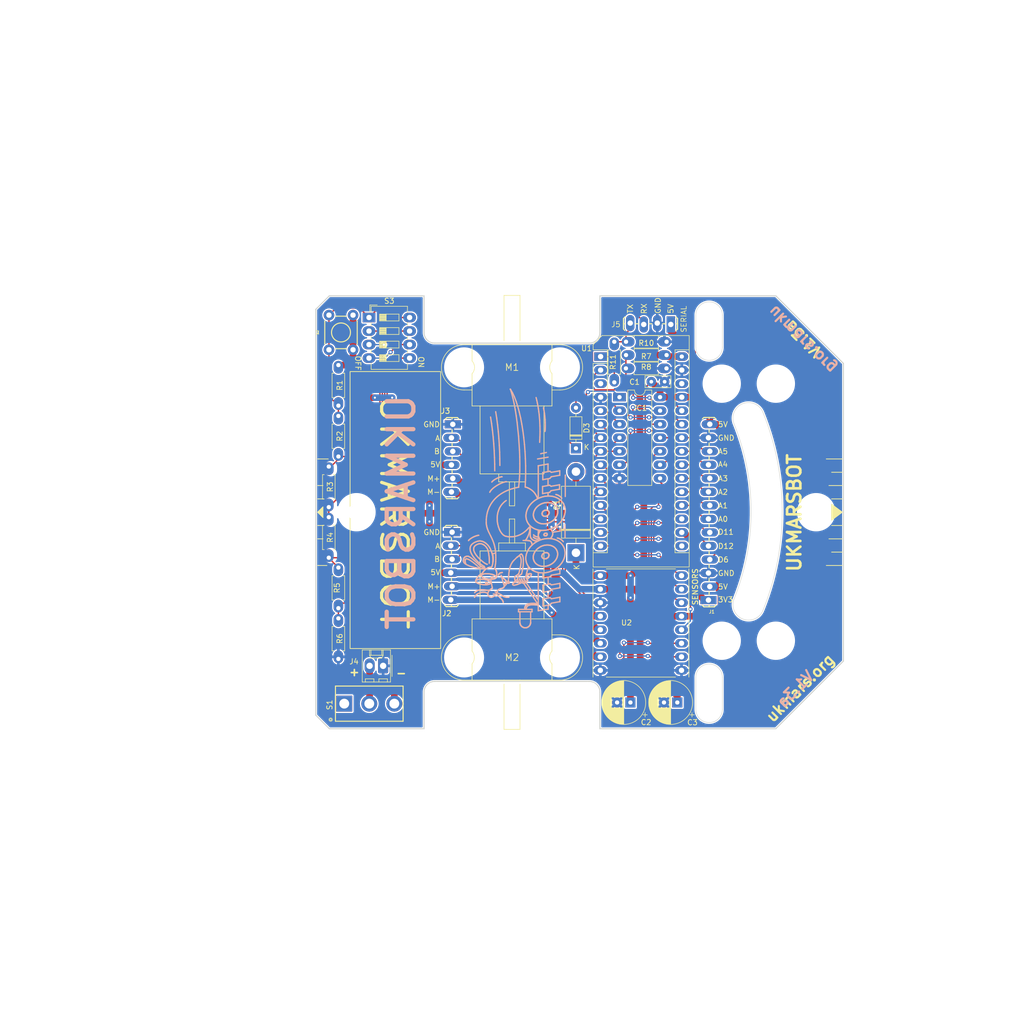
<source format=kicad_pcb>
(kicad_pcb (version 20211014) (generator pcbnew)
  (layers (0 "F.Cu" signal) (31 "B.Cu" signal) (34 "B.Paste" user) (35 "F.Paste" user) (36 "B.SilkS" user "B.Silkscreen") (37 "F.SilkS" user "F.Silkscreen") (38 "B.Mask" user) (39 "F.Mask" user) (44 "Edge.Cuts" user))
  (net 0 "")
  (net 1 "5V")
  (net 2 "GND")
  (net 3 "/V_BATT")
  (net 4 "/LEFT_A")
  (net 5 "/LEFT_B")
  (net 6 "/LEFT_CLK_A")
  (net 7 "/RIGHT_A")
  (net 8 "/RIGHT_B")
  (net 9 "/RIGHT_CLK_A")
  (net 10 "/{slash}LEFT_DIR")
  (net 11 "/LEFT_DIR")
  (net 12 "/{slash}RIGHT_DIR")
  (net 13 "/RIGHT_DIR")
  (net 14 "/3V3")
  (net 15 "/USER_IO")
  (net 16 "/EMITTER_B")
  (net 17 "/EMITTER_A")
  (net 18 "/SENSOR_0")
  (net 19 "/SENSOR_1")
  (net 20 "/SENSOR_2")
  (net 21 "/SENSOR_3")
  (net 22 "/SENSOR_4")
  (net 23 "/SENSOR_5")
  (net 24 "/LEFT_MOTOR_1")
  (net 25 "/LEFT_MOTOR_2")
  (net 26 "/RIGHT_MOTOR_2")
  (net 27 "/RIGHT_MOTOR_1")
  (net 28 "/D13")
  (net 29 "/FUNCTION_SELECT")
  (net 30 "/SW_PWR")
  (net 31 "Net-(R2-Pad1)")
  (net 32 "Net-(R3-Pad1)")
  (net 33 "/BATTERY_VOLTS")
  (net 34 "/PWR_IN")
  (net 35 "/RXD")
  (net 36 "/TXD")
  (net 37 "/LEFT_PWM")
  (net 38 "/RIGHT_PWM")
  (net 40 "Net-(R4-Pad1)")
  (net 42 "Net-(R5-Pad2)")
  (net 45 "/RXD_BT")
  (net 46 "/TXD_BT")
  (footprint "ukmarsbot:R_Axial_DIN0207_L6.3mm_D2.5mm_P7.62mm_BIGPAD" (layer "F.Cu") (at 124.2 73 -90)
    (fp_text reference "R11")
    (fp_text value "4k7")
  )
  (footprint "ukmarsbot:SW_DIP_SPSTx04_Slide_6.7x11.72mm_W7.62mm_P2.54mm_LowProfile" (layer "F.Cu") (at 78.15 68.45)
    (fp_text reference "S3")
    (fp_text value "DIP-SW")
  )
  (footprint "Package_DIP:DIP-14_W7.62mm_LongPads" (layer "F.Cu") (at 125.175 83.4)
    (fp_text reference "IC1")
    (fp_text value "74HC86")
  )
  (footprint "ukmarsbot:TACTILE_SWITCH_PTH_6.0MM" (layer "F.Cu") (at 72.8894 71.2512 90)
    (fp_text reference "S2")
    (fp_text value "BUTTON")
  )
  (footprint "ukmarsbot:R_Axial_DIN0207_L6.3mm_D2.5mm_P7.62mm_BIGPAD" (layer "F.Cu") (at 70.6 113.55 90)
    (fp_text reference "R4")
    (fp_text value "2k2")
  )
  (footprint "ukmarsbot:MountingHole_3.2mm_M3_clearance" (layer "F.Cu") (at 154.53 80.87)
    (fp_text reference "H4" hide)
    (fp_text value "MountingHole")
  )
  (footprint "ukmarsbot:R_Axial_DIN0207_L6.3mm_D2.5mm_P7.62mm_BIGPAD" (layer "F.Cu") (at 72.4 94.55 90)
    (fp_text reference "R2")
    (fp_text value "10k")
  )
  (footprint "ukmarsbot:MountingHole_3.2mm_M3_clearance" (layer "F.Cu") (at 75.8 105)
    (fp_text reference "H1" hide)
    (fp_text value "MountingHole")
  )
  (footprint "ukmarsbot:R_Axial_DIN0207_L6.3mm_D2.5mm_P7.62mm_BIGPAD" (layer "F.Cu") (at 72.4 85 90)
    (fp_text reference "R1")
    (fp_text value "10k")
  )
  (footprint "ukmarsbot:MountingHole_3.2mm_M3_clearance" (layer "F.Cu") (at 154.53 129.13)
    (fp_text reference "H6" hide)
    (fp_text value "MountingHole")
  )
  (footprint "ukmarsbot:R_Axial_DIN0207_L6.3mm_D2.5mm_P7.62mm_BIGPAD" (layer "F.Cu") (at 134 78 180)
    (fp_text reference "R8")
    (fp_text value "15k")
  )
  (footprint "ukmarsbot:Arduino_Nano" (layer "F.Cu") (at 121.63 75.78)
    (fp_text reference "U1")
    (fp_text value "Arduino_Nano")
  )
  (footprint "ukmarsbot:1X04_LOCK_LONGPADS" (layer "F.Cu") (at 134.81 69.75 -90)
    (fp_text reference "J5")
    (fp_text value "SERIAL")
  )
  (footprint "ukmarsbot:C_Rect_L4.6mm_W2.0mm_P2.50mm_MKS02_FKP02" (layer "F.Cu") (at 131.15 80.5)
    (fp_text reference "C1")
    (fp_text value "100n")
  )
  (footprint "ukmarsbot:MountingHole_3.2mm_M3_clearance" (layer "F.Cu") (at 162.1 105)
    (fp_text reference "H2" hide)
    (fp_text value "MountingHole")
  )
  (footprint "ukmarsbot:MINI-METAL-GEARMOTOR-WITH-BRACKET" (layer "F.Cu") (at 105 132.275)
    (fp_text reference "M2")
    (fp_text value "Right Motor")
  )
  (footprint "ukmarsbot:MINI-METAL-GEARMOTOR-WITH-BRACKET" (layer "F.Cu") (at 105 77.8 180)
    (fp_text reference "M1")
    (fp_text value "Left Motor")
  )
  (footprint "ukmarsbot:MountingHole_3.2mm_M3_clearance" (layer "F.Cu") (at 144.37 129.13)
    (fp_text reference "H5" hide)
    (fp_text value "MountingHole")
  )
  (footprint "Diode_THT:D_DO-35_SOD27_P7.62mm_Horizontal" (layer "F.Cu") (at 117 93.01 90)
    (fp_text reference "D3")
    (fp_text value "1N4148")
  )
  (footprint "Capacitor_THT:CP_Radial_D8.0mm_P2.50mm" (layer "F.Cu") (at 127.227651 140.725 180)
    (fp_text reference "C2")
    (fp_text value "330uF, 16V")
  )
  (footprint "ukmarsbot:1X06_LOCK_LONGPADS" (layer "F.Cu") (at 93.877 88.5)
    (fp_text reference "J3")
    (fp_text value "CONN_06SILK_FEMALE_PTH" hide)
  )
  (footprint "Capacitor_THT:CP_Radial_D8.0mm_P2.50mm" (layer "F.Cu") (at 136.027651 140.725 180)
    (fp_text reference "C3")
    (fp_text value "330uF, 16V")
  )
  (footprint "ukmarsbot:MountingHole_3.2mm_M3_clearance" (layer "F.Cu") (at 144.37 80.87)
    (fp_text reference "H3" hide)
    (fp_text value "MountingHole")
  )
  (footprint "Diode_THT:D_DO-201AD_P15.24mm_Horizontal" (layer "F.Cu") (at 117 112.62 90)
    (fp_text reference "D1")
    (fp_text value "1N5401")
  )
  (footprint "ukmarsbot:1X14_LOCK_LONGPADS" (layer "F.Cu") (at 141.877 121.5 180)
    (fp_text reference "J1")
    (fp_text value "SENSORS")
  )
  (footprint "ukmarsbot:R_Axial_DIN0207_L6.3mm_D2.5mm_P7.62mm_BIGPAD" (layer "F.Cu") (at 70.6 104.05 90)
    (fp_text reference "R3")
    (fp_text value "4k7")
  )
  (footprint "ukmarsbot:R_Axial_DIN0207_L6.3mm_D2.5mm_P7.62mm_BIGPAD" (layer "F.Cu") (at 126.4 73)
    (fp_text reference "R10")
    (fp_text value "10k")
  )
  (footprint "ukmarsbot:R_Axial_DIN0207_L6.3mm_D2.5mm_P7.62mm_BIGPAD" (layer "F.Cu") (at 72.4 132.55 90)
    (fp_text reference "R6")
    (fp_text value "470")
  )
  (footprint "ukmarsbot:1X06_LOCK_LONGPADS" (layer "F.Cu") (at 93.75 108.75)
    (fp_text reference "J2")
    (fp_text value "CONN_06SILK_FEMALE_PTH" hide)
  )
  (footprint "ukmarsbot:TB6612FNG-module" (layer "F.Cu") (at 129.2 125.8)
    (fp_text reference "U2")
    (fp_text value "TB6612FNG-Module")
  )
  (footprint "ukmarsbot:R_Axial_DIN0207_L6.3mm_D2.5mm_P7.62mm_BIGPAD" (layer "F.Cu") (at 72.4 115.4 -90)
    (fp_text reference "R5")
    (fp_text value "1k0")
  )
  (footprint "ukmarsbot:R_Axial_DIN0207_L6.3mm_D2.5mm_P7.62mm_BIGPAD" (layer "F.Cu") (at 126.4 75.5)
    (fp_text reference "R7")
    (fp_text value "15k")
  )
  (footprint "ukmarsbot:SW_1101M2S3CQE2" (layer "F.Cu") (at 78.2 140.944724 90)
    (fp_text reference "S1")
    (fp_text value "sub-miniature, SPDT")
  )
  (footprint "Connector_Molex:Molex_KK-254_AE-6410-02A_1x02_P2.54mm_Vertical" (layer "F.Cu") (at 80.8 133.85 180)
    (fp_text reference "J4")
    (fp_text value "POWER")
  )
  (gr_line (start 98.742416 119.632933) (end 98.821561 119.612918) (layer "B.SilkS") (width 0.25))
  (gr_line (start 101.887326 117.426465) (end 101.818499 117.462903) (layer "B.SilkS") (width 0.25))
  (gr_line (start 100.097206 117.671195) (end 100.162476 117.68765) (layer "B.SilkS") (width 0.25))
  (gr_line (start 109.047106 101.18176) (end 109.141034 101.285313) (layer "B.SilkS") (width 0.25))
  (gr_line (start 106.072606 117.472603) (end 106.071693 117.412591) (layer "B.SilkS") (width 0.25))
  (gr_line (start 111.189742 109.440982) (end 111.176643 109.438) (layer "B.SilkS") (width 0.25))
  (gr_line (start 113.573852 104.662717) (end 113.583624 104.758715) (layer "B.SilkS") (width 0.25))
  (gr_line (start 105.594535 117.873507) (end 105.598657 117.875525) (layer "B.SilkS") (width 0.25))
  (gr_line (start 110.887398 104.794291) (end 110.913763 104.773718) (layer "B.SilkS") (width 0.25))
  (gr_line (start 96.012233 113.567003) (end 96.032839 113.535668) (layer "B.SilkS") (width 0.25))
  (gr_line (start 101.993616 115.912263) (end 101.975 115.874523) (layer "B.SilkS") (width 0.25))
  (gr_line (start 100.918064 118.064786) (end 100.938173 118.090116) (layer "B.SilkS") (width 0.25))
  (gr_line (start 107.469721 118.19958) (end 107.440688 118.194086) (layer "B.SilkS") (width 0.25))
  (gr_line (start 111.415403 115.124036) (end 111.303192 115.142917) (layer "B.SilkS") (width 0.25))
  (gr_line (start 105.590558 117.857791) (end 105.58946 117.861453) (layer "B.SilkS") (width 0.25))
  (gr_line (start 103.856633 109.522751) (end 103.713669 109.480398) (layer "B.SilkS") (width 0.25))
  (gr_line (start 108.977413 110.238636) (end 108.893234 110.190317) (layer "B.SilkS") (width 0.25))
  (gr_line (start 106.709977 116.661191) (end 106.731854 116.640234) (layer "B.SilkS") (width 0.25))
  (gr_line (start 110.037672 108.888265) (end 110.058776 108.846242) (layer "B.SilkS") (width 0.25))
  (gr_line (start 105.591652 117.871021) (end 105.594535 117.873507) (layer "B.SilkS") (width 0.25))
  (gr_line (start 114.89976 113.248657) (end 114.863307 113.404001) (layer "B.SilkS") (width 0.25))
  (gr_line (start 98.348642 119.793775) (end 98.424274 119.753829) (layer "B.SilkS") (width 0.25))
  (gr_line (start 108.490442 109.722718) (end 108.473178 109.675659) (layer "B.SilkS") (width 0.25))
  (gr_line (start 112.25674 108.23377) (end 112.286711 108.253635) (layer "B.SilkS") (width 0.25))
  (gr_line (start 97.941558 114.077871) (end 98.312297 114.4019) (layer "B.SilkS") (width 0.25))
  (gr_line (start 102.580576 120.304678) (end 101.826777 119.946915) (layer "B.SilkS") (width 0.25))
  (gr_line (start 110.776437 107.191272) (end 110.669864 107.181771) (layer "B.SilkS") (width 0.25))
  (gr_line (start 112.608243 109.275315) (end 112.582658 109.359775) (layer "B.SilkS") (width 0.25))
  (gr_line (start 111.480812 109.364475) (end 111.469093 109.373619) (layer "B.SilkS") (width 0.25))
  (gr_line (start 106.477434 113.030213) (end 106.426223 113.073005) (layer "B.SilkS") (width 0.25))
  (gr_line (start 101.189324 115.25212) (end 101.113631 115.396389) (layer "B.SilkS") (width 0.25))
  (gr_line (start 100.956282 117.594968) (end 100.822537 117.59019) (layer "B.SilkS") (width 0.25))
  (gr_line (start 98.058242 112.728918) (end 98.162749 112.896271) (layer "B.SilkS") (width 0.25))
  (gr_line (start 108.634564 107.758458) (end 108.513419 107.659914) (layer "B.SilkS") (width 0.25))
  (gr_line (start 110.336974 115.100329) (end 110.237871 115.072842) (layer "B.SilkS") (width 0.25))
  (gr_line (start 113.550399 112.636992) (end 113.560171 112.73299) (layer "B.SilkS") (width 0.25))
  (gr_line (start 107.500318 122.627532) (end 107.461473 122.704765) (layer "B.SilkS") (width 0.25))
  (gr_line (start 104.217152 118.344259) (end 104.189603 118.341473) (layer "B.SilkS") (width 0.25))
  (gr_line (start 111.800811 113.449226) (end 111.78043 113.473555) (layer "B.SilkS") (width 0.25))
  (gr_line (start 110.631499 113.402641) (end 110.623609 113.375448) (layer "B.SilkS") (width 0.25))
  (gr_line (start 100.99169 118.241823) (end 100.988844 118.266639) (layer "B.SilkS") (width 0.25))
  (gr_line (start 109.988774 102.390091) (end 109.988774 102.390091) (layer "B.SilkS") (width 0.25))
  (gr_line (start 105.644724 117.838493) (end 105.644962 117.833709) (layer "B.SilkS") (width 0.25))
  (gr_line (start 100.45782 117.782193) (end 100.510255 117.803238) (layer "B.SilkS") (width 0.25))
  (gr_line (start 103.368007 118.24874) (end 103.409641 118.371078) (layer "B.SilkS") (width 0.25))
  (gr_line (start 97.572055 113.773821) (end 97.755306 113.921481) (layer "B.SilkS") (width 0.25))
  (gr_line (start 113.988291 121.797837) (end 113.988291 121.797837) (layer "B.SilkS") (width 0.25))
  (gr_line (start 103.144618 98.349438) (end 103.049576 98.355015) (layer "B.SilkS") (width 0.25))
  (gr_line (start 108.624666 103.360923) (end 108.751009 103.233852) (layer "B.SilkS") (width 0.25))
  (gr_line (start 100.737755 114.012385) (end 100.729566 113.814753) (layer "B.SilkS") (width 0.25))
  (gr_line (start 101.205928 112.610492) (end 101.168573 112.508231) (layer "B.SilkS") (width 0.25))
  (gr_line (start 108.280644 117.209424) (end 108.352555 117.138766) (layer "B.SilkS") (width 0.25))
  (gr_line (start 105.625984 117.800773) (end 105.612402 117.782236) (layer "B.SilkS") (width 0.25))
  (gr_line (start 110.89687 85.381969) (end 111.000305 85.873594) (layer "B.SilkS") (width 0.25))
  (gr_line (start 103.452983 118.496127) (end 103.473355 118.558625) (layer "B.SilkS") (width 0.25))
  (gr_line (start 100.131105 117.489773) (end 100.065835 117.473317) (layer "B.SilkS") (width 0.25))
  (gr_line (start 111.531535 109.313525) (end 111.522476 109.324338) (layer "B.SilkS") (width 0.25))
  (gr_line (start 114.842081 105.584265) (end 114.789305 105.737663) (layer "B.SilkS") (width 0.25))
  (gr_line (start 100.572231 120.683742) (end 100.527089 120.607747) (layer "B.SilkS") (width 0.25))
  (gr_line (start 113.510032 104.379522) (end 113.537139 104.472948) (layer "B.SilkS") (width 0.25))
  (gr_line (start 100.159947 106.919762) (end 100.159947 106.919762) (layer "B.SilkS") (width 0.25))
  (gr_line (start 98.444453 118.265735) (end 98.407068 118.241731) (layer "B.SilkS") (width 0.25))
  (gr_line (start 105.239554 114.157164) (end 105.161461 114.248707) (layer "B.SilkS") (width 0.25))
  (gr_line (start 107.515485 108.560295) (end 107.288519 108.743654) (layer "B.SilkS") (width 0.25))
  (gr_line (start 113.343672 104.023639) (end 113.39325 104.108179) (layer "B.SilkS") (width 0.25))
  (gr_line (start 114.647425 111.421865) (end 114.719302 111.563954) (layer "B.SilkS") (width 0.25))
  (gr_line (start 109.067686 109.298677) (end 109.057016 109.284093) (layer "B.SilkS") (width 0.25))
  (gr_line (start 112.929629 111.571505) (end 113.004886 111.632717) (layer "B.SilkS") (width 0.25))
  (gr_line (start 106.223499 90.717453) (end 105.952385 88.135339) (layer "B.SilkS") (width 0.25))
  (gr_line (start 106.895708 117.744248) (end 106.873578 117.70708) (layer "B.SilkS") (width 0.25))
  (gr_line (start 114.949893 107.266752) (end 114.949893 109.785626) (layer "B.SilkS") (width 0.25))
  (gr_line (start 106.495615 125.844488) (end 106.489759 125.795519) (layer "B.SilkS") (width 0.25))
  (gr_line (start 111.753033 115.037836) (end 111.640509 115.071542) (layer "B.SilkS") (width 0.25))
  (gr_line (start 101.986073 117.068553) (end 102.003089 117.093945) (layer "B.SilkS") (width 0.25))
  (gr_line (start 110.8019 120.02163) (end 110.8019 118.689591) (layer "B.SilkS") (width 0.25))
  (gr_line (start 107.882612 117.727764) (end 107.884477 117.731383) (layer "B.SilkS") (width 0.25))
  (gr_line (start 110.461182 111.425606) (end 110.572351 111.376656) (layer "B.SilkS") (width 0.25))
  (gr_poly (pts (xy 101.052965 117.284688) (xy 101.053832 117.291336) (xy 101.055261 117.297888) (xy 101.057237 117.304335) (xy 101.059747 117.310669) (xy 101.062775 117.316882) (xy 101.066308 117.322965) (xy 101.070331 117.32891) (xy 101.074831 117.334709) (xy 101.079794 117.340354) (xy 101.085204 117.345837) (xy 101.091049 117.351149) (xy 101.097314 117.356282) (xy 101.103985 117.361227) (xy 101.111048 117.365978) (xy 101.118489 117.370525) (xy 101.126293 117.37486) (xy 101.134446 117.378975) (xy 101.142935 117.382861) (xy 101.151746 117.386511) (xy 101.160863 117.389917) (xy 101.170273 117.393069) (xy 101.179962 117.395961) (xy 101.189916 117.398582) (xy 101.200121 117.400927) (xy 101.210562 117.402985) (xy 101.221225 117.404749) (xy 101.232097 117.406211) (xy 101.243163 117.407362) (xy 101.254409 117.408195) (xy 101.265821 117.408701) (xy 101.277384 117.408871) (xy 101.30036 117.408195) (xy 101.322672 117.406211) (xy 101.344207 117.402985) (xy 101.364853 117.398582) (xy 101.384496 117.393069) (xy 101.403023 117.386511) (xy 101.420323 117.378975) (xy 101.43628 117.370525) (xy 101.450784 117.361227) (xy 101.46372 117.351149) (xy 101.474975 117.340354) (xy 101.479938 117.334709) (xy 101.484438 117.32891) (xy 101.488461 117.322965) (xy 101.491994 117.316882) (xy 101.495022 117.310669) (xy 101.497532 117.304335) (xy 101.499508 117.297888) (xy 101.500937 117.291336) (xy 101.501804 117.284688) (xy 101.502097 117.277951) (xy 101.501804 117.271213) (xy 101.500937 117.264564) (xy 101.499508 117.258012) (xy 101.497532 117.251565) (xy 101.495022 117.24523) (xy 101.491994 117.239018) (xy 101.488461 117.232934) (xy 101.484438 117.226989) (xy 101.479938 117.221189) (xy 101.474975 117.215544) (xy 101.469565 117.210062) (xy 101.46372 117.204749) (xy 101.457455 117.199616) (xy 101.450784 117.194671) (xy 101.443721 117.18992) (xy 101.43628 117.185373) (xy 101.428476 117.181038) (xy 101.420323 117.176923) (xy 101.411834 117.173036) (xy 101.403023 117.169386) (xy 101.393906 117.165981) (xy 101.384496 117.162828) (xy 101.374807 117.159937) (xy 101.364853 117.157315) (xy 101.354648 117.154971) (xy 101.344207 117.152912) (xy 101.333544 117.151148) (xy 101.322672 117.149686) (xy 101.311606 117.148535) (xy 101.30036 117.147702) (xy 101.288948 117.147197) (xy 101.277384 117.147026) (xy 101.254409 117.147702) (xy 101.232097 117.149686) (xy 101.210562 117.152912) (xy 101.189916 117.157315) (xy 101.170273 117.162828) (xy 101.151746 117.169386) (xy 101.134446 117.176923) (xy 101.118489 117.185373) (xy 101.103985 117.194671) (xy 101.091049 117.204749) (xy 101.079794 117.215544) (xy 101.074831 117.221189) (xy 101.070331 117.226989) (xy 101.066308 117.232934) (xy 101.062775 117.239018) (xy 101.059747 117.24523) (xy 101.057237 117.251565) (xy 101.055261 117.258012) (xy 101.053832 117.264564) (xy 101.052965 117.271213) (xy 101.052672 117.277951)) (layer "B.SilkS") (width 0.25) (fill solid))
  (gr_line (start 106.596355 113.428562) (end 106.5575 113.35528) (layer "B.SilkS") (width 0.25))
  (gr_line (start 107.246428 118.309614) (end 107.230478 118.301977) (layer "B.SilkS") (width 0.25))
  (gr_line (start 106.236607 100.303183) (end 106.236607 100.303183) (layer "B.SilkS") (width 0.25))
  (gr_line (start 107.890607 117.892843) (end 107.889236 117.896102) (layer "B.SilkS") (width 0.25))
  (gr_line (start 103.904836 118.47049) (end 103.90595 118.494879) (layer "B.SilkS") (width 0.25))
  (gr_line (start 105.753683 116.930777) (end 105.814126 116.888468) (layer "B.SilkS") (width 0.25))
  (gr_line (start 111.611177 101.97181) (end 111.788611 101.964604) (layer "B.SilkS") (width 0.25))
  (gr_line (start 99.766078 115.532336) (end 99.703353 115.558174) (layer "B.SilkS") (width 0.25))
  (gr_line (start 110.719853 104.985319) (end 110.736353 104.959337) (layer "B.SilkS") (width 0.25))
  (gr_line (start 109.572092 101.917016) (end 109.647201 102.067789) (layer "B.SilkS") (width 0.25))
  (gr_line (start 101.131062 115.335861) (end 101.070019 115.332337) (layer "B.SilkS") (width 0.25))
  (gr_line (start 104.444369 118.131124) (end 104.446604 118.142509) (layer "B.SilkS") (width 0.25))
  (gr_line (start 111.933243 112.984503) (end 111.937744 113.012245) (layer "B.SilkS") (width 0.25))
  (gr_line (start 99.44622 110.482383) (end 99.34749 110.452619) (layer "B.SilkS") (width 0.25))
  (gr_line (start 99.286725 116.798065) (end 99.331604 116.753462) (layer "B.SilkS") (width 0.25))
  (gr_line (start 107.195807 118.0838) (end 107.17151 118.065598) (layer "B.SilkS") (width 0.25))
  (gr_line (start 105.567218 117.949631) (end 105.483376 118.027602) (layer "B.SilkS") (width 0.25))
  (gr_line (start 100.471172 120.435077) (end 100.462306 120.339998) (layer "B.SilkS") (width 0.25))
  (gr_line (start 104.189603 118.341473) (end 104.184611 118.340661) (layer "B.SilkS") (width 0.25))
  (gr_line (start 111.56815 109.255898) (end 111.562021 109.267824) (layer "B.SilkS") (width 0.25))
  (gr_line (start 109.442223 110.386654) (end 109.345803 110.369479) (layer "B.SilkS") (width 0.25))
  (gr_line (start 107.754788 104.799262) (end 107.807564 104.645863) (layer "B.SilkS") (width 0.25))
  (gr_line (start 112.374793 97.51486) (end 113.96276 97.235443) (layer "B.SilkS") (width 0.25))
  (gr_line (start 100.941588 118.3629) (end 100.941588 118.3629) (layer "B.SilkS") (width 0.25))
  (gr_line (start 106.509888 118.222972) (end 106.425869 118.199551) (layer "B.SilkS") (width 0.25))
  (gr_line (start 112.857209 114.382162) (end 112.774607 114.458519) (layer "B.SilkS") (width 0.25))
  (gr_line (start 99.604772 116.171004) (end 99.549152 116.247749) (layer "B.SilkS") (width 0.25))
  (gr_line (start 113.207018 111.840195) (end 113.265898 111.917145) (layer "B.SilkS") (width 0.25))
  (gr_line (start 99.103321 115.103241) (end 99.216719 115.194981) (layer "B.SilkS") (width 0.25))
  (gr_line (start 99.34749 110.452619) (end 99.247704 110.428907) (layer "B.SilkS") (width 0.25))
  (gr_line (start 99.410891 116.475207) (end 99.35951 116.498377) (layer "B.SilkS") (width 0.25))
  (gr_line (start 108.855403 100.995565) (end 108.951735 101.085256) (layer "B.SilkS") (width 0.25))
  (gr_line (start 106.114827 117.812226) (end 106.09736 117.767889) (layer "B.SilkS") (width 0.25))
  (gr_line (start 111.154881 113.749665) (end 111.123451 113.748243) (layer "B.SilkS") (width 0.25))
  (gr_line (start 108.289854 107.443563) (end 108.188032 107.325905) (layer "B.SilkS") (width 0.25))
  (gr_line (start 106.671581 114.678429) (end 106.696496 114.41197) (layer "B.SilkS") (width 0.25))
  (gr_line (start 103.435504 109.326975) (end 103.3017 109.218405) (layer "B.SilkS") (width 0.25))
  (gr_line (start 98.669519 109.347971) (end 98.561979 109.364249) (layer "B.SilkS") (width 0.25))
  (gr_line (start 107.02503 117.919721) (end 106.998094 117.887204) (layer "B.SilkS") (width 0.25))
  (gr_line (start 111.414547 113.711064) (end 111.381793 113.720875) (layer "B.SilkS") (width 0.25))
  (gr_line (start 112.768411 111.461283) (end 112.850742 111.514345) (layer "B.SilkS") (width 0.25))
  (gr_line (start 103.330686 121.865081) (end 103.325735 121.82842) (layer "B.SilkS") (width 0.25))
  (gr_line (start 108.283988 107.760357) (end 108.112678 107.965778) (layer "B.SilkS") (width 0.25))
  (gr_line (start 105.814688 118.620714) (end 105.934251 118.584466) (layer "B.SilkS") (width 0.25))
  (gr_line (start 113.398822 110.271119) (end 113.54155 110.34312) (layer "B.SilkS") (width 0.25))
  (gr_line (start 99.667976 117.336061) (end 99.620312 117.313845) (layer "B.SilkS") (width 0.25))
  (gr_line (start 104.418177 118.296639) (end 104.418363 118.293916) (layer "B.SilkS") (width 0.25))
  (gr_line (start 103.318953 121.792613) (end 103.310428 121.757635) (layer "B.SilkS") (width 0.25))
  (gr_line (start 96.576185 113.283881) (end 96.629965 113.281289) (layer "B.SilkS") (width 0.25))
  (gr_line (start 111.126874 109.001905) (end 111.139093 108.993162) (layer "B.SilkS") (width 0.25))
  (gr_line (start 112.03147 103.215678) (end 112.134679 103.234266) (layer "B.SilkS") (width 0.25))
  (gr_line (start 111.710119 105.589554) (end 111.683754 105.610127) (layer "B.SilkS") (width 0.25))
  (gr_line (start 107.327216 118.157852) (end 107.299809 118.145451) (layer "B.SilkS") (width 0.25))
  (gr_line (start 111.178637 108.969556) (end 111.192746 108.962637) (layer "B.SilkS") (width 0.25))
  (gr_line (start 107.181117 118.292364) (end 107.17759 118.29355) (layer "B.SilkS") (width 0.25))
  (gr_line (start 99.017907 118.494736) (end 98.954614 118.477403) (layer "B.SilkS") (width 0.25))
  (gr_line (start 109.322625 101.514501) (end 109.40932 101.640607) (layer "B.SilkS") (width 0.25))
  (gr_line (start 109.828898 122.204041) (end 107.203482 118.363186) (layer "B.SilkS") (width 0.25))
  (gr_line (start 110.999506 104.717605) (end 111.030222 104.700937) (layer "B.SilkS") (width 0.25))
  (gr_line (start 114.789305 105.737663) (end 114.728569 105.889674) (layer "B.SilkS") (width 0.25))
  (gr_line (start 105.637633 117.859892) (end 105.641156 117.851515) (layer "B.SilkS") (width 0.25))
  (gr_line (start 95.960504 113.672215) (end 95.976109 113.635268) (layer "B.SilkS") (width 0.25))
  (gr_line (start 102.003089 117.093945) (end 102.016949 117.119355) (layer "B.SilkS") (width 0.25))
  (gr_line (start 102.027857 115.990552) (end 102.011239 115.950946) (layer "B.SilkS") (width 0.25))
  (gr_line (start 101.793346 115.316376) (end 101.827299 115.155057) (layer "B.SilkS") (width 0.25))
  (gr_line (start 103.52855 118.906926) (end 103.524812 118.93219) (layer "B.SilkS") (width 0.25))
  (gr_line (start 110.299889 108.530173) (end 110.339039 108.493716) (layer "B.SilkS") (width 0.25))
  (gr_line (start 107.7912 106.647561) (end 107.737991 106.499094) (layer "B.SilkS") (width 0.25))
  (gr_line (start 104.27722 118.347018) (end 104.260588 118.346943) (layer "B.SilkS") (width 0.25))
  (gr_line (start 107.83123 126.63931) (end 107.784696 126.655024) (layer "B.SilkS") (width 0.25))
  (gr_line (start 99.724781 116.592815) (end 99.831112 116.573792) (layer "B.SilkS") (width 0.25))
  (gr_line (start 107.784696 126.655024) (end 107.737172 126.668493) (layer "B.SilkS") (width 0.25))
  (gr_line (start 107.278472 117.614012) (end 107.257453 117.558471) (layer "B.SilkS") (width 0.25))
  (gr_line (start 106.239963 116.997091) (end 106.296385 116.952987) (layer "B.SilkS") (width 0.25))
  (gr_line (start 111.562633 109.036643) (end 111.569046 109.047579) (layer "B.SilkS") (width 0.25))
  (gr_line (start 110.976086 112.691907) (end 111.006801 112.675239) (layer "B.SilkS") (width 0.25))
  (gr_line (start 111.863881 116.233628) (end 111.682618 116.279852) (layer "B.SilkS") (width 0.25))
  (gr_line (start 101.422407 114.39113) (end 101.393638 114.57568) (layer "B.SilkS") (width 0.25))
  (gr_line (start 99.685435 115.417889) (end 99.731153 115.434787) (layer "B.SilkS") (width 0.25))
  (gr_line (start 109.398283 109.95093) (end 109.338075 109.92157) (layer "B.SilkS") (width 0.25))
  (gr_line (start 111.539806 109.006788) (end 111.547988 109.016242) (layer "B.SilkS") (width 0.25))
  (gr_line (start 99.640492 111.09992) (end 99.574454 111.063532) (layer "B.SilkS") (width 0.25))
  (gr_line (start 111.8378 112.780326) (end 111.854938 112.802724) (layer "B.SilkS") (width 0.25))
  (gr_line (start 101.25471 115.096035) (end 101.189324 115.25212) (layer "B.SilkS") (width 0.25))
  (gr_line (start 112.504232 108.501715) (end 112.521475 108.533865) (layer "B.SilkS") (width 0.25))
  (gr_line (start 109.008409 115.988896) (end 108.870629 115.910146) (layer "B.SilkS") (width 0.25))
  (gr_line (start 106.628825 113.510934) (end 106.596355 113.428562) (layer "B.SilkS") (width 0.25))
  (gr_line (start 100.94613 115.335038) (end 100.883453 115.34121) (layer "B.SilkS") (width 0.25))
  (gr_line (start 105.58991 117.868137) (end 105.591652 117.871021) (layer "B.SilkS") (width 0.25))
  (gr_line (start 109.048748 109.270161) (end 109.043017 109.256964) (layer "B.SilkS") (width 0.25))
  (gr_line (start 102.929788 108.780263) (end 102.81798 108.600905) (layer "B.SilkS") (width 0.25))
  (gr_line (start 108.735415 110.919625) (end 108.751336 110.994214) (layer "B.SilkS") (width 0.25))
  (gr_line (start 100.80053 111.641401) (end 100.686394 111.463547) (layer "B.SilkS") (width 0.25))
  (gr_line (start 107.409509 122.880347) (end 107.397446 122.979236) (layer "B.SilkS") (width 0.25))
  (gr_line (start 99.156602 110.925808) (end 99.084468 110.918157) (layer "B.SilkS") (width 0.25))
  (gr_line (start 109.973407 109.060394) (end 109.986447 109.016828) (layer "B.SilkS") (width 0.25))
  (gr_line (start 100.560336 117.824889) (end 100.608 117.847102) (layer "B.SilkS") (width 0.25))
  (gr_line (start 105.952385 88.135339) (end 105.785035 86.900421) (layer "B.SilkS") (width 0.25))
  (gr_line (start 111.269708 103.214739) (end 111.381443 103.200705) (layer "B.SilkS") (width 0.25))
  (gr_line (start 108.488444 125.700817) (end 108.487141 125.752214) (layer "B.SilkS") (width 0.25))
  (gr_line (start 101.62156 110.970483) (end 101.559578 110.77636) (layer "B.SilkS") (width 0.25))
  (gr_line (start 112.400325 118.646832) (end 112.400325 118.646832) (layer "B.SilkS") (width 0.25))
  (gr_line (start 111.349015 113.729234) (end 111.316268 113.736155) (layer "B.SilkS") (width 0.25))
  (gr_line (start 104.338916 117.947084) (end 104.347265 117.95869) (layer "B.SilkS") (width 0.25))
  (gr_line (start 106.609049 118.254633) (end 106.581928 118.244424) (layer "B.SilkS") (width 0.25))
  (gr_line (start 112.400325 118.646832) (end 113.988291 118.3676) (layer "B.SilkS") (width 0.25))
  (gr_line (start 98.847527 116.847683) (end 98.781124 116.911006) (layer "B.SilkS") (width 0.25))
  (gr_line (start 108.44341 125.99785) (end 108.427662 126.044268) (layer "B.SilkS") (width 0.25))
  (gr_line (start 106.514241 125.940043) (end 106.503796 125.892682) (layer "B.SilkS") (width 0.25))
  (gr_line (start 109.012727 105.624664) (end 109.008567 105.528153) (layer "B.SilkS") (width 0.25))
  (gr_line (start 97.192551 114.07202) (end 96.934121 113.920354) (layer "B.SilkS") (width 0.25))
  (gr_line (start 98.803018 120.217941) (end 98.916777 120.168181) (layer "B.SilkS") (width 0.25))
  (gr_line (start 102.277345 107.007416) (end 102.243072 106.746492) (layer "B.SilkS") (width 0.25))
  (gr_line (start 100.310422 105.278171) (end 100.376496 105.011874) (layer "B.SilkS") (width 0.25))
  (gr_line (start 112.225716 116.117014) (end 112.045013 116.179374) (layer "B.SilkS") (width 0.25))
  (gr_line (start 103.524812 118.93219) (end 103.519338 118.956631) (layer "B.SilkS") (width 0.25))
  (gr_line (start 109.228538 122.128022) (end 109.034322 122.119055) (layer "B.SilkS") (width 0.25))
  (gr_line (start 106.807825 117.546792) (end 106.805 117.530583) (layer "B.SilkS") (width 0.25))
  (gr_line (start 102.073252 117.257553) (end 102.09105 117.181438) (layer "B.SilkS") (width 0.25))
  (gr_line (start 107.440688 118.194086) (end 107.411862 118.187123) (layer "B.SilkS") (width 0.25))
  (gr_line (start 101.331548 117.580016) (end 101.211653 117.58979) (layer "B.SilkS") (width 0.25))
  (gr_line (start 112.333621 100.95797) (end 112.333621 100.95797) (layer "B.SilkS") (width 0.25))
  (gr_line (start 98.654271 117.046387) (end 98.594028 117.118169) (layer "B.SilkS") (width 0.25))
  (gr_line (start 104.142419 118.307723) (end 104.13699 118.298744) (layer "B.SilkS") (width 0.25))
  (gr_line (start 107.340809 117.731536) (end 107.306562 117.67232) (layer "B.SilkS") (width 0.25))
  (gr_line (start 104.691321 81.89807) (end 104.691321 81.89807) (layer "B.SilkS") (width 0.25))
  (gr_line (start 107.129387 113.942277) (end 107.10846 113.675671) (layer "B.SilkS") (width 0.25))
  (gr_line (start 99.37947 115.278571) (end 99.479048 115.327074) (layer "B.SilkS") (width 0.25))
  (gr_line (start 112.224599 108.214367) (end 112.25674 108.23377) (layer "B.SilkS") (width 0.25))
  (gr_line (start 103.801041 118.286591) (end 103.812793 118.293347) (layer "B.SilkS") (width 0.25))
  (gr_line (start 109.257276 104.572629) (end 109.309345 104.481816) (layer "B.SilkS") (width 0.25))
  (gr_line (start 114.782215 111.710212) (end 114.835424 111.85868) (layer "B.SilkS") (width 0.25))
  (gr_line (start 108.289449 126.298526) (end 108.259714 126.336274) (layer "B.SilkS") (width 0.25))
  (gr_line (start 107.841649 109.802584) (end 107.770975 109.928143) (layer "B.SilkS") (width 0.25))
  (gr_line (start 110.690906 105.038585) (end 110.704696 105.011752) (layer "B.SilkS") (width 0.25))
  (gr_line (start 107.879999 117.908815) (end 107.872726 117.916048) (layer "B.SilkS") (width 0.25))
  (gr_line (start 111.854938 112.802724) (end 111.870749 112.826233) (layer "B.SilkS") (width 0.25))
  (gr_line (start 108.697581 110.786889) (end 108.717525 110.850587) (layer "B.SilkS") (width 0.25))
  (gr_line (start 107.126141 114.524047) (end 107.134615 114.227266) (layer "B.SilkS") (width 0.25))
  (gr_line (start 101.862301 98.805336) (end 101.728716 98.887392) (layer "B.SilkS") (width 0.25))
  (gr_line (start 111.201657 112.603221) (end 111.234404 112.5963) (layer "B.SilkS") (width 0.25))
  (gr_line (start 98.424274 119.753829) (end 98.502327 119.717674) (layer "B.SilkS") (width 0.25))
  (gr_line (start 105.283947 118.244301) (end 105.258682 118.277479) (layer "B.SilkS") (width 0.25))
  (gr_line (start 108.169488 122.467917) (end 108.097181 122.494814) (layer "B.SilkS") (width 0.25))
  (gr_line (start 106.447728 117.588641) (end 106.44655 117.57582) (layer "B.SilkS") (width 0.25))
  (gr_line (start 111.392872 108.932137) (end 111.406225 108.93454) (layer "B.SilkS") (width 0.25))
  (gr_line (start 102.599317 116.531907) (end 102.578071 116.553132) (layer "B.SilkS") (width 0.25))
  (gr_line (start 108.234651 122.178249) (end 108.140832 122.200781) (layer "B.SilkS") (width 0.25))
  (gr_line (start 113.513686 112.447223) (end 113.534932 112.541679) (layer "B.SilkS") (width 0.25))
  (gr_line (start 101.32212 120.913873) (end 101.219715 120.938218) (layer "B.SilkS") (width 0.25))
  (gr_line (start 110.968767 105.737685) (end 110.941331 105.72715) (layer "B.SilkS") (width 0.25))
  (gr_line (start 106.636674 118.274463) (end 106.633646 118.269551) (layer "B.SilkS") (width 0.25))
  (gr_line (start 108.30872 108.542414) (end 108.282963 108.670497) (layer "B.SilkS") (width 0.25))
  (gr_line (start 108.409727 126.089636) (end 108.389668 126.133891) (layer "B.SilkS") (width 0.25))
  (gr_line (start 106.167275 116.643876) (end 106.189152 116.623272) (layer "B.SilkS") (width 0.25))
  (gr_line (start 108.883971 103.110935) (end 109.023419 102.99245) (layer "B.SilkS") (width 0.25))
  (gr_line (start 101.791888 115.608922) (end 101.764916 115.580559) (layer "B.SilkS") (width 0.25))
  (gr_line (start 108.562313 116.884186) (end 108.57934 116.856042) (layer "B.SilkS") (width 0.25))
  (gr_line (start 105.613856 117.832667) (end 105.605383 117.83906) (layer "B.SilkS") (width 0.25))
  (gr_line (start 107.911038 109.66891) (end 107.841649 109.802584) (layer "B.SilkS") (width 0.25))
  (gr_line (start 103.032877 103.616516) (end 103.219981 103.393699) (layer "B.SilkS") (width 0.25))
  (gr_line (start 109.864375 85.049584) (end 109.953388 85.585435) (layer "B.SilkS") (width 0.25))
  (gr_line (start 99.455054 117.220278) (end 99.420397 117.195938) (layer "B.SilkS") (width 0.25))
  (gr_line (start 100.938173 118.090116) (end 100.955188 118.115509) (layer "B.SilkS") (width 0.25))
  (gr_line (start 98.189242 117.965591) (end 98.188623 117.940565) (layer "B.SilkS") (width 0.25))
  (gr_line (start 113.712898 107.27259) (end 113.573451 107.391075) (layer "B.SilkS") (width 0.25))
  (gr_line (start 107.884477 117.731383) (end 107.886054 117.734849) (layer "B.SilkS") (width 0.25))
  (gr_line (start 102.241328 105.669603) (end 102.278224 105.398332) (layer "B.SilkS") (width 0.25))
  (gr_line (start 101.400904 114.447895) (end 101.40995 114.317766) (layer "B.SilkS") (width 0.25))
  (gr_line (start 110.075826 109.841304) (end 110.063522 109.81909) (layer "B.SilkS") (width 0.25))
  (gr_line (start 107.191984 118.290913) (end 107.188317 118.291068) (layer "B.SilkS") (width 0.25))
  (gr_line (start 95.883813 114.204853) (end 95.886091 114.090563) (layer "B.SilkS") (width 0.25))
  (gr_line (start 98.298839 120.528152) (end 98.314222 120.513995) (layer "B.SilkS") (width 0.25))
  (gr_line (start 107.431028 122.788947) (end 107.409509 122.880347) (layer "B.SilkS") (width 0.25))
  (gr_line (start 98.188623 117.940565) (end 98.191468 117.91575) (layer "B.SilkS") (width 0.25))
  (gr_line (start 107.830657 114.768063) (end 107.830657 114.768063) (layer "B.SilkS") (width 0.25))
  (gr_line (start 109.112731 109.345506) (end 109.09568 109.329466) (layer "B.SilkS") (width 0.25))
  (gr_line (start 103.147981 117.210562) (end 103.112074 117.170232) (layer "B.SilkS") (width 0.25))
  (gr_line (start 109.925 110.25) (end 109.925 108.423229) (layer "B.SilkS") (width 0.25))
  (gr_line (start 111.535552 105.698475) (end 111.503192 105.712724) (layer "B.SilkS") (width 0.25))
  (gr_line (start 111.663959 107.097264) (end 111.551354 107.125982) (layer "B.SilkS") (width 0.25))
  (gr_line (start 99.587568 114.355694) (end 99.855934 114.546695) (layer "B.SilkS") (width 0.25))
  (gr_line (start 112.405691 116.046474) (end 112.225716 116.117014) (layer "B.SilkS") (width 0.25))
  (gr_line (start 99.770491 117.378763) (end 99.718056 117.357715) (layer "B.SilkS") (width 0.25))
  (gr_line (start 109.106124 112.826917) (end 109.143858 112.732487) (layer "B.SilkS") (width 0.25))
  (gr_line (start 114.198452 102.828604) (end 114.307014 102.939966) (layer "B.SilkS") (width 0.25))
  (gr_line (start 98.262254 118.117603) (end 98.242143 118.092273) (layer "B.SilkS") (width 0.25))
  (gr_line (start 112.359128 109.759875) (end 112.296458 109.833072) (layer "B.SilkS") (width 0.25))
  (gr_line (start 106.726818 112.859106) (end 106.697221 112.875565) (layer "B.SilkS") (width 0.25))
  (gr_line (start 105.641156 117.851515) (end 105.643487 117.844405) (layer "B.SilkS") (width 0.25))
  (gr_line (start 111.52498 108.343879) (end 111.344353 108.37427) (layer "B.SilkS") (width 0.25))
  (gr_line (start 110.6148 113.179509) (end 110.619881 113.15132) (layer "B.SilkS") (width 0.25))
  (gr_line (start 109.158452 106.186936) (end 109.119371 106.096082) (layer "B.SilkS") (width 0.25))
  (gr_line (start 98.238726 117.819489) (end 98.283624 117.774871) (layer "B.SilkS") (width 0.25))
  (gr_line (start 100.333009 119.641998) (end 100.535456 119.668135) (layer "B.SilkS") (width 0.25))
  (gr_line (start 111.778857 122.503189) (end 111.779893 123.206848) (layer "B.SilkS") (width 0.25))
  (gr_line (start 99.620312 117.313845) (end 99.575126 117.291113) (layer "B.SilkS") (width 0.25))
  (gr_line (start 109.024157 109.681998) (end 109.018426 109.668801) (layer "B.SilkS") (width 0.25))
  (gr_line (start 105.206344 118.654499) (end 105.228255 118.665981) (layer "B.SilkS") (width 0.25))
  (gr_line (start 105.592408 117.854008) (end 105.590558 117.857791) (layer "B.SilkS") (width 0.25))
  (gr_line (start 99.623259 115.577139) (end 99.527165 115.58945) (layer "B.SilkS") (width 0.25))
  (gr_line (start 108.427662 126.044268) (end 108.409727 126.089636) (layer "B.SilkS") (width 0.25))
  (gr_line (start 111.939415 113.124707) (end 111.935871 113.152947) (layer "B.SilkS") (width 0.25))
  (gr_line (start 111.942594 104.95551) (end 111.950484 104.982703) (layer "B.SilkS") (width 0.25))
  (gr_line (start 114.13225 110.087536) (end 114.055509 110.041955) (layer "B.SilkS") (width 0.25))
  (gr_line (start 98.480426 117.269232) (end 98.427274 117.348237) (layer "B.SilkS") (width 0.25))
  (gr_line (start 109.647201 102.067789) (end 109.717481 102.227253) (layer "B.SilkS") (width 0.25))
  (gr_line (start 110.646415 115.156047) (end 110.541431 115.141979) (layer "B.SilkS") (width 0.25))
  (gr_line (start 105.53083 117.268755) (end 105.534203 117.214886) (layer "B.SilkS") (width 0.25))
  (gr_line (start 104.405515 118.287847) (end 104.401466 118.290331) (layer "B.SilkS") (width 0.25))
  (gr_line (start 101.334849 116.70155) (end 101.393986 116.720506) (layer "B.SilkS") (width 0.25))
  (gr_line (start 100.822537 117.59019) (end 100.685906 117.580382) (layer "B.SilkS") (width 0.25))
  (gr_line (start 104.184611 118.340661) (end 104.179826 118.33939) (layer "B.SilkS") (width 0.25))
  (gr_line (start 99.703353 115.558174) (end 99.623259 115.577139) (layer "B.SilkS") (width 0.25))
  (gr_line (start 103.473355 118.558625) (end 103.491828 118.620548) (layer "B.SilkS") (width 0.25))
  (gr_line (start 111.854239 113.372833) (end 111.83774 113.398815) (layer "B.SilkS") (width 0.25))
  (gr_line (start 111.274506 105.771433) (end 111.242174 105.774122) (layer "B.SilkS") (width 0.25))
  (gr_line (start 107.860019 117.695433) (end 107.86663 117.703834) (layer "B.SilkS") (width 0.25))
  (gr_line (start 110.784802 116.393166) (end 110.609029 116.392794) (layer "B.SilkS") (width 0.25))
  (gr_line (start 110.263663 116.36962) (end 110.094668 116.346968) (layer "B.SilkS") (width 0.25))
  (gr_line (start 111.41921 104.608485) (end 111.45064 104.609907) (layer "B.SilkS") (width 0.25))
  (gr_line (start 106.485251 125.768669) (end 106.485251 123.773106) (layer "B.SilkS") (width 0.25))
  (gr_line (start 114.476483 114.308859) (end 114.385247 114.452552) (layer "B.SilkS") (width 0.25))
  (gr_line (start 112.30975 101.98815) (end 112.478745 102.010802) (layer "B.SilkS") (width 0.25))
  (gr_line (start 99.774593 118.611637) (end 99.637968 118.601817) (layer "B.SilkS") (width 0.25))
  (gr_line (start 109.688605 109.628033) (end 109.661322 109.622749) (layer "B.SilkS") (width 0.25))
  (gr_line (start 106.236607 100.303183) (end 106.236607 100.303183) (layer "B.SilkS") (width 0.25))
  (gr_line (start 114.951305 105.118511) (end 114.923215 105.274412) (layer "B.SilkS") (width 0.25))
  (gr_line (start 113.822404 115.123918) (end 113.689442 115.246835) (layer "B.SilkS") (width 0.25))
  (gr_line (start 111.258562 109.447093) (end 111.244434 109.447064) (layer "B.SilkS") (width 0.25))
  (gr_line (start 111.758034 95.951432) (end 111.758034 95.951432) (layer "B.SilkS") (width 0.25))
  (gr_line (start 111.921599 104.902222) (end 111.921599 104.902222) (layer "B.SilkS") (width 0.25))
  (gr_line (start 98.328788 117.512509) (end 98.283661 117.597501) (layer "B.SilkS") (width 0.25))
  (gr_line (start 109.442223 110.386654) (end 109.442223 110.386654) (layer "B.SilkS") (width 0.25))
  (gr_line (start 111.00556 109.26854) (end 111.00356 109.25621) (layer "B.SilkS") (width 0.25))
  (gr_line (start 100.267356 117.519867) (end 100.267356 117.519867) (layer "B.SilkS") (width 0.25))
  (gr_line (start 99.833947 115.459168) (end 99.810065 115.499407) (layer "B.SilkS") (width 0.25))
  (gr_line (start 99.247704 110.428907) (end 99.147029 110.411527) (layer "B.SilkS") (width 0.25))
  (gr_line (start 111.146875 105.773939) (end 111.115854 105.771175) (layer "B.SilkS") (width 0.25))
  (gr_line (start 108.494221 122.401248) (end 108.408487 122.412375) (layer "B.SilkS") (width 0.25))
  (gr_line (start 110.632693 105.261685) (end 110.634677 105.233445) (layer "B.SilkS") (width 0.25))
  (gr_line (start 106.090728 117.749672) (end 106.08572 117.734509) (layer "B.SilkS") (width 0.25))
  (gr_line (start 112.953496 107.81517) (end 112.783636 107.907348) (layer "B.SilkS") (width 0.25))
  (gr_line (start 95.893155 113.984099) (end 95.905346 113.885401) (layer "B.SilkS") (width 0.25))
  (gr_line (start 107.152397 126.642817) (end 107.108009 126.625924) (layer "B.SilkS") (width 0.25))
  (gr_line (start 107.053653 118.30396) (end 107.032471 118.297574) (layer "B.SilkS") (width 0.25))
  (gr_line (start 104.40197 118.297692) (end 104.392318 118.305105) (layer "B.SilkS") (width 0.25))
  (gr_line (start 108.013117 104.1951) (end 108.09693 104.048912) (layer "B.SilkS") (width 0.25))
  (gr_line (start 112.526057 103.352881) (end 112.617609 103.393366) (layer "B.SilkS") (width 0.25))
  (gr_line (start 98.825664 114.508478) (end 99.134822 114.761067) (layer "B.SilkS") (width 0.25))
  (gr_line (start 106.425869 118.199551) (end 106.383777 118.18688) (layer "B.SilkS") (width 0.25))
  (gr_line (start 110.770242 112.858899) (end 110.791869 112.835221) (layer "B.SilkS") (width 0.25))
  (gr_line (start 111.083105 109.040662) (end 111.09326 109.03045) (layer "B.SilkS") (width 0.25))
  (gr_line (start 100.557298 111.29188) (end 100.414585 111.12865) (layer "B.SilkS") (width 0.25))
  (gr_line (start 107.557465 118.206795) (end 107.557465 118.206795) (layer "B.SilkS") (width 0.25))
  (gr_line (start 107.467297 100.270005) (end 107.539586 100.285682) (layer "B.SilkS") (width 0.25))
  (gr_line (start 101.916705 116.992928) (end 101.942819 117.017999) (layer "B.SilkS") (width 0.25))
  (gr_line (start 104.087378 118.169399) (end 104.060598 118.111812) (layer "B.SilkS") (width 0.25))
  (gr_line (start 102.119484 117.029963) (end 102.13012 116.954775) (layer "B.SilkS") (width 0.25))
  (gr_line (start 109.739217 110.046834) (end 109.715394 110.046078) (layer "B.SilkS") (width 0.25))
  (gr_line (start 111.09243 113.745478) (end 111.061871 113.741384) (layer "B.SilkS") (width 0.25))
  (gr_line (start 102.489689 104.599607) (end 102.596099 104.342561) (layer "B.SilkS") (width 0.25))
  (gr_line (start 109.151136 116.060898) (end 109.008409 115.988896) (layer "B.SilkS") (width 0.25))
  (gr_line (start 107.134615 114.227266) (end 107.129387 113.942277) (layer "B.SilkS") (width 0.25))
  (gr_line (start 111.941399 113.096468) (end 111.939415 113.124707) (layer "B.SilkS") (width 0.25))
  (gr_line (start 101.975 115.874523) (end 101.955406 115.837746) (layer "B.SilkS") (width 0.25))
  (gr_line (start 112.783636 107.907348) (end 112.608096 107.993435) (layer "B.SilkS") (width 0.25))
  (gr_line (start 109.135003 114.161213) (end 109.135003 114.161213) (layer "B.SilkS") (width 0.25))
  (gr_line (start 100.693504 115.378686) (end 100.629829 115.397408) (layer "B.SilkS") (width 0.25))
  (gr_line (start 106.829333 126.45444) (end 106.794807 126.423014) (layer "B.SilkS") (width 0.25))
  (gr_line (start 110.8019 118.689591) (end 110.8019 118.689591) (layer "B.SilkS") (width 0.25))
  (gr_line (start 109.963648 109.5513) (end 109.954377 109.506444) (layer "B.SilkS") (width 0.25))
  (gr_line (start 109.40932 101.640607) (end 109.492637 101.7747) (layer "B.SilkS") (width 0.25))
  (gr_line (start 107.596054 113.862906) (end 107.589352 113.707542) (layer "B.SilkS") (width 0.25))
  (gr_line (start 114.018256 107.703499) (end 114.018256 107.703499) (layer "B.SilkS") (width 0.25))
  (gr_line (start 105.6443 117.829985) (end 105.642834 117.82725) (layer "B.SilkS") (width 0.25))
  (gr_line (start 106.766414 112.880057) (end 106.698374 112.848946) (layer "B.SilkS") (width 0.25))
  (gr_line (start 105.630883 117.824817) (end 105.626859 117.825989) (layer "B.SilkS") (width 0.25))
  (gr_line (start 113.422276 102.296874) (end 113.565003 102.368876) (layer "B.SilkS") (width 0.25))
  (gr_line (start 100.839785 117.989622) (end 100.868808 118.014493) (layer "B.SilkS") (width 0.25))
  (gr_line (start 105.39437 84.61922) (end 105.174103 83.603478) (layer "B.SilkS") (width 0.25))
  (gr_line (start 100.889509 103.733675) (end 101.029451 103.491259) (layer "B.SilkS") (width 0.25))
  (gr_line (start 112.302839 114.795579) (end 112.197316 114.852843) (layer "B.SilkS") (width 0.25))
  (gr_line (start 106.55858 126.076574) (end 106.541692 126.032046) (layer "B.SilkS") (width 0.25))
  (gr_line (start 102.200637 119.917778) (end 102.200637 119.917778) (layer "B.SilkS") (width 0.25))
  (gr_line (start 104.120959 118.261648) (end 104.1182 118.253226) (layer "B.SilkS") (width 0.25))
  (gr_line (start 109.729966 122.177532) (end 109.412031 122.142192) (layer "B.SilkS") (width 0.25))
  (gr_line (start 105.618938 117.89332) (end 105.626621 117.880725) (layer "B.SilkS") (width 0.25))
  (gr_line (start 113.84586 107.149674) (end 113.712898 107.27259) (layer "B.SilkS") (width 0.25))
  (gr_line (start 103.275261 121.657411) (end 103.260632 121.625487) (layer "B.SilkS") (width 0.25))
  (gr_line (start 100.188565 107.291044) (end 100.170402 107.109009) (layer "B.SilkS") (width 0.25))
  (gr_line (start 98.407777 113.227631) (end 98.688073 113.547587) (layer "B.SilkS") (width 0.25))
  (gr_line (start 100.527089 120.607747) (end 100.493084 120.524593) (layer "B.SilkS") (width 0.25))
  (gr_line (start 113.565003 102.368876) (end 113.702782 102.447626) (layer "B.SilkS") (width 0.25))
  (gr_line (start 105.534203 117.214886) (end 105.534203 117.214886) (layer "B.SilkS") (width 0.25))
  (gr_line (start 111.017422 109.143922) (end 111.022305 109.131707) (layer "B.SilkS") (width 0.25))
  (gr_line (start 105.962586 113.443377) (end 105.937365 113.456551) (layer "B.SilkS") (width 0.25))
  (gr_line (start 100.647105 119.809078) (end 100.736574 119.697375) (layer "B.SilkS") (width 0.25))
  (gr_line (start 110.458673 108.410677) (end 110.28712 108.395376) (layer "B.SilkS") (width 0.25))
  (gr_line (start 101.31718 113.000982) (end 101.281565 112.856497) (layer "B.SilkS") (width 0.25))
  (gr_line (start 99.7094 115.156802) (end 99.729516 115.173508) (layer "B.SilkS") (width 0.25))
  (gr_line (start 110.665489 113.481619) (end 110.652493 113.455929) (layer "B.SilkS") (width 0.25))
  (gr_line (start 111.186665 113.74973) (end 111.154881 113.749665) (layer "B.SilkS") (width 0.25))
  (gr_line (start 110.484635 103.451334) (end 110.484635 103.451334) (layer "B.SilkS") (width 0.25))
  (gr_line (start 104.175244 118.337688) (end 104.170861 118.335585) (layer "B.SilkS") (width 0.25))
  (gr_line (start 112.41603 109.68395) (end 112.359128 109.759875) (layer "B.SilkS") (width 0.25))
  (gr_line (start 103.45573 120.837172) (end 103.392713 120.807567) (layer "B.SilkS") (width 0.25))
  (gr_line (start 107.195692 118.291057) (end 107.191984 118.290913) (layer "B.SilkS") (width 0.25))
  (gr_line (start 107.60396 117.017912) (end 107.588391 117.089136) (layer "B.SilkS") (width 0.25))
  (gr_line (start 108.986486 113.405575) (end 108.993299 113.308553) (layer "B.SilkS") (width 0.25))
  (gr_line (start 110.675917 105.481623) (end 110.675917 105.481623) (layer "B.SilkS") (width 0.25))
  (gr_line (start 107.467297 100.270005) (end 107.467297 100.270005) (layer "B.SilkS") (width 0.25))
  (gr_line (start 96.047694 114.538514) (end 95.978048 114.456668) (layer "B.SilkS") (width 0.25))
  (gr_line (start 113.948747 114.996847) (end 113.822404 115.123918) (layer "B.SilkS") (width 0.25))
  (gr_line (start 111.192299 104.637276) (end 111.225076 104.628916) (layer "B.SilkS") (width 0.25))
  (gr_line (start 106.853686 117.670057) (end 106.836457 117.633537) (layer "B.SilkS") (width 0.25))
  (gr_line (start 103.000239 119.333244) (end 102.821376 119.377872) (layer "B.SilkS") (width 0.25))
  (gr_line (start 106.308241 118.159172) (end 106.278325 118.143959) (layer "B.SilkS") (width 0.25))
  (gr_line (start 100.916408 101.087791) (end 100.86429 101.17591) (layer "B.SilkS") (width 0.25))
  (gr_line (start 110.116018 109.905393) (end 110.102084 109.884457) (layer "B.SilkS") (width 0.25))
  (gr_line (start 107.439896 93.627397) (end 107.511436 94.966902) (layer "B.SilkS") (width 0.25))
  (gr_line (start 107.282262 118.323226) (end 107.278327 118.322324) (layer "B.SilkS") (width 0.25))
  (gr_line (start 102.137733 116.446762) (end 102.129272 116.377837) (layer "B.SilkS") (width 0.25))
  (gr_line (start 108.025031 100.456195) (end 108.194834 100.538774) (layer "B.SilkS") (width 0.25))
  (gr_line (start 110.808258 108.418922) (end 110.632485 108.41855) (layer "B.SilkS") (width 0.25))
  (gr_line (start 104.307473 117.889266) (end 104.3088 117.89374) (layer "B.SilkS") (width 0.25))
  (gr_line (start 100.487535 120.136341) (end 100.52354 120.029359) (layer "B.SilkS") (width 0.25))
  (gr_line (start 107.077533 117.978383) (end 107.051652 117.950234) (layer "B.SilkS") (width 0.25))
  (gr_line (start 103.835229 118.310019) (end 103.84575 118.320042) (layer "B.SilkS") (width 0.25))
  (gr_line (start 101.419274 114.070375) (end 101.419885 113.953021) (layer "B.SilkS") (width 0.25))
  (gr_line (start 113.009993 114.221877) (end 112.935699 114.303224) (layer "B.SilkS") (width 0.25))
  (gr_line (start 100.438909 115.471881) (end 100.375585 115.502717) (layer "B.SilkS") (width 0.25))
  (gr_line (start 98.915775 116.787454) (end 98.847527 116.847683) (layer "B.SilkS") (width 0.25))
  (gr_line (start 108.48162 111.466118) (end 108.601211 111.335169) (layer "B.SilkS") (width 0.25))
  (gr_line (start 102.82392 98.397592) (end 102.697149 98.433237) (layer "B.SilkS") (width 0.25))
  (gr_line (start 101.119852 120.948223) (end 101.023488 120.944684) (layer "B.SilkS") (width 0.25))
  (gr_line (start 106.060952 118.541199) (end 106.194189 118.491055) (layer "B.SilkS") (width 0.25))
  (gr_line (start 101.280675 99.247999) (end 101.23834 99.295319) (layer "B.SilkS") (width 0.25))
  (gr_line (start 105.345047 118.691696) (end 105.419877 118.692675) (layer "B.SilkS") (width 0.25))
  (gr_line (start 105.58946 117.861453) (end 105.589212 117.864925) (layer "B.SilkS") (width 0.25))
  (gr_line (start 101.94448 120.406285) (end 101.890706 120.394102) (layer "B.SilkS") (width 0.25))
  (gr_line (start 96.352178 114.774716) (end 96.236128 114.697756) (layer "B.SilkS") (width 0.25))
  (gr_line (start 108.595583 110.581246) (end 108.624583 110.625708) (layer "B.SilkS") (width 0.25))
  (gr_line (start 100.52354 120.029359) (end 100.576412 119.920005) (layer "B.SilkS") (width 0.25))
  (gr_line (start 109.298512 116.126075) (end 109.151136 116.060898) (layer "B.SilkS") (width 0.25))
  (gr_line (start 97.805387 115.348162) (end 97.444409 115.243348) (layer "B.SilkS") (width 0.25))
  (gr_line (start 110.626475 113.123232) (end 110.634556 113.095295) (layer "B.SilkS") (width 0.25))
  (gr_line (start 113.988291 119.194851) (end 113.988291 119.194851) (layer "B.SilkS") (width 0.25))
  (gr_line (start 109.496572 106.659721) (end 109.429133 106.590545) (layer "B.SilkS") (width 0.25))
  (gr_line (start 103.225657 117.287912) (end 103.185916 117.24973) (layer "B.SilkS") (width 0.25))
  (gr_line (start 111.594207 109.144214) (end 111.594029 109.156743) (layer "B.SilkS") (width 0.25))
  (gr_line (start 105.419877 118.692675) (end 105.504858 118.685924) (layer "B.SilkS") (width 0.25))
  (gr_line (start 111.685221 112.655802) (end 111.710134 112.67004) (layer "B.SilkS") (width 0.25))
  (gr_line (start 101.764916 115.580559) (end 101.737078 115.553337) (layer "B.SilkS") (width 0.25))
  (gr_line (start 107.668603 117.337262) (end 107.675929 117.357231) (layer "B.SilkS") (width 0.25))
  (gr_line (start 114.961623 104.340328) (end 114.977358 104.494866) (layer "B.SilkS") (width 0.25))
  (gr_line (start 109.953388 109.14838) (end 109.962387 109.104257) (layer "B.SilkS") (width 0.25))
  (gr_line (start 107.73384 122.831148) (end 107.706985 122.903933) (layer "B.SilkS") (width 0.25))
  (gr_line (start 114.018256 108.530749) (end 112.652079 108.771065) (layer "B.SilkS") (width 0.25))
  (gr_line (start 108.330437 108.316746) (end 108.324854 108.423844) (layer "B.SilkS") (width 0.25))
  (gr_line (start 104.381647 118.311916) (end 104.369927 118.318081) (layer "B.SilkS") (width 0.25))
  (gr_line (start 110.917832 112.728348) (end 110.946421 112.709627) (layer "B.SilkS") (width 0.25))
  (gr_line (start 111.316166 109.441057) (end 111.301649 109.4435) (layer "B.SilkS") (width 0.25))
  (gr_line (start 104.691321 81.89807) (end 105.078429 82.561304) (layer "B.SilkS") (width 0.25))
  (gr_line (start 104.337308 118.328929) (end 104.329237 118.335323) (layer "B.SilkS") (width 0.25))
  (gr_line (start 107.093134 118.311416) (end 107.073905 118.308588) (layer "B.SilkS") (width 0.25))
  (gr_line (start 103.047225 117.085396) (end 103.018724 117.040541) (layer "B.SilkS") (width 0.25))
  (gr_line (start 111.776484 107.063559) (end 111.663959 107.097264) (layer "B.SilkS") (width 0.25))
  (gr_line (start 106.082501 117.722714) (end 106.081238 117.7146) (layer "B.SilkS") (width 0.25))
  (gr_line (start 102.616801 108.199727) (end 102.450196 107.750264) (layer "B.SilkS") (width 0.25))
  (gr_line (start 104.554275 115.586989) (end 104.500265 115.839345) (layer "B.SilkS") (width 0.25))
  (gr_line (start 99.626527 116.616328) (end 99.724781 116.592815) (layer "B.SilkS") (width 0.25))
  (gr_line (start 111.735336 105.568129) (end 111.710119 105.589554) (layer "B.SilkS") (width 0.25))
  (gr_line (start 99.806675 115.456201) (end 99.833947 115.459168) (layer "B.SilkS") (width 0.25))
  (gr_line (start 106.865298 126.484247) (end 106.829333 126.45444) (layer "B.SilkS") (width 0.25))
  (gr_line (start 107.612809 105.733298) (end 107.615007 105.577384) (layer "B.SilkS") (width 0.25))
  (gr_line (start 106.794807 126.423014) (end 106.76178 126.390024) (layer "B.SilkS") (width 0.25))
  (gr_line (start 110.712869 113.55213) (end 110.695731 113.529733) (layer "B.SilkS") (width 0.25))
  (gr_line (start 103.733798 101.097607) (end 104.048095 100.9522) (layer "B.SilkS") (width 0.25))
  (gr_line (start 98.19784 117.891189) (end 98.207798 117.866928) (layer "B.SilkS") (width 0.25))
  (gr_line (start 107.714534 114.473337) (end 107.670895 114.322936) (layer "B.SilkS") (width 0.25))
  (gr_line (start 109.739984 109.63424) (end 109.714871 109.631892) (layer "B.SilkS") (width 0.25))
  (gr_line (start 109.412031 122.142192) (end 109.228538 122.128022) (layer "B.SilkS") (width 0.25))
  (gr_line (start 103.825669 120.930246) (end 103.746922 120.917961) (layer "B.SilkS") (width 0.25))
  (gr_line (start 96.264368 113.351119) (end 96.302286 113.336199) (layer "B.SilkS") (width 0.25))
  (gr_line (start 97.394492 113.638628) (end 97.572055 113.773821) (layer "B.SilkS") (width 0.25))
  (gr_line (start 108.030578 110.320741) (end 108.094811 110.327864) (layer "B.SilkS") (width 0.25))
  (gr_line (start 106.633646 118.269551) (end 106.627885 118.264617) (layer "B.SilkS") (width 0.25))
  (gr_line (start 107.982344 115.046246) (end 107.902533 114.910152) (layer "B.SilkS") (width 0.25))
  (gr_line (start 110.611255 113.207749) (end 110.6148 113.179509) (layer "B.SilkS") (width 0.25))
  (gr_line (start 114.583752 106.188426) (end 114.49994 106.334614) (layer "B.SilkS") (width 0.25))
  (gr_line (start 108.813659 110.135727) (end 108.775824 110.106075) (layer "B.SilkS") (width 0.25))
  (gr_line (start 108.248509 108.806134) (end 108.206285 108.947367) (layer "B.SilkS") (width 0.25))
  (gr_line (start 113.169116 106.078368) (end 113.103461 106.164016) (layer "B.SilkS") (width 0.25))
  (gr_line (start 100.12612 115.655403) (end 100.054492 115.709001) (layer "B.SilkS") (width 0.25))
  (gr_line (start 113.564331 112.829501) (end 113.562963 112.926354) (layer "B.SilkS") (width 0.25))
  (gr_line (start 108.609755 109.934177) (end 108.581793 109.895057) (layer "B.SilkS") (width 0.25))
  (gr_line (start 97.645558 113.228843) (end 97.77268 113.404274) (layer "B.SilkS") (width 0.25))
  (gr_line (start 104.289115 120.960542) (end 104.141464 120.956718) (layer "B.SilkS") (width 0.25))
  (gr_line (start 102.143807 116.516771) (end 102.137733 116.446762) (layer "B.SilkS") (width 0.25))
  (gr_line (start 106.581928 118.244424) (end 106.509888 118.222972) (layer "B.SilkS") (width 0.25))
  (gr_line (start 109.059212 105.91043) (end 109.037966 105.815974) (layer "B.SilkS") (width 0.25))
  (gr_line (start 107.42411 117.845263) (end 107.380296 117.789802) (layer "B.SilkS") (width 0.25))
  (gr_line (start 112.066601 99.939183) (end 112.32957 100.131283) (layer "B.SilkS") (width 0.25))
  (gr_line (start 107.710948 117.446747) (end 107.806864 117.637631) (layer "B.SilkS") (width 0.25))
  (gr_line (start 108.094811 110.327864) (end 108.155645 110.336932) (layer "B.SilkS") (width 0.25))
  (gr_line (start 100.883453 115.34121) (end 100.8204 115.350561) (layer "B.SilkS") (width 0.25))
  (gr_line (start 104.691321 81.89807) (end 104.691321 81.89807) (layer "B.SilkS") (width 0.25))
  (gr_line (start 98.464359 120.395216) (end 98.501893 120.369607) (layer "B.SilkS") (width 0.25))
  (gr_line (start 97.755306 113.921481) (end 97.941558 114.077871) (layer "B.SilkS") (width 0.25))
  (gr_line (start 104.381436 118.303948) (end 104.375693 118.307564) (layer "B.SilkS") (width 0.25))
  (gr_line (start 101.039765 112.189553) (end 101.011618 112.098316) (layer "B.SilkS") (width 0.25))
  (gr_line (start 108.293942 116.534202) (end 108.322335 116.498162) (layer "B.SilkS") (width 0.25))
  (gr_line (start 108.445969 109.576759) (end 108.436203 109.524914) (layer "B.SilkS") (width 0.25))
  (gr_line (start 107.675929 117.357231) (end 107.683577 117.376729) (layer "B.SilkS") (width 0.25))
  (gr_line (start 110.619881 113.15132) (end 110.626475 113.123232) (layer "B.SilkS") (width 0.25))
  (gr_line (start 102.422993 120.716641) (end 102.352801 120.646717) (layer "B.SilkS") (width 0.25))
  (gr_line (start 104.343207 118.328311) (end 104.328142 118.332292) (layer "B.SilkS") (width 0.25))
  (gr_line (start 111.417329 109.405969) (end 111.40322 109.412888) (layer "B.SilkS") (width 0.25))
  (gr_line (start 111.842811 104.784747) (end 111.861222 104.80602) (layer "B.SilkS") (width 0.25))
  (gr_line (start 98.283624 117.774871) (end 98.340927 117.734298) (layer "B.SilkS") (width 0.25))
  (gr_line (start 106.940296 118.255272) (end 106.891039 118.224645) (layer "B.SilkS") (width 0.25))
  (gr_line (start 111.865291 114.999096) (end 111.753033 115.037836) (layer "B.SilkS") (width 0.25))
  (gr_line (start 108.021515 117.43418) (end 108.114915 117.357384) (layer "B.SilkS") (width 0.25))
  (gr_line (start 112.582658 109.359775) (end 112.550479 109.443209) (layer "B.SilkS") (width 0.25))
  (gr_line (start 103.53121 118.85414) (end 103.530651 118.880892) (layer "B.SilkS") (width 0.25))
  (gr_line (start 105.159304 118.60764) (end 105.159304 118.60764) (layer "B.SilkS") (width 0.25))
  (gr_line (start 99.24584 116.869744) (end 99.255799 116.84549) (layer "B.SilkS") (width 0.25))
  (gr_line (start 109.938539 109.281953) (end 109.941462 109.237264) (layer "B.SilkS") (width 0.25))
  (gr_line (start 109.928529 116.31704) (end 109.765545 116.279912) (layer "B.SilkS") (width 0.25))
  (gr_line (start 100.736496 114.405235) (end 100.740347 114.209904) (layer "B.SilkS") (width 0.25))
  (gr_line (start 101.074204 118.098) (end 101.112789 118.300149) (layer "B.SilkS") (width 0.25))
  (gr_line (start 110.890343 112.74802) (end 110.917832 112.728348) (layer "B.SilkS") (width 0.25))
  (gr_line (start 105.814126 116.888468) (end 105.876913 116.846985) (layer "B.SilkS") (width 0.25))
  (gr_line (start 99.765331 115.212934) (end 99.781171 115.235283) (layer "B.SilkS") (width 0.25))
  (gr_line (start 101.333853 113.078756) (end 101.31718 113.000982) (layer "B.SilkS") (width 0.25))
  (gr_line (start 98.407068 118.241731) (end 98.372409 118.217393) (layer "B.SilkS") (width 0.25))
  (gr_line (start 99.833947 115.459168) (end 99.833947 115.459168) (layer "B.SilkS") (width 0.25))
  (gr_line (start 101.947009 113.045381) (end 101.919207 112.596787) (layer "B.SilkS") (width 0.25))
  (gr_line (start 109.156712 110.316515) (end 109.065479 110.280697) (layer "B.SilkS") (width 0.25))
  (gr_line (start 111.91917 112.929817) (end 111.92706 112.95701) (layer "B.SilkS") (width 0.25))
  (gr_line (start 109.938778 109.371648) (end 109.937643 109.32676) (layer "B.SilkS") (width 0.25))
  (gr_line (start 101.455449 113.46975) (end 101.462078 113.647576) (layer "B.SilkS") (width 0.25))
  (gr_line (start 111.021144 109.316527) (end 111.021144 109.316527) (layer "B.SilkS") (width 0.25))
  (gr_line (start 107.929306 116.893685) (end 107.97881 116.85126) (layer "B.SilkS") (width 0.25))
  (gr_line (start 99.575126 117.291113) (end 99.53248 117.267912) (layer "B.SilkS") (width 0.25))
  (gr_line (start 98.045262 109.522801) (end 97.904047 109.582407) (layer "B.SilkS") (width 0.25))
  (gr_line (start 99.354384 120.030093) (end 99.462854 120.013573) (layer "B.SilkS") (width 0.25))
  (gr_line (start 111.932974 104.928666) (end 111.942594 104.95551) (layer "B.SilkS") (width 0.25))
  (gr_line (start 97.620616 109.720831) (end 97.482243 109.798292) (layer "B.SilkS") (width 0.25))
  (gr_line (start 105.62384 117.041674) (end 105.64654 117.018793) (layer "B.SilkS") (width 0.25))
  (gr_line (start 102.020419 117.29387) (end 102.006811 117.317778) (layer "B.SilkS") (width 0.25))
  (gr_line (start 108.33429 116.530729) (end 108.27616 116.536008) (layer "B.SilkS") (width 0.25))
  (gr_line (start 103.713669 109.480398) (end 103.57306 109.414723) (layer "B.SilkS") (width 0.25))
  (gr_line (start 111.250677 108.94126) (end 111.265246 108.937543) (layer "B.SilkS") (width 0.25))
  (gr_line (start 104.31769 117.913562) (end 104.323921 117.924376) (layer "B.SilkS") (width 0.25))
  (gr_line (start 98.200626 118.016088) (end 98.193263 117.99078) (layer "B.SilkS") (width 0.25))
  (gr_line (start 104.158858 118.327149) (end 104.155225 118.323724) (layer "B.SilkS") (width 0.25))
  (gr_line (start 100.030011 117.655664) (end 100.097206 117.671195) (layer "B.SilkS") (width 0.25))
  (gr_line (start 112.784414 110.052105) (end 112.943944 110.096359) (layer "B.SilkS") (width 0.25))
  (gr_line (start 111.134045 111.207896) (end 111.246255 111.189015) (layer "B.SilkS") (width 0.25))
  (gr_line (start 99.257444 116.550465) (end 99.206852 116.579326) (layer "B.SilkS") (width 0.25))
  (gr_line (start 101.919207 112.596787) (end 101.894668 112.331291) (layer "B.SilkS") (width 0.25))
  (gr_line (start 113.47698 104.287295) (end 113.510032 104.379522) (layer "B.SilkS") (width 0.25))
  (gr_line (start 102.839959 116.388954) (end 102.810148 116.400693) (layer "B.SilkS") (width 0.25))
  (gr_line (start 112.967397 102.122113) (end 113.123174 102.173417) (layer "B.SilkS") (width 0.25))
  (gr_line (start 108.893234 110.190317) (end 108.852826 110.163807) (layer "B.SilkS") (width 0.25))
  (gr_line (start 101.425853 110.41032) (end 101.28234 110.069591) (layer "B.SilkS") (width 0.25))
  (gr_line (start 111.094324 104.671121) (end 111.126869 104.658365) (layer "B.SilkS") (width 0.25))
  (gr_line (start 105.861608 118.082238) (end 105.978413 118.038905) (layer "B.SilkS") (width 0.25))
  (gr_line (start 100.462306 120.339998) (end 100.467442 120.240153) (layer "B.SilkS") (width 0.25))
  (gr_line (start 99.38889 116.712897) (end 99.457716 116.676459) (layer "B.SilkS") (width 0.25))
  (gr_line (start 108.164575 115.300149) (end 108.069791 115.176271) (layer "B.SilkS") (width 0.25))
  (gr_line (start 111.503192 105.712724) (end 111.470648 105.72548) (layer "B.SilkS") (width 0.25))
  (gr_line (start 106.2411 116.560334) (end 106.253156 116.538883) (layer "B.SilkS") (width 0.25))
  (gr_line (start 100.164027 106.366664) (end 100.213876 105.818489) (layer "B.SilkS") (width 0.25))
  (gr_line (start 103.209235 121.533802) (end 103.169584 121.475826) (layer "B.SilkS") (width 0.25))
  (gr_line (start 108.213166 110.348156) (end 108.267457 110.36175) (layer "B.SilkS") (width 0.25))
  (gr_line (start 111.242174 105.774122) (end 111.210089 105.775426) (layer "B.SilkS") (width 0.25))
  (gr_line (start 105.604113 117.877007) (end 105.616645 117.878955) (layer "B.SilkS") (width 0.25))
  (gr_line (start 107.624318 118.001902) (end 107.598309 117.990465) (layer "B.SilkS") (width 0.25))
  (gr_line (start 106.636749 118.279362) (end 106.636674 118.274463) (layer "B.SilkS") (width 0.25))
  (gr_line (start 111.025782 105.75496) (end 110.996935 105.74696) (layer "B.SilkS") (width 0.25))
  (gr_line (start 111.374372 109.424891) (end 111.359848 109.429903) (layer "B.SilkS") (width 0.25))
  (gr_line (start 97.993756 120.107628) (end 98.014295 120.076907) (layer "B.SilkS") (width 0.25))
  (gr_line (start 106.919649 117.781203) (end 106.895708 117.744248) (layer "B.SilkS") (width 0.25))
  (gr_line (start 110.993607 107.196388) (end 110.884413 107.19616) (layer "B.SilkS") (width 0.25))
  (gr_line (start 109.174593 108.086653) (end 109.031866 108.014651) (layer "B.SilkS") (width 0.25))
  (gr_line (start 99.299211 110.955027) (end 99.228222 110.938164) (layer "B.SilkS") (width 0.25))
  (gr_line (start 106.585122 118.304066) (end 106.603116 118.299061) (layer "B.SilkS") (width 0.25))
  (gr_line (start 101.821148 116.919085) (end 101.855807 116.943426) (layer "B.SilkS") (width 0.25))
  (gr_line (start 103.478154 119.045132) (end 103.478154 119.045132) (layer "B.SilkS") (width 0.25))
  (gr_line (start 112.286296 109.962396) (end 112.455291 109.985048) (layer "B.SilkS") (width 0.25))
  (gr_line (start 100.728897 116.573911) (end 100.868689 116.594052) (layer "B.SilkS") (width 0.25))
  (gr_line (start 108.60698 116.802554) (end 108.61754 116.777273) (layer "B.SilkS") (width 0.25))
  (gr_line (start 112.13736 117.129269) (end 111.774995 117.192894) (layer "B.SilkS") (width 0.25))
  (gr_line (start 111.37929 108.930318) (end 111.392872 108.932137) (layer "B.SilkS") (width 0.25))
  (gr_line (start 98.220788 120.617128) (end 98.261266 120.568319) (layer "B.SilkS") (width 0.25))
  (gr_line (start 112.631469 108.849553) (end 112.63734 108.891686) (layer "B.SilkS") (width 0.25))
  (gr_line (start 103.409641 118.371078) (end 103.452983 118.496127) (layer "B.SilkS") (width 0.25))
  (gr_line (start 106.5575 113.35528) (end 106.511947 113.2918) (layer "B.SilkS") (width 0.25))
  (gr_line (start 112.486675 108.471227) (end 112.504232 108.501715) (layer "B.SilkS") (width 0.25))
  (gr_line (start 103.172347 109.090263) (end 103.048143 108.943799) (layer "B.SilkS") (width 0.25))
  (gr_line (start 100.03833 118.616282) (end 99.908336 118.616429) (layer "B.SilkS") (width 0.25))
  (gr_line (start 108.140832 122.200781) (end 108.050137 122.227573) (layer "B.SilkS") (width 0.25))
  (gr_line (start 111.351533 108.928458) (end 111.365502 108.92909) (layer "B.SilkS") (width 0.25))
  (gr_line (start 100.378082 108.115625) (end 100.32863 107.959973) (layer "B.SilkS") (width 0.25))
  (gr_line (start 114.879063 112.00908) (end 114.913266 112.161136) (layer "B.SilkS") (width 0.25))
  (gr_line (start 106.731854 116.640234) (end 106.75159 116.619105) (layer "B.SilkS") (width 0.25))
  (gr_line (start 107.729137 122.382716) (end 107.661971 122.434841) (layer "B.SilkS") (width 0.25))
  (gr_line (start 107.751134 118.009099) (end 107.726582 118.015098) (layer "B.SilkS") (width 0.25))
  (gr_line (start 106.208888 116.6025) (end 106.226274 116.58153) (layer "B.SilkS") (width 0.25))
  (gr_line (start 108.632011 116.729797) (end 108.63587 116.707664) (layer "B.SilkS") (width 0.25))
  (gr_line (start 109.17352 109.823859) (end 109.127668 109.790295) (layer "B.SilkS") (width 0.25))
  (gr_line (start 110.8019 117.364132) (end 110.8019 116.435383) (layer "B.SilkS") (width 0.25))
  (gr_line (start 110.817034 105.656031) (end 110.795129 105.638215) (layer "B.SilkS") (width 0.25))
  (gr_line (start 111.548314 112.603192) (end 111.577161 112.611192) (layer "B.SilkS") (width 0.25))
  (gr_line (start 114.705113 113.863919) (end 114.63655 114.014266) (layer "B.SilkS") (width 0.25))
  (gr_line (start 97.791233 110.775103) (end 97.610306 110.90137) (layer "B.SilkS") (width 0.25))
  (gr_line (start 110.75091 113.593537) (end 110.73128 113.573403) (layer "B.SilkS") (width 0.25))
  (gr_line (start 102.932156 116.879265) (end 103.334283 118.132454) (layer "B.SilkS") (width 0.25))
  (gr_line (start 111.320896 116.348513) (end 111.141034 116.371101) (layer "B.SilkS") (width 0.25))
  (gr_line (start 103.902414 118.447778) (end 103.904836 118.47049) (layer "B.SilkS") (width 0.25))
  (gr_line (start 98.9714 114.990343) (end 99.103321 115.103241) (layer "B.SilkS") (width 0.25))
  (gr_line (start 101.663388 120.369626) (end 101.602794 120.367785) (layer "B.SilkS") (width 0.25))
  (gr_line (start 103.856633 109.522751) (end 103.856633 109.522751) (layer "B.SilkS") (width 0.25))
  (gr_line (start 107.978216 109.529079) (end 107.911038 109.66891) (layer "B.SilkS") (width 0.25))
  (gr_line (start 106.189241 117.042504) (end 106.239963 116.997091) (layer "B.SilkS") (width 0.25))
  (gr_line (start 111.468703 108.955117) (end 111.480173 108.960902) (layer "B.SilkS") (width 0.25))
  (gr_line (start 104.240283 109.587311) (end 104.050269 109.559409) (layer "B.SilkS") (width 0.25))
  (gr_line (start 113.897831 109.961785) (end 113.817858 109.927775) (layer "B.SilkS") (width 0.25))
  (gr_line (start 96.105341 113.452765) (end 96.133214 113.428804) (layer "B.SilkS") (width 0.25))
  (gr_line (start 111.959295 105.178641) (end 111.954214 105.20683) (layer "B.SilkS") (width 0.25))
  (gr_line (start 107.037022 89.729009) (end 107.202069 90.998883) (layer "B.SilkS") (width 0.25))
  (gr_line (start 108.195069 126.407236) (end 108.160284 126.440325) (layer "B.SilkS") (width 0.25))
  (gr_line (start 104.788949 114.870752) (end 104.697242 115.101123) (layer "B.SilkS") (width 0.25))
  (gr_line (start 102.030377 117.269616) (end 102.020419 117.29387) (layer "B.SilkS") (width 0.25))
  (gr_line (start 113.988291 119.194851) (end 112.404376 119.473515) (layer "B.SilkS") (width 0.25))
  (gr_line (start 108.155645 110.336932) (end 108.213166 110.348156) (layer "B.SilkS") (width 0.25))
  (gr_line (start 104.413479 118.284799) (end 104.412156 118.284976) (layer "B.SilkS") (width 0.25))
  (gr_line (start 111.406225 108.93454) (end 111.419324 108.937522) (layer "B.SilkS") (width 0.25))
  (gr_line (start 107.202069 90.998883) (end 107.336567 92.301535) (layer "B.SilkS") (width 0.25))
  (gr_line (start 104.446428 118.221682) (end 104.443754 118.232417) (layer "B.SilkS") (width 0.25))
  (gr_line (start 103.3017 109.218405) (end 103.172347 109.090263) (layer "B.SilkS") (width 0.25))
  (gr_line (start 109.61982 114.760426) (end 109.544563 114.699214) (layer "B.SilkS") (width 0.25))
  (gr_line (start 114.348295 110.242775) (end 114.279125 110.188235) (layer "B.SilkS") (width 0.25))
  (gr_line (start 109.342576 112.366826) (end 109.403785 112.279284) (layer "B.SilkS") (width 0.25))
  (gr_line (start 114.279125 110.188235) (end 114.206949 110.136392) (layer "B.SilkS") (width 0.25))
  (gr_line (start 101.836762 112.697163) (end 101.371886 112.800076) (layer "B.SilkS") (width 0.25))
  (gr_line (start 110.644101 113.067559) (end 110.655086 113.040073) (layer "B.SilkS") (width 0.25))
  (gr_line (start 106.076547 117.59424) (end 106.072606 117.472603) (layer "B.SilkS") (width 0.25))
  (gr_line (start 101.722335 120.372821) (end 101.663388 120.369626) (layer "B.SilkS") (width 0.25))
  (gr_line (start 114.480167 111.155746) (end 114.567614 111.28577) (layer "B.SilkS") (width 0.25))
  (gr_line (start 99.572321 120.00536) (end 99.683469 120.006006) (layer "B.SilkS") (width 0.25))
  (gr_line (start 104.448375 118.21072) (end 104.446428 118.221682) (layer "B.SilkS") (width 0.25))
  (gr_line (start 111.735956 113.52021) (end 111.711911 113.542436) (layer "B.SilkS") (width 0.25))
  (gr_line (start 110.839996 105.672668) (end 110.817034 105.656031) (layer "B.SilkS") (width 0.25))
  (gr_line (start 107.694351 106.348693) (end 107.660148 106.196637) (layer "B.SilkS") (width 0.25))
  (gr_line (start 110.862181 104.815716) (end 110.887398 104.794291) (layer "B.SilkS") (width 0.25))
  (gr_line (start 107.726582 118.015098) (end 107.70151 118.017146) (layer "B.SilkS") (width 0.25))
  (gr_line (start 104.415685 118.285215) (end 104.414658 118.284872) (layer "B.SilkS") (width 0.25))
  (gr_line (start 98.973371 119.58582) (end 99.044318 119.578932) (layer "B.SilkS") (width 0.25))
  (gr_line (start 96.813591 113.860817) (end 96.700409 113.814047) (layer "B.SilkS") (width 0.25))
  (gr_line (start 114.938168 112.314572) (end 114.953903 112.469111) (layer "B.SilkS") (width 0.25))
  (gr_line (start 113.076326 111.697934) (end 113.143766 111.767109) (layer "B.SilkS") (width 0.25))
  (gr_line (start 103.050598 120.564614) (end 102.962714 120.510268) (layer "B.SilkS") (width 0.25))
  (gr_line (start 98.578614 117.637748) (end 98.676883 117.614251) (layer "B.SilkS") (width 0.25))
  (gr_line (start 102.531524 91.163055) (end 102.614653 92.450808) (layer "B.SilkS") (width 0.25))
  (gr_line (start 98.376693 117.429375) (end 98.328788 117.512509) (layer "B.SilkS") (width 0.25))
  (gr_line (start 106.194189 118.491055) (end 106.333359 118.434177) (layer "B.SilkS") (width 0.25))
  (gr_line (start 102.540192 116.598914) (end 102.52378 116.623493) (layer "B.SilkS") (width 0.25))
  (gr_line (start 110.461671 107.149114) (end 110.360423 107.126053) (layer "B.SilkS") (width 0.25))
  (gr_line (start 98.285397 118.142826) (end 98.262254 118.117603) (layer "B.SilkS") (width 0.25))
  (gr_line (start 111.164491 108.396857) (end 110.985693 108.411716) (layer "B.SilkS") (width 0.25))
  (gr_line (start 98.954614 118.477403) (end 98.893369 118.459238) (layer "B.SilkS") (width 0.25))
  (gr_line (start 111.824235 105.47492) (end 111.803854 105.499249) (layer "B.SilkS") (width 0.25))
  (gr_line (start 106.080822 117.215158) (end 106.088051 117.188953) (layer "B.SilkS") (width 0.25))
  (gr_line (start 107.288519 108.743654) (end 107.04753 108.915822) (layer "B.SilkS") (width 0.25))
  (gr_line (start 108.27616 116.536008) (end 108.213522 116.544754) (layer "B.SilkS") (width 0.25))
  (gr_line (start 110.237871 115.072842) (end 110.141099 115.040975) (layer "B.SilkS") (width 0.25))
  (gr_line (start 99.781171 115.235283) (end 99.795728 115.259144) (layer "B.SilkS") (width 0.25))
  (gr_line (start 111.935871 113.152947) (end 111.93079 113.181135) (layer "B.SilkS") (width 0.25))
  (gr_line (start 109.606015 116.235658) (end 109.450238 116.184354) (layer "B.SilkS") (width 0.25))
  (gr_line (start 101.418017 113.839833) (end 101.413837 113.730764) (layer "B.SilkS") (width 0.25))
  (gr_line (start 107.125375 118.026158) (end 107.102249 118.003811) (layer "B.SilkS") (width 0.25))
  (gr_line (start 107.731331 112.773506) (end 107.784107 112.620108) (layer "B.SilkS") (width 0.25))
  (gr_line (start 106.326784 113.160103) (end 106.229894 113.24594) (layer "B.SilkS") (width 0.25))
  (gr_line (start 99.849851 115.889503) (end 99.785398 115.95578) (layer "B.SilkS") (width 0.25))
  (gr_line (start 105.408026 118.102922) (end 105.341454 118.175263) (layer "B.SilkS") (width 0.25))
  (gr_line (start 102.670967 116.47477) (end 102.645875 116.492737) (layer "B.SilkS") (width 0.25))
  (gr_line (start 113.429044 105.625165) (end 113.386449 105.718561) (layer "B.SilkS") (width 0.25))
  (gr_line (start 103.335846 119.190066) (end 103.296956 119.216546) (layer "B.SilkS") (width 0.25))
  (gr_line (start 111.021144 109.316527) (end 111.016089 109.304774) (layer "B.SilkS") (width 0.25))
  (gr_line (start 99.331604 116.753462) (end 99.38889 116.712897) (layer "B.SilkS") (width 0.25))
  (gr_line (start 111.432145 108.941077) (end 111.444665 108.945199) (layer "B.SilkS") (width 0.25))
  (gr_line (start 99.507188 111.030648) (end 99.438813 111.001469) (layer "B.SilkS") (width 0.25))
  (gr_line (start 99.51249 119.583055) (end 99.717083 119.591568) (layer "B.SilkS") (width 0.25))
  (gr_line (start 104.347265 117.95869) (end 104.364626 117.981681) (layer "B.SilkS") (width 0.25))
  (gr_line (start 106.468551 117.678795) (end 106.464882 117.667961) (layer "B.SilkS") (width 0.25))
  (gr_line (start 106.253156 116.538883) (end 106.262233 116.517147) (layer "B.SilkS") (width 0.25))
  (gr_line (start 112.798059 106.484242) (end 112.711429 106.557846) (layer "B.SilkS") (width 0.25))
  (gr_line (start 107.698552 117.413659) (end 107.705233 117.430764) (layer "B.SilkS") (width 0.25))
  (gr_line (start 106.136792 117.865011) (end 106.114827 117.812226) (layer "B.SilkS") (width 0.25))
  (gr_line (start 110.003696 109.685141) (end 109.988306 109.640685) (layer "B.SilkS") (width 0.25))
  (gr_line (start 108.193508 116.647645) (end 108.22947 116.608996) (layer "B.SilkS") (width 0.25))
  (gr_line (start 106.597831 117.929031) (end 106.556274 117.864205) (layer "B.SilkS") (width 0.25))
  (gr_line (start 105.835236 100.382922) (end 106.236607 100.303183) (layer "B.SilkS") (width 0.25))
  (gr_line (start 112.584639 115.967678) (end 112.405691 116.046474) (layer "B.SilkS") (width 0.25))
  (gr_line (start 113.466778 105.530736) (end 113.429044 105.625165) (layer "B.SilkS") (width 0.25))
  (gr_line (start 110.932392 103.286115) (end 111.044997 103.257398) (layer "B.SilkS") (width 0.25))
  (gr_line (start 103.746922 120.917961) (end 103.669788 120.90281) (layer "B.SilkS") (width 0.25))
  (gr_line (start 111.00356 109.25621) (end 111.002297 109.243792) (layer "B.SilkS") (width 0.25))
  (gr_line (start 111.427221 112.584212) (end 111.458242 112.586976) (layer "B.SilkS") (width 0.25))
  (gr_line (start 109.975497 103.754853) (end 110.069935 103.687269) (layer "B.SilkS") (width 0.25))
  (gr_line (start 113.033445 106.2476) (end 112.959151 106.328946) (layer "B.SilkS") (width 0.25))
  (gr_line (start 109.643374 102.568356) (end 109.813234 102.476178) (layer "B.SilkS") (width 0.25))
  (gr_line (start 109.304409 109.478326) (end 109.249192 109.445534) (layer "B.SilkS") (width 0.25))
  (gr_line (start 109.787255 121.35104) (end 107.590441 118.136967) (layer "B.SilkS") (width 0.25))
  (gr_line (start 111.083862 109.394037) (end 111.074126 109.386119) (layer "B.SilkS") (width 0.25))
  (gr_line (start 101.456402 114.016664) (end 101.443175 114.204165) (layer "B.SilkS") (width 0.25))
  (gr_line (start 108.102233 109.238784) (end 108.042257 109.385051) (layer "B.SilkS") (width 0.25))
  (gr_line (start 100.657788 113.064663) (end 100.610342 112.742963) (layer "B.SilkS") (width 0.25))
  (gr_line (start 99.809073 115.284332) (end 99.821275 115.310661) (layer "B.SilkS") (width 0.25))
  (gr_line (start 111.192746 108.962637) (end 111.207129 108.956304) (layer "B.SilkS") (width 0.25))
  (gr_line (start 107.588391 117.089136) (end 107.583373 117.120621) (layer "B.SilkS") (width 0.25))
  (gr_line (start 109.941462 109.237264) (end 109.946413 109.192727) (layer "B.SilkS") (width 0.25))
  (gr_line (start 103.078415 117.128568) (end 103.047225 117.085396) (layer "B.SilkS") (width 0.25))
  (gr_line (start 112.930039 115.789413) (end 112.760179 115.881591) (layer "B.SilkS") (width 0.25))
  (gr_line (start 102.399864 119.59682) (end 102.36283 119.637117) (layer "B.SilkS") (width 0.25))
  (gr_line (start 110.969841 104.735325) (end 110.999506 104.717605) (layer "B.SilkS") (width 0.25))
  (gr_line (start 108.671201 110.007671) (end 108.639588 109.971714) (layer "B.SilkS") (width 0.25))
  (gr_line (start 110.26132 107.098566) (end 110.164548 107.066699) (layer "B.SilkS") (width 0.25))
  (gr_line (start 101.944613 117.385898) (end 101.887326 117.426465) (layer "B.SilkS") (width 0.25))
  (gr_line (start 98.022652 114.685038) (end 97.746165 114.465776) (layer "B.SilkS") (width 0.25))
  (gr_line (start 102.738629 121.031491) (end 102.738629 121.031491) (layer "B.SilkS") (width 0.25))
  (gr_line (start 108.639588 109.971714) (end 108.609755 109.934177) (layer "B.SilkS") (width 0.25))
  (gr_line (start 107.591288 117.155674) (end 107.652209 117.11139) (layer "B.SilkS") (width 0.25))
  (gr_line (start 106.902643 126.512378) (end 106.865298 126.484247) (layer "B.SilkS") (width 0.25))
  (gr_line (start 110.167722 102.311295) (end 110.347698 102.240755) (layer "B.SilkS") (width 0.25))
  (gr_line (start 105.594912 117.850175) (end 105.592408 117.854008) (layer "B.SilkS") (width 0.25))
  (gr_line (start 110.657977 105.120992) (end 110.667522 105.093256) (layer "B.SilkS") (width 0.25))
  (gr_line (start 100.43234 108.267934) (end 100.378082 108.115625) (layer "B.SilkS") (width 0.25))
  (gr_line (start 111.590406 109.106982) (end 111.592406 109.119312) (layer "B.SilkS") (width 0.25))
  (gr_line (start 109.321231 102.769881) (end 109.479328 102.666349) (layer "B.SilkS") (width 0.25))
  (gr_line (start 109.562906 104.13578) (end 109.637201 104.054433) (layer "B.SilkS") (width 0.25))
  (gr_line (start 108.454 110.444059) (end 108.493401 110.47268) (layer "B.SilkS") (width 0.25))
  (gr_line (start 106.4861 117.72419) (end 106.4861 117.72419) (layer "B.SilkS") (width 0.25))
  (gr_line (start 111.287193 109.445317) (end 111.272822 109.446512) (layer "B.SilkS") (width 0.25))
  (gr_line (start 112.212475 111.231604) (end 112.311578 111.259091) (layer "B.SilkS") (width 0.25))
  (gr_line (start 105.538537 117.679638) (end 105.538537 117.679638) (layer "B.SilkS") (width 0.25))
  (gr_line (start 113.289744 101.687807) (end 113.21221 101.673285) (layer "B.SilkS") (width 0.25))
  (gr_line (start 107.073905 118.308588) (end 107.053653 118.30396) (layer "B.SilkS") (width 0.25))
  (gr_line (start 98.340536 118.192766) (end 98.311512 118.167895) (layer "B.SilkS") (width 0.25))
  (gr_line (start 108.352555 117.138766) (end 108.416886 117.07066) (layer "B.SilkS") (width 0.25))
  (gr_line (start 110.541431 115.141979) (end 110.438222 115.12339) (layer "B.SilkS") (width 0.25))
  (gr_line (start 96.344536 113.783165) (end 96.313359 113.79982) (layer "B.SilkS") (width 0.25))
  (gr_line (start 106.803266 117.514857) (end 106.802676 117.499661) (layer "B.SilkS") (width 0.25))
  (gr_line (start 106.58391 112.948602) (end 106.529925 112.988582) (layer "B.SilkS") (width 0.25))
  (gr_line (start 99.35951 116.498377) (end 99.308346 116.523472) (layer "B.SilkS") (width 0.25))
  (gr_line (start 108.259714 126.336274) (end 108.228233 126.372532) (layer "B.SilkS") (width 0.25))
  (gr_line (start 100.979688 118.166301) (end 100.98705 118.191609) (layer "B.SilkS") (width 0.25))
  (gr_line (start 99.142072 117.566081) (end 99.272068 117.565939) (layer "B.SilkS") (width 0.25))
  (gr_line (start 110.058776 108.846242) (end 110.081891 108.804694) (layer "B.SilkS") (width 0.25))
  (gr_line (start 104.691321 81.89807) (end 104.691321 81.89807) (layer "B.SilkS") (width 0.25))
  (gr_line (start 113.737772 109.898202) (end 113.658054 109.873356) (layer "B.SilkS") (width 0.25))
  (gr_line (start 100.170402 107.109009) (end 100.159947 106.919762) (layer "B.SilkS") (width 0.25))
  (gr_line (start 109.492637 101.7747) (end 109.572092 101.917016) (layer "B.SilkS") (width 0.25))
  (gr_line (start 114.913266 112.161136) (end 114.938168 112.314572) (layer "B.SilkS") (width 0.25))
  (gr_line (start 103.429006 103.182564) (end 103.660651 102.984362) (layer "B.SilkS") (width 0.25))
  (gr_line (start 107.92599 106.935908) (end 107.854113 106.79382) (layer "B.SilkS") (width 0.25))
  (gr_line (start 113.437899 104.196442) (end 113.47698 104.287295) (layer "B.SilkS") (width 0.25))
  (gr_line (start 108.206285 108.947367) (end 108.157218 109.092236) (layer "B.SilkS") (width 0.25))
  (gr_line (start 108.266397 115.417807) (end 108.164575 115.300149) (layer "B.SilkS") (width 0.25))
  (gr_line (start 108.071431 116.767952) (end 108.11443 116.727176) (layer "B.SilkS") (width 0.25))
  (gr_line (start 105.603195 117.064963) (end 105.62384 117.041674) (layer "B.SilkS") (width 0.25))
  (gr_line (start 107.511436 94.966902) (end 107.550566 96.310482) (layer "B.SilkS") (width 0.25))
  (gr_line (start 101.867488 115.700659) (end 101.843187 115.668992) (layer "B.SilkS") (width 0.25))
  (gr_line (start 108.581793 109.895057) (end 108.55579 109.854353) (layer "B.SilkS") (width 0.25))
  (gr_line (start 105.150914 118.589972) (end 105.159304 118.60764) (layer "B.SilkS") (width 0.25))
  (gr_line (start 101.274774 119.219396) (end 101.27748 119.320038) (layer "B.SilkS") (width 0.25))
  (gr_line (start 96.199727 114.070684) (end 96.205268 114.203014) (layer "B.SilkS") (width 0.25))
  (gr_line (start 108.245733 122.445411) (end 108.169488 122.467917) (layer "B.SilkS") (width 0.25))
  (gr_line (start 111.656264 105.629799) (end 111.627675 105.64852) (layer "B.SilkS") (width 0.25))
  (gr_line (start 107.598309 117.990465) (end 107.572353 117.976237) (layer "B.SilkS") (width 0.25))
  (gr_line (start 109.127668 109.790295) (end 109.08814 109.757342) (layer "B.SilkS") (width 0.25))
  (gr_line (start 103.283782 120.73497) (end 103.283782 120.73497) (layer "B.SilkS") (width 0.25))
  (gr_line (start 108.026205 116.809331) (end 108.071431 116.767952) (layer "B.SilkS") (width 0.25))
  (gr_line (start 103.81809 99.288697) (end 103.637222 99.323815) (layer "B.SilkS") (width 0.25))
  (gr_line (start 108.476902 125.852926) (end 108.468093 125.902116) (layer "B.SilkS") (width 0.25))
  (gr_line (start 112.13736 119.786766) (end 112.13736 119.786766) (layer "B.SilkS") (width 0.25))
  (gr_line (start 111.531081 108.99784) (end 111.539806 109.006788) (layer "B.SilkS") (width 0.25))
  (gr_line (start 109.52017 110.000844) (end 109.459346 109.977576) (layer "B.SilkS") (width 0.25))
  (gr_line (start 98.340927 117.734298) (end 98.40977 117.697861) (layer "B.SilkS") (width 0.25))
  (gr_line (start 110.8019 121.29258) (end 112.13736 121.057713) (layer "B.SilkS") (width 0.25))
  (gr_line (start 101.239836 118.914196) (end 101.255247 119.016352) (layer "B.SilkS") (width 0.25))
  (gr_line (start 109.717481 102.227253) (end 109.782448 102.395645) (layer "B.SilkS") (width 0.25))
  (gr_line (start 111.469093 109.373619) (end 111.456874 109.382363) (layer "B.SilkS") (width 0.25))
  (gr_line (start 100.346131 117.742103) (end 100.403091 117.761799) (layer "B.SilkS") (width 0.25))
  (gr_line (start 109.022927 113.114688) (end 109.045576 113.018189) (layer "B.SilkS") (width 0.25))
  (gr_line (start 105.597933 117.763555) (end 105.569625 117.727989) (layer "B.SilkS") (width 0.25))
  (gr_line (start 111.008307 109.280758) (end 111.00556 109.26854) (layer "B.SilkS") (width 0.25))
  (gr_line (start 109.233827 112.546902) (end 109.285896 112.456089) (layer "B.SilkS") (width 0.25))
  (gr_line (start 103.538172 118.483391) (end 103.801041 118.286591) (layer "B.SilkS") (width 0.25))
  (gr_line (start 112.33503 103.284814) (end 112.431802 103.316681) (layer "B.SilkS") (width 0.25))
  (gr_line (start 101.34607 112.723004) (end 101.376574 112.847101) (layer "B.SilkS") (width 0.25))
  (gr_line (start 101.713809 115.623547) (end 101.755518 115.472545) (layer "B.SilkS") (width 0.25))
  (gr_line (start 104.189603 118.341473) (end 104.189603 118.341473) (layer "B.SilkS") (width 0.25))
  (gr_line (start 108.717525 110.850587) (end 108.735415 110.919625) (layer "B.SilkS") (width 0.25))
  (gr_line (start 99.820877 117.615655) (end 99.960955 117.641102) (layer "B.SilkS") (width 0.25))
  (gr_line (start 102.438167 119.560956) (end 102.399864 119.59682) (layer "B.SilkS") (width 0.25))
  (gr_line (start 109.954377 109.506444) (end 109.947143 109.461526) (layer "B.SilkS") (width 0.25))
  (gr_line (start 107.838863 117.67092) (end 107.853067 117.687053) (layer "B.SilkS") (width 0.25))
  (gr_line (start 101.783764 116.895079) (end 101.821148 116.919085) (layer "B.SilkS") (width 0.25))
  (gr_line (start 106.518783 117.795814) (end 106.501794 117.760386) (layer "B.SilkS") (width 0.25))
  (gr_line (start 105.174103 83.603478) (end 104.939246 82.691338) (layer "B.SilkS") (width 0.25))
  (gr_line (start 101.008347 115.332071) (end 100.94613 115.335038) (layer "B.SilkS") (width 0.25))
  (gr_line (start 98.821561 119.612918) (end 98.898832 119.597181) (layer "B.SilkS") (width 0.25))
  (gr_line (start 107.262435 118.316886) (end 107.254435 118.313387) (layer "B.SilkS") (width 0.25))
  (gr_line (start 110.664542 105.455179) (end 110.654922 105.428336) (layer "B.SilkS") (width 0.25))
  (gr_line (start 102.030066 100.068795) (end 101.800471 100.225772) (layer "B.SilkS") (width 0.25))
  (gr_line (start 107.011512 113.223955) (end 106.974339 113.132808) (layer "B.SilkS") (width 0.25))
  (gr_line (start 106.364792 86.211722) (end 106.617763 87.325861) (layer "B.SilkS") (width 0.25))
  (gr_line (start 108.620351 116.614327) (end 108.620351 116.614327) (layer "B.SilkS") (width 0.25))
  (gr_line (start 106.634964 114.950007) (end 106.671581 114.678429) (layer "B.SilkS") (width 0.25))
  (gr_line (start 102.42532 98.529844) (end 102.284105 98.58945) (layer "B.SilkS") (width 0.25))
  (gr_line (start 99.405813 117.570736) (end 99.54244 117.580562) (layer "B.SilkS") (width 0.25))
  (gr_line (start 105.538537 117.679638) (end 105.533845 117.561317) (layer "B.SilkS") (width 0.25))
  (gr_line (start 100.033857 120.066631) (end 100.158584 120.108244) (layer "B.SilkS") (width 0.25))
  (gr_line (start 100.868689 116.594052) (end 101.008767 116.619496) (layer "B.SilkS") (width 0.25))
  (gr_line (start 112.807867 102.077859) (end 112.967397 102.122113) (layer "B.SilkS") (width 0.25))
  (gr_line (start 110.375584 103.504814) (end 110.484635 103.451334) (layer "B.SilkS") (width 0.25))
  (gr_line (start 114.93672 104.186892) (end 114.961623 104.340328) (layer "B.SilkS") (width 0.25))
  (gr_line (start 109.866628 114.919565) (end 109.781038 114.870649) (layer "B.SilkS") (width 0.25))
  (gr_line (start 111.381793 113.720875) (end 111.349015 113.729234) (layer "B.SilkS") (width 0.25))
  (gr_line (start 106.229894 113.24594) (end 106.181868 113.287157) (layer "B.SilkS") (width 0.25))
  (gr_line (start 109.008567 105.528153) (end 109.009935 105.4313) (layer "B.SilkS") (width 0.25))
  (gr_line (start 105.622615 117.827734) (end 105.618248 117.829983) (layer "B.SilkS") (width 0.25))
  (gr_line (start 109.483938 109.56574) (end 109.422875 109.539094) (layer "B.SilkS") (width 0.25))
  (gr_line (start 111.004396 109.193677) (end 111.006655 109.181149) (layer "B.SilkS") (width 0.25))
  (gr_line (start 106.076905 117.241955) (end 106.080822 117.215158) (layer "B.SilkS") (width 0.25))
  (gr_line (start 109.789779 110.450425) (end 109.965319 110.364338) (layer "B.SilkS") (width 0.25))
  (gr_line (start 100.764931 120.860793) (end 100.692107 120.811063) (layer "B.SilkS") (width 0.25))
  (gr_line (start 107.891131 117.82799) (end 107.892153 117.846027) (layer "B.SilkS") (width 0.25))
  (gr_line (start 102.144231 116.805929) (end 102.147706 116.732443) (layer "B.SilkS") (width 0.25))
  (gr_line (start 100.735876 117.916653) (end 100.773258 117.940657) (layer "B.SilkS") (width 0.25))
  (gr_line (start 99.830038 111.228106) (end 99.768403 111.182407) (layer "B.SilkS") (width 0.25))
  (gr_line (start 110.86545 113.676652) (end 110.840537 113.662415) (layer "B.SilkS") (width 0.25))
  (gr_line (start 100.757056 115.363062) (end 100.693504 115.378686) (layer "B.SilkS") (width 0.25))
  (gr_line (start 111.802387 104.745631) (end 111.823181 104.764613) (layer "B.SilkS") (width 0.25))
  (gr_line (start 111.574822 109.058996) (end 111.579877 109.070749) (layer "B.SilkS") (width 0.25))
  (gr_line (start 102.518128 119.501077) (end 102.477626 119.529162) (layer "B.SilkS") (width 0.25))
  (gr_line (start 100.978558 112.006656) (end 100.898366 111.823188) (layer "B.SilkS") (width 0.25))
  (gr_line (start 96.261481 113.848768) (end 96.241074 113.881417) (layer "B.SilkS") (width 0.25))
  (gr_line (start 111.78043 113.473555) (end 111.758803 113.497233) (layer "B.SilkS") (width 0.25))
  (gr_line (start 98.777266 118.420588) (end 98.722532 118.400195) (layer "B.SilkS") (width 0.25))
  (gr_line (start 112.687977 114.532124) (end 112.597402 114.602804) (layer "B.SilkS") (width 0.25))
  (gr_line (start 103.032414 121.314718) (end 102.982934 121.264595) (layer "B.SilkS") (width 0.25))
  (gr_line (start 102.36283 119.637117) (end 102.327177 119.682209) (layer "B.SilkS") (width 0.25))
  (gr_line (start 108.498713 116.97384) (end 108.521973 116.943117) (layer "B.SilkS") (width 0.25))
  (gr_line (start 100.158584 120.108244) (end 100.288417 120.161481) (layer "B.SilkS") (width 0.25))
  (gr_line (start 111.547949 109.29112) (end 111.54003 109.302445) (layer "B.SilkS") (width 0.25))
  (gr_line (start 110.838137 104.837942) (end 110.862181 104.815716) (layer "B.SilkS") (width 0.25))
  (gr_line (start 110.860963 115.170437) (end 110.752987 115.165549) (layer "B.SilkS") (width 0.25))
  (gr_line (start 99.310043 119.578173) (end 99.51249 119.583055) (layer "B.SilkS") (width 0.25))
  (gr_line (start 111.870749 112.826233) (end 111.88518 112.850839) (layer "B.SilkS") (width 0.25))
  (gr_line (start 111.252612 89.064228) (end 111.240523 89.336499) (layer "B.SilkS") (width 0.25))
  (gr_line (start 101.443175 114.204165) (end 101.422407 114.39113) (layer "B.SilkS") (width 0.25))
  (gr_line (start 102.200637 119.917778) (end 102.118316 120.107096) (layer "B.SilkS") (width 0.25))
  (gr_line (start 101.044498 100.910868) (end 100.976646 100.999371) (layer "B.SilkS") (width 0.25))
  (gr_line (start 106.071693 117.412591) (end 106.071898 117.353803) (layer "B.SilkS") (width 0.25))
  (gr_line (start 110.67992 113.506225) (end 110.665489 113.481619) (layer "B.SilkS") (width 0.25))
  (gr_line (start 99.913553 120.036089) (end 100.033857 120.066631) (layer "B.SilkS") (width 0.25))
  (gr_line (start 113.567428 105.14612) (end 113.549975 105.242965) (layer "B.SilkS") (width 0.25))
  (gr_line (start 105.541063 117.687485) (end 105.539243 117.683127) (layer "B.SilkS") (width 0.25))
  (gr_line (start 101.393986 116.720506) (end 101.450951 116.740205) (layer "B.SilkS") (width 0.25))
  (gr_line (start 107.639402 126.688445) (end 107.589284 126.694802) (layer "B.SilkS") (width 0.25))
  (gr_line (start 107.58771 117.105679) (end 107.656207 117.296562) (layer "B.SilkS") (width 0.25))
  (gr_line (start 113.251447 110.205941) (end 113.398822 110.271119) (layer "B.SilkS") (width 0.25))
  (gr_line (start 106.617763 87.325861) (end 106.842047 88.501479) (layer "B.SilkS") (width 0.25))
  (gr_line (start 107.272905 118.1318) (end 107.246564 118.116945) (layer "B.SilkS") (width 0.25))
  (gr_line (start 106.453207 117.624208) (end 106.451061 117.612752) (layer "B.SilkS") (width 0.25))
  (gr_line (start 99.110816 119.576615) (end 99.110816 119.576615) (layer "B.SilkS") (width 0.25))
  (gr_line (start 109.198111 109.412023) (end 109.15226 109.378459) (layer "B.SilkS") (width 0.25))
  (gr_line (start 103.905675 118.520998) (end 103.903929 118.548901) (layer "B.SilkS") (width 0.25))
  (gr_line (start 112.111827 97.322754) (end 112.111827 97.322754) (layer "B.SilkS") (width 0.25))
  (gr_line (start 114.977358 104.494866) (end 114.984059 104.65023) (layer "B.SilkS") (width 0.25))
  (gr_line (start 110.227587 108.605337) (end 110.262738 108.567392) (layer "B.SilkS") (width 0.25))
  (gr_line (start 104.350956 118.319439) (end 104.345705 118.322471) (layer "B.SilkS") (width 0.25))
  (gr_line (start 112.409935 108.363715) (end 112.430434 108.388645) (layer "B.SilkS") (width 0.25))
  (gr_line (start 101.219715 120.938218) (end 101.119852 120.948223) (layer "B.SilkS") (width 0.25))
  (gr_line (start 113.145663 114.052644) (end 113.080009 114.138293) (layer "B.SilkS") (width 0.25))
  (gr_line (start 99.248625 116.994627) (end 99.241263 116.96932) (layer "B.SilkS") (width 0.25))
  (gr_line (start 96.134177 114.61895) (end 96.047694 114.538514) (layer "B.SilkS") (width 0.25))
  (gr_line (start 108.483272 125.802937) (end 108.476902 125.852926) (layer "B.SilkS") (width 0.25))
  (gr_line (start 111.551354 107.125982) (end 111.438853 107.149758) (layer "B.SilkS") (width 0.25))
  (gr_line (start 108.505076 103.491872) (end 108.624666 103.360923) (layer "B.SilkS") (width 0.25))
  (gr_line (start 111.178305 105.775361) (end 111.146875 105.773939) (layer "B.SilkS") (width 0.25))
  (gr_line (start 102.221634 106.480999) (end 102.213732 106.212187) (layer "B.SilkS") (width 0.25))
  (gr_line (start 99.639841 110.558938) (end 99.543726 110.517916) (layer "B.SilkS") (width 0.25))
  (gr_line (start 101.425561 113.136934) (end 101.443123 113.298909) (layer "B.SilkS") (width 0.25))
  (gr_line (start 99.216719 115.194981) (end 99.295804 115.23626) (layer "B.SilkS") (width 0.25))
  (gr_line (start 113.315622 113.785027) (end 113.263553 113.875839) (layer "B.SilkS") (width 0.25))
  (gr_line (start 107.395364 123.08588) (end 107.403792 123.20055) (layer "B.SilkS") (width 0.25))
  (gr_line (start 110.263902 110.074168) (end 110.245585 110.057189) (layer "B.SilkS") (width 0.25))
  (gr_line (start 97.761858 109.648643) (end 97.620616 109.720831) (layer "B.SilkS") (width 0.25))
  (gr_line (start 103.507625 118.681478) (end 103.519971 118.740999) (layer "B.SilkS") (width 0.25))
  (gr_line (start 100.375585 115.502717) (end 100.31256 115.536515) (layer "B.SilkS") (width 0.25))
  (gr_line (start 107.886054 117.734849) (end 107.887319 117.738145) (layer "B.SilkS") (width 0.25))
  (gr_line (start 110.633504 105.317966) (end 110.632294 105.289875) (layer "B.SilkS") (width 0.25))
  (gr_line (start 103.881281 118.372632) (end 103.888118 118.38917) (layer "B.SilkS") (width 0.25))
  (gr_line (start 101.356406 114.755935) (end 101.31025 114.930013) (layer "B.SilkS") (width 0.25))
  (gr_line (start 111.103834 107.191908) (end 110.993607 107.196388) (layer "B.SilkS") (width 0.25))
  (gr_line (start 99.687718 115.142346) (end 99.687718 115.142346) (layer "B.SilkS") (width 0.25))
  (gr_line (start 106.804934 116.53228) (end 106.851069 116.378326) (layer "B.SilkS") (width 0.25))
  (gr_line (start 105.168683 118.428326) (end 105.158198 118.455201) (layer "B.SilkS") (width 0.25))
  (gr_line (start 101.483595 99.062576) (end 101.375899 99.154347) (layer "B.SilkS") (width 0.25))
  (gr_line (start 104.434982 118.097777) (end 104.438525 118.108716) (layer "B.SilkS") (width 0.25))
  (gr_line (start 109.233035 101.396148) (end 109.322625 101.514501) (layer "B.SilkS") (width 0.25))
  (gr_line (start 97.120769 111.814034) (end 97.124787 111.984803) (layer "B.SilkS") (width 0.25))
  (gr_line (start 113.437899 104.196442) (end 113.437899 104.196442) (layer "B.SilkS") (width 0.25))
  (gr_line (start 100.503092 112.190682) (end 100.503092 112.190682) (layer "B.SilkS") (width 0.25))
  (gr_line (start 110.141099 115.040975) (end 110.046845 115.004775) (layer "B.SilkS") (width 0.25))
  (gr_line (start 108.324854 108.423844) (end 108.30872 108.542414) (layer "B.SilkS") (width 0.25))
  (gr_line (start 108.398416 107.554924) (end 108.289854 107.443563) (layer "B.SilkS") (width 0.25))
  (gr_line (start 107.878107 117.72014) (end 107.882612 117.727764) (layer "B.SilkS") (width 0.25))
  (gr_line (start 109.203101 106.275199) (end 109.158452 106.186936) (layer "B.SilkS") (width 0.25))
  (gr_line (start 106.672278 126.282236) (end 106.645833 126.243556) (layer "B.SilkS") (width 0.25))
  (gr_line (start 99.687718 115.142346) (end 99.7094 115.156802) (layer "B.SilkS") (width 0.25))
  (gr_line (start 99.922749 119.604024) (end 100.128416 119.620731) (layer "B.SilkS") (width 0.25))
  (gr_line (start 107.913406 112.317751) (end 107.989661 112.169345) (layer "B.SilkS") (width 0.25))
  (gr_line (start 102.118316 120.107096) (end 102.029945 120.274892) (layer "B.SilkS") (width 0.25))
  (gr_line (start 101.957051 113.883016) (end 101.959642 113.474168) (layer "B.SilkS") (width 0.25))
  (gr_line (start 107.8683 104.493852) (end 107.936863 104.343506) (layer "B.SilkS") (width 0.25))
  (gr_line (start 111.535552 105.698475) (end 111.535552 105.698475) (layer "B.SilkS") (width 0.25))
  (gr_line (start 104.376614 100.816822) (end 104.719472 100.691839) (layer "B.SilkS") (width 0.25))
  (gr_line (start 99.785398 115.95578) (end 99.722998 116.024881) (layer "B.SilkS") (width 0.25))
  (gr_line (start 99.91816 110.712118) (end 99.827226 110.65632) (layer "B.SilkS") (width 0.25))
  (gr_line (start 105.21531 118.340948) (end 105.197274 118.371158) (layer "B.SilkS") (width 0.25))
  (gr_line (start 98.866181 110.925448) (end 98.793188 110.938626) (layer "B.SilkS") (width 0.25))
  (gr_line (start 96.524799 113.288211) (end 96.576185 113.283881) (layer "B.SilkS") (width 0.25))
  (gr_line (start 98.427274 117.348237) (end 98.376693 117.429375) (layer "B.SilkS") (width 0.25))
  (gr_line (start 104.440321 118.242884) (end 104.436097 118.253039) (layer "B.SilkS") (width 0.25))
  (gr_line (start 110.704696 105.011752) (end 110.719853 104.985319) (layer "B.SilkS") (width 0.25))
  (gr_line (start 107.249881 117.532317) (end 107.244421 117.507551) (layer "B.SilkS") (width 0.25))
  (gr_line (start 100.898366 111.823188) (end 100.80053 111.641401) (layer "B.SilkS") (width 0.25))
  (gr_line (start 113.230471 103.86592) (end 113.289351 103.942871) (layer "B.SilkS") (width 0.25))
  (gr_line (start 110.617426 113.347955) (end 110.612925 113.320212) (layer "B.SilkS") (width 0.25))
  (gr_line (start 102.713418 108.406977) (end 102.616801 108.199727) (layer "B.SilkS") (width 0.25))
  (gr_line (start 101.817983 115.638406) (end 101.791888 115.608922) (layer "B.SilkS") (width 0.25))
  (gr_line (start 110.696433 112.959621) (end 110.712932 112.933639) (layer "B.SilkS") (width 0.25))
  (gr_line (start 96.595744 113.78147) (end 96.500764 113.764512) (layer "B.SilkS") (width 0.25))
  (gr_line (start 112.584639 115.967678) (end 112.584639 115.967678) (layer "B.SilkS") (width 0.25))
  (gr_line (start 108.582343 122.393316) (end 108.494221 122.401248) (layer "B.SilkS") (width 0.25))
  (gr_line (start 111.115792 109.414621) (end 111.104719 109.408294) (layer "B.SilkS") (width 0.25))
  (gr_line (start 110.814716 112.812244) (end 110.83876 112.790018) (layer "B.SilkS") (width 0.25))
  (gr_line (start 102.645875 116.492737) (end 102.621956 116.511779) (layer "B.SilkS") (width 0.25))
  (gr_line (start 100.685906 117.580382) (end 100.547255 117.565452) (layer "B.SilkS") (width 0.25))
  (gr_line (start 111.34529 109.434264) (end 111.330721 109.43798) (layer "B.SilkS") (width 0.25))
  (gr_line (start 108.611107 115.732702) (end 108.489962 115.634159) (layer "B.SilkS") (width 0.25))
  (gr_line (start 104.402204 118.031119) (end 104.407059 118.038471) (layer "B.SilkS") (width 0.25))
  (gr_line (start 105.653195 117.849945) (end 105.650669 117.842826) (layer "B.SilkS") (width 0.25))
  (gr_line (start 109.988306 109.640685) (end 109.974957 109.596059) (layer "B.SilkS") (width 0.25))
  (gr_line (start 114.742755 103.58971) (end 114.805668 103.735968) (layer "B.SilkS") (width 0.25))
  (gr_line (start 113.543975 113.120395) (end 113.526522 113.217241) (layer "B.SilkS") (width 0.25))
  (gr_line (start 97.906803 111.487488) (end 97.841323 111.623475) (layer "B.SilkS") (width 0.25))
  (gr_line (start 110.796414 111.294094) (end 110.908939 111.260389) (layer "B.SilkS") (width 0.25))
  (gr_line (start 98.52715 118.312557) (end 98.4845 118.289359) (layer "B.SilkS") (width 0.25))
  (gr_line (start 112.638969 109.104681) (end 112.627069 109.19017) (layer "B.SilkS") (width 0.25))
  (gr_line (start 114.902517 104.034836) (end 114.93672 104.186892) (layer "B.SilkS") (width 0.25))
  (gr_line (start 111.803854 105.499249) (end 111.782227 105.522927) (layer "B.SilkS") (width 0.25))
  (gr_line (start 106.356828 116.909958) (end 106.419614 116.867769) (layer "B.SilkS") (width 0.25))
  (gr_line (start 95.894739 114.289619) (end 95.883813 114.204853) (layer "B.SilkS") (width 0.25))
  (gr_line (start 111.90955 112.902974) (end 111.91917 112.929817) (layer "B.SilkS") (width 0.25))
  (gr_line (start 107.999948 116.591717) (end 107.920667 116.614251) (layer "B.SilkS") (width 0.25))
  (gr_line (start 114.018256 107.703499) (end 114.018256 108.530749) (layer "B.SilkS") (width 0.25))
  (gr_line (start 96.032839 113.535668) (end 96.055197 113.506189) (layer "B.SilkS") (width 0.25))
  (gr_line (start 97.981383 120.934862) (end 97.995383 120.912787) (layer "B.SilkS") (width 0.25))
  (gr_line (start 108.41179 110.418867) (end 108.454 110.444059) (layer "B.SilkS") (width 0.25))
  (gr_line (start 100.467442 120.240153) (end 100.487535 120.136341) (layer "B.SilkS") (width 0.25))
  (gr_line (start 106.344715 99.330302) (end 106.418418 98.262497) (layer "B.SilkS") (width 0.25))
  (gr_line (start 100.69108 118.516701) (end 100.601763 118.544599) (layer "B.SilkS") (width 0.25))
  (gr_line (start 105.618248 117.829983) (end 105.613856 117.832667) (layer "B.SilkS") (width 0.25))
  (gr_line (start 100.98705 118.191609) (end 100.991071 118.216798) (layer "B.SilkS") (width 0.25))
  (gr_line (start 102.601811 119.454582) (end 102.559561 119.476338) (layer "B.SilkS") (width 0.25))
  (gr_line (start 98.129241 111.242379) (end 98.002139 111.360108) (layer "B.SilkS") (width 0.25))
  (gr_line (start 108.999964 110.966697) (end 109.145762 110.85292) (layer "B.SilkS") (width 0.25))
  (gr_line (start 107.889024 117.746838) (end 107.889335 117.779006) (layer "B.SilkS") (width 0.25))
  (gr_line (start 101.931641 86.129426) (end 102.12356 87.350255) (layer "B.SilkS") (width 0.25))
  (gr_line (start 105.640663 117.825435) (end 105.637882 117.82447) (layer "B.SilkS") (width 0.25))
  (gr_line (start 101.244037 112.726457) (end 101.205928 112.610492) (layer "B.SilkS") (width 0.25))
  (gr_line (start 104.124183 118.270641) (end 104.120959 118.261648) (layer "B.SilkS") (width 0.25))
  (gr_line (start 104.410637 118.289717) (end 104.40197 118.297692) (layer "B.SilkS") (width 0.25))
  (gr_line (start 105.088228 114.344042) (end 105.019683 114.442975) (layer "B.SilkS") (width 0.25))
  (gr_line (start 99.310249 117.096141) (end 99.290139 117.07081) (layer "B.SilkS") (width 0.25))
  (gr_line (start 112.850742 111.514345) (end 112.929629 111.571505) (layer "B.SilkS") (width 0.25))
  (gr_line (start 111.94093 109.939222) (end 112.114742 109.947096) (layer "B.SilkS") (width 0.25))
  (gr_line (start 111.139093 108.993162) (end 111.1518 108.984841) (layer "B.SilkS") (width 0.25))
  (gr_line (start 103.211888 120.67695) (end 103.133908 120.620169) (layer "B.SilkS") (width 0.25))
  (gr_line (start 98.013647 120.886096) (end 98.059885 120.822557) (layer "B.SilkS") (width 0.25))
  (gr_line (start 103.824217 118.301138) (end 103.835229 118.310019) (layer "B.SilkS") (width 0.25))
  (gr_line (start 99.574454 111.063532) (end 99.507188 111.030648) (layer "B.SilkS") (width 0.25))
  (gr_line (start 104.396184 118.022729) (end 104.402204 118.031119) (layer "B.SilkS") (width 0.25))
  (gr_line (start 109.952046 111.729125) (end 110.046483 111.661541) (layer "B.SilkS") (width 0.25))
  (gr_line (start 106.073532 117.296753) (end 106.076905 117.241955) (layer "B.SilkS") (width 0.25))
  (gr_line (start 111.031829 113.735974) (end 111.002358 113.729263) (layer "B.SilkS") (width 0.25))
  (gr_line (start 112.066601 101.27122) (end 112.066601 101.27122) (layer "B.SilkS") (width 0.25))
  (gr_line (start 109.518069 83.471929) (end 109.647174 83.991586) (layer "B.SilkS") (width 0.25))
  (gr_line (start 111.419324 108.937522) (end 111.432145 108.941077) (layer "B.SilkS") (width 0.25))
  (gr_line (start 104.331066 117.935598) (end 104.338916 117.947084) (layer "B.SilkS") (width 0.25))
  (gr_line (start 107.547034 122.55698) (end 107.500318 122.627532) (layer "B.SilkS") (width 0.25))
  (gr_line (start 110.484635 103.451334) (end 110.595803 103.402384) (layer "B.SilkS") (width 0.25))
  (gr_line (start 110.144698 111.597225) (end 110.246609 111.53635) (layer "B.SilkS") (width 0.25))
  (gr_line (start 106.541692 126.032046) (end 106.526893 125.986517) (layer "B.SilkS") (width 0.25))
  (gr_line (start 113.96276 97.235443) (end 113.96276 98.062788) (layer "B.SilkS") (width 0.25))
  (gr_line (start 113.117541 107.717176) (end 112.953496 107.81517) (layer "B.SilkS") (width 0.25))
  (gr_line (start 105.749647 118.120306) (end 105.861608 118.082238) (layer "B.SilkS") (width 0.25))
  (gr_line (start 112.400325 121.249817) (end 113.988291 120.970494) (layer "B.SilkS") (width 0.25))
  (gr_line (start 107.767743 114.621805) (end 107.714534 114.473337) (layer "B.SilkS") (width 0.25))
  (gr_line (start 99.827226 110.65632) (end 99.734397 110.605167) (layer "B.SilkS") (width 0.25))
  (gr_line (start 99.083185 118.511191) (end 99.017907 118.494736) (layer "B.SilkS") (width 0.25))
  (gr_line (start 110.73128 113.573403) (end 110.712869 113.55213) (layer "B.SilkS") (width 0.25))
  (gr_line (start 104.431068 118.087069) (end 104.434982 118.097777) (layer "B.SilkS") (width 0.25))
  (gr_line (start 107.486893 126.699963) (end 107.486893 126.699963) (layer "B.SilkS") (width 0.25))
  (gr_line (start 96.205268 114.203014) (end 96.229844 114.362378) (layer "B.SilkS") (width 0.25))
  (gr_line (start 103.21864 99.45618) (end 102.989046 99.549968) (layer "B.SilkS") (width 0.25))
  (gr_line (start 108.76537 111.074568) (end 108.777602 111.160897) (layer "B.SilkS") (width 0.25))
  (gr_line (start 109.250392 110.346104) (end 109.156712 110.316515) (layer "B.SilkS") (width 0.25))
  (gr_line (start 100.414585 111.12865) (end 100.259596 110.976112) (layer "B.SilkS") (width 0.25))
  (gr_line (start 100.454592 104.74864) (end 100.544825 104.488837) (layer "B.SilkS") (width 0.25))
  (gr_line (start 102.989046 99.549968) (end 102.751332 99.659853) (layer "B.SilkS") (width 0.25))
  (gr_line (start 106.239978 109.342494) (end 105.942452 109.447207) (layer "B.SilkS") (width 0.25))
  (gr_line (start 96.228544 113.367832) (end 96.264368 113.351119) (layer "B.SilkS") (width 0.25))
  (gr_line (start 109.962387 109.104257) (end 109.973407 109.060394) (layer "B.SilkS") (width 0.25))
  (gr_line (start 100.716628 113.619088) (end 100.699788 113.427466) (layer "B.SilkS") (width 0.25))
  (gr_line (start 111.774995 119.91985) (end 111.774995 121.052357) (layer "B.SilkS") (width 0.25))
  (gr_line (start 97.067198 113.420587) (end 97.22531 113.519638) (layer "B.SilkS") (width 0.25))
  (gr_line (start 99.156559 115.588639) (end 98.854569 115.558833) (layer "B.SilkS") (width 0.25))
  (gr_line (start 100.931576 120.928401) (end 100.845072 120.900172) (layer "B.SilkS") (width 0.25))
  (gr_line (start 106.459382 113.238831) (end 106.39949 113.197083) (layer "B.SilkS") (width 0.25))
  (gr_line (start 99.681083 117.595505) (end 99.820877 117.615655) (layer "B.SilkS") (width 0.25))
  (gr_line (start 104.619476 115.340392) (end 104.554275 115.586989) (layer "B.SilkS") (width 0.25))
  (gr_line (start 108.368917 111.600668) (end 108.48162 111.466118) (layer "B.SilkS") (width 0.25))
  (gr_line (start 108.651194 110.674661) (end 108.675498 110.728318) (layer "B.SilkS") (width 0.25))
  (gr_line (start 113.579603 105.0491) (end 113.567428 105.14612) (layer "B.SilkS") (width 0.25))
  (gr_line (start 111.115854 105.771175) (end 111.085295 105.767081) (layer "B.SilkS") (width 0.25))
  (gr_line (start 108.675498 110.728318) (end 108.697581 110.786889) (layer "B.SilkS") (width 0.25))
  (gr_line (start 102.616523 101.772184) (end 102.875087 101.59033) (layer "B.SilkS") (width 0.25))
  (gr_line (start 110.227718 110.039762) (end 110.210309 110.021888) (layer "B.SilkS") (width 0.25))
  (gr_line (start 111.080384 115.166185) (end 110.970158 115.170664) (layer "B.SilkS") (width 0.25))
  (gr_line (start 99.045634 110.400762) (end 98.943687 110.396893) (layer "B.SilkS") (width 0.25))
  (gr_line (start 112.40475 114.734704) (end 112.302839 114.795579) (layer "B.SilkS") (width 0.25))
  (gr_line (start 101.119455 100.822497) (end 101.044498 100.910868) (layer "B.SilkS") (width 0.25))
  (gr_line (start 99.286725 116.798065) (end 99.286725 116.798065) (layer "B.SilkS") (width 0.25))
  (gr_line (start 111.192746 108.962637) (end 111.192746 108.962637) (layer "B.SilkS") (width 0.25))
  (gr_line (start 111.230465 109.446433) (end 111.216677 109.445205) (layer "B.SilkS") (width 0.25))
  (gr_line (start 110.018581 108.930728) (end 110.037672 108.888265) (layer "B.SilkS") (width 0.25))
  (gr_line (start 111.168879 112.61158) (end 111.201657 112.603221) (layer "B.SilkS") (width 0.25))
  (gr_line (start 110.164548 107.066699) (end 110.070294 107.030499) (layer "B.SilkS") (width 0.25))
  (gr_line (start 107.411862 118.187123) (end 107.383302 118.178733) (layer "B.SilkS") (width 0.25))
  (gr_line (start 111.605329 112.620466) (end 111.632764 112.631002) (layer "B.SilkS") (width 0.25))
  (gr_line (start 98.290024 111.135343) (end 98.129241 111.242379) (layer "B.SilkS") (width 0.25))
  (gr_line (start 105.568905 117.112881) (end 105.584814 117.088689) (layer "B.SilkS") (width 0.25))
  (gr_line (start 103.169584 121.475826) (end 103.126434 121.420125) (layer "B.SilkS") (width 0.25))
  (gr_line (start 99.722998 116.024881) (end 99.662755 116.096669) (layer "B.SilkS") (width 0.25))
  (gr_line (start 111.734099 112.685484) (end 111.75706 112.702121) (layer "B.SilkS") (width 0.25))
  (gr_line (start 101.15702 118.504221) (end 101.201252 118.709232) (layer "B.SilkS") (width 0.25))
  (gr_line (start 103.905264 120.939965) (end 103.825669 120.930246) (layer "B.SilkS") (width 0.25))
  (gr_line (start 111.711937 103.18722) (end 111.819914 103.192108) (layer "B.SilkS") (width 0.25))
  (gr_line (start 105.161461 114.248707) (end 105.088228 114.344042) (layer "B.SilkS") (width 0.25))
  (gr_line (start 103.334283 118.132454) (end 103.334283 118.132454) (layer "B.SilkS") (width 0.25))
  (gr_line (start 99.842538 115.366007) (end 99.860084 115.423704) (layer "B.SilkS") (width 0.25))
  (gr_line (start 110.941252 104.754046) (end 110.969841 104.735325) (layer "B.SilkS") (width 0.25))
  (gr_line (start 109.941944 109.416582) (end 109.938778 109.371648) (layer "B.SilkS") (width 0.25))
  (gr_line (start 108.111567 115.265839) (end 107.863311 116.015543) (layer "B.SilkS") (width 0.25))
  (gr_line (start 111.527903 115.100259) (end 111.415403 115.124036) (layer "B.SilkS") (width 0.25))
  (gr_line (start 111.598011 105.66624) (end 111.567295 105.682908) (layer "B.SilkS") (width 0.25))
  (gr_line (start 113.362996 113.692837) (end 113.315622 113.785027) (layer "B.SilkS") (width 0.25))
  (gr_line (start 108.331066 122.159707) (end 108.234651 122.178249) (layer "B.SilkS") (width 0.25))
  (gr_line (start 104.368632 116.874991) (end 104.306056 117.877289) (layer "B.SilkS") (width 0.25))
  (gr_line (start 110.046845 115.004775) (end 109.955293 114.96429) (layer "B.SilkS") (width 0.25))
  (gr_line (start 107.888251 117.741253) (end 107.888827 117.744157) (layer "B.SilkS") (width 0.25))
  (gr_line (start 104.329237 118.335323) (end 104.324395 118.338274) (layer "B.SilkS") (width 0.25))
  (gr_line (start 110.731139 100.174143) (end 110.731139 100.174143) (layer "B.SilkS") (width 0.25))
  (gr_line (start 106.73031 126.355527) (end 106.700456 126.319579) (layer "B.SilkS") (width 0.25))
  (gr_line (start 102.100737 120.463092) (end 102.049353 120.440422) (layer "B.SilkS") (width 0.25))
  (gr_line (start 111.592406 109.119312) (end 111.593669 109.13173) (layer "B.SilkS") (width 0.25))
  (gr_line (start 100.601763 118.544599) (end 100.503501 118.568095) (layer "B.SilkS") (width 0.25))
  (gr_line (start 111.438853 107.149758) (end 111.326642 107.16864) (layer "B.SilkS") (width 0.25))
  (gr_line (start 100.284469 107.800334) (end 100.246082 107.636062) (layer "B.SilkS") (width 0.25))
  (gr_line (start 101.936477 120.421964) (end 101.838867 120.54911) (layer "B.SilkS") (width 0.25))
  (gr_line (start 112.68282 111.412367) (end 112.768411 111.461283) (layer "B.SilkS") (width 0.25))
  (gr_line (start 113.32022 111.997914) (end 113.369798 112.082453) (layer "B.SilkS") (width 0.25))
  (gr_line (start 112.068469 108.20513) (end 111.887337 108.259384) (layer "B.SilkS") (width 0.25))
  (gr_line (start 106.383777 118.18688) (end 106.34398 118.17345) (layer "B.SilkS") (width 0.25))
  (gr_line (start 104.436097 118.253039) (end 104.431048 118.262842) (layer "B.SilkS") (width 0.25))
  (gr_line (start 104.895971 114.650846) (end 104.788949 114.870752) (layer "B.SilkS") (width 0.25))
  (gr_line (start 108.564108 110.541061) (end 108.595583 110.581246) (layer "B.SilkS") (width 0.25))
  (gr_line (start 102.780848 116.413443) (end 102.75217 116.427215) (layer "B.SilkS") (width 0.25))
  (gr_line (start 105.187498 118.640959) (end 105.206344 118.654499) (layer "B.SilkS") (width 0.25))
  (gr_line (start 107.188317 118.291068) (end 107.184694 118.291544) (layer "B.SilkS") (width 0.25))
  (gr_line (start 101.281565 112.856497) (end 101.244037 112.726457) (layer "B.SilkS") (width 0.25))
  (gr_line (start 108.594238 116.828821) (end 108.60698 116.802554) (layer "B.SilkS") (width 0.25))
  (gr_line (start 97.096048 115.124153) (end 96.77125 114.992324) (layer "B.SilkS") (width 0.25))
  (gr_line (start 110.572351 111.376656) (end 110.684156 111.332834) (layer "B.SilkS") (width 0.25))
  (gr_line (start 111.103947 109.020571) (end 111.115156 109.011049) (layer "B.SilkS") (width 0.25))
  (gr_line (start 102.293019 119.732459) (end 102.260467 119.788229) (layer "B.SilkS") (width 0.25))
  (gr_line (start 104.369927 118.318081) (end 104.357124 118.32356) (layer "B.SilkS") (width 0.25))
  (gr_line (start 97.908569 113.576823) (end 98.200769 113.910196) (layer "B.SilkS") (width 0.25))
  (gr_line (start 109.034322 122.119055) (end 108.833604 122.117442) (layer "B.SilkS") (width 0.25))
  (gr_line (start 112.286711 108.253635) (end 112.314682 108.274071) (layer "B.SilkS") (width 0.25))
  (gr_line (start 100.955188 118.115509) (end 100.969047 118.140919) (layer "B.SilkS") (width 0.25))
  (gr_line (start 108.330437 107.760357) (end 108.330437 108.316746) (layer "B.SilkS") (width 0.25))
  (gr_line (start 111.37244 105.754929) (end 111.339692 105.76185) (layer "B.SilkS") (width 0.25))
  (gr_line (start 102.286899 88.602793) (end 102.42258 89.877055) (layer "B.SilkS") (width 0.25))
  (gr_line (start 99.796985 120.016065) (end 99.913553 120.036089) (layer "B.SilkS") (width 0.25))
  (gr_line (start 98.443863 109.390549) (end 98.317091 109.426193) (layer "B.SilkS") (width 0.25))
  (gr_line (start 105.785035 86.900421) (end 105.598522 85.723291) (layer "B.SilkS") (width 0.25))
  (gr_line (start 113.36861 101.707639) (end 113.289744 101.687807) (layer "B.SilkS") (width 0.25))
  (gr_line (start 112.066601 99.939183) (end 112.066601 99.939183) (layer "B.SilkS") (width 0.25))
  (gr_line (start 101.023488 120.944684) (end 100.931576 120.928401) (layer "B.SilkS") (width 0.25))
  (gr_line (start 107.81665 110.308918) (end 107.962863 110.31535) (layer "B.SilkS") (width 0.25))
  (gr_line (start 103.080479 121.366492) (end 103.032414 121.314718) (layer "B.SilkS") (width 0.25))
  (gr_line (start 108.005801 107.072003) (end 107.92599 106.935908) (layer "B.SilkS") (width 0.25))
  (gr_line (start 104.357124 118.32356) (end 104.343207 118.328311) (layer "B.SilkS") (width 0.25))
  (gr_line (start 98.764561 109.342394) (end 98.669519 109.347971) (layer "B.SilkS") (width 0.25))
  (gr_line (start 107.730733 116.481808) (end 107.653308 116.808088) (layer "B.SilkS") (width 0.25))
  (gr_line (start 107.615007 105.577384) (end 107.625969 105.421198) (layer "B.SilkS") (width 0.25))
  (gr_line (start 112.404376 119.473515) (end 112.404376 119.473515) (layer "B.SilkS") (width 0.25))
  (gr_line (start 107.72847 108.368017) (end 107.515485 108.560295) (layer "B.SilkS") (width 0.25))
  (gr_line (start 109.604255 109.608233) (end 109.544762 109.589008) (layer "B.SilkS") (width 0.25))
  (gr_line (start 112.134679 103.234266) (end 112.235928 103.257327) (layer "B.SilkS") (width 0.25))
  (gr_line (start 106.255994 118.12772) (end 106.248224 118.119188) (layer "B.SilkS") (width 0.25))
  (gr_line (start 104.418363 118.293916) (end 104.418359 118.291587) (layer "B.SilkS") (width 0.25))
  (gr_line (start 109.366026 104.392553) (end 109.427235 104.305012) (layer "B.SilkS") (width 0.25))
  (gr_line (start 98.898832 119.597181) (end 98.973371 119.58582) (layer "B.SilkS") (width 0.25))
  (gr_line (start 106.981239 126.563387) (end 106.94131 126.538777) (layer "B.SilkS") (width 0.25))
  (gr_line (start 102.027591 117.144735) (end 102.034953 117.170041) (layer "B.SilkS") (width 0.25))
  (gr_line (start 111.002297 109.243792) (end 111.001759 109.231307) (layer "B.SilkS") (width 0.25))
  (gr_line (start 108.086105 126.501403) (end 108.046837 126.529266) (layer "B.SilkS") (width 0.25))
  (gr_line (start 106.262233 116.517147) (end 106.364364 116.185828) (layer "B.SilkS") (width 0.25))
  (gr_line (start 101.375899 99.154347) (end 101.280675 99.247999) (layer "B.SilkS") (width 0.25))
  (gr_line (start 98.221406 117.843013) (end 98.238724 117.819489) (layer "B.SilkS") (width 0.25))
  (gr_line (start 101.583056 100.390197) (end 101.381882 100.560341) (layer "B.SilkS") (width 0.25))
  (gr_line (start 111.788611 101.964604) (end 111.964384 101.964975) (layer "B.SilkS") (width 0.25))
  (gr_line (start 100.526219 112.289352) (end 100.503092 112.190682) (layer "B.SilkS") (width 0.25))
  (gr_line (start 110.163291 108.68326) (end 110.194437 108.643971) (layer "B.SilkS") (width 0.25))
  (gr_line (start 104.45607 116.095892) (end 104.420316 116.355062) (layer "B.SilkS") (width 0.25))
  (gr_line (start 110.102084 109.884457) (end 110.088683 109.863093) (layer "B.SilkS") (width 0.25))
  (gr_line (start 112.32629 106.821302) (end 112.220767 106.878565) (layer "B.SilkS") (width 0.25))
  (gr_line (start 113.099779 103.723658) (end 113.167218 103.792834) (layer "B.SilkS") (width 0.25))
  (gr_line (start 112.614017 108.766092) (end 112.623702 108.807674) (layer "B.SilkS") (width 0.25))
  (gr_line (start 107.814685 117.592137) (end 107.921368 117.512515) (layer "B.SilkS") (width 0.25))
  (gr_line (start 96.900617 110.240954) (end 96.858282 110.288273) (layer "B.SilkS") (width 0.25))
  (gr_line (start 108.213522 116.544754) (end 108.146515 116.55696) (layer "B.SilkS") (width 0.25))
  (gr_line (start 106.448344 94.642252) (end 106.399671 93.347463) (layer "B.SilkS") (width 0.25))
  (gr_line (start 101.955406 115.837746) (end 101.934845 115.801951) (layer "B.SilkS") (width 0.25))
  (gr_line (start 100.187743 115.612885) (end 100.12612 115.655403) (layer "B.SilkS") (width 0.25))
  (gr_line (start 107.710106 104.953771) (end 107.754788 104.799262) (layer "B.SilkS") (width 0.25))
  (gr_line (start 107.854113 106.79382) (end 107.854113 106.79382) (layer "B.SilkS") (width 0.25))
  (gr_line (start 107.872726 117.916048) (end 107.85171 117.935318) (layer "B.SilkS") (width 0.25))
  (gr_line (start 106.127515 117.113594) (end 106.145897 117.089462) (layer "B.SilkS") (width 0.25))
  (gr_line (start 101.058794 117.997955) (end 101.074204 118.098) (layer "B.SilkS") (width 0.25))
  (gr_line (start 107.872719 117.712116) (end 107.878107 117.72014) (layer "B.SilkS") (width 0.25))
  (gr_line (start 110.438222 115.12339) (end 110.336974 115.100329) (layer "B.SilkS") (width 0.25))
  (gr_line (start 110.242218 88.81804) (end 110.256096 89.872362) (layer "B.SilkS") (width 0.25))
  (gr_line (start 98.004464 110.658275) (end 97.791233 110.775103) (layer "B.SilkS") (width 0.25))
  (gr_line (start 107.887518 117.899252) (end 107.885425 117.90237) (layer "B.SilkS") (width 0.25))
  (gr_line (start 109.139526 122.396085) (end 108.950962 122.387563) (layer "B.SilkS") (width 0.25))
  (gr_line (start 104.426814 118.076635) (end 104.431068 118.087069) (layer "B.SilkS") (width 0.25))
  (gr_line (start 114.63655 114.014266) (end 114.560296 114.162671) (layer "B.SilkS") (width 0.25))
  (gr_line (start 103.637222 99.323815) (end 103.436052 99.380219) (layer "B.SilkS") (width 0.25))
  (gr_line (start 111.479768 113.687032) (end 111.447223 113.699787) (layer "B.SilkS") (width 0.25))
  (gr_line (start 111.964012 105.06588) (end 111.965222 105.093971) (layer "B.SilkS") (width 0.25))
  (gr_line (start 107.889024 117.746838) (end 107.889024 117.746838) (layer "B.SilkS") (width 0.25))
  (gr_line (start 107.652209 117.11139) (end 107.711375 117.067283) (layer "B.SilkS") (width 0.25))
  (gr_line (start 113.977209 109.999942) (end 113.897831 109.961785) (layer "B.SilkS") (width 0.25))
  (gr_line (start 106.627161 118.289169) (end 106.633652 118.284261) (layer "B.SilkS") (width 0.25))
  (gr_line (start 101.40995 114.317766) (end 101.416018 114.191941) (layer "B.SilkS") (width 0.25))
  (gr_line (start 106.840657 118.188141) (end 106.789892 118.14609) (layer "B.SilkS") (width 0.25))
  (gr_line (start 98.059885 120.822557) (end 98.113931 120.751629) (layer "B.SilkS") (width 0.25))
  (gr_line (start 95.905346 113.885401) (end 95.913472 113.838944) (layer "B.SilkS") (width 0.25))
  (gr_line (start 112.138196 101.972849) (end 112.30975 101.98815) (layer "B.SilkS") (width 0.25))
  (gr_line (start 98.636206 110.429478) (end 98.533725 110.456009) (layer "B.SilkS") (width 0.25))
  (gr_line (start 107.706985 122.903933) (end 107.687554 122.983799) (layer "B.SilkS") (width 0.25))
  (gr_line (start 100.064545 116.549574) (end 100.189917 116.54456) (layer "B.SilkS") (width 0.25))
  (gr_line (start 101.701067 116.848251) (end 101.743716 116.871453) (layer "B.SilkS") (width 0.25))
  (gr_line (start 99.150388 118.526721) (end 99.083185 118.511191) (layer "B.SilkS") (width 0.25))
  (gr_line (start 112.13736 122.38966) (end 112.13736 122.38966) (layer "B.SilkS") (width 0.25))
  (gr_line (start 100.839418 118.448063) (end 100.770587 118.484493) (layer "B.SilkS") (width 0.25))
  (gr_line (start 102.558325 116.575464) (end 102.540192 116.598914) (layer "B.SilkS") (width 0.25))
  (gr_line (start 97.804885 112.072671) (end 97.839698 112.232675) (layer "B.SilkS") (width 0.25))
  (gr_line (start 113.386449 105.718561) (end 113.339075 105.810751) (layer "B.SilkS") (width 0.25))
  (gr_line (start 104.719472 100.691839) (end 105.076784 100.577616) (layer "B.SilkS") (width 0.25))
  (gr_line (start 105.547635 117.69853) (end 105.541063 117.687485) (layer "B.SilkS") (width 0.25))
  (gr_line (start 114.560296 114.162671) (end 114.476483 114.308859) (layer "B.SilkS") (width 0.25))
  (gr_line (start 111.408925 109.960916) (end 111.587722 109.946057) (layer "B.SilkS") (width 0.25))
  (gr_line (start 103.215987 119.260337) (end 103.174135 119.278373) (layer "B.SilkS") (width 0.25))
  (gr_line (start 110.046483 111.661541) (end 110.144698 111.597225) (layer "B.SilkS") (width 0.25))
  (gr_line (start 97.972418 120.951399) (end 97.981383 120.934862) (layer "B.SilkS") (width 0.25))
  (gr_line (start 110.638222 105.205206) (end 110.643303 105.177017) (layer "B.SilkS") (width 0.25))
  (gr_line (start 101.60184 98.973365) (end 101.483595 99.062576) (layer "B.SilkS") (width 0.25))
  (gr_line (start 99.54244 117.580562) (end 99.681083 117.595505) (layer "B.SilkS") (width 0.25))
  (gr_line (start 96.274624 114.550203) (end 96.340775 114.767914) (layer "B.SilkS") (width 0.25))
  (gr_line (start 107.635245 106.043201) (end 107.619511 105.888662) (layer "B.SilkS") (width 0.25))
  (gr_line (start 112.314682 108.274071) (end 112.340821 108.295189) (layer "B.SilkS") (width 0.25))
  (gr_line (start 101.23834 99.295319) (end 101.199843 99.342854) (layer "B.SilkS") (width 0.25))
  (gr_line (start 112.588814 108.683989) (end 112.602395 108.72485) (layer "B.SilkS") (width 0.25))
  (gr_line (start 98.620007 118.357498) (end 98.572339 118.335286) (layer "B.SilkS") (width 0.25))
  (gr_line (start 107.038497 115.41927) (end 107.076083 115.126638) (layer "B.SilkS") (width 0.25))
  (gr_line (start 99.916254 115.826189) (end 99.849851 115.889503) (layer "B.SilkS") (width 0.25))
  (gr_line (start 108.458324 109.627006) (end 108.445969 109.576759) (layer "B.SilkS") (width 0.25))
  (gr_line (start 99.416438 115.595324) (end 99.156559 115.588639) (layer "B.SilkS") (width 0.25))
  (gr_line (start 113.988291 116.537354) (end 112.404376 116.815922) (layer "B.SilkS") (width 0.25))
  (gr_line (start 101.649685 117.523036) (end 101.55143 117.546548) (layer "B.SilkS") (width 0.25))
  (gr_line (start 110.771705 113.612518) (end 110.75091 113.593537) (layer "B.SilkS") (width 0.25))
  (gr_line (start 103.260632 121.625487) (end 103.244693 121.594261) (layer "B.SilkS") (width 0.25))
  (gr_line (start 97.528676 113.051299) (end 97.645558 113.228843) (layer "B.SilkS") (width 0.25))
  (gr_line (start 102.006811 117.317778) (end 101.989493 117.341294) (layer "B.SilkS") (width 0.25))
  (gr_line (start 107.921368 117.512515) (end 108.021515 117.43418) (layer "B.SilkS") (width 0.25))
  (gr_line (start 112.555693 108.603586) (end 112.573253 108.643554) (layer "B.SilkS") (width 0.25))
  (gr_line (start 108.99905 113.694937) (end 108.989278 113.598939) (layer "B.SilkS") (width 0.25))
  (gr_line (start 109.037966 105.815974) (end 109.022499 105.720661) (layer "B.SilkS") (width 0.25))
  (gr_line (start 112.374793 97.51486) (end 112.374793 97.51486) (layer "B.SilkS") (width 0.25))
  (gr_line (start 108.530076 110.504944) (end 108.564108 110.541061) (layer "B.SilkS") (width 0.25))
  (gr_line (start 110.752987 115.165549) (end 110.646415 115.156047) (layer "B.SilkS") (width 0.25))
  (gr_line (start 102.697149 98.433237) (end 102.563642 98.477547) (layer "B.SilkS") (width 0.25))
  (gr_line (start 98.087486 119.989531) (end 98.144852 119.935391) (layer "B.SilkS") (width 0.25))
  (gr_line (start 106.445191 117.548236) (end 106.445019 117.533306) (layer "B.SilkS") (width 0.25))
  (gr_line (start 111.916115 113.23716) (end 111.90657 113.264896) (layer "B.SilkS") (width 0.25))
  (gr_line (start 104.417804 118.288036) (end 104.417263 118.286779) (layer "B.SilkS") (width 0.25))
  (gr_line (start 98.841354 110.400202) (end 98.738805 110.41097) (layer "B.SilkS") (width 0.25))
  (gr_line (start 107.770975 109.928143) (end 107.699942 110.043628) (layer "B.SilkS") (width 0.25))
  (gr_line (start 101.989493 117.341294) (end 101.989493 117.341294) (layer "B.SilkS") (width 0.25))
  (gr_line (start 98.061268 120.017846) (end 98.087486 119.989531) (layer "B.SilkS") (width 0.25))
  (gr_line (start 111.924196 113.209223) (end 111.916115 113.23716) (layer "B.SilkS") (width 0.25))
  (gr_line (start 111.94762 105.234917) (end 111.939539 105.262854) (layer "B.SilkS") (width 0.25))
  (gr_line (start 111.355341 104.609724) (end 111.387426 104.608419) (layer "B.SilkS") (width 0.25))
  (gr_line (start 110.636348 105.345908) (end 110.633504 105.317966) (layer "B.SilkS") (width 0.25))
  (gr_line (start 105.648118 117.875245) (end 105.651837 117.871789) (layer "B.SilkS") (width 0.25))
  (gr_line (start 110.703344 105.53192) (end 110.688913 105.507313) (layer "B.SilkS") (width 0.25))
  (gr_line (start 106.002805 116.765572) (end 106.062556 116.725181) (layer "B.SilkS") (width 0.25))
  (gr_line (start 104.048095 100.9522) (end 104.376614 100.816822) (layer "B.SilkS") (width 0.25))
  (gr_line (start 105.197274 118.371158) (end 105.18172 118.400298) (layer "B.SilkS") (width 0.25))
  (gr_line (start 101.526041 102.797053) (end 101.717546 102.577888) (layer "B.SilkS") (width 0.25))
  (gr_line (start 101.800471 100.225772) (end 101.583056 100.390197) (layer "B.SilkS") (width 0.25))
  (gr_line (start 109.69224 111.949767) (end 109.774841 111.87341) (layer "B.SilkS") (width 0.25))
  (gr_line (start 105.447608 118.201382) (end 105.542169 118.180032) (layer "B.SilkS") (width 0.25))
  (gr_line (start 108.22947 116.608996) (end 108.262967 116.571164) (layer "B.SilkS") (width 0.25))
  (gr_line (start 102.147494 116.587778) (end 102.143807 116.516771) (layer "B.SilkS") (width 0.25))
  (gr_line (start 111.518842 112.59648) (end 111.548314 112.603192) (layer "B.SilkS") (width 0.25))
  (gr_line (start 98.896787 117.580824) (end 99.01669 117.571072) (layer "B.SilkS") (width 0.25))
  (gr_line (start 111.055938 109.073078) (end 111.064433 109.061998) (layer "B.SilkS") (width 0.25))
  (gr_line (start 109.321969 108.151831) (end 109.174593 108.086653) (layer "B.SilkS") (width 0.25))
  (gr_line (start 111.061965 104.68537) (end 111.094324 104.671121) (layer "B.SilkS") (width 0.25))
  (gr_line (start 107.687554 122.983799) (end 107.675937 123.071046) (layer "B.SilkS") (width 0.25))
  (gr_line (start 109.884922 103.825533) (end 109.975497 103.754853) (layer "B.SilkS") (width 0.25))
  (gr_line (start 106.503796 125.892682) (end 106.495615 125.844488) (layer "B.SilkS") (width 0.25))
  (gr_line (start 107.675937 123.071046) (end 107.672519 123.165972) (layer "B.SilkS") (width 0.25))
  (gr_line (start 107.784107 112.620108) (end 107.844844 112.468097) (layer "B.SilkS") (width 0.25))
  (gr_line (start 111.365502 108.92909) (end 111.37929 108.930318) (layer "B.SilkS") (width 0.25))
  (gr_line (start 106.523303 109.217512) (end 106.239978 109.342494) (layer "B.SilkS") (width 0.25))
  (gr_line (start 106.836457 117.633537) (end 106.822316 117.597879) (layer "B.SilkS") (width 0.25))
  (gr_line (start 98.662752 114.71602) (end 98.9714 114.990343) (layer "B.SilkS") (width 0.25))
  (gr_line (start 109.08814 109.757342) (end 109.071088 109.741303) (layer "B.SilkS") (width 0.25))
  (gr_line (start 111.547988 109.016242) (end 111.555605 109.026195) (layer "B.SilkS") (width 0.25))
  (gr_line (start 105.630683 109.529383) (end 105.304625 109.586751) (layer "B.SilkS") (width 0.25))
  (gr_line (start 101.635044 120.746814) (end 101.530739 120.818969) (layer "B.SilkS") (width 0.25))
  (gr_line (start 107.572353 117.976237) (end 107.546563 117.959451) (layer "B.SilkS") (width 0.25))
  (gr_line (start 106.47676 117.700915) (end 106.468551 117.678795) (layer "B.SilkS") (width 0.25))
  (gr_line (start 102.993132 116.993831) (end 102.97067 116.945091) (layer "B.SilkS") (width 0.25))
  (gr_line (start 98.501893 120.369607) (end 98.519532 120.358259) (layer "B.SilkS") (width 0.25))
  (gr_line (start 106.103759 117.531426) (end 105.981762 117.617759) (layer "B.SilkS") (width 0.25))
  (gr_line (start 101.168573 112.508231) (end 101.133305 112.419305) (layer "B.SilkS") (width 0.25))
  (gr_line (start 111.216427 87.59559) (end 111.249018 88.196126) (layer "B.SilkS") (width 0.25))
  (gr_line (start 110.774334 105.619233) (end 110.754704 105.599099) (layer "B.SilkS") (width 0.25))
  (gr_line (start 107.650264 118.010316) (end 107.624318 118.001902) (layer "B.SilkS") (width 0.25))
  (gr_line (start 100.159947 106.919762) (end 100.164027 106.366664) (layer "B.SilkS") (width 0.25))
  (gr_line (start 105.604113 117.877007) (end 105.604113 117.877007) (layer "B.SilkS") (width 0.25))
  (gr_line (start 106.987687 118.279692) (end 106.940296 118.255272) (layer "B.SilkS") (width 0.25))
  (gr_line (start 113.679329 110.42187) (end 113.811863 110.507293) (layer "B.SilkS") (width 0.25))
  (gr_line (start 109.169217 102.878673) (end 109.321231 102.769881) (layer "B.SilkS") (width 0.25))
  (gr_line (start 100.503092 112.190682) (end 100.483065 112.125773) (layer "B.SilkS") (width 0.25))
  (gr_line (start 113.835316 102.533049) (end 113.962304 102.62507) (layer "B.SilkS") (width 0.25))
  (gr_line (start 105.642834 117.82725) (end 105.640663 117.825435) (layer "B.SilkS") (width 0.25))
  (gr_line (start 111.574822 109.058996) (end 111.574822 109.058996) (layer "B.SilkS") (width 0.25))
  (gr_line (start 111.869396 113.3464) (end 111.854239 113.372833) (layer "B.SilkS") (width 0.25))
  (gr_line (start 106.449234 117.600924) (end 106.447728 117.588641) (layer "B.SilkS") (width 0.25))
  (gr_line (start 106.66064 116.702708) (end 106.709977 116.661191) (layer "B.SilkS") (width 0.25))
  (gr_line (start 103.296956 119.216546) (end 103.256965 119.239848) (layer "B.SilkS") (width 0.25))
  (gr_line (start 106.696496 114.41197) (end 106.707192 114.15631) (layer "B.SilkS") (width 0.25))
  (gr_line (start 104.450218 118.18828) (end 104.449627 118.199572) (layer "B.SilkS") (width 0.25))
  (gr_line (start 107.528169 118.205979) (end 107.498901 118.203559) (layer "B.SilkS") (width 0.25))
  (gr_line (start 108.042257 109.385051) (end 107.978216 109.529079) (layer "B.SilkS") (width 0.25))
  (gr_line (start 99.10678 116.642537) (end 99.057393 116.676831) (layer "B.SilkS") (width 0.25))
  (gr_line (start 98.551529 120.339239) (end 98.565476 120.331875) (layer "B.SilkS") (width 0.25))
  (gr_line (start 112.311578 111.259091) (end 112.408349 111.290958) (layer "B.SilkS") (width 0.25))
  (gr_line (start 104.446604 118.142509) (end 104.448339 118.153959) (layer "B.SilkS") (width 0.25))
  (gr_line (start 104.170861 118.335585) (end 104.166672 118.333108) (layer "B.SilkS") (width 0.25))
  (gr_line (start 111.578545 109.2316) (end 111.573662 109.243816) (layer "B.SilkS") (width 0.25))
  (gr_line (start 104.306075 117.881022) (end 104.306556 117.885021) (layer "B.SilkS") (width 0.25))
  (gr_line (start 108.727554 111.208098) (end 108.860516 111.085182) (layer "B.SilkS") (width 0.25))
  (gr_line (start 112.13736 118.454724) (end 112.400325 118.646832) (layer "B.SilkS") (width 0.25))
  (gr_line (start 108.704505 110.042048) (end 108.671201 110.007671) (layer "B.SilkS") (width 0.25))
  (gr_line (start 112.220767 106.878565) (end 112.111716 106.932045) (layer "B.SilkS") (width 0.25))
  (gr_line (start 104.030996 118.056887) (end 103.998794 118.00445) (layer "B.SilkS") (width 0.25))
  (gr_line (start 95.946481 113.711048) (end 95.960504 113.672215) (layer "B.SilkS") (width 0.25))
  (gr_line (start 100.547255 117.565452) (end 100.40745 117.545311) (layer "B.SilkS") (width 0.25))
  (gr_line (start 111.926486 103.201609) (end 112.03147 103.215678) (layer "B.SilkS") (width 0.25))
  (gr_line (start 109.807038 109.631397) (end 109.786204 109.634076) (layer "B.SilkS") (width 0.25))
  (gr_line (start 102.644766 119.435447) (end 102.601811 119.454582) (layer "B.SilkS") (width 0.25))
  (gr_line (start 111.458242 112.586976) (end 111.4888 112.59107) (layer "B.SilkS") (width 0.25))
  (gr_line (start 108.073474 112.023158) (end 108.16471 111.879464) (layer "B.SilkS") (width 0.25))
  (gr_line (start 111.45064 104.609907) (end 111.481661 104.612671) (layer "B.SilkS") (width 0.25))
  (gr_line (start 100.253668 114.761139) (end 100.312987 114.773765) (layer "B.SilkS") (width 0.25))
  (gr_line (start 102.721634 104.092197) (end 102.866994 103.849766) (layer "B.SilkS") (width 0.25))
  (gr_line (start 110.8019 117.364132) (end 110.8019 117.364132) (layer "B.SilkS") (width 0.25))
  (gr_line (start 107.220845 118.10093) (end 107.195807 118.0838) (layer "B.SilkS") (width 0.25))
  (gr_line (start 105.934251 118.584466) (end 106.060952 118.541199) (layer "B.SilkS") (width 0.25))
  (gr_line (start 107.539586 100.285682) (end 107.735816 100.342735) (layer "B.SilkS") (width 0.25))
  (gr_line (start 108.050137 122.227573) (end 107.963092 122.258893) (layer "B.SilkS") (width 0.25))
  (gr_line (start 110.069935 103.687269) (end 110.16815 103.622953) (layer "B.SilkS") (width 0.25))
  (gr_line (start 107.907762 122.60484) (end 107.855081 122.652289) (layer "B.SilkS") (width 0.25))
  (gr_line (start 111.706075 108.305609) (end 111.52498 108.343879) (layer "B.SilkS") (width 0.25))
  (gr_line (start 110.210309 110.021888) (end 110.193369 110.003569) (layer "B.SilkS") (width 0.25))
  (gr_line (start 100.397161 118.587102) (end 100.283609 118.601528) (layer "B.SilkS") (width 0.25))
  (gr_line (start 100.1983 117.505305) (end 100.131105 117.489773) (layer "B.SilkS") (width 0.25))
  (gr_line (start 99.886287 115.540239) (end 99.919005 115.736494) (layer "B.SilkS") (width 0.25))
  (gr_line (start 111.758034 95.951432) (end 111.75907 97.308094) (layer "B.SilkS") (width 0.25))
  (gr_line (start 98.283661 117.597501) (end 98.241416 117.684214) (layer "B.SilkS") (width 0.25))
  (gr_line (start 96.500764 113.764512) (end 96.416639 113.764602) (layer "B.SilkS") (width 0.25))
  (gr_line (start 111.40322 109.412888) (end 111.388837 109.419221) (layer "B.SilkS") (width 0.25))
  (gr_line (start 103.660651 102.984362) (end 103.915614 102.800343) (layer "B.SilkS") (width 0.25))
  (gr_line (start 109.080619 109.313829) (end 109.067686 109.298677) (layer "B.SilkS") (width 0.25))
  (gr_line (start 109.073336 112.922208) (end 109.106124 112.826917) (layer "B.SilkS") (width 0.25))
  (gr_line (start 100.770587 118.484493) (end 100.69108 118.516701) (layer "B.SilkS") (width 0.25))
  (gr_line (start 111.782227 105.522927) (end 111.75938 105.545904) (layer "B.SilkS") (width 0.25))
  (gr_line (start 107.656207 117.296562) (end 107.656207 117.296562) (layer "B.SilkS") (width 0.25))
  (gr_line (start 105.359803 118.216851) (end 105.447608 118.201382) (layer "B.SilkS") (width 0.25))
  (gr_line (start 101.074361 112.279979) (end 101.053353 112.228838) (layer "B.SilkS") (width 0.25))
  (gr_line (start 105.171793 118.625346) (end 105.187498 118.640959) (layer "B.SilkS") (width 0.25))
  (gr_line (start 101.738071 120.657127) (end 101.635044 120.746814) (layer "B.SilkS") (width 0.25))
  (gr_line (start 102.982934 121.264595) (end 102.932734 121.215917) (layer "B.SilkS") (width 0.25))
  (gr_line (start 111.89282 105.372095) (end 111.877663 105.398527) (layer "B.SilkS") (width 0.25))
  (gr_line (start 110.83876 112.790018) (end 110.863977 112.768594) (layer "B.SilkS") (width 0.25))
  (gr_line (start 108.424798 109.416427) (end 108.423339 109.359782) (layer "B.SilkS") (width 0.25))
  (gr_line (start 108.552449 116.55664) (end 108.518946 116.544456) (layer "B.SilkS") (width 0.25))
  (gr_line (start 112.404376 122.076405) (end 112.13736 122.38966) (layer "B.SilkS") (width 0.25))
  (gr_line (start 96.236128 114.697756) (end 96.134177 114.61895) (layer "B.SilkS") (width 0.25))
  (gr_line (start 102.148793 116.659698) (end 102.147494 116.587778) (layer "B.SilkS") (width 0.25))
  (gr_line (start 105.987564 113.429203) (end 105.962586 113.443377) (layer "B.SilkS") (width 0.25))
  (gr_line (start 107.075721 110.310055) (end 107.478746 110.307508) (layer "B.SilkS") (width 0.25))
  (gr_line (start 107.128154 118.311508) (end 107.111248 118.312403) (layer "B.SilkS") (width 0.25))
  (gr_line (start 95.993338 113.6002) (end 96.012233 113.567003) (layer "B.SilkS") (width 0.25))
  (gr_line (start 110.749861 112.883228) (end 110.770242 112.858899) (layer "B.SilkS") (width 0.25))
  (gr_line (start 101.92223 102.365451) (end 102.140211 102.160111) (layer "B.SilkS") (width 0.25))
  (gr_line (start 103.595034 120.884495) (end 103.523425 120.862715) (layer "B.SilkS") (width 0.25))
  (gr_line (start 98.670092 118.37915) (end 98.620007 118.357498) (layer "B.SilkS") (width 0.25))
  (gr_line (start 99.147029 110.411527) (end 99.045634 110.400762) (layer "B.SilkS") (width 0.25))
  (gr_line (start 112.088265 114.906323) (end 112.088265 114.906323) (layer "B.SilkS") (width 0.25))
  (gr_line (start 108.755364 123.241719) (end 108.755364 123.694535) (layer "B.SilkS") (width 0.25))
  (gr_line (start 109.071088 109.741303) (end 109.056027 109.725666) (layer "B.SilkS") (width 0.25))
  (gr_line (start 99.028108 120.123963) (end 99.137696 120.085841) (layer "B.SilkS") (width 0.25))
  (gr_line (start 100.68777 108.856639) (end 100.553343 108.565104) (layer "B.SilkS") (width 0.25))
  (gr_line (start 107.529117 98.971601) (end 107.467297 100.270005) (layer "B.SilkS") (width 0.25))
  (gr_line (start 111.047977 109.359282) (end 111.04036 109.349328) (layer "B.SilkS") (width 0.25))
  (gr_line (start 107.775051 117.998916) (end 107.751134 118.009099) (layer "B.SilkS") (width 0.25))
  (gr_line (start 107.936863 104.343506) (end 108.013117 104.1951) (layer "B.SilkS") (width 0.25))
  (gr_line (start 110.189593 87.745472) (end 110.242218 88.81804) (layer "B.SilkS") (width 0.25))
  (gr_line (start 114.632186 110.545765) (end 114.585276 110.482095) (layer "B.SilkS") (width 0.25))
  (gr_line (start 111.660329 113.584434) (end 111.63284 113.604106) (layer "B.SilkS") (width 0.25))
  (gr_line (start 101.321342 89.601658) (end 101.457022 90.87592) (layer "B.SilkS") (width 0.25))
  (gr_line (start 100.686394 111.463547) (end 100.557298 111.29188) (layer "B.SilkS") (width 0.25))
  (gr_line (start 113.414447 112.170716) (end 113.453527 112.261569) (layer "B.SilkS") (width 0.25))
  (gr_line (start 112.953082 103.597229) (end 113.028338 103.658441) (layer "B.SilkS") (width 0.25))
  (gr_line (start 110.339039 108.493716) (end 110.380185 108.458056) (layer "B.SilkS") (width 0.25))
  (gr_line (start 108.436203 109.524914) (end 108.429116 109.471471) (layer "B.SilkS") (width 0.25))
  (gr_line (start 101.426113 120.874389) (end 101.32212 120.913873) (layer "B.SilkS") (width 0.25))
  (gr_line (start 114.960604 112.624475) (end 114.958407 112.780388) (layer "B.SilkS") (width 0.25))
  (gr_line (start 102.011239 115.950946) (end 101.993616 115.912263) (layer "B.SilkS") (width 0.25))
  (gr_line (start 109.158452 106.186936) (end 109.158452 106.186936) (layer "B.SilkS") (width 0.25))
  (gr_line (start 110.815289 104.860918) (end 110.838137 104.837942) (layer "B.SilkS") (width 0.25))
  (gr_line (start 107.170695 118.297116) (end 107.170695 118.297116) (layer "B.SilkS") (width 0.25))
  (gr_line (start 105.322678 114.069611) (end 105.322678 114.069611) (layer "B.SilkS") (width 0.25))
  (gr_line (start 98.225127 118.06688) (end 98.211268 118.04147) (layer "B.SilkS") (width 0.25))
  (gr_line (start 100.128416 119.620731) (end 100.333009 119.641998) (layer "B.SilkS") (width 0.25))
  (gr_line (start 106.09736 117.767889) (end 106.090728 117.749672) (layer "B.SilkS") (width 0.25))
  (gr_line (start 105.504858 118.685924) (end 105.599389 118.671585) (layer "B.SilkS") (width 0.25))
  (gr_line (start 107.853067 117.687053) (end 107.860019 117.695433) (layer "B.SilkS") (width 0.25))
  (gr_line (start 102.467616 116.795269) (end 102.466334 116.828049) (layer "B.SilkS") (width 0.25))
  (gr_line (start 107.306562 117.67232) (end 107.278472 117.614012) (layer "B.SilkS") (width 0.25))
  (gr_line (start 103.96421 117.954327) (end 103.927467 117.906344) (layer "B.SilkS") (width 0.25))
  (gr_line (start 110.56488 107.167702) (end 110.461671 107.149114) (layer "B.SilkS") (width 0.25))
  (gr_line (start 107.855081 122.652289) (end 107.808275 122.705625) (layer "B.SilkS") (width 0.25))
  (gr_line (start 110.640849 105.37365) (end 110.636348 105.345908) (layer "B.SilkS") (width 0.25))
  (gr_line (start 99.359504 117.146436) (end 99.333391 117.121365) (layer "B.SilkS") (width 0.25))
  (gr_line (start 102.707156 94.991635) (end 102.718373 96.224737) (layer "B.SilkS") (width 0.25))
  (gr_line (start 112.066601 101.27122) (end 110.731139 101.506182) (layer "B.SilkS") (width 0.25))
  (gr_line (start 99.388527 117.171308) (end 99.359504 117.146436) (layer "B.SilkS") (width 0.25))
  (gr_line (start 101.39921 113.524802) (end 101.389095 113.427816) (layer "B.SilkS") (width 0.25))
  (gr_line (start 107.032471 118.297574) (end 106.987687 118.279692) (layer "B.SilkS") (width 0.25))
  (gr_line (start 111.331922 112.584029) (end 111.364007 112.582724) (layer "B.SilkS") (width 0.25))
  (gr_line (start 108.751336 110.994214) (end 108.76537 111.074568) (layer "B.SilkS") (width 0.25))
  (gr_line (start 103.088259 119.308539) (end 103.000239 119.333244) (layer "B.SilkS") (width 0.25))
  (gr_line (start 108.286692 103.764296) (end 108.392373 103.626422) (layer "B.SilkS") (width 0.25))
  (gr_line (start 99.527165 115.58945) (end 99.416438 115.595324) (layer "B.SilkS") (width 0.25))
  (gr_line (start 113.534932 112.541679) (end 113.550399 112.636992) (layer "B.SilkS") (width 0.25))
  (gr_line (start 105.978413 118.038905) (end 106.099583 117.990462) (layer "B.SilkS") (width 0.25))
  (gr_line (start 105.654677 117.85647) (end 105.653195 117.849945) (layer "B.SilkS") (width 0.25))
  (gr_line (start 108.374959 115.529169) (end 108.266397 115.417807) (layer "B.SilkS") (width 0.25))
  (gr_line (start 113.443325 113.505012) (end 113.405591 113.599441) (layer "B.SilkS") (width 0.25))
  (gr_line (start 99.259266 117.020007) (end 99.248625 116.994627) (layer "B.SilkS") (width 0.25))
  (gr_line (start 103.392713 120.807567) (end 103.363199 120.791147) (layer "B.SilkS") (width 0.25))
  (gr_line (start 107.105964 114.826034) (end 107.126141 114.524047) (layer "B.SilkS") (width 0.25))
  (gr_line (start 112.617609 103.393366) (end 112.706273 103.43809) (layer "B.SilkS") (width 0.25))
  (gr_line (start 111.001938 109.218779) (end 111.00282 109.206228) (layer "B.SilkS") (width 0.25))
  (gr_line (start 107.68665 112.928015) (end 107.731331 112.773506) (layer "B.SilkS") (width 0.25))
  (gr_line (start 101.827299 115.155057) (end 101.857384 114.988605) (layer "B.SilkS") (width 0.25))
  (gr_line (start 107.738416 116.441789) (end 107.730733 116.481808) (layer "B.SilkS") (width 0.25))
  (gr_line (start 99.457716 116.676459) (end 99.537217 116.644239) (layer "B.SilkS") (width 0.25))
  (gr_line (start 110.867341 110.052164) (end 111.048435 110.013894) (layer "B.SilkS") (width 0.25))
  (gr_line (start 113.427653 107.504853) (end 113.275639 107.613645) (layer "B.SilkS") (width 0.25))
  (gr_line (start 110.667522 105.093256) (end 110.678507 105.06577) (layer "B.SilkS") (width 0.25))
  (gr_line (start 110.094668 116.346968) (end 109.928529 116.31704) (layer "B.SilkS") (width 0.25))
  (gr_line (start 100.629829 115.397408) (end 100.566115 115.419199) (layer "B.SilkS") (width 0.25))
  (gr_line (start 113.989684 102.022554) (end 113.917508 101.970708) (layer "B.SilkS") (width 0.25))
  (gr_line (start 105.626859 117.825989) (end 105.622615 117.827734) (layer "B.SilkS") (width 0.25))
  (gr_line (start 111.582788 109.219273) (end 111.578545 109.2316) (layer "B.SilkS") (width 0.25))
  (gr_line (start 102.260467 119.788229) (end 102.229636 119.849881) (layer "B.SilkS") (width 0.25))
  (gr_line (start 103.363199 120.791147) (end 103.335141 120.773599) (layer "B.SilkS") (width 0.25))
  (gr_line (start 110.795129 105.638215) (end 110.774334 105.619233) (layer "B.SilkS") (width 0.25))
  (gr_line (start 114.719302 111.563954) (end 114.719302 111.563954) (layer "B.SilkS") (width 0.25))
  (gr_line (start 100.845775 119.585694) (end 100.975663 119.474833) (layer "B.SilkS") (width 0.25))
  (gr_line (start 107.837504 117.948578) (end 107.820525 117.965069) (layer "B.SilkS") (width 0.25))
  (gr_line (start 106.822316 117.597879) (end 106.811688 117.563442) (layer "B.SilkS") (width 0.25))
  (gr_line (start 106.511947 113.2918) (end 106.459382 113.238831) (layer "B.SilkS") (width 0.25))
  (gr_line (start 114.923215 105.274412) (end 114.886762 105.429756) (layer "B.SilkS") (width 0.25))
  (gr_line (start 106.700456 126.319579) (end 106.672278 126.282236) (layer "B.SilkS") (width 0.25))
  (gr_line (start 101.112789 118.300149) (end 101.15702 118.504221) (layer "B.SilkS") (width 0.25))
  (gr_line (start 109.005474 113.211533) (end 109.022927 113.114688) (layer "B.SilkS") (width 0.25))
  (gr_line (start 111.395791 112.58279) (end 111.427221 112.584212) (layer "B.SilkS") (width 0.25))
  (gr_line (start 114.283561 110.914209) (end 114.385383 111.031867) (layer "B.SilkS") (width 0.25))
  (gr_line (start 107.882929 117.905532) (end 107.879999 117.908815) (layer "B.SilkS") (width 0.25))
  (gr_line (start 101.133305 112.419305) (end 101.074361 112.279979) (layer "B.SilkS") (width 0.25))
  (gr_line (start 104.1182 118.253226) (end 104.111117 118.229821) (layer "B.SilkS") (width 0.25))
  (gr_line (start 106.756976 112.843491) (end 106.726818 112.859106) (layer "B.SilkS") (width 0.25))
  (gr_line (start 107.244421 117.507551) (end 107.241185 117.484406) (layer "B.SilkS") (width 0.25))
  (gr_line (start 111.127263 109.420406) (end 111.115792 109.414621) (layer "B.SilkS") (width 0.25))
  (gr_line (start 111.58638 109.206856) (end 111.582788 109.219273) (layer "B.SilkS") (width 0.25))
  (gr_line (start 109.46944 112.193636) (end 109.539456 112.110052) (layer "B.SilkS") (width 0.25))
  (gr_line (start 101.201009 100.734475) (end 101.119455 100.822497) (layer "B.SilkS") (width 0.25))
  (gr_line (start 99.960955 117.641102) (end 99.960955 117.641102) (layer "B.SilkS") (width 0.25))
  (gr_line (start 106.480047 115.738637) (end 106.536682 115.485792) (layer "B.SilkS") (width 0.25))
  (gr_line (start 105.569625 117.727989) (end 105.557429 117.712217) (layer "B.SilkS") (width 0.25))
  (gr_line (start 111.776408 94.669298) (end 109.783766 95.0005) (layer "B.SilkS") (width 0.25))
  (gr_line (start 110.641119 113.429485) (end 110.631499 113.402641) (layer "B.SilkS") (width 0.25))
  (gr_line (start 112.521475 108.533865) (end 112.538572 108.567785) (layer "B.SilkS") (width 0.25))
  (gr_line (start 111.683754 105.610127) (end 111.656264 105.629799) (layer "B.SilkS") (width 0.25))
  (gr_line (start 101.818499 117.462903) (end 101.738997 117.495124) (layer "B.SilkS") (width 0.25))
  (gr_line (start 111.139108 109.425642) (end 111.127263 109.420406) (layer "B.SilkS") (width 0.25))
  (gr_line (start 111.316268 113.736155) (end 111.283606 113.741652) (layer "B.SilkS") (width 0.25))
  (gr_line (start 99.919005 115.736494) (end 99.926386 115.769267) (layer "B.SilkS") (width 0.25))
  (gr_line (start 113.687766 101.834244) (end 113.608388 101.796082) (layer "B.SilkS") (width 0.25))
  (gr_line (start 102.751332 99.659853) (end 102.509557 99.784106) (layer "B.SilkS") (width 0.25))
  (gr_line (start 113.586416 104.952079) (end 113.579603 105.0491) (layer "B.SilkS") (width 0.25))
  (gr_line (start 108.636703 116.666769) (end 108.633625 116.64807) (layer "B.SilkS") (width 0.25))
  (gr_line (start 107.653308 116.808088) (end 107.60396 117.017912) (layer "B.SilkS") (width 0.25))
  (gr_line (start 109.479328 102.666349) (end 109.643374 102.568356) (layer "B.SilkS") (width 0.25))
  (gr_line (start 105.937365 113.456551) (end 105.937365 113.456551) (layer "B.SilkS") (width 0.25))
  (gr_line (start 107.653382 118.099938) (end 107.557465 118.206795) (layer "B.SilkS") (width 0.25))
  (gr_line (start 110.380185 108.458056) (end 110.423327 108.423229) (layer "B.SilkS") (width 0.25))
  (gr_line (start 99.426096 114.97441) (end 99.687718 115.142346) (layer "B.SilkS") (width 0.25))
  (gr_line (start 98.561979 109.364249) (end 98.443863 109.390549) (layer "B.SilkS") (width 0.25))
  (gr_line (start 111.682833 104.66848) (end 111.708641 104.681497) (layer "B.SilkS") (width 0.25))
  (gr_line (start 106.226274 116.58153) (end 106.2411 116.560334) (layer "B.SilkS") (width 0.25))
  (gr_line (start 109.698707 114.817587) (end 109.61982 114.760426) (layer "B.SilkS") (width 0.25))
  (gr_line (start 106.971268 117.853039) (end 106.944978 117.817586) (layer "B.SilkS") (width 0.25))
  (gr_line (start 104.306556 117.885021) (end 104.307473 117.889266) (layer "B.SilkS") (width 0.25))
  (gr_line (start 98.985765 116.730458) (end 98.915775 116.787454) (layer "B.SilkS") (width 0.25))
  (gr_line (start 108.473428 117.005359) (end 108.498713 116.97384) (layer "B.SilkS") (width 0.25))
  (gr_line (start 101.376574 112.847101) (end 101.403224 112.985705) (layer "B.SilkS") (width 0.25))
  (gr_line (start 110.884413 107.19616) (end 110.776437 107.191272) (layer "B.SilkS") (width 0.25))
  (gr_line (start 111.064884 109.377683) (end 111.05616 109.368735) (layer "B.SilkS") (width 0.25))
  (gr_line (start 100.403091 117.761799) (end 100.45782 117.782193) (layer "B.SilkS") (width 0.25))
  (gr_line (start 99.82522 117.399159) (end 99.770491 117.378763) (layer "B.SilkS") (width 0.25))
  (gr_line (start 109.145762 110.85292) (end 109.297776 110.744127) (layer "B.SilkS") (width 0.25))
  (gr_line (start 95.978048 114.456668) (end 95.926607 114.373631) (layer "B.SilkS") (width 0.25))
  (gr_line (start 111.887337 108.259384) (end 111.706075 108.305609) (layer "B.SilkS") (width 0.25))
  (gr_line (start 108.429548 122.144887) (end 108.331066 122.159707) (layer "B.SilkS") (width 0.25))
  (gr_line (start 107.10846 113.675671) (end 107.069835 113.434034) (layer "B.SilkS") (width 0.25))
  (gr_line (start 110.623609 113.375448) (end 110.617426 113.347955) (layer "B.SilkS") (width 0.25))
  (gr_line (start 101.008767 116.619496) (end 101.008767 116.619496) (layer "B.SilkS") (width 0.25))
  (gr_line (start 110.945343 113.711988) (end 110.917907 113.701452) (layer "B.SilkS") (width 0.25))
  (gr_line (start 107.673653 105.109115) (end 107.710106 104.953771) (layer "B.SilkS") (width 0.25))
  (gr_line (start 110.678507 105.06577) (end 110.690906 105.038585) (layer "B.SilkS") (width 0.25))
  (gr_line (start 111.779893 123.206848) (end 111.779893 123.206848) (layer "B.SilkS") (width 0.25))
  (gr_line (start 106.811688 117.563442) (end 106.807825 117.546792) (layer "B.SilkS") (width 0.25))
  (gr_line (start 102.352801 120.646717) (end 102.352801 120.646717) (layer "B.SilkS") (width 0.25))
  (gr_line (start 109.643269 106.78615) (end 109.568012 106.724938) (layer "B.SilkS") (width 0.25))
  (gr_line (start 111.908603 104.876532) (end 111.921599 104.902222) (layer "B.SilkS") (width 0.25))
  (gr_line (start 100.762168 103.980988) (end 100.889509 103.733675) (layer "B.SilkS") (width 0.25))
  (gr_line (start 102.477626 119.529162) (end 102.438167 119.560956) (layer "B.SilkS") (width 0.25))
  (gr_line (start 99.874478 115.482274) (end 99.886287 115.540239) (layer "B.SilkS") (width 0.25))
  (gr_line (start 98.662257 119.657129) (end 98.742416 119.632933) (layer "B.SilkS") (width 0.25))
  (gr_line (start 103.899643 99.27966) (end 103.81809 99.288697) (layer "B.SilkS") (width 0.25))
  (gr_line (start 111.60058 104.636886) (end 111.628748 104.646161) (layer "B.SilkS") (width 0.25))
  (gr_line (start 110.16093 109.965608) (end 110.145451 109.945971) (layer "B.SilkS") (width 0.25))
  (gr_line (start 104.3088 117.89374) (end 104.310511 117.898425) (layer "B.SilkS") (width 0.25))
  (gr_line (start 112.573253 108.643554) (end 112.588814 108.683989) (layer "B.SilkS") (width 0.25))
  (gr_line (start 109.405684 114.564822) (end 109.342431 114.491735) (layer "B.SilkS") (width 0.25))
  (gr_line (start 110.79361 113.630335) (end 110.771705 113.612518) (layer "B.SilkS") (width 0.25))
  (gr_line (start 107.336567 92.301535) (end 107.439896 93.627397) (layer "B.SilkS") (width 0.25))
  (gr_line (start 106.621183 126.203593) (end 106.598384 126.162404) (layer "B.SilkS") (width 0.25))
  (gr_line (start 103.903929 118.548901) (end 103.903929 118.548901) (layer "B.SilkS") (width 0.25))
  (gr_line (start 112.455291 109.985048) (end 112.62143 110.014976) (layer "B.SilkS") (width 0.25))
  (gr_line (start 109.422875 109.539094) (end 109.362667 109.509734) (layer "B.SilkS") (width 0.25))
  (gr_line (start 102.75217 116.427215) (end 102.724224 116.44202) (layer "B.SilkS") (width 0.25))
  (gr_line (start 102.049353 120.440422) (end 101.997315 120.421606) (layer "B.SilkS") (width 0.25))
  (gr_line (start 107.051652 117.950234) (end 107.02503 117.919721) (layer "B.SilkS") (width 0.25))
  (gr_line (start 112.333621 100.95797) (end 112.066601 101.27122) (layer "B.SilkS") (width 0.25))
  (gr_line (start 107.854113 106.79382) (end 107.854113 106.79382) (layer "B.SilkS") (width 0.25))
  (gr_line (start 108.603291 116.591567) (end 108.58061 116.57234) (layer "B.SilkS") (width 0.25))
  (gr_line (start 109.579663 110.020069) (end 109.52017 110.000844) (layer "B.SilkS") (width 0.25))
  (gr_line (start 99.939162 115.800204) (end 99.944157 115.804918) (layer "B.SilkS") (width 0.25))
  (gr_line (start 114.059996 110.697857) (end 114.174999 110.802847) (layer "B.SilkS") (width 0.25))
  (gr_line (start 107.022371 126.586152) (end 106.981239 126.563387) (layer "B.SilkS") (width 0.25))
  (gr_line (start 100.402489 111.930038) (end 100.332886 111.80071) (layer "B.SilkS") (width 0.25))
  (gr_line (start 97.77268 113.404274) (end 97.908569 113.576823) (layer "B.SilkS") (width 0.25))
  (gr_line (start 113.099721 110.147663) (end 113.251447 110.205941) (layer "B.SilkS") (width 0.25))
  (gr_line (start 102.029945 120.274892) (end 101.936477 120.421964) (layer "B.SilkS") (width 0.25))
  (gr_line (start 112.608096 107.993435) (end 112.429147 108.072231) (layer "B.SilkS") (width 0.25))
  (gr_line (start 102.559561 119.476338) (end 102.518128 119.501077) (layer "B.SilkS") (width 0.25))
  (gr_line (start 112.13736 117.129269) (end 112.13736 117.129269) (layer "B.SilkS") (width 0.25))
  (gr_line (start 104.324395 118.338274) (end 104.318517 118.340943) (layer "B.SilkS") (width 0.25))
  (gr_line (start 103.309682 117.362009) (end 103.225657 117.287912) (layer "B.SilkS") (width 0.25))
  (gr_line (start 104.111117 118.229821) (end 104.087378 118.169399) (layer "B.SilkS") (width 0.25))
  (gr_line (start 104.306056 117.877289) (end 104.306075 117.881022) (layer "B.SilkS") (width 0.25))
  (gr_line (start 99.057393 116.676831) (end 98.985765 116.730458) (layer "B.SilkS") (width 0.25))
  (gr_line (start 111.91901 105.318076) (end 111.90661 105.345261) (layer "B.SilkS") (width 0.25))
  (gr_line (start 99.499325 118.586877) (end 99.359531 118.566729) (layer "B.SilkS") (width 0.25))
  (gr_line (start 106.062556 116.725181) (end 106.117938 116.684693) (layer "B.SilkS") (width 0.25))
  (gr_line (start 101.008767 116.619496) (end 101.077831 116.634058) (layer "B.SilkS") (width 0.25))
  (gr_line (start 98.533725 110.456009) (end 98.533725 110.456009) (layer "B.SilkS") (width 0.25))
  (gr_line (start 102.13012 116.954775) (end 102.138369 116.880068) (layer "B.SilkS") (width 0.25))
  (gr_line (start 111.961169 105.037938) (end 111.964012 105.06588) (layer "B.SilkS") (width 0.25))
  (gr_line (start 109.789001 108.305667) (end 109.629472 108.261413) (layer "B.SilkS") (width 0.25))
  (gr_line (start 114.058854 102.077094) (end 113.989684 102.022554) (layer "B.SilkS") (width 0.25))
  (gr_line (start 111.09326 109.03045) (end 111.103947 109.020571) (layer "B.SilkS") (width 0.25))
  (gr_line (start 100.213953 107.466514) (end 100.188565 107.291044) (layer "B.SilkS") (width 0.25))
  (gr_line (start 99.462441 116.453991) (end 99.410891 116.475207) (layer "B.SilkS") (width 0.25))
  (gr_line (start 111.594029 109.156743) (end 111.593146 109.169294) (layer "B.SilkS") (width 0.25))
  (gr_line (start 112.880661 106.407884) (end 112.798059 106.484242) (layer "B.SilkS") (width 0.25))
  (gr_line (start 98.284892 120.541645) (end 98.298839 120.528152) (layer "B.SilkS") (width 0.25))
  (gr_line (start 111.000305 85.873594) (end 111.089654 86.417573) (layer "B.SilkS") (width 0.25))
  (gr_line (start 112.64378 109.019188) (end 112.642271 109.061914) (layer "B.SilkS") (width 0.25))
  (gr_line (start 112.467 109.605637) (end 112.41603 109.68395) (layer "B.SilkS") (width 0.25))
  (gr_line (start 99.748136 115.192281) (end 99.765331 115.212934) (layer "B.SilkS") (width 0.25))
  (gr_line (start 112.190121 108.195318) (end 112.224599 108.214367) (layer "B.SilkS") (width 0.25))
  (gr_line (start 102.105189 116.243586) (end 102.089566 116.178433) (layer "B.SilkS") (width 0.25))
  (gr_line (start 111.762461 101.374415) (end 111.762934 101.965857) (layer "B.SilkS") (width 0.25))
  (gr_line (start 112.13736 121.057713) (end 112.13736 121.057713) (layer "B.SilkS") (width 0.25))
  (gr_line (start 112.642271 109.061914) (end 112.638969 109.104681) (layer "B.SilkS") (width 0.25))
  (gr_line (start 108.628183 116.630579) (end 108.620351 116.614327) (layer "B.SilkS") (width 0.25))
  (gr_line (start 114.385383 111.031867) (end 114.480167 111.155746) (layer "B.SilkS") (width 0.25))
  (gr_line (start 108.367547 126.176971) (end 108.343429 126.218812) (layer "B.SilkS") (width 0.25))
  (gr_line (start 99.137696 120.085841) (end 99.246227 120.054366) (layer "B.SilkS") (width 0.25))
  (gr_line (start 102.450196 107.750264) (end 102.323756 107.262519) (layer "B.SilkS") (width 0.25))
  (gr_line (start 111.898175 112.87653) (end 111.90955 112.902974) (layer "B.SilkS") (width 0.25))
  (gr_line (start 104.166672 118.333108) (end 104.162672 118.330286) (layer "B.SilkS") (width 0.25))
  (gr_line (start 107.064647 126.607017) (end 107.022371 126.586152) (layer "B.SilkS") (width 0.25))
  (gr_line (start 112.620854 106.628526) (end 112.526417 106.69611) (layer "B.SilkS") (width 0.25))
  (gr_line (start 108.518946 116.544456) (end 108.480239 116.535782) (layer "B.SilkS") (width 0.25))
  (gr_line (start 99.537217 116.644239) (end 99.626527 116.616328) (layer "B.SilkS") (width 0.25))
  (gr_line (start 106.445703 117.562379) (end 106.445191 117.548236) (layer "B.SilkS") (width 0.25))
  (gr_line (start 111.819389 112.759053) (end 111.8378 112.780326) (layer "B.SilkS") (width 0.25))
  (gr_line (start 102.043458 116.03106) (end 102.027857 115.990552) (layer "B.SilkS") (width 0.25))
  (gr_line (start 113.123174 102.173417) (end 113.2749 102.231696) (layer "B.SilkS") (width 0.25))
  (gr_line (start 106.489759 125.795519) (end 106.486287 125.745831) (layer "B.SilkS") (width 0.25))
  (gr_line (start 99.832407 115.337948) (end 99.842538 115.366007) (layer "B.SilkS") (width 0.25))
  (gr_line (start 111.103449 112.632668) (end 111.136125 112.621391) (layer "B.SilkS") (width 0.25))
  (gr_line (start 113.080009 114.138293) (end 113.009993 114.221877) (layer "B.SilkS") (width 0.25))
  (gr_line (start 108.317375 126.259351) (end 108.289449 126.298526) (layer "B.SilkS") (width 0.25))
  (gr_line (start 104.964236 109.617041) (end 104.788652 109.621323) (layer "B.SilkS") (width 0.25))
  (gr_line (start 113.689442 115.246835) (end 113.549995 115.36532) (layer "B.SilkS") (width 0.25))
  (gr_line (start 100.590259 116.558981) (end 100.728897 116.573911) (layer "B.SilkS") (width 0.25))
  (gr_line (start 105.654101 117.867462) (end 105.655014 117.862332) (layer "B.SilkS") (width 0.25))
  (gr_line (start 113.537139 104.472948) (end 113.558385 104.567404) (layer "B.SilkS") (width 0.25))
  (gr_line (start 110.632485 108.41855) (end 110.458673 108.410677) (layer "B.SilkS") (width 0.25))
  (gr_line (start 99.236623 116.919112) (end 99.239469 116.8943) (layer "B.SilkS") (width 0.25))
  (gr_line (start 102.49656 116.67608) (end 102.485972 116.704109) (layer "B.SilkS") (width 0.25))
  (gr_line (start 111.257823 104.621995) (end 111.290486 104.616498) (layer "B.SilkS") (width 0.25))
  (gr_line (start 101.890873 115.733387) (end 101.867488 115.700659) (layer "B.SilkS") (width 0.25))
  (gr_line (start 107.830657 114.768063) (end 107.830657 114.768063) (layer "B.SilkS") (width 0.25))
  (gr_line (start 100.535456 119.668135) (end 100.734683 119.699452) (layer "B.SilkS") (width 0.25))
  (gr_line (start 112.449945 108.414801) (end 112.468635 108.442292) (layer "B.SilkS") (width 0.25))
  (gr_line (start 105.702867 118.649801) (end 105.814688 118.620714) (layer "B.SilkS") (width 0.25))
  (gr_line (start 98.720278 110.957512) (end 98.720278 110.957512) (layer "B.SilkS") (width 0.25))
  (gr_line (start 105.643008 118.152956) (end 105.749647 118.120306) (layer "B.SilkS") (width 0.25))
  (gr_line (start 104.14537 118.312011) (end 104.142419 118.307723) (layer "B.SilkS") (width 0.25))
  (gr_line (start 111.456858 108.949881) (end 111.468703 108.955117) (layer "B.SilkS") (width 0.25))
  (gr_line (start 104.132164 118.289418) (end 104.127906 118.279973) (layer "B.SilkS") (width 0.25))
  (gr_line (start 108.006201 126.555261) (end 107.964259 126.579327) (layer "B.SilkS") (width 0.25))
  (gr_line (start 108.633625 116.64807) (end 108.628183 116.630579) (layer "B.SilkS") (width 0.25))
  (gr_line (start 103.519338 118.956631) (end 103.512033 118.980199) (layer "B.SilkS") (width 0.25))
  (gr_line (start 110.655086 113.040073) (end 110.667485 113.012888) (layer "B.SilkS") (width 0.25))
  (gr_line (start 107.902533 114.910152) (end 107.830657 114.768063) (layer "B.SilkS") (width 0.25))
  (gr_line (start 109.473981 110.390273) (end 109.442223 110.386654) (layer "B.SilkS") (width 0.25))
  (gr_line (start 98.565476 120.331875) (end 98.565476 120.331875) (layer "B.SilkS") (width 0.25))
  (gr_line (start 106.931493 113.052021) (end 106.882723 112.982418) (layer "B.SilkS") (width 0.25))
  (gr_line (start 106.451061 117.612752) (end 106.449234 117.600924) (layer "B.SilkS") (width 0.25))
  (gr_line (start 111.301649 109.4435) (end 111.287193 109.445317) (layer "B.SilkS") (width 0.25))
  (gr_line (start 111.587658 109.094764) (end 111.590406 109.106982) (layer "B.SilkS") (width 0.25))
  (gr_line (start 103.855697 118.331262) (end 103.864989 118.343731) (layer "B.SilkS") (width 0.25))
  (gr_line (start 107.611788 114.017444) (end 107.596054 113.862906) (layer "B.SilkS") (width 0.25))
  (gr_line (start 107.184694 118.291544) (end 107.181117 118.292364) (layer "B.SilkS") (width 0.25))
  (gr_line (start 105.597974 117.846359) (end 105.594912 117.850175) (layer "B.SilkS") (width 0.25))
  (gr_line (start 110.914683 105.715367) (end 110.888874 105.702349) (layer "B.SilkS") (width 0.25))
  (gr_line (start 111.964823 105.122162) (end 111.96284 105.150402) (layer "B.SilkS") (width 0.25))
  (gr_line (start 113.414447 112.170716) (end 113.414447 112.170716) (layer "B.SilkS") (width 0.25))
  (gr_line (start 103.436052 99.380219) (end 103.21864 99.45618) (layer "B.SilkS") (width 0.25))
  (gr_line (start 111.026919 109.327944) (end 111.021144 109.316527) (layer "B.SilkS") (width 0.25))
  (gr_line (start 114.670878 103.447621) (end 114.742755 103.58971) (layer "B.SilkS") (width 0.25))
  (gr_line (start 106.639604 112.910765) (end 106.58391 112.948602) (layer "B.SilkS") (width 0.25))
  (gr_line (start 107.589284 126.694802) (end 107.538426 126.698662) (layer "B.SilkS") (width 0.25))
  (gr_line (start 104.438525 118.108716) (end 104.441665 118.119846) (layer "B.SilkS") (width 0.25))
  (gr_line (start 111.246255 111.189015) (end 111.35799 111.174981) (layer "B.SilkS") (width 0.25))
  (gr_line (start 111.339692 105.76185) (end 111.30703 105.767347) (layer "B.SilkS") (width 0.25))
  (gr_line (start 108.330437 108.316746) (end 108.330437 108.316746) (layer "B.SilkS") (width 0.25))
  (gr_line (start 113.252182 115.587889) (end 113.094085 115.69142) (layer "B.SilkS") (width 0.25))
  (gr_line (start 106.083752 85.16863) (end 106.364792 86.211722) (layer "B.SilkS") (width 0.25))
  (gr_line (start 109.043094 109.710514) (end 109.032425 109.69593) (layer "B.SilkS") (width 0.25))
  (gr_line (start 99.934582 115.792567) (end 99.939162 115.800204) (layer "B.SilkS") (width 0.25))
  (gr_line (start 101.565966 92.16192) (end 101.649095 93.449673) (layer "B.SilkS") (width 0.25))
  (gr_line (start 111.577161 112.611192) (end 111.605329 112.620466) (layer "B.SilkS") (width 0.25))
  (gr_line (start 104.060598 118.111812) (end 104.030996 118.056887) (layer "B.SilkS") (width 0.25))
  (gr_line (start 114.585276 110.482095) (end 114.53295 110.419671) (layer "B.SilkS") (width 0.25))
  (gr_line (start 102.034953 117.170041) (end 102.038975 117.195228) (layer "B.SilkS") (width 0.25))
  (gr_line (start 107.108009 126.625924) (end 107.064647 126.607017) (layer "B.SilkS") (width 0.25))
  (gr_line (start 111.326642 107.16864) (end 111.214907 107.182675) (layer "B.SilkS") (width 0.25))
  (gr_line (start 97.610306 110.90137) (end 97.460213 111.036303) (layer "B.SilkS") (width 0.25))
  (gr_line (start 111.571733 104.628886) (end 111.60058 104.636886) (layer "B.SilkS") (width 0.25))
  (gr_line (start 109.965319 110.364338) (end 109.965319 110.364338) (layer "B.SilkS") (width 0.25))
  (gr_line (start 109.937643 109.32676) (end 109.938539 109.281953) (layer "B.SilkS") (width 0.25))
  (gr_line (start 106.455666 117.635374) (end 106.453207 117.624208) (layer "B.SilkS") (width 0.25))
  (gr_line (start 109.209902 104.664819) (end 109.257276 104.572629) (layer "B.SilkS") (width 0.25))
  (gr_line (start 98.854569 115.558833) (end 98.521413 115.507652) (layer "B.SilkS") (width 0.25))
  (gr_line (start 105.158198 118.455201) (end 105.150303 118.480884) (layer "B.SilkS") (width 0.25))
  (gr_line (start 112.502604 111.327158) (end 112.594156 111.367643) (layer "B.SilkS") (width 0.25))
  (gr_line (start 100.483065 112.125773) (end 100.459542 112.060563) (layer "B.SilkS") (width 0.25))
  (gr_line (start 111.883186 113.319566) (end 111.869396 113.3464) (layer "B.SilkS") (width 0.25))
  (gr_line (start 111.070904 112.645424) (end 111.103449 112.632668) (layer "B.SilkS") (width 0.25))
  (gr_line (start 111.303192 115.142917) (end 111.191458 115.156952) (layer "B.SilkS") (width 0.25))
  (gr_line (start 107.521053 117.940338) (end 107.495939 117.919131) (layer "B.SilkS") (width 0.25))
  (gr_line (start 111.587722 109.946057) (end 111.765157 109.938851) (layer "B.SilkS") (width 0.25))
  (gr_line (start 106.39949 113.197083) (end 106.331956 113.167267) (layer "B.SilkS") (width 0.25))
  (gr_line (start 112.602395 108.72485) (end 112.614017 108.766092) (layer "B.SilkS") (width 0.25))
  (gr_line (start 109.141034 101.285313) (end 109.233035 101.396148) (layer "B.SilkS") (width 0.25))
  (gr_line (start 112.964228 107.888834) (end 114.018256 107.703499) (layer "B.SilkS") (width 0.25))
  (gr_line (start 109.861471 111.799805) (end 109.952046 111.729125) (layer "B.SilkS") (width 0.25))
  (gr_line (start 113.579188 109.853527) (end 113.501654 109.839005) (layer "B.SilkS") (width 0.25))
  (gr_line (start 110.973511 113.721263) (end 110.945343 113.711988) (layer "B.SilkS") (width 0.25))
  (gr_line (start 107.887319 117.738145) (end 107.888251 117.741253) (layer "B.SilkS") (width 0.25))
  (gr_line (start 101.55143 117.546548) (end 101.445095 117.565572) (layer "B.SilkS") (width 0.25))
  (gr_line (start 100.12612 115.655403) (end 100.12612 115.655403) (layer "B.SilkS") (width 0.25))
  (gr_line (start 111.54003 109.302445) (end 111.531535 109.313525) (layer "B.SilkS") (width 0.25))
  (gr_line (start 114.728569 105.889674) (end 114.660006 106.04002) (layer "B.SilkS") (width 0.25))
  (gr_line (start 100.31256 115.536515) (end 100.249918 115.573247) (layer "B.SilkS") (width 0.25))
  (gr_line (start 101.462078 113.647576) (end 101.462549 113.830508) (layer "B.SilkS") (width 0.25))
  (gr_line (start 106.998094 117.887204) (end 106.971268 117.853039) (layer "B.SilkS") (width 0.25))
  (gr_line (start 111.115156 109.011049) (end 111.126874 109.001905) (layer "B.SilkS") (width 0.25))
  (gr_line (start 101.959642 113.474168) (end 101.947009 113.045381) (layer "B.SilkS") (width 0.25))
  (gr_line (start 111.30703 105.767347) (end 111.274506 105.771433) (layer "B.SilkS") (width 0.25))
  (gr_line (start 107.768727 117.023406) (end 107.824205 116.979811) (layer "B.SilkS") (width 0.25))
  (gr_line (start 102.578071 116.553132) (end 102.558325 116.575464) (layer "B.SilkS") (width 0.25))
  (gr_line (start 106.974339 113.132808) (end 106.931493 113.052021) (layer "B.SilkS") (width 0.25))
  (gr_line (start 101.919207 112.596787) (end 101.919207 112.596787) (layer "B.SilkS") (width 0.25))
  (gr_line (start 100.058328 111.43593) (end 99.948072 111.327413) (layer "B.SilkS") (width 0.25))
  (gr_line (start 103.491828 118.620548) (end 103.507625 118.681478) (layer "B.SilkS") (width 0.25))
  (gr_line (start 111.579877 109.070749) (end 111.584152 109.082679) (layer "B.SilkS") (width 0.25))
  (gr_line (start 109.765545 116.279912) (end 109.606015 116.235658) (layer "B.SilkS") (width 0.25))
  (gr_line (start 113.988291 120.970494) (end 113.988291 121.797837) (layer "B.SilkS") (width 0.25))
  (gr_line (start 107.661971 122.434841) (end 107.601094 122.492839) (layer "B.SilkS") (width 0.25))
  (gr_line (start 112.008017 111.189954) (end 112.111226 111.208543) (layer "B.SilkS") (width 0.25))
  (gr_line (start 111.964384 101.964975) (end 112.138196 101.972849) (layer "B.SilkS") (width 0.25))
  (gr_line (start 107.622106 113.23926) (end 107.650196 113.083359) (layer "B.SilkS") (width 0.25))
  (gr_line (start 106.278325 118.143959) (end 106.266101 118.135973) (layer "B.SilkS") (width 0.25))
  (gr_line (start 108.755364 123.694535) (end 106.218138 123.694535) (layer "B.SilkS") (width 0.25))
  (gr_line (start 109.544563 114.699214) (end 109.473123 114.633997) (layer "B.SilkS") (width 0.25))
  (gr_line (start 106.75159 116.619105) (end 106.768976 116.597774) (layer "B.SilkS") (width 0.25))
  (gr_line (start 99.549152 116.247749) (end 99.496001 116.326766) (layer "B.SilkS") (width 0.25))
  (gr_line (start 111.779893 123.206848) (end 109.925 123.486546) (layer "B.SilkS") (width 0.25))
  (gr_line (start 103.57306 109.414723) (end 103.435504 109.326975) (layer "B.SilkS") (width 0.25))
  (gr_line (start 102.352801 120.646717) (end 102.302563 120.599432) (layer "B.SilkS") (width 0.25))
  (gr_line (start 109.119371 106.096082) (end 109.086319 106.003856) (layer "B.SilkS") (width 0.25))
  (gr_line (start 114.567614 111.28577) (end 114.647425 111.421865) (layer "B.SilkS") (width 0.25))
  (gr_line (start 106.94131 126.538777) (end 106.902643 126.512378) (layer "B.SilkS") (width 0.25))
  (gr_line (start 109.947143 109.461526) (end 109.941944 109.416582) (layer "B.SilkS") (width 0.25))
  (gr_line (start 104.410692 118.285388) (end 104.409093 118.286015) (layer "B.SilkS") (width 0.25))
  (gr_line (start 111.59157 109.181845) (end 111.589311 109.194373) (layer "B.SilkS") (width 0.25))
  (gr_line (start 105.626621 117.880725) (end 105.63282 117.869606) (layer "B.SilkS") (width 0.25))
  (gr_line (start 101.855807 116.943426) (end 101.88768 116.968055) (layer "B.SilkS") (width 0.25))
  (gr_line (start 106.545507 116.784969) (end 106.605257 116.743888) (layer "B.SilkS") (width 0.25))
  (gr_line (start 100.162476 117.68765) (end 100.225762 117.704983) (layer "B.SilkS") (width 0.25))
  (gr_line (start 111.521839 108.989404) (end 111.531081 108.99784) (layer "B.SilkS") (width 0.25))
  (gr_line (start 108.029199 122.526401) (end 107.965931 122.562976) (layer "B.SilkS") (width 0.25))
  (gr_line (start 102.220064 105.941304) (end 102.241328 105.669603) (layer "B.SilkS") (width 0.25))
  (gr_line (start 111.937744 113.012245) (end 111.940588 113.040186) (layer "B.SilkS") (width 0.25))
  (gr_line (start 107.17759 118.29355) (end 107.174115 118.295127) (layer "B.SilkS") (width 0.25))
  (gr_line (start 99.948072 111.327413) (end 99.830038 111.228106) (layer "B.SilkS") (width 0.25))
  (gr_line (start 100.695831 117.893029) (end 100.735876 117.916653) (layer "B.SilkS") (width 0.25))
  (gr_line (start 107.546563 117.959451) (end 107.521053 117.940338) (layer "B.SilkS") (width 0.25))
  (gr_line (start 107.921074 126.601398) (end 107.876711 126.621414) (layer "B.SilkS") (width 0.25))
  (gr_line (start 105.598657 117.875525) (end 105.604113 117.877007) (layer "B.SilkS") (width 0.25))
  (gr_line (start 111.894172 104.851926) (end 111.908603 104.876532) (layer "B.SilkS") (width 0.25))
  (gr_line (start 101.053353 112.228838) (end 101.039765 112.189553) (layer "B.SilkS") (width 0.25))
  (gr_line (start 106.783802 116.576213) (end 106.795858 116.554391) (layer "B.SilkS") (width 0.25))
  (gr_line (start 103.502798 119.002839) (end 103.491537 119.024501) (layer "B.SilkS") (width 0.25))
  (gr_line (start 112.623702 108.807674) (end 112.631469 108.849553) (layer "B.SilkS") (width 0.25))
  (gr_line (start 101.88768 116.968055) (end 101.916705 116.992928) (layer "B.SilkS") (width 0.25))
  (gr_line (start 113.39325 104.108179) (end 113.437899 104.196442) (layer "B.SilkS") (width 0.25))
  (gr_line (start 101.738997 117.495124) (end 101.649685 117.523036) (layer "B.SilkS") (width 0.25))
  (gr_line (start 107.870735 100.391475) (end 108.025031 100.456195) (layer "B.SilkS") (width 0.25))
  (gr_line (start 98.893369 118.459238) (end 98.834232 118.440284) (layer "B.SilkS") (width 0.25))
  (gr_line (start 103.523425 120.862715) (end 103.45573 120.837172) (layer "B.SilkS") (width 0.25))
  (gr_line (start 100.740347 114.209904) (end 100.737755 114.012385) (layer "B.SilkS") (width 0.25))
  (gr_line (start 106.364364 116.185828) (end 106.480047 115.738637) (layer "B.SilkS") (width 0.25))
  (gr_line (start 101.039765 112.189553) (end 101.039765 112.189553) (layer "B.SilkS") (width 0.25))
  (gr_line (start 99.293269 114.119953) (end 99.587568 114.355694) (layer "B.SilkS") (width 0.25))
  (gr_line (start 102.738629 121.031491) (end 102.422993 120.716641) (layer "B.SilkS") (width 0.25))
  (gr_line (start 111.567295 105.682908) (end 111.535552 105.698475) (layer "B.SilkS") (width 0.25))
  (gr_line (start 108.201361 117.282381) (end 108.280644 117.209424) (layer "B.SilkS") (width 0.25))
  (gr_line (start 106.789892 118.14609) (end 106.739485 118.098823) (layer "B.SilkS") (width 0.25))
  (gr_line (start 111.044997 103.257398) (end 111.157498 103.233621) (layer "B.SilkS") (width 0.25))
  (gr_line (start 102.000674 98.727874) (end 101.862301 98.805336) (layer "B.SilkS") (width 0.25))
  (gr_line (start 104.414658 118.284872) (end 104.413479 118.284799) (layer "B.SilkS") (width 0.25))
  (gr_line (start 107.737172 126.668493) (end 107.688719 126.679655) (layer "B.SilkS") (width 0.25))
  (gr_line (start 111.861164 105.424509) (end 111.843346 105.44999) (layer "B.SilkS") (width 0.25))
  (gr_line (start 107.636691 114.17088) (end 107.611788 114.017444) (layer "B.SilkS") (width 0.25))
  (gr_line (start 106.795858 116.554391) (end 106.804934 116.53228) (layer "B.SilkS") (width 0.25))
  (gr_line (start 111.085295 105.767081) (end 111.055253 105.761671) (layer "B.SilkS") (width 0.25))
  (gr_line (start 102.821376 119.377872) (end 102.732338 119.403592) (layer "B.SilkS") (width 0.25))
  (gr_line (start 108.155142 116.687055) (end 108.193508 116.647645) (layer "B.SilkS") (width 0.25))
  (gr_line (start 111.956667 105.010196) (end 111.961169 105.037938) (layer "B.SilkS") (width 0.25))
  (gr_line (start 109.965319 110.364338) (end 110.144268 110.285542) (layer "B.SilkS") (width 0.25))
  (gr_line (start 111.244434 109.447064) (end 111.230465 109.446433) (layer "B.SilkS") (width 0.25))
  (gr_line (start 109.009935 105.4313) (end 109.016748 105.334278) (layer "B.SilkS") (width 0.25))
  (gr_line (start 101.655878 116.825519) (end 101.701067 116.848251) (layer "B.SilkS") (width 0.25))
  (gr_line (start 98.594028 117.118169) (end 98.536045 117.192497) (layer "B.SilkS") (width 0.25))
  (gr_line (start 99.255799 116.84549) (end 99.269406 116.821582) (layer "B.SilkS") (width 0.25))
  (gr_line (start 107.210883 118.294152) (end 107.207037 118.293046) (layer "B.SilkS") (width 0.25))
  (gr_line (start 98.372409 118.217393) (end 98.340536 118.192766) (layer "B.SilkS") (width 0.25))
  (gr_line (start 111.141034 116.371101) (end 110.962236 116.38596) (layer "B.SilkS") (width 0.25))
  (gr_line (start 106.529925 112.988582) (end 106.477434 113.030213) (layer "B.SilkS") (width 0.25))
  (gr_line (start 107.04326 113.324638) (end 107.011512 113.223955) (layer "B.SilkS") (width 0.25))
  (gr_line (start 96.922846 113.345211) (end 97.067198 113.420587) (layer "B.SilkS") (width 0.25))
  (gr_line (start 110.652493 113.455929) (end 110.652493 113.455929) (layer "B.SilkS") (width 0.25))
  (gr_line (start 101.989493 117.341294) (end 101.944613 117.385898) (layer "B.SilkS") (width 0.25))
  (gr_line (start 107.777876 116.289158) (end 107.748932 116.396235) (layer "B.SilkS") (width 0.25))
  (gr_line (start 98.688073 113.547587) (end 98.988337 113.847806) (layer "B.SilkS") (width 0.25))
  (gr_line (start 112.404376 122.076405) (end 112.404376 122.076405) (layer "B.SilkS") (width 0.25))
  (gr_line (start 106.166542 117.065775) (end 106.189241 117.042504) (layer "B.SilkS") (width 0.25))
  (gr_line (start 109.774841 111.87341) (end 109.861471 111.799805) (layer "B.SilkS") (width 0.25))
  (gr_line (start 107.889236 117.896102) (end 107.887518 117.899252) (layer "B.SilkS") (width 0.25))
  (gr_line (start 106.691078 113.805495) (end 106.675872 113.700111) (layer "B.SilkS") (width 0.25))
  (gr_line (start 105.598522 85.723291) (end 105.39437 84.61922) (layer "B.SilkS") (width 0.25))
  (gr_line (start 113.988291 118.3676) (end 113.988291 118.3676) (layer "B.SilkS") (width 0.25))
  (gr_line (start 101.997315 120.421606) (end 101.94448 120.406285) (layer "B.SilkS") (width 0.25))
  (gr_line (start 107.270406 118.319926) (end 107.262435 118.316886) (layer "B.SilkS") (width 0.25))
  (gr_line (start 100.98142 109.443438) (end 100.68777 108.856639) (layer "B.SilkS") (width 0.25))
  (gr_line (start 103.530324 118.826723) (end 103.53121 118.85414) (layer "B.SilkS") (width 0.25))
  (gr_line (start 107.241849 117.443903) (end 107.245976 117.42701) (layer "B.SilkS") (width 0.25))
  (gr_line (start 109.403785 112.279284) (end 109.46944 112.193636) (layer "B.SilkS") (width 0.25))
  (gr_line (start 103.48972 117.506002) (end 103.39829 117.434242) (layer "B.SilkS") (width 0.25))
  (gr_line (start 106.181868 113.287157) (end 106.133837 113.326584) (layer "B.SilkS") (width 0.25))
  (gr_line (start 114.295836 102.31639) (end 114.243509 102.253976) (layer "B.SilkS") (width 0.25))
  (gr_line (start 104.141464 120.956718) (end 103.984939 120.947417) (layer "B.SilkS") (width 0.25))
  (gr_line (start 112.429147 108.072231) (end 112.249172 108.142771) (layer "B.SilkS") (width 0.25))
  (gr_line (start 111.456874 109.382363) (end 111.444167 109.390684) (layer "B.SilkS") (width 0.25))
  (gr_line (start 103.048143 108.943799) (end 102.929788 108.780263) (layer "B.SilkS") (width 0.25))
  (gr_line (start 114.124536 102.134038) (end 114.058854 102.077094) (layer "B.SilkS") (width 0.25))
  (gr_line (start 110.16815 103.622953) (end 110.270061 103.562078) (layer "B.SilkS") (width 0.25))
  (gr_line (start 113.528415 101.762067) (end 113.448328 101.732489) (layer "B.SilkS") (width 0.25))
  (gr_line (start 102.213732 106.212187) (end 102.220064 105.941304) (layer "B.SilkS") (width 0.25))
  (gr_line (start 106.076905 117.241955) (end 106.076905 117.241955) (layer "B.SilkS") (width 0.25))
  (gr_line (start 111.512863 109.334862) (end 111.502707 109.345074) (layer "B.SilkS") (width 0.25))
  (gr_line (start 114.408836 103.057624) (end 114.50362 103.181503) (layer "B.SilkS") (width 0.25))
  (gr_line (start 104.788652 109.621323) (end 104.60947 109.617984) (layer "B.SilkS") (width 0.25))
  (gr_line (start 102.951558 116.894148) (end 102.936017 116.840828) (layer "B.SilkS") (width 0.25))
  (gr_line (start 107.069835 113.434034) (end 107.04326 113.324638) (layer "B.SilkS") (width 0.25))
  (gr_line (start 98.4845 118.289359) (end 98.444453 118.265735) (layer "B.SilkS") (width 0.25))
  (gr_line (start 100.312987 114.773765) (end 100.352435 114.767914) (layer "B.SilkS") (width 0.25))
  (gr_line (start 106.82778 112.924822) (end 106.766414 112.880057) (layer "B.SilkS") (width 0.25))
  (gr_line (start 113.486579 112.353796) (end 113.513686 112.447223) (layer "B.SilkS") (width 0.25))
  (gr_line (start 111.733554 104.695734) (end 111.757519 104.711178) (layer "B.SilkS") (width 0.25))
  (gr_line (start 112.249172 108.142771) (end 112.068469 108.20513) (layer "B.SilkS") (width 0.25))
  (gr_line (start 110.840537 113.662415) (end 110.816572 113.646971) (layer "B.SilkS") (width 0.25))
  (gr_line (start 108.993299 113.308553) (end 109.005474 113.211533) (layer "B.SilkS") (width 0.25))
  (gr_line (start 97.482243 109.798292) (end 97.348658 109.880349) (layer "B.SilkS") (width 0.25))
  (gr_line (start 111.79976 112.738919) (end 111.819389 112.759053) (layer "B.SilkS") (width 0.25))
  (gr_line (start 106.098382 117.16331) (end 106.111607 117.1382) (layer "B.SilkS") (width 0.25))
  (gr_line (start 102.147706 116.732443) (end 102.148793 116.659698) (layer "B.SilkS") (width 0.25))
  (gr_line (start 105.612402 117.782236) (end 105.597933 117.763555) (layer "B.SilkS") (width 0.25))
  (gr_line (start 102.81798 108.600905) (end 102.713418 108.406977) (layer "B.SilkS") (width 0.25))
  (gr_line (start 102.151608 120.489971) (end 102.100737 120.463092) (layer "B.SilkS") (width 0.25))
  (gr_line (start 99.044318 119.578932) (end 99.110816 119.576615) (layer "B.SilkS") (width 0.25))
  (gr_line (start 111.584152 109.082679) (end 111.587658 109.094764) (layer "B.SilkS") (width 0.25))
  (gr_line (start 111.251082 113.745737) (end 111.21875 113.748426) (layer "B.SilkS") (width 0.25))
  (gr_line (start 96.686183 113.280426) (end 96.686183 113.280426) (layer "B.SilkS") (width 0.25))
  (gr_line (start 101.443123 113.298909) (end 101.455449 113.46975) (layer "B.SilkS") (width 0.25))
  (gr_line (start 111.07189 102.039647) (end 111.252517 102.009256) (layer "B.SilkS") (width 0.25))
  (gr_line (start 111.710134 112.67004) (end 111.734099 112.685484) (layer "B.SilkS") (width 0.25))
  (gr_line (start 98.193263 117.99078) (end 98.189242 117.965591) (layer "B.SilkS") (width 0.25))
  (gr_line (start 110.081891 108.804694) (end 110.107017 108.763658) (layer "B.SilkS") (width 0.25))
  (gr_line (start 113.275639 107.613645) (end 113.117541 107.717176) (layer "B.SilkS") (width 0.25))
  (gr_line (start 98.40977 117.697861) (end 98.489288 117.665648) (layer "B.SilkS") (width 0.25))
  (gr_line (start 113.817858 109.927775) (end 113.737772 109.898202) (layer "B.SilkS") (width 0.25))
  (gr_line (start 104.697242 115.101123) (end 104.619476 115.340392) (layer "B.SilkS") (width 0.25))
  (gr_line (start 109.057016 109.284093) (end 109.048748 109.270161) (layer "B.SilkS") (width 0.25))
  (gr_line (start 104.418351 118.281222) (end 104.410637 118.289717) (layer "B.SilkS") (width 0.25))
  (gr_line (start 107.658923 117.306782) (end 107.661921 117.316985) (layer "B.SilkS") (width 0.25))
  (gr_line (start 103.848382 117.816103) (end 103.806481 117.773498) (layer "B.SilkS") (width 0.25))
  (gr_line (start 113.988291 115.710011) (end 113.988291 115.710011) (layer "B.SilkS") (width 0.25))
  (gr_line (start 110.609029 116.392794) (end 110.435216 116.384921) (layer "B.SilkS") (width 0.25))
  (gr_line (start 111.939539 105.262854) (end 111.929994 105.290591) (layer "B.SilkS") (width 0.25))
  (gr_line (start 107.670895 114.322936) (end 107.636691 114.17088) (layer "B.SilkS") (width 0.25))
  (gr_line (start 109.252679 106.359739) (end 109.203101 106.275199) (layer "B.SilkS") (width 0.25))
  (gr_line (start 108.392373 103.626422) (end 108.505076 103.491872) (layer "B.SilkS") (width 0.25))
  (gr_line (start 101.707331 94.729195) (end 101.741597 95.9905) (layer "B.SilkS") (width 0.25))
  (gr_line (start 98.386009 120.453789) (end 98.425184 120.423685) (layer "B.SilkS") (width 0.25))
  (gr_line (start 112.408349 111.290958) (end 112.502604 111.327158) (layer "B.SilkS") (width 0.25))
  (gr_line (start 113.167218 103.792834) (end 113.230471 103.86592) (layer "B.SilkS") (width 0.25))
  (gr_line (start 103.08367 116.330163) (end 103.023412 116.339157) (layer "B.SilkS") (width 0.25))
  (gr_line (start 101.883607 114.817036) (end 101.905977 114.640367) (layer "B.SilkS") (width 0.25))
  (gr_line (start 103.478154 119.045132) (end 103.444791 119.087943) (layer "B.SilkS") (width 0.25))
  (gr_line (start 104.148486 118.316126) (end 104.14537 118.312011) (layer "B.SilkS") (width 0.25))
  (gr_line (start 100.287001 117.723149) (end 100.346131 117.742103) (layer "B.SilkS") (width 0.25))
  (gr_line (start 103.984939 120.947417) (end 103.905264 120.939965) (layer "B.SilkS") (width 0.25))
  (gr_line (start 112.594156 111.367643) (end 112.68282 111.412367) (layer "B.SilkS") (width 0.25))
  (gr_line (start 96.77125 114.992324) (end 96.480961 114.849609) (layer "B.SilkS") (width 0.25))
  (gr_line (start 101.835852 120.384702) (end 101.779775 120.377727) (layer "B.SilkS") (width 0.25))
  (gr_line (start 105.64654 117.018793) (end 105.697262 116.974142) (layer "B.SilkS") (width 0.25))
  (gr_line (start 105.616645 117.878955) (end 105.627208 117.879684) (layer "B.SilkS") (width 0.25))
  (gr_line (start 109.338075 109.92157) (end 109.279817 109.890162) (layer "B.SilkS") (width 0.25))
  (gr_line (start 107.174115 118.295127) (end 107.170695 118.297116) (layer "B.SilkS") (width 0.25))
  (gr_line (start 100.958907 118.339376) (end 100.941588 118.3629) (layer "B.SilkS") (width 0.25))
  (gr_line (start 105.637882 117.82447) (end 105.63459 117.824288) (layer "B.SilkS") (width 0.25))
  (gr_line (start 103.519971 118.740999) (end 103.528091 118.798692) (layer "B.SilkS") (width 0.25))
  (gr_line (start 109.636731 110.034586) (end 109.579663 110.020069) (layer "B.SilkS") (width 0.25))
  (gr_line (start 111.555605 109.026195) (end 111.562633 109.036643) (layer "B.SilkS") (width 0.25))
  (gr_line (start 103.334752 121.941071) (end 103.333721 121.902623) (layer "B.SilkS") (width 0.25))
  (gr_line (start 112.388279 108.339901) (end 112.409935 108.363715) (layer "B.SilkS") (width 0.25))
  (gr_line (start 108.046837 126.529266) (end 108.006201 126.555261) (layer "B.SilkS") (width 0.25))
  (gr_line (start 103.528091 118.798692) (end 103.530324 118.826723) (layer "B.SilkS") (width 0.25))
  (gr_line (start 107.498901 118.203559) (end 107.469721 118.19958) (layer "B.SilkS") (width 0.25))
  (gr_line (start 107.207037 118.293046) (end 107.203221 118.292146) (layer "B.SilkS") (width 0.25))
  (gr_line (start 99.705181 111.139612) (end 99.640492 111.09992) (layer "B.SilkS") (width 0.25))
  (gr_line (start 100.975663 119.474833) (end 101.127191 119.36559) (layer "B.SilkS") (width 0.25))
  (gr_line (start 107.293933 118.324463) (end 107.290068 118.324318) (layer "B.SilkS") (width 0.25))
  (gr_line (start 109.946413 109.192727) (end 109.953388 109.14838) (layer "B.SilkS") (width 0.25))
  (gr_line (start 100.376496 105.011874) (end 100.454592 104.74864) (layer "B.SilkS") (width 0.25))
  (gr_line (start 108.758595 100.912453) (end 108.855403 100.995565) (layer "B.SilkS") (width 0.25))
  (gr_line (start 111.90657 113.264896) (end 111.895586 113.292381) (layer "B.SilkS") (width 0.25))
  (gr_line (start 101.28234 110.069591) (end 101.132905 109.749017) (layer "B.SilkS") (width 0.25))
  (gr_line (start 111.589311 109.194373) (end 111.58638 109.206856) (layer "B.SilkS") (width 0.25))
  (gr_line (start 95.886091 114.090563) (end 95.893155 113.984099) (layer "B.SilkS") (width 0.25))
  (gr_line (start 105.642842 117.877759) (end 105.648118 117.875245) (layer "B.SilkS") (width 0.25))
  (gr_line (start 108.870629 115.910146) (end 108.738096 115.824723) (layer "B.SilkS") (width 0.25))
  (gr_line (start 114.984059 104.65023) (end 114.981862 104.806143) (layer "B.SilkS") (width 0.25))
  (gr_line (start 102.036749 117.24506) (end 102.030377 117.269616) (layer "B.SilkS") (width 0.25))
  (gr_line (start 108.282963 108.670497) (end 108.248509 108.806134) (layer "B.SilkS") (width 0.25))
  (gr_line (start 102.252379 120.557784) (end 102.202108 120.521416) (layer "B.SilkS") (width 0.25))
  (gr_line (start 103.023412 116.339157) (end 102.962121 116.351896) (layer "B.SilkS") (width 0.25))
  (gr_line (start 99.110816 119.576615) (end 99.310043 119.578173) (layer "B.SilkS") (width 0.25))
  (gr_line (start 103.39829 117.434242) (end 103.309682 117.362009) (layer "B.SilkS") (width 0.25))
  (gr_line (start 108.55579 109.854353) (end 108.531838 109.812063) (layer "B.SilkS") (width 0.25))
  (gr_line (start 98.565476 120.331875) (end 98.803018 120.217941) (layer "B.SilkS") (width 0.25))
  (gr_line (start 113.55615 113.023376) (end 113.543975 113.120395) (layer "B.SilkS") (width 0.25))
  (gr_line (start 103.903929 118.548901) (end 103.595362 118.893254) (layer "B.SilkS") (width 0.25))
  (gr_line (start 101.965963 117.043222) (end 101.986073 117.068553) (layer "B.SilkS") (width 0.25))
  (gr_line (start 98.939139 110.917777) (end 98.866181 110.925448) (layer "B.SilkS") (width 0.25))
  (gr_line (start 101.18211 103.254105) (end 101.347601 103.022581) (layer "B.SilkS") (width 0.25))
  (gr_line (start 113.938851 110.599314) (end 114.059996 110.697857) (layer "B.SilkS") (width 0.25))
  (gr_line (start 98.988337 113.847806) (end 99.293269 114.119953) (layer "B.SilkS") (width 0.25))
  (gr_line (start 113.448328 101.732489) (end 113.36861 101.707639) (layer "B.SilkS") (width 0.25))
  (gr_line (start 110.144268 110.285542) (end 110.324243 110.215002) (layer "B.SilkS") (width 0.25))
  (gr_line (start 108.852826 110.163807) (end 108.813659 110.135727) (layer "B.SilkS") (width 0.25))
  (gr_line (start 111.136125 112.621391) (end 111.168879 112.61158) (layer "B.SilkS") (width 0.25))
  (gr_line (start 107.04753 108.915822) (end 106.792473 109.074532) (layer "B.SilkS") (width 0.25))
  (gr_line (start 113.583624 104.758715) (end 113.587784 104.855226) (layer "B.SilkS") (width 0.25))
  (gr_line (start 112.791864 103.487007) (end 112.874195 103.540069) (layer "B.SilkS") (width 0.25))
  (gr_line (start 104.381486 118.003413) (end 104.396184 118.022729) (layer "B.SilkS") (width 0.25))
  (gr_line (start 100.16371 118.611285) (end 100.03833 118.616282) (layer "B.SilkS") (width 0.25))
  (gr_line (start 113.842808 101.921848) (end 113.766067 101.876263) (layer "B.SilkS") (width 0.25))
  (gr_line (start 98.279898 113.062855) (end 98.407777 113.227631) (layer "B.SilkS") (width 0.25))
  (gr_line (start 107.962863 110.31535) (end 108.030578 110.320741) (layer "B.SilkS") (width 0.25))
  (gr_line (start 112.62143 110.014976) (end 112.784414 110.052105) (layer "B.SilkS") (width 0.25))
  (gr_line (start 101.717546 102.577888) (end 101.92223 102.365451) (layer "B.SilkS") (width 0.25))
  (gr_line (start 103.763301 117.732338) (end 103.673989 117.65366) (layer "B.SilkS") (width 0.25))
  (gr_line (start 100.941588 118.3629) (end 100.896707 118.407502) (layer "B.SilkS") (width 0.25))
  (gr_line (start 111.061965 104.68537) (end 111.061965 104.68537) (layer "B.SilkS") (width 0.25))
  (gr_line (start 98.036835 120.046976) (end 98.061268 120.017846) (layer "B.SilkS") (width 0.25))
  (gr_line (start 111.279801 108.934467) (end 111.294318 108.932023) (layer "B.SilkS") (width 0.25))
  (gr_line (start 109.129573 104.852643) (end 109.167307 104.758214) (layer "B.SilkS") (width 0.25))
  (gr_line (start 109.285896 112.456089) (end 109.342576 112.366826) (layer "B.SilkS") (width 0.25))
  (gr_line (start 106.4861 117.72419) (end 106.47676 117.700915) (layer "B.SilkS") (width 0.25))
  (gr_line (start 111.90661 105.345261) (end 111.89282 105.372095) (layer "B.SilkS") (width 0.25))
  (gr_line (start 107.274374 118.321217) (end 107.270406 118.319926) (layer "B.SilkS") (width 0.25))
  (gr_line (start 100.503501 118.568095) (end 100.397161 118.587102) (layer "B.SilkS") (width 0.25))
  (gr_line (start 111.628748 104.646161) (end 111.656184 104.656697) (layer "B.SilkS") (width 0.25))
  (gr_line (start 103.185916 117.24973) (end 103.147981 117.210562) (layer "B.SilkS") (width 0.25))
  (gr_line (start 102.67289 93.73033) (end 102.707156 94.991635) (layer "B.SilkS") (width 0.25))
  (gr_line (start 102.229636 119.849881) (end 102.200637 119.917778) (layer "B.SilkS") (width 0.25))
  (gr_line (start 106.536974 117.830434) (end 106.518783 117.795814) (layer "B.SilkS") (width 0.25))
  (gr_line (start 112.114742 109.947096) (end 112.286296 109.962396) (layer "B.SilkS") (width 0.25))
  (gr_line (start 109.974957 109.596059) (end 109.963648 109.5513) (layer "B.SilkS") (width 0.25))
  (gr_line (start 111.225076 104.628916) (end 111.257823 104.621995) (layer "B.SilkS") (width 0.25))
  (gr_line (start 108.075277 116.572617) (end 107.999948 116.591717) (layer "B.SilkS") (width 0.25))
  (gr_line (start 101.145034 116.64959) (end 101.210312 116.666046) (layer "B.SilkS") (width 0.25))
  (gr_line (start 97.803785 111.76703) (end 97.792276 111.917109) (layer "B.SilkS") (width 0.25))
  (gr_line (start 98.162749 112.896271) (end 98.279898 113.062855) (layer "B.SilkS") (width 0.25))
  (gr_line (start 112.502965 114.670388) (end 112.40475 114.734704) (layer "B.SilkS") (width 0.25))
  (gr_line (start 109.600677 110.397261) (end 109.555471 110.395513) (layer "B.SilkS") (width 0.25))
  (gr_line (start 112.774607 114.458519) (end 112.687977 114.532124) (layer "B.SilkS") (width 0.25))
  (gr_line (start 111.234404 112.5963) (end 111.267066 112.590803) (layer "B.SilkS") (width 0.25))
  (gr_line (start 107.665161 117.327152) (end 107.668603 117.337262) (layer "B.SilkS") (width 0.25))
  (gr_line (start 105.637858 117.818608) (end 105.625984 117.800773) (layer "B.SilkS") (width 0.25))
  (gr_line (start 109.925 123.486546) (end 109.925 123.486546) (layer "B.SilkS") (width 0.25))
  (gr_line (start 113.527326 105.339464) (end 113.499566 105.435445) (layer "B.SilkS") (width 0.25))
  (gr_line (start 109.345803 110.369479) (end 109.250392 110.346104) (layer "B.SilkS") (width 0.25))
  (gr_line (start 110.791869 112.835221) (end 110.814716 112.812244) (layer "B.SilkS") (width 0.25))
  (gr_line (start 102.614653 92.450808) (end 102.67289 93.73033) (layer "B.SilkS") (width 0.25))
  (gr_line (start 107.478746 110.307508) (end 107.655502 110.306869) (layer "B.SilkS") (width 0.25))
  (gr_line (start 99.286725 116.798065) (end 99.286725 116.798065) (layer "B.SilkS") (width 0.25))
  (gr_line (start 107.557465 118.206795) (end 107.528169 118.205979) (layer "B.SilkS") (width 0.25))
  (gr_line (start 111.364007 112.582724) (end 111.395791 112.58279) (layer "B.SilkS") (width 0.25))
  (gr_line (start 102.509199 116.649211) (end 102.49656 116.67608) (layer "B.SilkS") (width 0.25))
  (gr_line (start 106.792473 109.074532) (end 106.523303 109.217512) (layer "B.SilkS") (width 0.25))
  (gr_line (start 105.150303 118.480884) (end 105.145032 118.505333) (layer "B.SilkS") (width 0.25))
  (gr_line (start 111.711911 113.542436) (end 111.686695 113.56386) (layer "B.SilkS") (width 0.25))
  (gr_line (start 101.210312 116.666046) (end 101.273604 116.683381) (layer "B.SilkS") (width 0.25))
  (gr_line (start 109.758424 110.399903) (end 109.688693 110.399326) (layer "B.SilkS") (width 0.25))
  (gr_line (start 111.456721 93.788573) (end 110.369055 94.026165) (layer "B.SilkS") (width 0.25))
  (gr_line (start 105.659264 117.869335) (end 105.567218 117.949631) (layer "B.SilkS") (width 0.25))
  (gr_line (start 103.14741 101.417038) (end 103.433609 101.252675) (layer "B.SilkS") (width 0.25))
  (gr_line (start 101.036561 117.703419) (end 101.039266 117.800542) (layer "B.SilkS") (width 0.25))
  (gr_line (start 100.288417 120.161481) (end 100.424042 120.226895) (layer "B.SilkS") (width 0.25))
  (gr_line (start 111.40322 109.412888) (end 111.40322 109.412888) (layer "B.SilkS") (width 0.25))
  (gr_line (start 111.221288 89.596733) (end 111.194604 89.842835) (layer "B.SilkS") (width 0.25))
  (gr_line (start 103.669788 120.90281) (end 103.595034 120.884495) (layer "B.SilkS") (width 0.25))
  (gr_line (start 103.19757 116.323071) (end 103.142016 116.32483) (layer "B.SilkS") (width 0.25))
  (gr_line (start 107.214757 118.295442) (end 107.210883 118.294152) (layer "B.SilkS") (width 0.25))
  (gr_line (start 104.412156 118.284976) (end 104.410692 118.285388) (layer "B.SilkS") (width 0.25))
  (gr_line (start 111.491246 108.967229) (end 111.501898 108.974092) (layer "B.SilkS") (width 0.25))
  (gr_line (start 109.619919 110.542603) (end 109.789779 110.450425) (layer "B.SilkS") (width 0.25))
  (gr_line (start 100.502447 115.444032) (end 100.438909 115.471881) (layer "B.SilkS") (width 0.25))
  (gr_line (start 105.627208 117.879684) (end 105.635907 117.879262) (layer "B.SilkS") (width 0.25))
  (gr_line (start 99.908336 118.616429) (end 99.774593 118.611637) (layer "B.SilkS") (width 0.25))
  (gr_line (start 111.002358 113.729263) (end 110.973511 113.721263) (layer "B.SilkS") (width 0.25))
  (gr_line (start 106.464882 117.667961) (end 106.461508 117.657168) (layer "B.SilkS") (width 0.25))
  (gr_line (start 111.941798 113.068277) (end 111.941399 113.096468) (layer "B.SilkS") (width 0.25))
  (gr_line (start 112.874195 103.540069) (end 112.953082 103.597229) (layer "B.SilkS") (width 0.25))
  (gr_line (start 100.976646 100.999371) (end 100.916408 101.087791) (layer "B.SilkS") (width 0.25))
  (gr_line (start 107.230478 118.301977) (end 107.222578 118.29848) (layer "B.SilkS") (width 0.25))
  (gr_line (start 110.029957 86.124195) (end 110.094541 86.664617) (layer "B.SilkS") (width 0.25))
  (gr_line (start 103.325735 121.82842) (end 103.318953 121.792613) (layer "B.SilkS") (width 0.25))
  (gr_line (start 106.099583 117.990462) (end 106.224641 117.937062) (layer "B.SilkS") (width 0.25))
  (gr_line (start 106.262233 116.517147) (end 106.262233 116.517147) (layer "B.SilkS") (width 0.25))
  (gr_line (start 99.944655 116.559348) (end 100.064545 116.549574) (layer "B.SilkS") (width 0.25))
  (gr_line (start 106.085585 113.363728) (end 106.036899 113.398098) (layer "B.SilkS") (width 0.25))
  (gr_line (start 112.111827 97.322754) (end 112.374793 97.51486) (layer "B.SilkS") (width 0.25))
  (gr_line (start 108.157218 109.092236) (end 108.102233 109.238784) (layer "B.SilkS") (width 0.25))
  (gr_line (start 96.629965 113.281289) (end 96.686183 113.280426) (layer "B.SilkS") (width 0.25))
  (gr_line (start 103.998794 118.00445) (end 103.96421 117.954327) (layer "B.SilkS") (width 0.25))
  (gr_line (start 107.816393 116.161839) (end 107.777876 116.289158) (layer "B.SilkS") (width 0.25))
  (gr_line (start 106.707192 114.15631) (end 106.701156 113.91713) (layer "B.SilkS") (width 0.25))
  (gr_line (start 111.033947 109.107699) (end 111.040684 109.095951) (layer "B.SilkS") (width 0.25))
  (gr_line (start 98.314222 120.513995) (end 98.348475 120.484301) (layer "B.SilkS") (width 0.25))
  (gr_line (start 96.342343 113.323063) (end 96.384579 113.311704) (layer "B.SilkS") (width 0.25))
  (gr_line (start 106.081238 117.7146) (end 106.081238 117.7146) (layer "B.SilkS") (width 0.25))
  (gr_line (start 102.97067 116.945091) (end 102.951558 116.894148) (layer "B.SilkS") (width 0.25))
  (gr_line (start 113.103461 106.164016) (end 113.033445 106.2476) (layer "B.SilkS") (width 0.25))
  (gr_line (start 105.697262 116.974142) (end 105.753683 116.930777) (layer "B.SilkS") (width 0.25))
  (gr_line (start 103.310428 121.757635) (end 103.300246 121.723459) (layer "B.SilkS") (width 0.25))
  (gr_line (start 98.202157 117.77251) (end 98.165988 117.862252) (layer "B.SilkS") (width 0.25))
  (gr_line (start 110.754704 105.599099) (end 110.736293 105.577826) (layer "B.SilkS") (width 0.25))
  (gr_line (start 109.763807 109.634996) (end 109.739984 109.63424) (layer "B.SilkS") (width 0.25))
  (gr_line (start 113.988291 115.710011) (end 113.988291 116.537354) (layer "B.SilkS") (width 0.25))
  (gr_line (start 110.612925 113.320212) (end 110.610082 113.292271) (layer "B.SilkS") (width 0.25))
  (gr_line (start 111.903034 111.175886) (end 112.008017 111.189954) (layer "B.SilkS") (width 0.25))
  (gr_line (start 110.675917 105.481623) (end 110.664542 105.455179) (layer "B.SilkS") (width 0.25))
  (gr_line (start 105.601497 117.842631) (end 105.597974 117.846359) (layer "B.SilkS") (width 0.25))
  (gr_line (start 107.601094 122.492839) (end 107.547034 122.55698) (layer "B.SilkS") (width 0.25))
  (gr_line (start 109.342431 114.491735) (end 109.283552 114.414784) (layer "B.SilkS") (width 0.25))
  (gr_line (start 108.513419 107.659914) (end 108.398416 107.554924) (layer "B.SilkS") (width 0.25))
  (gr_line (start 101.211653 117.58979) (end 101.086275 117.594804) (layer "B.SilkS") (width 0.25))
  (gr_line (start 96.055197 113.506189) (end 96.07935 113.478557) (layer "B.SilkS") (width 0.25))
  (gr_line (start 108.63587 116.707664) (end 108.637442 116.686645) (layer "B.SilkS") (width 0.25))
  (gr_line (start 111.337405 108.92843) (end 111.351533 108.928458) (layer "B.SilkS") (width 0.25))
  (gr_line (start 100.868808 118.014493) (end 100.894921 118.039563) (layer "B.SilkS") (width 0.25))
  (gr_line (start 102.962714 120.510268) (end 102.871014 120.457117) (layer "B.SilkS") (width 0.25))
  (gr_line (start 111.501898 108.974092) (end 111.512103 108.981486) (layer "B.SilkS") (width 0.25))
  (gr_line (start 108.267457 110.36175) (end 108.318602 110.377925) (layer "B.SilkS") (width 0.25))
  (gr_line (start 99.011941 110.915414) (end 98.939139 110.917777) (layer "B.SilkS") (width 0.25))
  (gr_line (start 111.51222 104.616765) (end 111.542262 104.622175) (layer "B.SilkS") (width 0.25))
  (gr_line (start 109.307001 106.440508) (end 109.252679 106.359739) (layer "B.SilkS") (width 0.25))
  (gr_line (start 102.202108 120.521416) (end 102.151608 120.489971) (layer "B.SilkS") (width 0.25))
  (gr_line (start 103.256965 119.239848) (end 103.215987 119.260337) (layer "B.SilkS") (width 0.25))
  (gr_line (start 104.407059 118.038471) (end 104.407059 118.038471) (layer "B.SilkS") (width 0.25))
  (gr_line (start 109.056027 109.725666) (end 109.043094 109.710514) (layer "B.SilkS") (width 0.25))
  (gr_line (start 107.197752 126.657641) (end 107.152397 126.642817) (layer "B.SilkS") (width 0.25))
  (gr_line (start 111.57929 111.161268) (end 111.688485 111.161496) (layer "B.SilkS") (width 0.25))
  (gr_line (start 103.433609 101.252675) (end 103.733798 101.097607) (layer "B.SilkS") (width 0.25))
  (gr_line (start 101.413837 113.730764) (end 101.407513 113.62577) (layer "B.SilkS") (width 0.25))
  (gr_line (start 110.270061 103.562078) (end 110.375584 103.504814) (layer "B.SilkS") (width 0.25))
  (gr_line (start 96.285625 113.821628) (end 96.261481 113.848768) (layer "B.SilkS") (width 0.25))
  (gr_line (start 110.595803 103.402384) (end 110.707609 103.358561) (layer "B.SilkS") (width 0.25))
  (gr_line (start 103.806481 117.773498) (end 103.763301 117.732338) (layer "B.SilkS") (width 0.25))
  (gr_line (start 111.688485 111.161496) (end 111.796461 111.166384) (layer "B.SilkS") (width 0.25))
  (gr_line (start 106.296385 116.952987) (end 106.356828 116.909958) (layer "B.SilkS") (width 0.25))
  (gr_line (start 108.61754 116.777273) (end 108.625893 116.75301) (layer "B.SilkS") (width 0.25))
  (gr_line (start 97.969258 120.961476) (end 97.970064 120.957303) (layer "B.SilkS") (width 0.25))
  (gr_line (start 105.280973 118.682846) (end 105.345047 118.691696) (layer "B.SilkS") (width 0.25))
  (gr_line (start 101.934845 115.801951) (end 101.91333 115.767158) (layer "B.SilkS") (width 0.25))
  (gr_line (start 99.810065 115.499407) (end 99.766078 115.532336) (layer "B.SilkS") (width 0.25))
  (gr_line (start 110.107017 108.763658) (end 110.134151 108.723168) (layer "B.SilkS") (width 0.25))
  (gr_line (start 110.707609 103.358561) (end 110.819867 103.319821) (layer "B.SilkS") (width 0.25))
  (gr_line (start 99.831112 116.573792) (end 99.944655 116.559348) (layer "B.SilkS") (width 0.25))
  (gr_line (start 111.686695 113.56386) (end 111.660329 113.584434) (layer "B.SilkS") (width 0.25))
  (gr_line (start 99.333391 117.121365) (end 99.310249 117.096141) (layer "B.SilkS") (width 0.25))
  (gr_line (start 96.07935 113.478557) (end 96.105341 113.452765) (layer "B.SilkS") (width 0.25))
  (gr_line (start 104.449541 118.165432) (end 104.450178 118.176886) (layer "B.SilkS") (width 0.25))
  (gr_line (start 103.133908 120.620169) (end 103.050598 120.564614) (layer "B.SilkS") (width 0.25))
  (gr_line (start 99.584412 115.375577) (end 99.685435 115.417889) (layer "B.SilkS") (width 0.25))
  (gr_line (start 101.558125 116.781649) (end 101.60821 116.803304) (layer "B.SilkS") (width 0.25))
  (gr_line (start 107.293933 118.324463) (end 107.293933 118.324463) (layer "B.SilkS") (width 0.25))
  (gr_line (start 111.627675 105.64852) (end 111.598011 105.66624) (layer "B.SilkS") (width 0.25))
  (gr_line (start 103.974597 99.276594) (end 103.899643 99.27966) (layer "B.SilkS") (width 0.25))
  (gr_line (start 102.621956 116.511779) (end 102.599317 116.531907) (layer "B.SilkS") (width 0.25))
  (gr_line (start 109.297776 110.744127) (end 109.455874 110.640596) (layer "B.SilkS") (width 0.25))
  (gr_line (start 100.8204 115.350561) (end 100.757056 115.363062) (layer "B.SilkS") (width 0.25))
  (gr_line (start 113.453527 112.261569) (end 113.486579 112.353796) (layer "B.SilkS") (width 0.25))
  (gr_line (start 98.943687 110.396893) (end 98.841354 110.400202) (layer "B.SilkS") (width 0.25))
  (gr_line (start 98.738805 110.41097) (end 98.636206 110.429478) (layer "B.SilkS") (width 0.25))
  (gr_line (start 108.493718 125.768669) (end 108.493718 123.773106) (layer "B.SilkS") (width 0.25))
  (gr_line (start 105.529196 117.324853) (end 105.53083 117.268755) (layer "B.SilkS") (width 0.25))
  (gr_line (start 111.977097 114.955273) (end 111.865291 114.999096) (layer "B.SilkS") (width 0.25))
  (gr_line (start 113.263553 113.875839) (end 113.206873 113.965103) (layer "B.SilkS") (width 0.25))
  (gr_line (start 112.550479 109.443209) (end 112.511871 109.525276) (layer "B.SilkS") (width 0.25))
  (gr_line (start 109.069025 105.043915) (end 109.096785 104.947934) (layer "B.SilkS") (width 0.25))
  (gr_line (start 99.084468 110.918157) (end 99.011941 110.915414) (layer "B.SilkS") (width 0.25))
  (gr_line (start 113.972204 107.022603) (end 113.84586 107.149674) (layer "B.SilkS") (width 0.25))
  (gr_line (start 107.85171 117.935318) (end 107.837504 117.948578) (layer "B.SilkS") (width 0.25))
  (gr_line (start 103.373524 119.160047) (end 103.335846 119.190066) (layer "B.SilkS") (width 0.25))
  (gr_line (start 106.218138 123.694535) (end 106.218138 123.694535) (layer "B.SilkS") (width 0.25))
  (gr_line (start 110.194437 108.643971) (end 110.227587 108.605337) (layer "B.SilkS") (width 0.25))
  (gr_line (start 100.249918 115.573247) (end 100.187743 115.612885) (layer "B.SilkS") (width 0.25))
  (gr_line (start 107.893286 117.872247) (end 107.893211 117.877194) (layer "B.SilkS") (width 0.25))
  (gr_line (start 97.466348 114.257632) (end 97.192551 114.07202) (layer "B.SilkS") (width 0.25))
  (gr_line (start 103.888118 118.38917) (end 103.893973 118.407172) (layer "B.SilkS") (width 0.25))
  (gr_line (start 101.679645 111.172869) (end 101.62156 110.970483) (layer "B.SilkS") (width 0.25))
  (gr_line (start 108.366685 110.396893) (end 108.41179 110.418867) (layer "B.SilkS") (width 0.25))
  (gr_line (start 102.141916 98.655686) (end 102.000674 98.727874) (layer "B.SilkS") (width 0.25))
  (gr_line (start 104.409093 118.286015) (end 104.405515 118.287847) (layer "B.SilkS") (width 0.25))
  (gr_line (start 114.475689 110.358783) (end 114.413977 110.299721) (layer "B.SilkS") (width 0.25))
  (gr_line (start 96.475765 113.294286) (end 96.524799 113.288211) (layer "B.SilkS") (width 0.25))
  (gr_line (start 101.838867 120.54911) (end 101.738071 120.657127) (layer "B.SilkS") (width 0.25))
  (gr_line (start 99.984502 115.765975) (end 99.916254 115.826189) (layer "B.SilkS") (width 0.25))
  (gr_line (start 100.969047 118.140919) (end 100.979688 118.166301) (layer "B.SilkS") (width 0.25))
  (gr_line (start 114.53295 110.419671) (end 114.475689 110.358783) (layer "B.SilkS") (width 0.25))
  (gr_line (start 100.544825 104.488837) (end 100.647312 104.232831) (layer "B.SilkS") (width 0.25))
  (gr_line (start 105.584814 117.088689) (end 105.603195 117.064963) (layer "B.SilkS") (width 0.25))
  (gr_line (start 111.444167 109.390684) (end 111.430982 109.39856) (layer "B.SilkS") (width 0.25))
  (gr_line (start 107.748932 116.396235) (end 107.738416 116.441789) (layer "B.SilkS") (width 0.25))
  (gr_line (start 110.040608 109.773403) (end 110.02113 109.729393) (layer "B.SilkS") (width 0.25))
  (gr_line (start 111.774995 117.248913) (end 111.779893 118.450123) (layer "B.SilkS") (width 0.25))
  (gr_line (start 105.642898 117.827088) (end 105.637858 117.818608) (layer "B.SilkS") (width 0.25))
  (gr_line (start 114.206949 110.136392) (end 114.13225 110.087536) (layer "B.SilkS") (width 0.25))
  (gr_line (start 104.360531 118.315429) (end 104.357405 118.316658) (layer "B.SilkS") (width 0.25))
  (gr_line (start 105.448667 100.474522) (end 105.835236 100.382922) (layer "B.SilkS") (width 0.25))
  (gr_line (start 99.88218 117.418858) (end 99.82522 117.399159) (layer "B.SilkS") (width 0.25))
  (gr_line (start 107.241185 117.484406) (end 107.24029 117.463112) (layer "B.SilkS") (width 0.25))
  (gr_line (start 109.813234 102.476178) (end 109.988774 102.390091) (layer "B.SilkS") (width 0.25))
  (gr_line (start 99.718056 117.357715) (end 99.667976 117.336061) (layer "B.SilkS") (width 0.25))
  (gr_line (start 97.96829 112.561841) (end 98.058242 112.728918) (layer "B.SilkS") (width 0.25))
  (gr_line (start 109.014518 113.79025) (end 108.99905 113.694937) (layer "B.SilkS") (width 0.25))
  (gr_line (start 101.733347 111.384161) (end 101.679645 111.172869) (layer "B.SilkS") (width 0.25))
  (gr_line (start 100.972514 118.315461) (end 100.958907 118.339376) (layer "B.SilkS") (width 0.25))
  (gr_line (start 109.032425 109.69593) (end 109.024157 109.681998) (layer "B.SilkS") (width 0.25))
  (gr_line (start 109.186453 112.639092) (end 109.233827 112.546902) (layer "B.SilkS") (width 0.25))
  (gr_line (start 110.02113 109.729393) (end 110.003696 109.685141) (layer "B.SilkS") (width 0.25))
  (gr_line (start 109.031866 108.014651) (end 108.894086 107.935901) (layer "B.SilkS") (width 0.25))
  (gr_line (start 103.512033 118.980199) (end 103.502798 119.002839) (layer "B.SilkS") (width 0.25))
  (gr_line (start 110.684156 111.332834) (end 110.796414 111.294094) (layer "B.SilkS") (width 0.25))
  (gr_line (start 95.913472 113.838944) (end 95.923008 113.794405) (layer "B.SilkS") (width 0.25))
  (gr_line (start 103.84575 118.320042) (end 103.855697 118.331262) (layer "B.SilkS") (width 0.25))
  (gr_line (start 111.573662 109.243816) (end 111.56815 109.255898) (layer "B.SilkS") (width 0.25))
  (gr_line (start 108.376276 100.64109) (end 108.565486 100.765024) (layer "B.SilkS") (width 0.25))
  (gr_line (start 110.695731 113.529733) (end 110.67992 113.506225) (layer "B.SilkS") (width 0.25))
  (gr_line (start 99.420397 117.195938) (end 99.388527 117.171308) (layer "B.SilkS") (width 0.25))
  (gr_line (start 111.96284 105.150402) (end 111.959295 105.178641) (layer "B.SilkS") (width 0.25))
  (gr_line (start 106.944978 117.817586) (end 106.919649 117.781203) (layer "B.SilkS") (width 0.25))
  (gr_line (start 100.807915 117.964995) (end 100.839785 117.989622) (layer "B.SilkS") (width 0.25))
  (gr_line (start 107.15797 118.303905) (end 107.143758 118.308689) (layer "B.SilkS") (width 0.25))
  (gr_line (start 101.779775 120.377727) (end 101.722335 120.372821) (layer "B.SilkS") (width 0.25))
  (gr_line (start 99.734397 110.605167) (end 99.639841 110.558938) (layer "B.SilkS") (width 0.25))
  (gr_line (start 114.863307 113.404001) (end 114.818625 113.55851) (layer "B.SilkS") (width 0.25))
  (gr_line (start 112.597402 114.602804) (end 112.502965 114.670388) (layer "B.SilkS") (width 0.25))
  (gr_line (start 107.471334 117.896061) (end 107.42411 117.845263) (layer "B.SilkS") (width 0.25))
  (gr_line (start 96.229844 114.362378) (end 96.274624 114.550203) (layer "B.SilkS") (width 0.25))
  (gr_line (start 102.071557 116.114708) (end 102.071557 116.114708) (layer "B.SilkS") (width 0.25))
  (gr_line (start 107.257453 117.558471) (end 107.249881 117.532317) (layer "B.SilkS") (width 0.25))
  (gr_line (start 102.962121 116.351896) (end 102.900676 116.368467) (layer "B.SilkS") (width 0.25))
  (gr_line (start 98.211268 118.04147) (end 98.200626 118.016088) (layer "B.SilkS") (width 0.25))
  (gr_line (start 106.243012 118.110367) (end 106.136792 117.865011) (layer "B.SilkS") (width 0.25))
  (gr_line (start 107.397446 122.979236) (end 107.395364 123.08588) (layer "B.SilkS") (width 0.25))
  (gr_line (start 100.966084 87.12829) (end 101.158003 88.34912) (layer "B.SilkS") (width 0.25))
  (gr_line (start 109.158452 106.186936) (end 109.158452 106.186936) (layer "B.SilkS") (width 0.25))
  (gr_line (start 105.145327 118.570867) (end 105.150914 118.589972) (layer "B.SilkS") (width 0.25))
  (gr_line (start 109.179652 114.249476) (end 109.135003 114.161213) (layer "B.SilkS") (width 0.25))
  (gr_line (start 112.643475 108.976546) (end 112.64378 109.019188) (layer "B.SilkS") (width 0.25))
  (gr_line (start 110.75417 104.933856) (end 110.773282 104.908925) (layer "B.SilkS") (width 0.25))
  (gr_line (start 108.112678 107.965778) (end 107.92752 108.169088) (layer "B.SilkS") (width 0.25))
  (gr_line (start 105.53812 117.188542) (end 105.545349 117.162778) (layer "B.SilkS") (width 0.25))
  (gr_line (start 111.921599 104.902222) (end 111.932974 104.928666) (layer "B.SilkS") (width 0.25))
  (gr_line (start 99.156615 116.610026) (end 99.10678 116.642537) (layer "B.SilkS") (width 0.25))
  (gr_line (start 99.134822 114.761067) (end 99.426096 114.97441) (layer "B.SilkS") (width 0.25))
  (gr_line (start 98.716671 116.977286) (end 98.654271 117.046387) (layer "B.SilkS") (width 0.25))
  (gr_line (start 112.045013 116.179374) (end 111.863881 116.233628) (layer "B.SilkS") (width 0.25))
  (gr_line (start 111.437971 105.736757) (end 111.405217 105.746569) (layer "B.SilkS") (width 0.25))
  (gr_line (start 102.401706 104.862084) (end 102.489689 104.599607) (layer "B.SilkS") (width 0.25))
  (gr_line (start 114.886762 105.429756) (end 114.842081 105.584265) (layer "B.SilkS") (width 0.25))
  (gr_line (start 110.118124 108.372724) (end 109.951985 108.342796) (layer "B.SilkS") (width 0.25))
  (gr_line (start 106.189152 116.623272) (end 106.208888 116.6025) (layer "B.SilkS") (width 0.25))
  (gr_line (start 114.342746 102.380045) (end 114.295836 102.31639) (layer "B.SilkS") (width 0.25))
  (gr_line (start 100.32863 107.959973) (end 100.284469 107.800334) (layer "B.SilkS") (width 0.25))
  (gr_line (start 109.69028 110.043729) (end 109.664014 110.03987) (layer "B.SilkS") (width 0.25))
  (gr_line (start 99.270885 116.751085) (end 99.234715 116.840828) (layer "B.SilkS") (width 0.25))
  (gr_line (start 96.384579 113.311704) (end 96.429039 113.302115) (layer "B.SilkS") (width 0.25))
  (gr_line (start 106.589159 115.221021) (end 106.634964 114.950007) (layer "B.SilkS") (width 0.25))
  (gr_line (start 110.669864 107.181771) (end 110.56488 107.167702) (layer "B.SilkS") (width 0.25))
  (gr_line (start 99.273125 117.045417) (end 99.259266 117.020007) (layer "B.SilkS") (width 0.25))
  (gr_line (start 107.380296 117.789802) (end 107.340809 117.731536) (layer "B.SilkS") (width 0.25))
  (gr_line (start 102.33145 105.128742) (end 102.401706 104.862084) (layer "B.SilkS") (width 0.25))
  (gr_line (start 110.461182 111.425606) (end 110.461182 111.425606) (layer "B.SilkS") (width 0.25))
  (gr_line (start 112.365298 108.317096) (end 112.388279 108.339901) (layer "B.SilkS") (width 0.25))
  (gr_line (start 108.761553 107.850478) (end 108.634564 107.758458) (layer "B.SilkS") (width 0.25))
  (gr_line (start 105.876913 116.846985) (end 106.002805 116.765572) (layer "B.SilkS") (width 0.25))
  (gr_line (start 110.245585 110.057189) (end 110.227718 110.039762) (layer "B.SilkS") (width 0.25))
  (gr_line (start 99.731153 115.434787) (end 99.771989 115.447816) (layer "B.SilkS") (width 0.25))
  (gr_line (start 114.18104 114.731349) (end 114.068337 114.865899) (layer "B.SilkS") (width 0.25))
  (gr_line (start 111.758803 113.497233) (end 111.735956 113.52021) (layer "B.SilkS") (width 0.25))
  (gr_line (start 107.892934 117.881651) (end 107.892428 117.885694) (layer "B.SilkS") (width 0.25))
  (gr_line (start 111.013179 109.15625) (end 111.017422 109.143922) (layer "B.SilkS") (width 0.25))
  (gr_line (start 110.675917 105.481623) (end 110.675917 105.481623) (layer "B.SilkS") (width 0.25))
  (gr_line (start 105.529904 117.441693) (end 105.528991 117.38267) (layer "B.SilkS") (width 0.25))
  (gr_line (start 102.871014 120.457117) (end 102.776253 120.405145) (layer "B.SilkS") (width 0.25))
  (gr_line (start 111.236119 108.945621) (end 111.250677 108.94126) (layer "B.SilkS") (width 0.25))
  (gr_line (start 105.542169 118.180032) (end 105.643008 118.152956) (layer "B.SilkS") (width 0.25))
  (gr_line (start 103.898766 118.42669) (end 103.902414 118.447778) (layer "B.SilkS") (width 0.25))
  (gr_line (start 113.962304 102.62507) (end 114.083449 102.723613) (layer "B.SilkS") (width 0.25))
  (gr_line (start 109.135003 114.161213) (end 109.095922 114.070359) (layer "B.SilkS") (width 0.25))
  (gr_line (start 110.941331 105.72715) (end 110.914683 105.715367) (layer "B.SilkS") (width 0.25))
  (gr_line (start 111.176643 109.438) (end 111.163821 109.434445) (layer "B.SilkS") (width 0.25))
  (gr_line (start 105.136225 109.605422) (end 104.964236 109.617041) (layer "B.SilkS") (width 0.25))
  (gr_line (start 106.851069 116.378326) (end 106.899491 116.183459) (layer "B.SilkS") (width 0.25))
  (gr_line (start 111.593669 109.13173) (end 111.594207 109.144214) (layer "B.SilkS") (width 0.25))
  (gr_line (start 105.599389 118.671585) (end 105.702867 118.649801) (layer "B.SilkS") (width 0.25))
  (gr_line (start 105.609673 117.90746) (end 105.618938 117.89332) (layer "B.SilkS") (width 0.25))
  (gr_line (start 98.536045 117.192497) (end 98.480426 117.269232) (layer "B.SilkS") (width 0.25))
  (gr_line (start 104.418171 118.289632) (end 104.417804 118.288036) (layer "B.SilkS") (width 0.25))
  (gr_line (start 106.577497 126.120046) (end 106.55858 126.076574) (layer "B.SilkS") (width 0.25))
  (gr_line (start 107.892153 117.846027) (end 107.892949 117.860576) (layer "B.SilkS") (width 0.25))
  (gr_line (start 102.69712 116.457868) (end 102.670967 116.47477) (layer "B.SilkS") (width 0.25))
  (gr_line (start 102.09105 117.181438) (end 102.10646 117.105546) (layer "B.SilkS") (width 0.25))
  (gr_line (start 114.286721 114.593474) (end 114.18104 114.731349) (layer "B.SilkS") (width 0.25))
  (gr_line (start 107.355066 118.168961) (end 107.327216 118.157852) (layer "B.SilkS") (width 0.25))
  (gr_line (start 103.049576 98.355015) (end 102.942036 98.371292) (layer "B.SilkS") (width 0.25))
  (gr_line (start 112.627069 109.19017) (end 112.608243 109.275315) (layer "B.SilkS") (width 0.25))
  (gr_line (start 111.35799 111.174981) (end 111.469064 111.165748) (layer "B.SilkS") (width 0.25))
  (gr_line (start 111.240523 89.336499) (end 111.221288 89.596733) (layer "B.SilkS") (width 0.25))
  (gr_line (start 113.658054 109.873356) (end 113.579188 109.853527) (layer "B.SilkS") (width 0.25))
  (gr_line (start 109.028923 105.237259) (end 109.046376 105.140414) (layer "B.SilkS") (width 0.25))
  (gr_line (start 109.988774 102.390091) (end 110.167722 102.311295) (layer "B.SilkS") (width 0.25))
  (gr_line (start 97.894804 112.396079) (end 97.96829 112.561841) (layer "B.SilkS") (width 0.25))
  (gr_line (start 98.425184 120.423685) (end 98.464359 120.395216) (layer "B.SilkS") (width 0.25))
  (gr_line (start 105.605383 117.83906) (end 105.601497 117.842631) (layer "B.SilkS") (width 0.25))
  (gr_line (start 107.79822 117.984316) (end 107.775051 117.998916) (layer "B.SilkS") (width 0.25))
  (gr_line (start 107.246564 118.116945) (end 107.220845 118.10093) (layer "B.SilkS") (width 0.25))
  (gr_line (start 111.93079 113.181135) (end 111.924196 113.209223) (layer "B.SilkS") (width 0.25))
  (gr_line (start 111.381443 103.200705) (end 111.492516 103.191472) (layer "B.SilkS") (width 0.25))
  (gr_line (start 106.873578 117.70708) (end 106.853686 117.670057) (layer "B.SilkS") (width 0.25))
  (gr_line (start 110.643303 105.177017) (end 110.649896 105.148929) (layer "B.SilkS") (width 0.25))
  (gr_line (start 100.332886 111.80071) (end 100.251689 111.674181) (layer "B.SilkS") (width 0.25))
  (gr_line (start 111.469064 111.165748) (end 111.57929 111.161268) (layer "B.SilkS") (width 0.25))
  (gr_line (start 109.781038 114.870649) (end 109.698707 114.817587) (layer "B.SilkS") (width 0.25))
  (gr_line (start 103.244693 121.594261) (end 103.227532 121.563708) (layer "B.SilkS") (width 0.25))
  (gr_line (start 102.810148 116.400693) (end 102.780848 116.413443) (layer "B.SilkS") (width 0.25))
  (gr_line (start 111.016089 109.304774) (end 111.011813 109.292844) (layer "B.SilkS") (width 0.25))
  (gr_line (start 110.609271 113.235989) (end 110.611255 113.207749) (layer "B.SilkS") (width 0.25))
  (gr_line (start 107.339032 126.689129) (end 107.291129 126.680853) (layer "B.SilkS") (width 0.25))
  (gr_line (start 99.960955 117.641102) (end 100.030011 117.655664) (layer "B.SilkS") (width 0.25))
  (gr_line (start 100.246082 107.636062) (end 100.213953 107.466514) (layer "B.SilkS") (width 0.25))
  (gr_line (start 100.189917 116.54456) (end 100.319903 116.544396) (layer "B.SilkS") (width 0.25))
  (gr_line (start 110.652493 113.455929) (end 110.652493 113.455929) (layer "B.SilkS") (width 0.25))
  (gr_line (start 101.450951 116.740205) (end 101.505685 116.760601) (layer "B.SilkS") (width 0.25))
  (gr_line (start 108.601211 111.335169) (end 108.727554 111.208098) (layer "B.SilkS") (width 0.25))
  (gr_line (start 98.521413 115.507652) (end 98.168037 115.436846) (layer "B.SilkS") (width 0.25))
  (gr_line (start 114.50362 103.181503) (end 114.591067 103.311527) (layer "B.SilkS") (width 0.25))
  (gr_line (start 100.566115 115.419199) (end 100.502447 115.444032) (layer "B.SilkS") (width 0.25))
  (gr_line (start 105.942452 109.447207) (end 105.630683 109.529383) (layer "B.SilkS") (width 0.25))
  (gr_line (start 108.423339 109.359782) (end 108.423339 109.359782) (layer "B.SilkS") (width 0.25))
  (gr_line (start 106.218138 123.241719) (end 108.755364 123.241719) (layer "B.SilkS") (width 0.25))
  (gr_line (start 103.174135 119.278373) (end 103.088259 119.308539) (layer "B.SilkS") (width 0.25))
  (gr_line (start 107.737991 106.499094) (end 107.694351 106.348693) (layer "B.SilkS") (width 0.25))
  (gr_line (start 109.023419 102.99245) (end 109.169217 102.878673) (layer "B.SilkS") (width 0.25))
  (gr_line (start 103.112074 117.170232) (end 103.078415 117.128568) (layer "B.SilkS") (width 0.25))
  (gr_line (start 110.088683 109.863093) (end 110.075826 109.841304) (layer "B.SilkS") (width 0.25))
  (gr_line (start 98.261266 120.568319) (end 98.284892 120.541645) (layer "B.SilkS") (width 0.25))
  (gr_line (start 100.459542 112.060563) (end 100.402489 111.930038) (layer "B.SilkS") (width 0.25))
  (gr_line (start 111.094068 109.401431) (end 111.083862 109.394037) (layer "B.SilkS") (width 0.25))
  (gr_line (start 114.055509 110.041955) (end 113.977209 109.999942) (layer "B.SilkS") (width 0.25))
  (gr_line (start 114.858877 103.884436) (end 114.902517 104.034836) (layer "B.SilkS") (width 0.25))
  (gr_line (start 101.890706 120.394102) (end 101.835852 120.384702) (layer "B.SilkS") (width 0.25))
  (gr_line (start 97.444409 115.243348) (end 97.096048 115.124153) (layer "B.SilkS") (width 0.25))
  (gr_line (start 102.118424 116.310083) (end 102.105189 116.243586) (layer "B.SilkS") (width 0.25))
  (gr_line (start 108.489962 115.634159) (end 108.374959 115.529169) (layer "B.SilkS") (width 0.25))
  (gr_line (start 104.13699 118.298744) (end 104.132164 118.289418) (layer "B.SilkS") (width 0.25))
  (gr_line (start 104.357405 118.316658) (end 104.350956 118.319439) (layer "B.SilkS") (width 0.25))
  (gr_line (start 108.123942 126.471735) (end 108.086105 126.501403) (layer "B.SilkS") (width 0.25))
  (gr_line (start 108.894086 107.935901) (end 108.761553 107.850478) (layer "B.SilkS") (width 0.25))
  (gr_line (start 102.243072 106.746492) (end 102.221634 106.480999) (layer "B.SilkS") (width 0.25))
  (gr_line (start 107.495939 117.919131) (end 107.471334 117.896061) (layer "B.SilkS") (width 0.25))
  (gr_line (start 107.688719 126.679655) (end 107.639402 126.688445) (layer "B.SilkS") (width 0.25))
  (gr_line (start 113.96276 98.062788) (end 113.96276 98.062788) (layer "B.SilkS") (width 0.25))
  (gr_line (start 113.028338 103.658441) (end 113.099779 103.723658) (layer "B.SilkS") (width 0.25))
  (gr_line (start 101.905977 114.640367) (end 101.939181 114.271793) (layer "B.SilkS") (width 0.25))
  (gr_line (start 112.111827 98.654698) (end 110.776366 98.889567) (layer "B.SilkS") (width 0.25))
  (gr_line (start 109.249192 109.445534) (end 109.198111 109.412023) (layer "B.SilkS") (width 0.25))
  (gr_line (start 106.34398 118.17345) (end 106.308241 118.159172) (layer "B.SilkS") (width 0.25))
  (gr_line (start 106.697221 112.875565) (end 106.639604 112.910765) (layer "B.SilkS") (width 0.25))
  (gr_line (start 112.711429 106.557846) (end 112.620854 106.628526) (layer "B.SilkS") (width 0.25))
  (gr_line (start 112.32957 100.131283) (end 112.32957 100.131283) (layer "B.SilkS") (width 0.25))
  (gr_line (start 103.126434 121.420125) (end 103.080479 121.366492) (layer "B.SilkS") (width 0.25))
  (gr_line (start 113.405591 113.599441) (end 113.362996 113.692837) (layer "B.SilkS") (width 0.25))
  (gr_line (start 108.751009 103.233852) (end 108.883971 103.110935) (layer "B.SilkS") (width 0.25))
  (gr_line (start 105.322678 114.069611) (end 105.239554 114.157164) (layer "B.SilkS") (width 0.25))
  (gr_line (start 110.776366 97.557621) (end 110.776366 97.557621) (layer "B.SilkS") (width 0.25))
  (gr_line (start 111.006801 112.675239) (end 111.038544 112.659672) (layer "B.SilkS") (width 0.25))
  (gr_line (start 109.046376 105.140414) (end 109.069025 105.043915) (layer "B.SilkS") (width 0.25))
  (gr_line (start 99.438813 111.001469) (end 99.369447 110.976196) (layer "B.SilkS") (width 0.25))
  (gr_line (start 98.51039 114.222801) (end 98.825664 114.508478) (layer "B.SilkS") (width 0.25))
  (gr_line (start 96.700409 113.814047) (end 96.595744 113.78147) (layer "B.SilkS") (width 0.25))
  (gr_line (start 102.596099 104.342561) (end 102.721634 104.092197) (layer "B.SilkS") (width 0.25))
  (gr_line (start 110.985693 108.411716) (end 110.808258 108.418922) (layer "B.SilkS") (width 0.25))
  (gr_line (start 103.333721 121.902623) (end 103.330686 121.865081) (layer "B.SilkS") (width 0.25))
  (gr_line (start 110.891258 113.689669) (end 110.86545 113.676652) (layer "B.SilkS") (width 0.25))
  (gr_line (start 105.63459 117.824288) (end 105.630883 117.824817) (layer "B.SilkS") (width 0.25))
  (gr_line (start 104.441665 118.119846) (end 104.444369 118.131124) (layer "B.SilkS") (width 0.25))
  (gr_line (start 98.834232 118.440284) (end 98.777266 118.420588) (layer "B.SilkS") (width 0.25))
  (gr_line (start 107.97881 116.85126) (end 108.026205 116.809331) (layer "B.SilkS") (width 0.25))
  (gr_line (start 112.340821 108.295189) (end 112.365298 108.317096) (layer "B.SilkS") (width 0.25))
  (gr_line (start 102.10646 117.105546) (end 102.119484 117.029963) (layer "B.SilkS") (width 0.25))
  (gr_line (start 111.048435 110.013894) (end 111.229063 109.983503) (layer "B.SilkS") (width 0.25))
  (gr_line (start 107.699942 110.043628) (end 107.629478 110.147081) (layer "B.SilkS") (width 0.25))
  (gr_line (start 108.625893 116.75301) (end 108.632011 116.729797) (layer "B.SilkS") (width 0.25))
  (gr_line (start 106.266101 118.135973) (end 106.255994 118.12772) (layer "B.SilkS") (width 0.25))
  (gr_line (start 96.995841 110.147303) (end 96.900617 110.240954) (layer "B.SilkS") (width 0.25))
  (gr_line (start 101.445095 117.565572) (end 101.331548 117.580016) (layer "B.SilkS") (width 0.25))
  (gr_line (start 105.142508 118.550365) (end 105.145327 118.570867) (layer "B.SilkS") (width 0.25))
  (gr_line (start 100.86429 101.17591) (end 100.8208 101.263514) (layer "B.SilkS") (width 0.25))
  (gr_line (start 106.739485 118.098823) (end 106.690179 118.046671) (layer "B.SilkS") (width 0.25))
  (gr_line (start 108.630606 122.125335) (end 108.429548 122.144887) (layer "B.SilkS") (width 0.25))
  (gr_line (start 111.929994 105.290591) (end 111.91901 105.318076) (layer "B.SilkS") (width 0.25))
  (gr_line (start 108.408487 122.412375) (end 108.325529 122.426996) (layer "B.SilkS") (width 0.25))
  (gr_line (start 110.347698 102.240755) (end 110.528401 102.178396) (layer "B.SilkS") (width 0.25))
  (gr_line (start 106.418418 98.262497) (end 106.459241 97.11504) (layer "B.SilkS") (width 0.25))
  (gr_line (start 102.776253 120.405145) (end 102.580576 120.304678) (layer "B.SilkS") (width 0.25))
  (gr_line (start 97.138759 111.647313) (end 97.120769 111.814034) (layer "B.SilkS") (width 0.25))
  (gr_line (start 114.174999 110.802847) (end 114.283561 110.914209) (layer "B.SilkS") (width 0.25))
  (gr_line (start 107.625969 105.421198) (end 107.645563 105.265016) (layer "B.SilkS") (width 0.25))
  (gr_line (start 106.805 117.530583) (end 106.803266 117.514857) (layer "B.SilkS") (width 0.25))
  (gr_line (start 111.05616 109.368735) (end 111.047977 109.359282) (layer "B.SilkS") (width 0.25))
  (gr_line (start 111.290486 104.616498) (end 111.323009 104.612412) (layer "B.SilkS") (width 0.25))
  (gr_line (start 104.050269 109.559409) (end 103.856633 109.522751) (layer "B.SilkS") (width 0.25))
  (gr_line (start 108.637442 116.686645) (end 108.636703 116.666769) (layer "B.SilkS") (width 0.25))
  (gr_line (start 98.533725 110.456009) (end 98.251471 110.551653) (layer "B.SilkS") (width 0.25))
  (gr_line (start 111.447223 113.699787) (end 111.414547 113.711064) (layer "B.SilkS") (width 0.25))
  (gr_line (start 100.054492 115.709001) (end 99.984502 115.765975) (layer "B.SilkS") (width 0.25))
  (gr_line (start 101.039266 117.800542) (end 101.046913 117.898762) (layer "B.SilkS") (width 0.25))
  (gr_line (start 106.690179 118.046671) (end 106.642713 117.989963) (layer "B.SilkS") (width 0.25))
  (gr_line (start 111.323145 108.929011) (end 111.337405 108.92843) (layer "B.SilkS") (width 0.25))
  (gr_line (start 99.821275 115.310661) (end 99.832407 115.337948) (layer "B.SilkS") (width 0.25))
  (gr_line (start 106.76178 126.390024) (end 106.73031 126.355527) (layer "B.SilkS") (width 0.25))
  (gr_line (start 109.762456 84.517886) (end 109.864375 85.049584) (layer "B.SilkS") (width 0.25))
  (gr_line (start 110.246609 111.53635) (end 110.352131 111.479086) (layer "B.SilkS") (width 0.25))
  (gr_line (start 109.637201 104.054433) (end 109.71569 103.975495) (layer "B.SilkS") (width 0.25))
  (gr_line (start 111.104719 109.408294) (end 111.094068 109.401431) (layer "B.SilkS") (width 0.25))
  (gr_line (start 109.035763 113.884706) (end 109.014518 113.79025) (layer "B.SilkS") (width 0.25))
  (gr_line (start 100.627555 120.75178) (end 100.572231 120.683742) (layer "B.SilkS") (width 0.25))
  (gr_line (start 109.096785 104.947934) (end 109.129573 104.852643) (layer "B.SilkS") (width 0.25))
  (gr_line (start 104.363633 118.314061) (end 104.360531 118.315429) (layer "B.SilkS") (width 0.25))
  (gr_line (start 97.746165 114.465776) (end 97.466348 114.257632) (layer "B.SilkS") (width 0.25))
  (gr_line (start 111.602743 103.186992) (end 111.711937 103.18722) (layer "B.SilkS") (width 0.25))
  (gr_line (start 114.408703 106.478307) (end 114.310178 106.619229) (layer "B.SilkS") (width 0.25))
  (gr_line (start 111.221595 108.950634) (end 111.236119 108.945621) (layer "B.SilkS") (width 0.25))
  (gr_line (start 104.306056 117.877289) (end 104.306056 117.877289) (layer "B.SilkS") (width 0.25))
  (gr_line (start 96.313359 113.79982) (end 96.285625 113.821628) (layer "B.SilkS") (width 0.25))
  (gr_line (start 110.234902 90.898478) (end 110.182313 91.886427) (layer "B.SilkS") (width 0.25))
  (gr_line (start 96.738003 113.284709) (end 96.794944 113.297245) (layer "B.SilkS") (width 0.25))
  (gr_line (start 114.186249 102.193095) (end 114.124536 102.134038) (layer "B.SilkS") (width 0.25))
  (gr_line (start 101.457022 90.87592) (end 101.565966 92.16192) (layer "B.SilkS") (width 0.25))
  (gr_line (start 103.142016 116.32483) (end 103.08367 116.330163) (layer "B.SilkS") (width 0.25))
  (gr_line (start 100.553343 108.565104) (end 100.43234 108.267934) (layer "B.SilkS") (width 0.25))
  (gr_line (start 105.759228 117.78704) (end 105.659264 117.869335) (layer "B.SilkS") (width 0.25))
  (gr_line (start 114.958407 112.780388) (end 114.947444 112.936574) (layer "B.SilkS") (width 0.25))
  (gr_line (start 108.343429 126.218812) (end 108.317375 126.259351) (layer "B.SilkS") (width 0.25))
  (gr_line (start 111.330721 109.43798) (end 111.316166 109.441057) (layer "B.SilkS") (width 0.25))
  (gr_line (start 102.870172 116.378215) (end 102.839959 116.388954) (layer "B.SilkS") (width 0.25))
  (gr_line (start 101.863328 112.077925) (end 101.825672 111.836044) (layer "B.SilkS") (width 0.25))
  (gr_line (start 97.348658 109.880349) (end 97.221782 109.966322) (layer "B.SilkS") (width 0.25))
  (gr_line (start 98.014295 120.076907) (end 98.036835 120.046976) (layer "B.SilkS") (width 0.25))
  (gr_line (start 96.858282 110.288273) (end 96.819785 110.335808) (layer "B.SilkS") (width 0.25))
  (gr_line (start 111.022305 109.131707) (end 111.027817 109.119625) (layer "B.SilkS") (width 0.25))
  (gr_line (start 106.501794 117.760386) (end 106.4861 117.72419) (layer "B.SilkS") (width 0.25))
  (gr_line (start 110.970158 115.170664) (end 110.860963 115.170437) (layer "B.SilkS") (width 0.25))
  (gr_line (start 103.582207 117.578678) (end 103.48972 117.506002) (layer "B.SilkS") (width 0.25))
  (gr_line (start 108.389668 126.133891) (end 108.367547 126.176971) (layer "B.SilkS") (width 0.25))
  (gr_line (start 108.456908 125.950445) (end 108.44341 125.99785) (layer "B.SilkS") (width 0.25))
  (gr_line (start 105.18172 118.400298) (end 105.168683 118.428326) (layer "B.SilkS") (width 0.25))
  (gr_line (start 105.235791 118.309708) (end 105.21531 118.340948) (layer "B.SilkS") (width 0.25))
  (gr_line (start 104.420316 116.355062) (end 104.368632 116.874991) (layer "B.SilkS") (width 0.25))
  (gr_line (start 101.349548 113.160281) (end 101.333853 113.078756) (layer "B.SilkS") (width 0.25))
  (gr_line (start 103.018724 117.040541) (end 102.993132 116.993831) (layer "B.SilkS") (width 0.25))
  (gr_line (start 110.8019 122.624523) (end 110.8019 121.29258) (layer "B.SilkS") (width 0.25))
  (gr_line (start 108.436468 116.530608) (end 108.387772 116.528926) (layer "B.SilkS") (width 0.25))
  (gr_line (start 97.246645 111.329093) (end 97.180227 111.485409) (layer "B.SilkS") (width 0.25))
  (gr_line (start 109.953388 85.585435) (end 110.029957 86.124195) (layer "B.SilkS") (width 0.25))
  (gr_line (start 107.825465 117.656557) (end 107.838863 117.67092) (layer "B.SilkS") (width 0.25))
  (gr_line (start 109.06287 113.978133) (end 109.035763 113.884706) (layer "B.SilkS") (width 0.25))
  (gr_line (start 98.916777 120.168181) (end 99.028108 120.123963) (layer "B.SilkS") (width 0.25))
  (gr_line (start 104.111117 118.229821) (end 104.111117 118.229821) (layer "B.SilkS") (width 0.25))
  (gr_line (start 100.251689 111.674181) (end 100.159852 111.552053) (layer "B.SilkS") (width 0.25))
  (gr_line (start 99.662755 116.096669) (end 99.604772 116.171004) (layer "B.SilkS") (width 0.25))
  (gr_line (start 110.352131 111.479086) (end 110.461182 111.425606) (layer "B.SilkS") (width 0.25))
  (gr_line (start 101.843187 115.668992) (end 101.817983 115.638406) (layer "B.SilkS") (width 0.25))
  (gr_line (start 113.499566 105.435445) (end 113.466778 105.530736) (layer "B.SilkS") (width 0.25))
  (gr_line (start 107.885425 117.90237) (end 107.882929 117.905532) (layer "B.SilkS") (width 0.25))
  (gr_line (start 109.362667 109.509734) (end 109.304409 109.478326) (layer "B.SilkS") (width 0.25))
  (gr_line (start 107.676033 118.015475) (end 107.650264 118.010316) (layer "B.SilkS") (width 0.25))
  (gr_line (start 104.24069 118.346053) (end 104.217152 118.344259) (layer "B.SilkS") (width 0.25))
  (gr_line (start 101.403224 112.985705) (end 101.425561 113.136934) (layer "B.SilkS") (width 0.25))
  (gr_line (start 106.675872 113.700111) (end 106.655226 113.601687) (layer "B.SilkS") (width 0.25))
  (gr_line (start 109.283552 114.414784) (end 109.22923 114.334016) (layer "B.SilkS") (width 0.25))
  (gr_line (start 107.672519 123.165972) (end 107.677689 123.268875) (layer "B.SilkS") (width 0.25))
  (gr_line (start 106.071898 117.353803) (end 106.073532 117.296753) (layer "B.SilkS") (width 0.25))
  (gr_line (start 97.995383 120.912787) (end 98.013647 120.886096) (layer "B.SilkS") (width 0.25))
  (gr_line (start 111.157498 103.233621) (end 111.269708 103.214739) (layer "B.SilkS") (width 0.25))
  (gr_line (start 107.560508 110.236543) (end 107.49396 110.310055) (layer "B.SilkS") (width 0.25))
  (gr_line (start 106.468709 95.903201) (end 106.448344 94.642252) (layer "B.SilkS") (width 0.25))
  (gr_line (start 101.158003 88.34912) (end 101.321342 89.601658) (layer "B.SilkS") (width 0.25))
  (gr_line (start 104.151769 118.32004) (end 104.148486 118.316126) (layer "B.SilkS") (width 0.25))
  (gr_line (start 109.925 96.282255) (end 109.925 96.282255) (layer "B.SilkS") (width 0.25))
  (gr_line (start 99.492436 117.244285) (end 99.455054 117.220278) (layer "B.SilkS") (width 0.25))
  (gr_line (start 106.117938 116.684693) (end 106.167275 116.643876) (layer "B.SilkS") (width 0.25))
  (gr_line (start 101.741597 95.9905) (end 101.752814 97.223603) (layer "B.SilkS") (width 0.25))
  (gr_line (start 109.016748 105.334278) (end 109.028923 105.237259) (layer "B.SilkS") (width 0.25))
  (gr_line (start 112.431802 103.316681) (end 112.526057 103.352881) (layer "B.SilkS") (width 0.25))
  (gr_line (start 107.645563 105.265016) (end 107.673653 105.109115) (layer "B.SilkS") (width 0.25))
  (gr_line (start 114.981862 104.806143) (end 114.970899 104.962329) (layer "B.SilkS") (width 0.25))
  (gr_line (start 114.805668 103.735968) (end 114.858877 103.884436) (layer "B.SilkS") (width 0.25))
  (gr_line (start 103.888784 117.860327) (end 103.848382 117.816103) (layer "B.SilkS") (width 0.25))
  (gr_line (start 109.798292 103.899138) (end 109.884922 103.825533) (layer "B.SilkS") (width 0.25))
  (gr_line (start 112.430434 108.388645) (end 112.449945 108.414801) (layer "B.SilkS") (width 0.25))
  (gr_line (start 106.804934 116.53228) (end 106.804934 116.53228) (layer "B.SilkS") (width 0.25))
  (gr_line (start 108.09693 104.048912) (end 108.188166 103.905219) (layer "B.SilkS") (width 0.25))
  (gr_line (start 102.52378 116.623493) (end 102.509199 116.649211) (layer "B.SilkS") (width 0.25))
  (gr_line (start 106.627885 118.264617) (end 106.609049 118.254633) (layer "B.SilkS") (width 0.25))
  (gr_line (start 109.925 123.486546) (end 109.925 116.353146) (layer "B.SilkS") (width 0.25))
  (gr_line (start 111.073492 109.051185) (end 111.083105 109.040662) (layer "B.SilkS") (width 0.25))
  (gr_line (start 107.486893 126.699963) (end 107.436973 126.69874) (layer "B.SilkS") (width 0.25))
  (gr_line (start 108.58061 116.57234) (end 108.552449 116.55664) (layer "B.SilkS") (width 0.25))
  (gr_line (start 102.129272 116.377837) (end 102.118424 116.310083) (layer "B.SilkS") (width 0.25))
  (gr_line (start 113.587784 104.855226) (end 113.586416 104.952079) (layer "B.SilkS") (width 0.25))
  (gr_line (start 101.530739 120.818969) (end 101.426113 120.874389) (layer "B.SilkS") (width 0.25))
  (gr_line (start 98.286459 114.904005) (end 98.022652 114.685038) (layer "B.SilkS") (width 0.25))
  (gr_line (start 97.970064 120.957303) (end 97.972418 120.951399) (layer "B.SilkS") (width 0.25))
  (gr_line (start 108.951735 101.085256) (end 109.047106 101.18176) (layer "B.SilkS") (width 0.25))
  (gr_line (start 107.291129 126.680853) (end 107.244016 126.670338) (layer "B.SilkS") (width 0.25))
  (gr_line (start 100.065835 117.473317) (end 100.002549 117.455983) (layer "B.SilkS") (width 0.25))
  (gr_line (start 106.655226 113.601687) (end 106.628825 113.510934) (layer "B.SilkS") (width 0.25))
  (gr_line (start 110.070294 107.030499) (end 109.978742 106.990014) (layer "B.SilkS") (width 0.25))
  (gr_line (start 108.989278 113.598939) (end 108.985118 113.502428) (layer "B.SilkS") (width 0.25))
  (gr_line (start 110.736353 104.959337) (end 110.75417 104.933856) (layer "B.SilkS") (width 0.25))
  (gr_line (start 111.323009 104.612412) (end 111.355341 104.609724) (layer "B.SilkS") (width 0.25))
  (gr_line (start 100.576412 119.920005) (end 100.647105 119.809078) (layer "B.SilkS") (width 0.25))
  (gr_line (start 107.86663 117.703834) (end 107.872719 117.712116) (layer "B.SilkS") (width 0.25))
  (gr_line (start 107.655502 110.306869) (end 107.81665 110.308918) (layer "B.SilkS") (width 0.25))
  (gr_line (start 107.889335 117.779006) (end 107.890115 117.805853) (layer "B.SilkS") (width 0.25))
  (gr_line (start 103.288495 121.69006) (end 103.275261 121.657411) (layer "B.SilkS") (width 0.25))
  (gr_line (start 95.926607 114.373631) (end 95.894739 114.289619) (layer "B.SilkS") (width 0.25))
  (gr_line (start 111.470648 105.72548) (end 111.437971 105.736757) (layer "B.SilkS") (width 0.25))
  (gr_line (start 113.917536 99.852057) (end 113.917536 100.679308) (layer "B.SilkS") (width 0.25))
  (gr_line (start 107.436973 126.69874) (end 107.387667 126.69511) (layer "B.SilkS") (width 0.25))
  (gr_line (start 110.688913 105.507313) (end 110.675917 105.481623) (layer "B.SilkS") (width 0.25))
  (gr_line (start 111.061871 113.741384) (end 111.031829 113.735974) (layer "B.SilkS") (width 0.25))
  (gr_line (start 95.883813 114.204853) (end 95.883813 114.204853) (layer "B.SilkS") (width 0.25))
  (gr_line (start 112.734332 115.930592) (end 113.988291 115.710011) (layer "B.SilkS") (width 0.25))
  (gr_line (start 104.127906 118.279973) (end 104.124183 118.270641) (layer "B.SilkS") (width 0.25))
  (gr_line (start 110.719155 105.555429) (end 110.703344 105.53192) (layer "B.SilkS") (width 0.25))
  (gr_line (start 98.208072 119.884654) (end 98.276288 119.837416) (layer "B.SilkS") (width 0.25))
  (gr_line (start 98.241416 117.684214) (end 98.202157 117.77251) (layer "B.SilkS") (width 0.25))
  (gr_line (start 96.686183 113.280426) (end 96.738003 113.284709) (layer "B.SilkS") (width 0.25))
  (gr_line (start 104.448339 118.153959) (end 104.449541 118.165432) (layer "B.SilkS") (width 0.25))
  (gr_line (start 99.795728 115.259144) (end 99.809073 115.284332) (layer "B.SilkS") (width 0.25))
  (gr_line (start 104.30217 118.345078) (end 104.290957 118.346367) (layer "B.SilkS") (width 0.25))
  (gr_line (start 100.991071 118.216798) (end 100.99169 118.241823) (layer "B.SilkS") (width 0.25))
  (gr_line (start 109.022499 105.720661) (end 109.012727 105.624664) (layer "B.SilkS") (width 0.25))
  (gr_line (start 113.549975 105.242965) (end 113.527326 105.339464) (layer "B.SilkS") (width 0.25))
  (gr_line (start 101.939181 114.271793) (end 101.957051 113.883016) (layer "B.SilkS") (width 0.25))
  (gr_line (start 102.138369 116.880068) (end 102.144231 116.805929) (layer "B.SilkS") (width 0.25))
  (gr_line (start 114.719302 111.563954) (end 114.782215 111.710212) (layer "B.SilkS") (width 0.25))
  (gr_line (start 111.760295 98.773684) (end 111.761235 99.917658) (layer "B.SilkS") (width 0.25))
  (gr_line (start 105.019683 114.442975) (end 104.895971 114.650846) (layer "B.SilkS") (width 0.25))
  (gr_line (start 111.640509 115.071542) (end 111.527903 115.100259) (layer "B.SilkS") (width 0.25))
  (gr_line (start 111.00282 109.206228) (end 111.004396 109.193677) (layer "B.SilkS") (width 0.25))
  (gr_line (start 108.487141 125.752214) (end 108.483272 125.802937) (layer "B.SilkS") (width 0.25))
  (gr_line (start 106.617056 118.294099) (end 106.627161 118.289169) (layer "B.SilkS") (width 0.25))
  (gr_line (start 111.796461 111.166384) (end 111.903034 111.175886) (layer "B.SilkS") (width 0.25))
  (gr_line (start 112.760179 115.881591) (end 112.584639 115.967678) (layer "B.SilkS") (width 0.25))
  (gr_line (start 108.069791 115.176271) (end 107.982344 115.046246) (layer "B.SilkS") (width 0.25))
  (gr_line (start 101.825672 111.836044) (end 101.782184 111.605005) (layer "B.SilkS") (width 0.25))
  (gr_line (start 96.480961 114.849609) (end 96.352178 114.774716) (layer "B.SilkS") (width 0.25))
  (gr_line (start 100.729566 113.814753) (end 100.716628 113.619088) (layer "B.SilkS") (width 0.25))
  (gr_line (start 111.021144 109.316527) (end 111.021144 109.316527) (layer "B.SilkS") (width 0.25))
  (gr_line (start 112.111226 111.208543) (end 112.212475 111.231604) (layer "B.SilkS") (width 0.25))
  (gr_line (start 111.522476 109.324338) (end 111.512863 109.334862) (layer "B.SilkS") (width 0.25))
  (gr_line (start 105.142422 118.528507) (end 105.142508 118.550365) (layer "B.SilkS") (width 0.25))
  (gr_line (start 105.076784 100.577616) (end 105.448667 100.474522) (layer "B.SilkS") (width 0.25))
  (gr_line (start 109.065479 110.280697) (end 108.977413 110.238636) (layer "B.SilkS") (width 0.25))
  (gr_line (start 113.143766 111.767109) (end 113.207018 111.840195) (layer "B.SilkS") (width 0.25))
  (gr_line (start 109.09568 109.329466) (end 109.080619 109.313829) (layer "B.SilkS") (width 0.25))
  (gr_line (start 114.307014 102.939966) (end 114.408836 103.057624) (layer "B.SilkS") (width 0.25))
  (gr_line (start 110.435216 116.384921) (end 110.263663 116.36962) (layer "B.SilkS") (width 0.25))
  (gr_line (start 112.943944 110.096359) (end 113.099721 110.147663) (layer "B.SilkS") (width 0.25))
  (gr_line (start 111.895586 113.292381) (end 111.883186 113.319566) (layer "B.SilkS") (width 0.25))
  (gr_line (start 111.29959 112.586717) (end 111.331922 112.584029) (layer "B.SilkS") (width 0.25))
  (gr_line (start 101.505685 116.760601) (end 101.558125 116.781649) (layer "B.SilkS") (width 0.25))
  (gr_line (start 109.761614 110.045914) (end 109.739217 110.046834) (layer "B.SilkS") (width 0.25))
  (gr_line (start 99.352388 116.576063) (end 99.310143 116.662784) (layer "B.SilkS") (width 0.25))
  (gr_line (start 112.511871 109.525276) (end 112.467 109.605637) (layer "B.SilkS") (width 0.25))
  (gr_line (start 112.400325 121.249817) (end 112.400325 121.249817) (layer "B.SilkS") (width 0.25))
  (gr_line (start 108.950962 122.387563) (end 108.764202 122.385843) (layer "B.SilkS") (width 0.25))
  (gr_line (start 114.385247 114.452552) (end 114.286721 114.593474) (layer "B.SilkS") (width 0.25))
  (gr_line (start 112.404376 116.815922) (end 112.13736 117.129269) (layer "B.SilkS") (width 0.25))
  (gr_line (start 99.717083 119.591568) (end 99.922749 119.604024) (layer "B.SilkS") (width 0.25))
  (gr_line (start 112.197316 114.852843) (end 112.088265 114.906323) (layer "B.SilkS") (width 0.25))
  (gr_line (start 108.624583 110.625708) (end 108.651194 110.674661) (layer "B.SilkS") (width 0.25))
  (gr_line (start 108.146515 116.55696) (end 108.075277 116.572617) (layer "B.SilkS") (width 0.25))
  (gr_line (start 104.401466 118.290331) (end 104.381436 118.303948) (layer "B.SilkS") (width 0.25))
  (gr_line (start 106.642713 117.989963) (end 106.597831 117.929031) (layer "B.SilkS") (width 0.25))
  (gr_line (start 110.145451 109.945971) (end 110.130477 109.925898) (layer "B.SilkS") (width 0.25))
  (gr_line (start 111.492516 103.191472) (end 111.602743 103.186992) (layer "B.SilkS") (width 0.25))
  (gr_line (start 105.528991 117.38267) (end 105.529196 117.324853) (layer "B.SilkS") (width 0.25))
  (gr_line (start 97.331514 112.692956) (end 97.423505 112.872414) (layer "B.SilkS") (width 0.25))
  (gr_line (start 100.453639 116.549173) (end 100.590259 116.558981) (layer "B.SilkS") (width 0.25))
  (gr_line (start 109.450238 116.184354) (end 109.298512 116.126075) (layer "B.SilkS") (width 0.25))
  (gr_line (start 106.419614 116.867769) (end 106.545507 116.784969) (layer "B.SilkS") (width 0.25))
  (gr_line (start 104.345705 118.322471) (end 104.341279 118.325664) (layer "B.SilkS") (width 0.25))
  (gr_line (start 112.000548 106.980996) (end 111.888742 107.024818) (layer "B.SilkS") (width 0.25))
  (gr_line (start 109.890077 106.945289) (end 109.804487 106.896373) (layer "B.SilkS") (width 0.25))
  (gr_line (start 111.888742 107.024818) (end 111.776484 107.063559) (layer "B.SilkS") (width 0.25))
  (gr_line (start 109.568012 106.724938) (end 109.496572 106.659721) (layer "B.SilkS") (width 0.25))
  (gr_line (start 107.837573 116.640212) (end 107.750804 116.66959) (layer "B.SilkS") (width 0.25))
  (gr_line (start 101.077831 116.634058) (end 101.145034 116.64959) (layer "B.SilkS") (width 0.25))
  (gr_line (start 110.917907 113.701452) (end 110.891258 113.689669) (layer "B.SilkS") (width 0.25))
  (gr_line (start 101.91333 115.767158) (end 101.890873 115.733387) (layer "B.SilkS") (width 0.25))
  (gr_line (start 101.894668 112.331291) (end 101.863328 112.077925) (layer "B.SilkS") (width 0.25))
  (gr_line (start 109.429133 106.590545) (end 109.36588 106.517459) (layer "B.SilkS") (width 0.25))
  (gr_line (start 103.893973 118.407172) (end 103.898766 118.42669) (layer "B.SilkS") (width 0.25))
  (gr_line (start 110.913763 104.773718) (end 110.941252 104.754046) (layer "B.SilkS") (width 0.25))
  (gr_line (start 109.279817 109.890162) (end 109.2246 109.85737) (layer "B.SilkS") (width 0.25))
  (gr_line (start 107.808275 122.705625) (end 107.767732 122.765144) (layer "B.SilkS") (width 0.25))
  (gr_line (start 114.310178 106.619229) (end 114.204496 106.757104) (layer "B.SilkS") (width 0.25))
  (gr_line (start 100.007032 110.772277) (end 99.91816 110.712118) (layer "B.SilkS") (width 0.25))
  (gr_line (start 107.629478 110.147081) (end 107.560508 110.236543) (layer "B.SilkS") (width 0.25))
  (gr_line (start 110.063522 109.81909) (end 110.051779 109.796456) (layer "B.SilkS") (width 0.25))
  (gr_line (start 113.230325 105.990826) (end 113.169116 106.078368) (layer "B.SilkS") (width 0.25))
  (gr_line (start 112.13736 122.38966) (end 110.8019 122.624523) (layer "B.SilkS") (width 0.25))
  (gr_line (start 110.360423 107.126053) (end 110.26132 107.098566) (layer "B.SilkS") (width 0.25))
  (gr_line (start 112.13736 118.454724) (end 112.13736 118.454724) (layer "B.SilkS") (width 0.25))
  (gr_line (start 113.476114 113.409721) (end 113.443325 113.505012) (layer "B.SilkS") (width 0.25))
  (gr_line (start 104.418359 118.291587) (end 104.418171 118.289632) (layer "B.SilkS") (width 0.25))
  (gr_line (start 105.557429 117.712217) (end 105.547635 117.69853) (layer "B.SilkS") (width 0.25))
  (gr_line (start 96.302286 113.336199) (end 96.342343 113.323063) (layer "B.SilkS") (width 0.25))
  (gr_line (start 111.512103 108.981486) (end 111.521839 108.989404) (layer "B.SilkS") (width 0.25))
  (gr_line (start 108.738096 115.824723) (end 108.611107 115.732702) (layer "B.SilkS") (width 0.25))
  (gr_line (start 110.632294 105.289875) (end 110.632693 105.261685) (layer "B.SilkS") (width 0.25))
  (gr_line (start 108.423339 109.359782) (end 108.452357 107.901333) (layer "B.SilkS") (width 0.25))
  (gr_line (start 106.426223 113.073005) (end 106.326784 113.160103) (layer "B.SilkS") (width 0.25))
  (gr_line (start 110.73075 112.908158) (end 110.749861 112.883228) (layer "B.SilkS") (width 0.25))
  (gr_line (start 100.692107 120.811063) (end 100.627555 120.75178) (layer "B.SilkS") (width 0.25))
  (gr_line (start 112.538572 108.567785) (end 112.555693 108.603586) (layer "B.SilkS") (width 0.25))
  (gr_line (start 100.259596 110.976112) (end 100.093674 110.836517) (layer "B.SilkS") (width 0.25))
  (gr_line (start 108.833604 122.117442) (end 108.630606 122.125335) (layer "B.SilkS") (width 0.25))
  (gr_line (start 106.243012 118.110367) (end 106.243012 118.110367) (layer "B.SilkS") (width 0.25))
  (gr_line (start 112.478745 102.010802) (end 112.644884 102.04073) (layer "B.SilkS") (width 0.25))
  (gr_line (start 106.645833 126.243556) (end 106.621183 126.203593) (layer "B.SilkS") (width 0.25))
  (gr_line (start 109.786204 109.634076) (end 109.763807 109.634996) (layer "B.SilkS") (width 0.25))
  (gr_line (start 102.058029 116.072453) (end 102.043458 116.03106) (layer "B.SilkS") (width 0.25))
  (gr_line (start 112.111716 106.932045) (end 112.000548 106.980996) (layer "B.SilkS") (width 0.25))
  (gr_line (start 110.051779 109.796456) (end 110.040608 109.773403) (layer "B.SilkS") (width 0.25))
  (gr_line (start 111.708641 104.681497) (end 111.733554 104.695734) (layer "B.SilkS") (width 0.25))
  (gr_line (start 100.773258 117.940657) (end 100.807915 117.964995) (layer "B.SilkS") (width 0.25))
  (gr_line (start 104.328142 118.332292) (end 104.311898 118.335461) (layer "B.SilkS") (width 0.25))
  (gr_line (start 107.59155 113.551628) (end 107.602512 113.395442) (layer "B.SilkS") (width 0.25))
  (gr_line (start 108.097181 122.494814) (end 108.029199 122.526401) (layer "B.SilkS") (width 0.25))
  (gr_line (start 102.302563 120.599432) (end 102.252379 120.557784) (layer "B.SilkS") (width 0.25))
  (gr_line (start 113.287006 105.901563) (end 113.230325 105.990826) (layer "B.SilkS") (width 0.25))
  (gr_line (start 113.265898 111.917145) (end 113.32022 111.997914) (layer "B.SilkS") (width 0.25))
  (gr_line (start 106.218138 123.694535) (end 106.218138 123.241719) (layer "B.SilkS") (width 0.25))
  (gr_line (start 111.164985 108.976965) (end 111.178637 108.969556) (layer "B.SilkS") (width 0.25))
  (gr_line (start 106.248224 118.119188) (end 106.243012 118.110367) (layer "B.SilkS") (width 0.25))
  (gr_line (start 113.811863 110.507293) (end 113.938851 110.599314) (layer "B.SilkS") (width 0.25))
  (gr_line (start 113.917536 100.679308) (end 112.333621 100.95797) (layer "B.SilkS") (width 0.25))
  (gr_line (start 104.449627 118.199572) (end 104.448375 118.21072) (layer "B.SilkS") (width 0.25))
  (gr_line (start 101.31025 114.930013) (end 101.25471 115.096035) (layer "B.SilkS") (width 0.25))
  (gr_line (start 111.021544 111.231672) (end 111.134045 111.207896) (layer "B.SilkS") (width 0.25))
  (gr_line (start 108.480239 116.535782) (end 108.436468 116.530608) (layer "B.SilkS") (width 0.25))
  (gr_poly (pts (xy 100.005058 118.306189) (xy 100.005925 118.312828) (xy 100.007354 118.319371) (xy 100.009331 118.325809) (xy 100.01184 118.332134) (xy 100.014868 118.338337) (xy 100.018401 118.344412) (xy 100.022425 118.350348) (xy 100.026925 118.356139) (xy 100.031887 118.361776) (xy 100.037298 118.367251) (xy 100.043143 118.372555) (xy 100.049408 118.377681) (xy 100.056079 118.38262) (xy 100.063142 118.387363) (xy 100.070583 118.391904) (xy 100.078387 118.396232) (xy 100.086541 118.400341) (xy 100.09503 118.404223) (xy 100.10384 118.407868) (xy 100.112957 118.411268) (xy 100.122368 118.414416) (xy 100.132057 118.417303) (xy 100.142011 118.419921) (xy 100.152216 118.422262) (xy 100.162657 118.424317) (xy 100.17332 118.426079) (xy 100.184192 118.427539) (xy 100.195258 118.428689) (xy 100.206504 118.42952) (xy 100.217916 118.430025) (xy 100.22948 118.430195) (xy 100.252455 118.42952) (xy 100.274767 118.427539) (xy 100.296302 118.424317) (xy 100.316948 118.419921) (xy 100.336591 118.414416) (xy 100.355118 118.407868) (xy 100.372418 118.400341) (xy 100.388375 118.391904) (xy 100.402879 118.38262) (xy 100.415815 118.372555) (xy 100.42707 118.361776) (xy 100.432033 118.356139) (xy 100.436533 118.350348) (xy 100.440556 118.344412) (xy 100.444089 118.338337) (xy 100.447117 118.332134) (xy 100.449627 118.325809) (xy 100.451603 118.319371) (xy 100.453032 118.312828) (xy 100.453899 118.306189) (xy 100.454192 118.299462) (xy 100.453899 118.292735) (xy 100.453032 118.286096) (xy 100.451603 118.279553) (xy 100.449627 118.273116) (xy 100.447117 118.266791) (xy 100.444089 118.260588) (xy 100.440556 118.254514) (xy 100.436533 118.248577) (xy 100.432033 118.242786) (xy 100.42707 118.237149) (xy 100.42166 118.231675) (xy 100.415815 118.226371) (xy 100.40955 118.221245) (xy 100.402879 118.216307) (xy 100.395816 118.211563) (xy 100.388375 118.207023) (xy 100.380571 118.202694) (xy 100.372418 118.198585) (xy 100.363929 118.194704) (xy 100.355118 118.191059) (xy 100.346001 118.187659) (xy 100.336591 118.184511) (xy 100.326902 118.181624) (xy 100.316948 118.179006) (xy 100.306743 118.176665) (xy 100.296302 118.17461) (xy 100.285639 118.172848) (xy 100.274767 118.171388) (xy 100.263701 118.170238) (xy 100.252455 118.169407) (xy 100.241043 118.168902) (xy 100.22948 118.168732) (xy 100.206504 118.169407) (xy 100.184192 118.171388) (xy 100.162657 118.17461) (xy 100.142011 118.179006) (xy 100.122368 118.184511) (xy 100.10384 118.191059) (xy 100.086541 118.198585) (xy 100.070583 118.207023) (xy 100.056079 118.216307) (xy 100.043143 118.226371) (xy 100.031887 118.237149) (xy 100.026925 118.242786) (xy 100.022425 118.248577) (xy 100.018401 118.254514) (xy 100.014868 118.260588) (xy 100.01184 118.266791) (xy 100.009331 118.273116) (xy 100.007354 118.279553) (xy 100.005925 118.286096) (xy 100.005058 118.292735) (xy 100.004765 118.299462)) (layer "B.SilkS") (width 0.25) (fill solid))
  (gr_line (start 107.661921 117.316985) (end 107.665161 117.327152) (layer "B.SilkS") (width 0.25))
  (gr_line (start 100.647312 104.232831) (end 100.762168 103.980988) (layer "B.SilkS") (width 0.25))
  (gr_line (start 111.555283 109.279572) (end 111.547949 109.29112) (layer "B.SilkS") (width 0.25))
  (gr_line (start 105.533845 117.561317) (end 105.529904 117.441693) (layer "B.SilkS") (width 0.25))
  (gr_line (start 105.651837 117.871789) (end 105.654101 117.867462) (layer "B.SilkS") (width 0.25))
  (gr_line (start 111.543871 113.657216) (end 111.512128 113.672783) (layer "B.SilkS") (width 0.25))
  (gr_line (start 102.688312 119.418571) (end 102.644766 119.435447) (layer "B.SilkS") (width 0.25))
  (gr_line (start 101.389095 113.427816) (end 101.377336 113.334764) (layer "B.SilkS") (width 0.25))
  (gr_line (start 103.927467 117.906344) (end 103.888784 117.860327) (layer "B.SilkS") (width 0.25))
  (gr_line (start 110.996935 105.74696) (end 110.968767 105.737685) (layer "B.SilkS") (width 0.25))
  (gr_line (start 111.501523 116.318122) (end 111.320896 116.348513) (layer "B.SilkS") (width 0.25))
  (gr_line (start 100.493084 120.524593) (end 100.471172 120.435077) (layer "B.SilkS") (width 0.25))
  (gr_line (start 114.92785 113.092756) (end 114.89976 113.248657) (layer "B.SilkS") (width 0.25))
  (gr_line (start 97.460213 111.036303) (end 97.339483 111.179134) (layer "B.SilkS") (width 0.25))
  (gr_line (start 111.593146 109.169294) (end 111.59157 109.181845) (layer "B.SilkS") (width 0.25))
  (gr_line (start 106.536682 115.485792) (end 106.589159 115.221021) (layer "B.SilkS") (width 0.25))
  (gr_line (start 112.428201 106.760426) (end 112.32629 106.821302) (layer "B.SilkS") (width 0.25))
  (gr_line (start 98.502327 119.717674) (end 98.58194 119.685408) (layer "B.SilkS") (width 0.25))
  (gr_line (start 100.988844 118.266639) (end 100.982473 118.2912) (layer "B.SilkS") (width 0.25))
  (gr_line (start 112.378844 98.341357) (end 112.111827 98.654698) (layer "B.SilkS") (width 0.25))
  (gr_line (start 109.459346 109.977576) (end 109.398283 109.95093) (layer "B.SilkS") (width 0.25))
  (gr_line (start 99.833947 115.459168) (end 99.833947 115.459168) (layer "B.SilkS") (width 0.25))
  (gr_line (start 107.888827 117.744157) (end 107.889024 117.746838) (layer "B.SilkS") (width 0.25))
  (gr_line (start 112.641335 108.934032) (end 112.643475 108.976546) (layer "B.SilkS") (width 0.25))
  (gr_line (start 102.866994 103.849766) (end 103.032877 103.616516) (layer "B.SilkS") (width 0.25))
  (gr_line (start 113.917536 100.679308) (end 113.917536 100.679308) (layer "B.SilkS") (width 0.25))
  (gr_line (start 101.416018 114.191941) (end 101.419274 114.070375) (layer "B.SilkS") (width 0.25))
  (gr_line (start 111.444665 108.945199) (end 111.456858 108.949881) (layer "B.SilkS") (width 0.25))
  (gr_line (start 110.652493 113.455929) (end 110.641119 113.429485) (layer "B.SilkS") (width 0.25))
  (gr_line (start 112.706273 103.43809) (end 112.791864 103.487007) (layer "B.SilkS") (width 0.25))
  (gr_line (start 108.16471 111.879464) (end 108.263236 111.738542) (layer "B.SilkS") (width 0.25))
  (gr_line (start 102.12356 87.350255) (end 102.286899 88.602793) (layer "B.SilkS") (width 0.25))
  (gr_line (start 99.206852 116.579326) (end 99.156615 116.610026) (layer "B.SilkS") (width 0.25))
  (gr_line (start 101.782184 111.605005) (end 101.733347 111.384161) (layer "B.SilkS") (width 0.25))
  (gr_line (start 114.818625 113.55851) (end 114.765849 113.711909) (layer "B.SilkS") (width 0.25))
  (gr_line (start 98.200769 113.910196) (end 98.51039 114.222801) (layer "B.SilkS") (width 0.25))
  (gr_line (start 104.425144 118.27225) (end 104.418351 118.281222) (layer "B.SilkS") (width 0.25))
  (gr_line (start 109.135003 114.161213) (end 109.135003 114.161213) (layer "B.SilkS") (width 0.25))
  (gr_line (start 106.236607 100.303183) (end 106.236607 100.303183) (layer "B.SilkS") (width 0.25))
  (gr_line (start 104.450178 118.176886) (end 104.450218 118.18828) (layer "B.SilkS") (width 0.25))
  (gr_line (start 111.308774 108.930206) (end 111.323145 108.929011) (layer "B.SilkS") (width 0.25))
  (gr_line (start 106.603116 118.299061) (end 106.617056 118.294099) (layer "B.SilkS") (width 0.25))
  (gr_line (start 112.378844 98.341357) (end 112.378844 98.341357) (layer "B.SilkS") (width 0.25))
  (gr_line (start 107.893211 117.877194) (end 107.892934 117.881651) (layer "B.SilkS") (width 0.25))
  (gr_line (start 109.986447 109.016828) (end 110.001506 108.973594) (layer "B.SilkS") (width 0.25))
  (gr_line (start 111.75706 112.702121) (end 111.778966 112.719937) (layer "B.SilkS") (width 0.25))
  (gr_line (start 105.228255 118.665981) (end 105.280973 118.682846) (layer "B.SilkS") (width 0.25))
  (gr_line (start 98.317091 109.426193) (end 98.183584 109.470503) (layer "B.SilkS") (width 0.25))
  (gr_line (start 107.92752 108.169088) (end 107.72847 108.368017) (layer "B.SilkS") (width 0.25))
  (gr_line (start 111.038544 112.659672) (end 111.070904 112.645424) (layer "B.SilkS") (width 0.25))
  (gr_line (start 101.029451 103.491259) (end 101.18211 103.254105) (layer "B.SilkS") (width 0.25))
  (gr_line (start 97.839698 112.232675) (end 97.894804 112.396079) (layer "B.SilkS") (width 0.25))
  (gr_line (start 107.877751 116.936553) (end 107.929306 116.893685) (layer "B.SilkS") (width 0.25))
  (gr_line (start 109.925 102.325909) (end 109.925 96.282255) (layer "B.SilkS") (width 0.25))
  (gr_line (start 100.736574 119.697375) (end 100.845775 119.585694) (layer "B.SilkS") (width 0.25))
  (gr_line (start 99.768403 111.182407) (end 99.705181 111.139612) (layer "B.SilkS") (width 0.25))
  (gr_line (start 111.1518 108.984841) (end 111.164985 108.976965) (layer "B.SilkS") (width 0.25))
  (gr_line (start 99.290139 117.07081) (end 99.273125 117.045417) (layer "B.SilkS") (width 0.25))
  (gr_line (start 107.710948 117.446747) (end 107.710948 117.446747) (layer "B.SilkS") (width 0.25))
  (gr_line (start 109.167307 104.758214) (end 109.209902 104.664819) (layer "B.SilkS") (width 0.25))
  (gr_line (start 109.714871 109.631892) (end 109.688605 109.628033) (layer "B.SilkS") (width 0.25))
  (gr_line (start 97.124787 111.984803) (end 97.149342 112.15885) (layer "B.SilkS") (width 0.25))
  (gr_line (start 105.341454 118.175263) (end 105.283947 118.244301) (layer "B.SilkS") (width 0.25))
  (gr_line (start 111.009587 109.168666) (end 111.013179 109.15625) (layer "B.SilkS") (width 0.25))
  (gr_line (start 114.591067 103.311527) (end 114.670878 103.447621) (layer "B.SilkS") (width 0.25))
  (gr_line (start 99.94964 115.806525) (end 99.95568 115.80484) (layer "B.SilkS") (width 0.25))
  (gr_line (start 107.389754 118.324463) (end 107.293933 118.324463) (layer "B.SilkS") (width 0.25))
  (gr_line (start 107.589352 113.707542) (end 107.59155 113.551628) (layer "B.SilkS") (width 0.25))
  (gr_line (start 104.260588 118.346943) (end 104.24069 118.346053) (layer "B.SilkS") (width 0.25))
  (gr_line (start 106.458435 117.646333) (end 106.455666 117.635374) (layer "B.SilkS") (width 0.25))
  (gr_line (start 98.002139 111.360108) (end 97.906803 111.487488) (layer "B.SilkS") (width 0.25))
  (gr_line (start 111.089654 86.417573) (end 111.1625 86.997156) (layer "B.SilkS") (width 0.25))
  (gr_line (start 108.521973 116.943117) (end 108.543182 116.913222) (layer "B.SilkS") (width 0.25))
  (gr_line (start 100.679892 113.241965) (end 100.657788 113.064663) (layer "B.SilkS") (width 0.25))
  (gr_line (start 108.429116 109.471471) (end 108.424798 109.416427) (layer "B.SilkS") (width 0.25))
  (gr_line (start 98.183584 109.470503) (end 98.045262 109.522801) (layer "B.SilkS") (width 0.25))
  (gr_line (start 100.725354 114.596298) (end 100.736496 114.405235) (layer "B.SilkS") (width 0.25))
  (gr_line (start 111.033333 109.33888) (end 111.026919 109.327944) (layer "B.SilkS") (width 0.25))
  (gr_line (start 107.830657 114.768063) (end 107.767743 114.621805) (layer "B.SilkS") (width 0.25))
  (gr_line (start 102.038975 117.195228) (end 102.039594 117.220249) (layer "B.SilkS") (width 0.25))
  (gr_line (start 99.496001 116.326766) (end 99.445421 116.407916) (layer "B.SilkS") (width 0.25))
  (gr_line (start 113.094085 115.69142) (end 112.930039 115.789413) (layer "B.SilkS") (width 0.25))
  (gr_line (start 112.959151 106.328946) (end 112.880661 106.407884) (layer "B.SilkS") (width 0.25))
  (gr_line (start 99.445421 116.407916) (end 99.397515 116.491061) (layer "B.SilkS") (width 0.25))
  (gr_line (start 107.656207 117.296562) (end 107.658923 117.306782) (layer "B.SilkS") (width 0.25))
  (gr_line (start 111.151302 109.430324) (end 111.139108 109.425642) (layer "B.SilkS") (width 0.25))
  (gr_line (start 104.357405 118.316658) (end 104.357405 118.316658) (layer "B.SilkS") (width 0.25))
  (gr_line (start 112.235928 103.257327) (end 112.33503 103.284814) (layer "B.SilkS") (width 0.25))
  (gr_line (start 113.96276 98.062788) (end 112.378844 98.341357) (layer "B.SilkS") (width 0.25))
  (gr_line (start 104.323921 117.924376) (end 104.331066 117.935598) (layer "B.SilkS") (width 0.25))
  (gr_line (start 100.982473 118.2912) (end 100.972514 118.315461) (layer "B.SilkS") (width 0.25))
  (gr_line (start 112.088265 114.906323) (end 111.977097 114.955273) (layer "B.SilkS") (width 0.25))
  (gr_line (start 97.103536 110.055532) (end 96.995841 110.147303) (layer "B.SilkS") (width 0.25))
  (gr_line (start 105.866823 117.703073) (end 105.759228 117.78704) (layer "B.SilkS") (width 0.25))
  (gr_line (start 114.953903 112.469111) (end 114.960604 112.624475) (layer "B.SilkS") (width 0.25))
  (gr_line (start 114.204496 106.757104) (end 114.091794 106.891654) (layer "B.SilkS") (width 0.25))
  (gr_line (start 99.246227 120.054366) (end 99.354384 120.030093) (layer "B.SilkS") (width 0.25))
  (gr_line (start 100.319903 116.544396) (end 100.453639 116.549173) (layer "B.SilkS") (width 0.25))
  (gr_line (start 105.647203 117.835184) (end 105.642898 117.827088) (layer "B.SilkS") (width 0.25))
  (gr_line (start 109.782448 110.043236) (end 109.761614 110.045914) (layer "B.SilkS") (width 0.25))
  (gr_line (start 107.244016 126.670338) (end 107.197752 126.657641) (layer "B.SilkS") (width 0.25))
  (gr_line (start 100.510255 117.803238) (end 100.560336 117.824889) (layer "B.SilkS") (width 0.25))
  (gr_line (start 105.545349 117.162778) (end 105.555681 117.137568) (layer "B.SilkS") (width 0.25))
  (gr_line (start 95.923008 113.794405) (end 95.933996 113.751775) (layer "B.SilkS") (width 0.25))
  (gr_line (start 104.421759 120.961285) (end 104.289115 120.960542) (layer "B.SilkS") (width 0.25))
  (gr_line (start 108.468093 125.902116) (end 108.456908 125.950445) (layer "B.SilkS") (width 0.25))
  (gr_line (start 101.046913 117.898762) (end 101.058794 117.997955) (layer "B.SilkS") (width 0.25))
  (gr_line (start 106.526893 125.986517) (end 106.514241 125.940043) (layer "B.SilkS") (width 0.25))
  (gr_line (start 107.199439 118.291475) (end 107.195692 118.291057) (layer "B.SilkS") (width 0.25))
  (gr_line (start 101.255247 119.016352) (end 101.267128 119.118127) (layer "B.SilkS") (width 0.25))
  (gr_line (start 111.965222 105.093971) (end 111.964823 105.122162) (layer "B.SilkS") (width 0.25))
  (gr_line (start 114.970899 104.962329) (end 114.951305 105.118511) (layer "B.SilkS") (width 0.25))
  (gr_line (start 111.074126 109.386119) (end 111.064884 109.377683) (layer "B.SilkS") (width 0.25))
  (gr_line (start 100.564227 112.478986) (end 100.526219 112.289352) (layer "B.SilkS") (width 0.25))
  (gr_line (start 111.774995 117.192894) (end 110.8019 117.364132) (layer "B.SilkS") (width 0.25))
  (gr_line (start 107.920667 116.614251) (end 107.837573 116.640212) (layer "B.SilkS") (width 0.25))
  (gr_line (start 111.92706 112.95701) (end 111.933243 112.984503) (layer "B.SilkS") (width 0.25))
  (gr_line (start 108.612532 116.602504) (end 108.603291 116.591567) (layer "B.SilkS") (width 0.25))
  (gr_line (start 99.239469 116.8943) (end 99.24584 116.869744) (layer "B.SilkS") (width 0.25))
  (gr_line (start 107.735816 100.342735) (end 107.870735 100.391475) (layer "B.SilkS") (width 0.25))
  (gr_line (start 109.715394 110.046078) (end 109.69028 110.043729) (layer "B.SilkS") (width 0.25))
  (gr_line (start 97.180227 111.485409) (end 97.138759 111.647313) (layer "B.SilkS") (width 0.25))
  (gr_line (start 99.219453 118.541283) (end 99.219453 118.541283) (layer "B.SilkS") (width 0.25))
  (gr_line (start 97.221782 109.966322) (end 97.103536 110.055532) (layer "B.SilkS") (width 0.25))
  (gr_line (start 99.479048 115.327074) (end 99.584412 115.375577) (layer "B.SilkS") (width 0.25))
  (gr_line (start 114.49994 106.334614) (end 114.408703 106.478307) (layer "B.SilkS") (width 0.25))
  (gr_line (start 98.144852 119.935391) (end 98.208072 119.884654) (layer "B.SilkS") (width 0.25))
  (gr_line (start 111.006655 109.181149) (end 111.009587 109.168666) (layer "B.SilkS") (width 0.25))
  (gr_line (start 111.562021 109.267824) (end 111.555283 109.279572) (layer "B.SilkS") (width 0.25))
  (gr_line (start 113.608388 101.796082) (end 113.528415 101.762067) (layer "B.SilkS") (width 0.25))
  (gr_line (start 107.863311 116.015543) (end 107.816393 116.161839) (layer "B.SilkS") (width 0.25))
  (gr_line (start 102.089566 116.178433) (end 102.071557 116.114708) (layer "B.SilkS") (width 0.25))
  (gr_line (start 113.558385 104.567404) (end 113.573852 104.662717) (layer "B.SilkS") (width 0.25))
  (gr_line (start 100.159852 111.552053) (end 100.058328 111.43593) (layer "B.SilkS") (width 0.25))
  (gr_line (start 102.267782 99.920996) (end 102.030066 100.068795) (layer "B.SilkS") (width 0.25))
  (gr_line (start 108.262967 116.571164) (end 108.293942 116.534202) (layer "B.SilkS") (width 0.25))
  (gr_line (start 111.405217 105.746569) (end 111.37244 105.754929) (layer "B.SilkS") (width 0.25))
  (gr_line (start 107.876711 126.621414) (end 107.83123 126.63931) (layer "B.SilkS") (width 0.25))
  (gr_line (start 101.60821 116.803304) (end 101.655878 116.825519) (layer "B.SilkS") (width 0.25))
  (gr_line (start 112.644884 102.04073) (end 112.807867 102.077859) (layer "B.SilkS") (width 0.25))
  (gr_line (start 102.732338 119.403592) (end 102.688312 119.418571) (layer "B.SilkS") (width 0.25))
  (gr_line (start 107.550566 96.310482) (end 107.556667 97.648571) (layer "B.SilkS") (width 0.25))
  (gr_line (start 106.627086 118.300788) (end 106.780438 118.22456) (layer "B.SilkS") (width 0.25))
  (gr_line (start 98.676883 117.614251) (end 98.78323 117.595247) (layer "B.SilkS") (width 0.25))
  (gr_line (start 105.304625 109.586751) (end 105.136225 109.605422) (layer "B.SilkS") (width 0.25))
  (gr_line (start 111.4888 112.59107) (end 111.518842 112.59648) (layer "B.SilkS") (width 0.25))
  (gr_line (start 103.801041 118.286591) (end 103.801041 118.286591) (layer "B.SilkS") (width 0.25))
  (gr_line (start 102.832953 121.122062) (end 102.738629 121.031491) (layer "B.SilkS") (width 0.25))
  (gr_line (start 103.349768 118.189632) (end 103.368007 118.24874) (layer "B.SilkS") (width 0.25))
  (gr_line (start 113.526522 113.217241) (end 113.503874 113.31374) (layer "B.SilkS") (width 0.25))
  (gr_line (start 109.086319 106.003856) (end 109.059212 105.91043) (layer "B.SilkS") (width 0.25))
  (gr_line (start 101.132905 109.749017) (end 100.98142 109.443438) (layer "B.SilkS") (width 0.25))
  (gr_line (start 110.890795 102.077917) (end 111.07189 102.039647) (layer "B.SilkS") (width 0.25))
  (gr_line (start 106.236607 100.303183) (end 106.344715 99.330302) (layer "B.SilkS") (width 0.25))
  (gr_line (start 112.13736 119.786766) (end 110.8019 120.02163) (layer "B.SilkS") (width 0.25))
  (gr_line (start 107.824205 116.979811) (end 107.877751 116.936553) (layer "B.SilkS") (width 0.25))
  (gr_line (start 96.794944 113.297245) (end 96.85667 113.317568) (layer "B.SilkS") (width 0.25))
  (gr_line (start 111.659413 112.642785) (end 111.685221 112.655802) (layer "B.SilkS") (width 0.25))
  (gr_line (start 97.423505 112.872414) (end 97.528676 113.051299) (layer "B.SilkS") (width 0.25))
  (gr_line (start 111.430982 109.39856) (end 111.417329 109.405969) (layer "B.SilkS") (width 0.25))
  (gr_line (start 114.243509 102.253976) (end 114.186249 102.193095) (layer "B.SilkS") (width 0.25))
  (gr_line (start 108.620351 116.614327) (end 108.612532 116.602504) (layer "B.SilkS") (width 0.25))
  (gr_line (start 109.61375 112.028705) (end 109.69224 111.949767) (layer "B.SilkS") (width 0.25))
  (gr_line (start 103.90595 118.494879) (end 103.905675 118.520998) (layer "B.SilkS") (width 0.25))
  (gr_line (start 101.127191 119.36559) (end 101.301316 119.258763) (layer "B.SilkS") (width 0.25))
  (gr_line (start 102.563642 98.477547) (end 102.42532 98.529844) (layer "B.SilkS") (width 0.25))
  (gr_line (start 111.878361 104.828417) (end 111.894172 104.851926) (layer "B.SilkS") (width 0.25))
  (gr_line (start 99.543726 110.517916) (end 99.44622 110.482383) (layer "B.SilkS") (width 0.25))
  (gr_line (start 98.781124 116.911006) (end 98.716671 116.977286) (layer "B.SilkS") (width 0.25))
  (gr_line (start 111.512128 113.672783) (end 111.479768 113.687032) (layer "B.SilkS") (width 0.25))
  (gr_line (start 114.742755 103.58971) (end 114.742755 103.58971) (layer "B.SilkS") (width 0.25))
  (gr_line (start 109.544762 109.589008) (end 109.483938 109.56574) (layer "B.SilkS") (width 0.25))
  (gr_line (start 107.203221 118.292146) (end 107.199439 118.291475) (layer "B.SilkS") (width 0.25))
  (gr_line (start 105.635907 117.879262) (end 105.642842 117.877759) (layer "B.SilkS") (width 0.25))
  (gr_line (start 110.667485 113.012888) (end 110.681276 112.986054) (layer "B.SilkS") (width 0.25))
  (gr_line (start 114.091794 106.891654) (end 113.972204 107.022603) (layer "B.SilkS") (width 0.25))
  (gr_line (start 111.823181 104.764613) (end 111.842811 104.784747) (layer "B.SilkS") (width 0.25))
  (gr_line (start 103.335141 120.773599) (end 103.308637 120.754886) (layer "B.SilkS") (width 0.25))
  (gr_line (start 104.375693 118.307564) (end 104.369744 118.310983) (layer "B.SilkS") (width 0.25))
  (gr_line (start 113.369798 112.082453) (end 113.414447 112.170716) (layer "B.SilkS") (width 0.25))
  (gr_line (start 107.222578 118.29848) (end 107.214757 118.295442) (layer "B.SilkS") (width 0.25))
  (gr_line (start 112.404376 119.473515) (end 112.13736 119.786766) (layer "B.SilkS") (width 0.25))
  (gr_line (start 102.875087 101.59033) (end 103.14741 101.417038) (layer "B.SilkS") (width 0.25))
  (gr_line (start 108.510025 109.768185) (end 108.490442 109.722718) (layer "B.SilkS") (width 0.25))
  (gr_line (start 98.311512 118.167895) (end 98.285397 118.142826) (layer "B.SilkS") (width 0.25))
  (gr_line (start 111.632764 112.631002) (end 111.659413 112.642785) (layer "B.SilkS") (width 0.25))
  (gr_line (start 107.24029 117.463112) (end 107.241849 117.443903) (layer "B.SilkS") (width 0.25))
  (gr_line (start 106.477858 118.370707) (end 106.627086 118.300788) (layer "B.SilkS") (width 0.25))
  (gr_line (start 95.933996 113.751775) (end 95.946481 113.711048) (layer "B.SilkS") (width 0.25))
  (gr_line (start 111.359848 109.429903) (end 111.34529 109.434264) (layer "B.SilkS") (width 0.25))
  (gr_line (start 111.432379 101.986669) (end 111.611177 101.97181) (layer "B.SilkS") (width 0.25))
  (gr_line (start 107.892428 117.885694) (end 107.891661 117.889399) (layer "B.SilkS") (width 0.25))
  (gr_line (start 100.40745 117.545311) (end 100.267356 117.519867) (layer "B.SilkS") (width 0.25))
  (gr_line (start 114.413977 110.299721) (end 114.348295 110.242775) (layer "B.SilkS") (width 0.25))
  (gr_line (start 113.54155 110.34312) (end 113.679329 110.42187) (layer "B.SilkS") (width 0.25))
  (gr_line (start 110.946421 112.709627) (end 110.976086 112.691907) (layer "B.SilkS") (width 0.25))
  (gr_line (start 111.040684 109.095951) (end 111.048018 109.084403) (layer "B.SilkS") (width 0.25))
  (gr_line (start 107.820525 117.965069) (end 107.79822 117.984316) (layer "B.SilkS") (width 0.25))
  (gr_line (start 107.892949 117.860576) (end 107.893286 117.872247) (layer "B.SilkS") (width 0.25))
  (gr_line (start 114.947444 112.936574) (end 114.92785 113.092756) (layer "B.SilkS") (width 0.25))
  (gr_line (start 108.114915 117.357384) (end 108.201361 117.282381) (layer "B.SilkS") (width 0.25))
  (gr_line (start 107.963092 122.258893) (end 107.880225 122.295011) (layer "B.SilkS") (width 0.25))
  (gr_line (start 101.393638 114.57568) (end 101.356406 114.755935) (layer "B.SilkS") (width 0.25))
  (gr_line (start 113.549995 115.36532) (end 113.404197 115.479097) (layer "B.SilkS") (width 0.25))
  (gr_line (start 100.093674 110.836517) (end 100.007032 110.772277) (layer "B.SilkS") (width 0.25))
  (gr_line (start 107.807564 104.645863) (end 107.8683 104.493852) (layer "B.SilkS") (width 0.25))
  (gr_line (start 101.381882 100.560341) (end 101.201009 100.734475) (layer "B.SilkS") (width 0.25))
  (gr_line (start 110.686078 110.098389) (end 110.867341 110.052164) (layer "B.SilkS") (width 0.25))
  (gr_line (start 111.249018 88.196126) (end 111.257855 88.782013) (layer "B.SilkS") (width 0.25))
  (gr_line (start 113.766067 101.876263) (end 113.687766 101.834244) (layer "B.SilkS") (width 0.25))
  (gr_line (start 106.701156 113.91713) (end 106.691078 113.805495) (layer "B.SilkS") (width 0.25))
  (gr_line (start 109.951985 108.342796) (end 109.789001 108.305667) (layer "B.SilkS") (width 0.25))
  (gr_line (start 101.407513 113.62577) (end 101.39921 113.524802) (layer "B.SilkS") (width 0.25))
  (gr_line (start 104.162672 118.330286) (end 104.158858 118.327149) (layer "B.SilkS") (width 0.25))
  (gr_line (start 102.371603 101.962233) (end 102.616523 101.772184) (layer "B.SilkS") (width 0.25))
  (gr_line (start 107.844844 112.468097) (end 107.913406 112.317751) (layer "B.SilkS") (width 0.25))
  (gr_line (start 104.318517 118.340943) (end 104.311233 118.343241) (layer "B.SilkS") (width 0.25))
  (gr_line (start 101.857384 114.988605) (end 101.883607 114.817036) (layer "B.SilkS") (width 0.25))
  (gr_line (start 103.300246 121.723459) (end 103.288495 121.69006) (layer "B.SilkS") (width 0.25))
  (gr_line (start 99.295804 115.23626) (end 99.37947 115.278571) (layer "B.SilkS") (width 0.25))
  (gr_line (start 104.416555 118.285845) (end 104.415685 118.285215) (layer "B.SilkS") (width 0.25))
  (gr_line (start 99.941311 117.437814) (end 99.88218 117.418858) (layer "B.SilkS") (width 0.25))
  (gr_line (start 114.765849 113.711909) (end 114.705113 113.863919) (layer "B.SilkS") (width 0.25))
  (gr_line (start 107.278327 118.322324) (end 107.274374 118.321217) (layer "B.SilkS") (width 0.25))
  (gr_line (start 113.96276 97.235443) (end 113.96276 97.235443) (layer "B.SilkS") (width 0.25))
  (gr_line (start 107.965931 122.562976) (end 107.907762 122.60484) (layer "B.SilkS") (width 0.25))
  (gr_line (start 102.422993 120.716641) (end 102.422993 120.716641) (layer "B.SilkS") (width 0.25))
  (gr_line (start 113.560171 112.73299) (end 113.564331 112.829501) (layer "B.SilkS") (width 0.25))
  (gr_line (start 104.407059 118.038471) (end 104.417421 118.056756) (layer "B.SilkS") (width 0.25))
  (gr_line (start 96.429039 113.302115) (end 96.475765 113.294286) (layer "B.SilkS") (width 0.25))
  (gr_line (start 110.863977 112.768594) (end 110.890343 112.74802) (layer "B.SilkS") (width 0.25))
  (gr_line (start 95.976109 113.635268) (end 95.993338 113.6002) (layer "B.SilkS") (width 0.25))
  (gr_line (start 103.812793 118.293347) (end 103.824217 118.301138) (layer "B.SilkS") (width 0.25))
  (gr_line (start 104.60947 109.617984) (end 104.426682 109.606741) (layer "B.SilkS") (width 0.25))
  (gr_line (start 100.608 117.847102) (end 100.653185 117.86983) (layer "B.SilkS") (width 0.25))
  (gr_line (start 108.493401 110.47268) (end 108.530076 110.504944) (layer "B.SilkS") (width 0.25))
  (gr_line (start 96.85667 113.317568) (end 96.922846 113.345211) (layer "B.SilkS") (width 0.25))
  (gr_line (start 111.344353 108.37427) (end 111.164491 108.396857) (layer "B.SilkS") (width 0.25))
  (gr_line (start 96.241074 113.881417) (end 96.212052 113.963961) (layer "B.SilkS") (width 0.25))
  (gr_line (start 105.258682 118.277479) (end 105.235791 118.309708) (layer "B.SilkS") (width 0.25))
  (gr_line (start 107.170695 118.297116) (end 107.15797 118.303905) (layer "B.SilkS") (width 0.25))
  (gr_line (start 111.387426 104.608419) (end 111.41921 104.608485) (layer "B.SilkS") (width 0.25))
  (gr_line (start 101.602794 120.367785) (end 101.476094 120.366741) (layer "B.SilkS") (width 0.25))
  (gr_line (start 98.58194 119.685408) (end 98.662257 119.657129) (layer "B.SilkS") (width 0.25))
  (gr_line (start 111.04036 109.349328) (end 111.033333 109.33888) (layer "B.SilkS") (width 0.25))
  (gr_line (start 102.323756 107.262519) (end 102.277345 107.007416) (layer "B.SilkS") (width 0.25))
  (gr_line (start 104.290957 118.346367) (end 104.27722 118.347018) (layer "B.SilkS") (width 0.25))
  (gr_line (start 114.018256 108.530749) (end 114.018256 108.530749) (layer "B.SilkS") (width 0.25))
  (gr_line (start 103.530651 118.880892) (end 103.52855 118.906926) (layer "B.SilkS") (width 0.25))
  (gr_line (start 110.634556 113.095295) (end 110.644101 113.067559) (layer "B.SilkS") (width 0.25))
  (gr_line (start 99.228222 110.938164) (end 99.156602 110.925808) (layer "B.SilkS") (width 0.25))
  (gr_line (start 111.265246 108.937543) (end 111.279801 108.934467) (layer "B.SilkS") (width 0.25))
  (gr_line (start 110.608872 113.264179) (end 110.609271 113.235989) (layer "B.SilkS") (width 0.25))
  (gr_line (start 101.267128 119.118127) (end 101.274774 119.219396) (layer "B.SilkS") (width 0.25))
  (gr_line (start 103.409877 119.126127) (end 103.373524 119.160047) (layer "B.SilkS") (width 0.25))
  (gr_line (start 110.649896 105.148929) (end 110.657977 105.120992) (layer "B.SilkS") (width 0.25))
  (gr_line (start 106.556274 117.864205) (end 106.536974 117.830434) (layer "B.SilkS") (width 0.25))
  (gr_line (start 110.647033 105.401143) (end 110.640849 105.37365) (layer "B.SilkS") (width 0.25))
  (gr_line (start 111.207129 108.956304) (end 111.221595 108.950634) (layer "B.SilkS") (width 0.25))
  (gr_line (start 107.683577 117.376729) (end 107.698552 117.413659) (layer "B.SilkS") (width 0.25))
  (gr_line (start 110.712932 112.933639) (end 110.73075 112.908158) (layer "B.SilkS") (width 0.25))
  (gr_line (start 111.861222 104.80602) (end 111.878361 104.828417) (layer "B.SilkS") (width 0.25))
  (gr_line (start 110.134151 108.723168) (end 110.163291 108.68326) (layer "B.SilkS") (width 0.25))
  (gr_line (start 111.574586 113.640547) (end 111.543871 113.657216) (layer "B.SilkS") (width 0.25))
  (gr_line (start 111.75938 105.545904) (end 111.735336 105.568129) (layer "B.SilkS") (width 0.25))
  (gr_line (start 111.1625 86.997156) (end 111.216427 87.59559) (layer "B.SilkS") (width 0.25))
  (gr_line (start 97.254176 112.513696) (end 97.331514 112.692956) (layer "B.SilkS") (width 0.25))
  (gr_line (start 107.806864 117.637631) (end 107.825465 117.656557) (layer "B.SilkS") (width 0.25))
  (gr_line (start 113.503874 113.31374) (end 113.476114 113.409721) (layer "B.SilkS") (width 0.25))
  (gr_line (start 101.743716 116.871453) (end 101.783764 116.895079) (layer "B.SilkS") (width 0.25))
  (gr_line (start 111.819914 103.192108) (end 111.926486 103.201609) (layer "B.SilkS") (width 0.25))
  (gr_line (start 106.08572 117.734509) (end 106.082501 117.722714) (layer "B.SilkS") (width 0.25))
  (gr_line (start 111.480173 108.960902) (end 111.491246 108.967229) (layer "B.SilkS") (width 0.25))
  (gr_line (start 104.312581 117.903302) (end 104.31769 117.913562) (layer "B.SilkS") (width 0.25))
  (gr_line (start 107.964259 126.579327) (end 107.921074 126.601398) (layer "B.SilkS") (width 0.25))
  (gr_line (start 105.539243 117.683127) (end 105.538537 117.679638) (layer "B.SilkS") (width 0.25))
  (gr_line (start 106.842047 88.501479) (end 107.037022 89.729009) (layer "B.SilkS") (width 0.25))
  (gr_line (start 104.392318 118.305105) (end 104.381647 118.311916) (layer "B.SilkS") (width 0.25))
  (gr_line (start 109.539456 112.110052) (end 109.61375 112.028705) (layer "B.SilkS") (width 0.25))
  (gr_line (start 104.426682 109.606741) (end 104.240283 109.587311) (layer "B.SilkS") (width 0.25))
  (gr_line (start 110.776366 98.889567) (end 110.776366 97.557621) (layer "B.SilkS") (width 0.25))
  (gr_line (start 107.17151 118.065598) (end 107.148013 118.046369) (layer "B.SilkS") (width 0.25))
  (gr_line (start 110.793663 104.884596) (end 110.815289 104.860918) (layer "B.SilkS") (width 0.25))
  (gr_line (start 111.780481 104.727815) (end 111.802387 104.745631) (layer "B.SilkS") (width 0.25))
  (gr_line (start 98.276288 119.837416) (end 98.348642 119.793775) (layer "B.SilkS") (width 0.25))
  (gr_line (start 104.443754 118.232417) (end 104.440321 118.242884) (layer "B.SilkS") (width 0.25))
  (gr_line (start 102.485972 116.704109) (end 102.477545 116.73331) (layer "B.SilkS") (width 0.25))
  (gr_line (start 100.283609 118.601528) (end 100.16371 118.611285) (layer "B.SilkS") (width 0.25))
  (gr_line (start 110.262738 108.567392) (end 110.299889 108.530173) (layer "B.SilkS") (width 0.25))
  (gr_line (start 99.683469 120.006006) (end 99.796985 120.016065) (layer "B.SilkS") (width 0.25))
  (gr_line (start 103.227532 121.563708) (end 103.209235 121.533802) (layer "B.SilkS") (width 0.25))
  (gr_line (start 110.863961 105.688112) (end 110.839996 105.672668) (layer "B.SilkS") (width 0.25))
  (gr_line (start 99.771989 115.447816) (end 99.806675 115.456201) (layer "B.SilkS") (width 0.25))
  (gr_line (start 108.11443 116.727176) (end 108.155142 116.687055) (layer "B.SilkS") (width 0.25))
  (gr_line (start 106.899491 116.183459) (end 106.948202 115.954269) (layer "B.SilkS") (width 0.25))
  (gr_line (start 108.160284 126.440325) (end 108.123942 126.471735) (layer "B.SilkS") (width 0.25))
  (gr_line (start 111.83774 113.398815) (end 111.819922 113.424296) (layer "B.SilkS") (width 0.25))
  (gr_line (start 106.598384 126.162404) (end 106.577497 126.120046) (layer "B.SilkS") (width 0.25))
  (gr_line (start 110.8019 118.689591) (end 112.13736 118.454724) (layer "B.SilkS") (width 0.25))
  (gr_line (start 114.99832 98.048785) (end 114.99832 102.057678) (layer "B.SilkS") (width 0.25))
  (gr_line (start 105.534203 117.214886) (end 105.53812 117.188542) (layer "B.SilkS") (width 0.25))
  (gr_line (start 110.040608 109.773403) (end 110.040608 109.773403) (layer "B.SilkS") (width 0.25))
  (gr_line (start 104.364626 117.981681) (end 104.381486 118.003413) (layer "B.SilkS") (width 0.25))
  (gr_line (start 102.477545 116.73331) (end 102.47139 116.763693) (layer "B.SilkS") (width 0.25))
  (gr_line (start 109.095922 114.070359) (end 109.06287 113.978133) (layer "B.SilkS") (width 0.25))
  (gr_line (start 110.773282 104.908925) (end 110.793663 104.884596) (layer "B.SilkS") (width 0.25))
  (gr_line (start 107.602512 113.395442) (end 107.622106 113.23926) (layer "B.SilkS") (width 0.25))
  (gr_line (start 96.133214 113.428804) (end 96.16301 113.406666) (layer "B.SilkS") (width 0.25))
  (gr_line (start 99.237241 116.944134) (end 99.236623 116.919112) (layer "B.SilkS") (width 0.25))
  (gr_line (start 113.917508 101.970708) (end 113.842808 101.921848) (layer "B.SilkS") (width 0.25))
  (gr_line (start 102.140211 102.160111) (end 102.371603 101.962233) (layer "B.SilkS") (width 0.25))
  (gr_line (start 103.308637 120.754886) (end 103.283782 120.73497) (layer "B.SilkS") (width 0.25))
  (gr_line (start 111.163821 109.434445) (end 111.151302 109.430324) (layer "B.SilkS") (width 0.25))
  (gr_line (start 111.63284 113.604106) (end 111.604251 113.622827) (layer "B.SilkS") (width 0.25))
  (gr_line (start 98.486399 111.04004) (end 98.290024 111.135343) (layer "B.SilkS") (width 0.25))
  (gr_line (start 110.736293 105.577826) (end 110.719155 105.555429) (layer "B.SilkS") (width 0.25))
  (gr_line (start 101.011618 112.098316) (end 100.978558 112.006656) (layer "B.SilkS") (width 0.25))
  (gr_line (start 111.216677 109.445205) (end 111.203095 109.443386) (layer "B.SilkS") (width 0.25))
  (gr_line (start 102.47139 116.763693) (end 102.467616 116.795269) (layer "B.SilkS") (width 0.25))
  (gr_line (start 98.348475 120.484301) (end 98.386009 120.453789) (layer "B.SilkS") (width 0.25))
  (gr_line (start 111.126869 104.658365) (end 111.159545 104.647088) (layer "B.SilkS") (width 0.25))
  (gr_line (start 96.416639 113.764602) (end 96.344536 113.783165) (layer "B.SilkS") (width 0.25))
  (gr_line (start 110.193369 110.003569) (end 110.176906 109.984809) (layer "B.SilkS") (width 0.25))
  (gr_line (start 111.765157 109.938851) (end 111.94093 109.939222) (layer "B.SilkS") (width 0.25))
  (gr_line (start 97.904047 109.582407) (end 97.761858 109.648643) (layer "B.SilkS") (width 0.25))
  (gr_line (start 96.934121 113.920354) (end 96.813591 113.860817) (layer "B.SilkS") (width 0.25))
  (gr_line (start 102.42258 89.877055) (end 102.531524 91.163055) (layer "B.SilkS") (width 0.25))
  (gr_line (start 99.369447 110.976196) (end 99.299211 110.955027) (layer "B.SilkS") (width 0.25))
  (gr_line (start 104.939246 82.691338) (end 104.691321 81.89807) (layer "B.SilkS") (width 0.25))
  (gr_line (start 111.267066 112.590803) (end 111.29959 112.586717) (layer "B.SilkS") (width 0.25))
  (gr_line (start 113.573451 107.391075) (end 113.427653 107.504853) (layer "B.SilkS") (width 0.25))
  (gr_line (start 105.775265 84.206151) (end 106.083752 85.16863) (layer "B.SilkS") (width 0.25))
  (gr_line (start 97.339483 111.179134) (end 97.246645 111.329093) (layer "B.SilkS") (width 0.25))
  (gr_line (start 108.325529 122.426996) (end 108.245733 122.445411) (layer "B.SilkS") (width 0.25))
  (gr_line (start 111.252517 102.009256) (end 111.432379 101.986669) (layer "B.SilkS") (width 0.25))
  (gr_line (start 106.133837 113.326584) (end 106.085585 113.363728) (layer "B.SilkS") (width 0.25))
  (gr_line (start 107.802064 122.336196) (end 107.729137 122.382716) (layer "B.SilkS") (width 0.25))
  (gr_line (start 110.324243 110.215002) (end 110.504946 110.152643) (layer "B.SilkS") (width 0.25))
  (gr_line (start 113.562963 112.926354) (end 113.55615 113.023376) (layer "B.SilkS") (width 0.25))
  (gr_line (start 96.194772 113.386345) (end 96.228544 113.367832) (layer "B.SilkS") (width 0.25))
  (gr_line (start 105.483376 118.027602) (end 105.408026 118.102922) (layer "B.SilkS") (width 0.25))
  (gr_line (start 109.49289 104.219363) (end 109.562906 104.13578) (layer "B.SilkS") (width 0.25))
  (gr_line (start 99.216719 115.194981) (end 99.216719 115.194981) (layer "B.SilkS") (width 0.25))
  (gr_line (start 106.459241 97.11504) (end 106.468709 95.903201) (layer "B.SilkS") (width 0.25))
  (gr_line (start 108.764202 122.385843) (end 108.582343 122.393316) (layer "B.SilkS") (width 0.25))
  (gr_line (start 107.383302 118.178733) (end 107.355066 118.168961) (layer "B.SilkS") (width 0.25))
  (gr_line (start 111.656184 104.656697) (end 111.682833 104.66848) (layer "B.SilkS") (width 0.25))
  (gr_line (start 98.536146 120.348085) (end 98.551529 120.339239) (layer "B.SilkS") (width 0.25))
  (gr_line (start 109.555471 110.395513) (end 109.512484 110.393205) (layer "B.SilkS") (width 0.25))
  (gr_line (start 100.267356 117.519867) (end 100.1983 117.505305) (layer "B.SilkS") (width 0.25))
  (gr_line (start 96.16301 113.406666) (end 96.194772 113.386345) (layer "B.SilkS") (width 0.25))
  (gr_line (start 108.775824 110.106075) (end 108.739409 110.074849) (layer "B.SilkS") (width 0.25))
  (gr_line (start 109.143858 112.732487) (end 109.186453 112.639092) (layer "B.SilkS") (width 0.25))
  (gr_line (start 96.212052 113.963961) (end 96.199727 114.070684) (layer "B.SilkS") (width 0.25))
  (gr_line (start 111.49202 109.354953) (end 111.480812 109.364475) (layer "B.SilkS") (width 0.25))
  (gr_line (start 111.229063 109.983503) (end 111.408925 109.960916) (layer "B.SilkS") (width 0.25))
  (gr_line (start 102.016949 117.119355) (end 102.027591 117.144735) (layer "B.SilkS") (width 0.25))
  (gr_line (start 102.509557 99.784106) (end 102.267782 99.920996) (layer "B.SilkS") (width 0.25))
  (gr_line (start 107.290068 118.324318) (end 107.286177 118.323898) (layer "B.SilkS") (width 0.25))
  (gr_line (start 105.555681 117.137568) (end 105.568905 117.112881) (layer "B.SilkS") (width 0.25))
  (gr_line (start 106.088051 117.188953) (end 106.098382 117.16331) (layer "B.SilkS") (width 0.25))
  (gr_line (start 106.145897 117.089462) (end 106.166542 117.065775) (layer "B.SilkS") (width 0.25))
  (gr_line (start 109.473123 114.633997) (end 109.405684 114.564822) (layer "B.SilkS") (width 0.25))
  (gr_line (start 105.643487 117.844405) (end 105.644724 117.838493) (layer "B.SilkS") (width 0.25))
  (gr_line (start 111.819922 113.424296) (end 111.800811 113.449226) (layer "B.SilkS") (width 0.25))
  (gr_line (start 109.804487 106.896373) (end 109.722156 106.843311) (layer "B.SilkS") (width 0.25))
  (gr_line (start 102.327177 119.682209) (end 102.293019 119.732459) (layer "B.SilkS") (width 0.25))
  (gr_line (start 101.942819 117.017999) (end 101.965963 117.043222) (layer "B.SilkS") (width 0.25))
  (gr_line (start 110.731139 101.506182) (end 110.731139 100.174143) (layer "B.SilkS") (width 0.25))
  (gr_line (start 99.397515 116.491061) (end 99.352388 116.576063) (layer "B.SilkS") (width 0.25))
  (gr_line (start 106.461508 117.657168) (end 106.458435 117.646333) (layer "B.SilkS") (width 0.25))
  (gr_line (start 111.159545 104.647088) (end 111.192299 104.637276) (layer "B.SilkS") (width 0.25))
  (gr_line (start 102.724224 116.44202) (end 102.69712 116.457868) (layer "B.SilkS") (width 0.25))
  (gr_line (start 113.917536 99.852057) (end 113.917536 99.852057) (layer "B.SilkS") (width 0.25))
  (gr_line (start 101.070019 115.332337) (end 101.008347 115.332071) (layer "B.SilkS") (width 0.25))
  (gr_line (start 109.36588 106.517459) (end 109.307001 106.440508) (layer "B.SilkS") (width 0.25))
  (gr_line (start 102.932734 121.215917) (end 102.832953 121.122062) (layer "B.SilkS") (width 0.25))
  (gr_line (start 98.169621 120.680692) (end 98.220788 120.617128) (layer "B.SilkS") (width 0.25))
  (gr_line (start 101.377336 113.334764) (end 101.364098 113.245601) (layer "B.SilkS") (width 0.25))
  (gr_line (start 104.155225 118.323724) (end 104.151769 118.32004) (layer "B.SilkS") (width 0.25))
  (gr_line (start 105.078429 82.561304) (end 105.439951 83.333854) (layer "B.SilkS") (width 0.25))
  (gr_line (start 113.988291 120.970494) (end 113.988291 120.970494) (layer "B.SilkS") (width 0.25))
  (gr_line (start 98.113931 120.751629) (end 98.169621 120.680692) (layer "B.SilkS") (width 0.25))
  (gr_line (start 107.461473 122.704765) (end 107.431028 122.788947) (layer "B.SilkS") (width 0.25))
  (gr_line (start 99.855934 114.546695) (end 100.083068 114.684621) (layer "B.SilkS") (width 0.25))
  (gr_line (start 105.937365 113.456551) (end 105.322678 114.069611) (layer "B.SilkS") (width 0.25))
  (gr_line (start 110.8019 121.29258) (end 110.8019 121.29258) (layer "B.SilkS") (width 0.25))
  (gr_line (start 105.439951 83.333854) (end 105.775265 84.206151) (layer "B.SilkS") (width 0.25))
  (gr_line (start 98.78323 117.595247) (end 98.896787 117.580824) (layer "B.SilkS") (width 0.25))
  (gr_line (start 107.806864 117.637631) (end 107.806864 117.637631) (layer "B.SilkS") (width 0.25))
  (gr_line (start 102.284105 98.58945) (end 102.141916 98.655686) (layer "B.SilkS") (width 0.25))
  (gr_line (start 112.111827 98.654698) (end 112.111827 98.654698) (layer "B.SilkS") (width 0.25))
  (gr_line (start 99.462854 120.013573) (end 99.572321 120.00536) (layer "B.SilkS") (width 0.25))
  (gr_line (start 97.841323 111.623475) (end 97.803785 111.76703) (layer "B.SilkS") (width 0.25))
  (gr_line (start 107.538426 126.698662) (end 107.486893 126.699963) (layer "B.SilkS") (width 0.25))
  (gr_line (start 108.093248 107.202027) (end 108.005801 107.072003) (layer "B.SilkS") (width 0.25))
  (gr_line (start 105.655014 117.862332) (end 105.654677 117.85647) (layer "B.SilkS") (width 0.25))
  (gr_line (start 109.045576 113.018189) (end 109.073336 112.922208) (layer "B.SilkS") (width 0.25))
  (gr_line (start 113.404197 115.479097) (end 113.252182 115.587889) (layer "B.SilkS") (width 0.25))
  (gr_line (start 108.318602 110.377925) (end 108.366685 110.396893) (layer "B.SilkS") (width 0.25))
  (gr_line (start 106.399671 93.347463) (end 106.223499 90.717453) (layer "B.SilkS") (width 0.25))
  (gr_line (start 107.556667 97.648571) (end 107.529117 98.971601) (layer "B.SilkS") (width 0.25))
  (gr_line (start 106.44655 117.57582) (end 106.445703 117.562379) (layer "B.SilkS") (width 0.25))
  (gr_line (start 97.22531 113.519638) (end 97.394492 113.638628) (layer "B.SilkS") (width 0.25))
  (gr_line (start 110.776366 97.557621) (end 112.111827 97.322754) (layer "B.SilkS") (width 0.25))
  (gr_line (start 99.241263 116.96932) (end 99.237241 116.944134) (layer "B.SilkS") (width 0.25))
  (gr_line (start 102.071557 116.114708) (end 102.058029 116.072453) (layer "B.SilkS") (width 0.25))
  (gr_line (start 110.094541 86.664617) (end 110.189593 87.745472) (layer "B.SilkS") (width 0.25))
  (gr_line (start 111.21875 113.748426) (end 111.186665 113.74973) (layer "B.SilkS") (width 0.25))
  (gr_line (start 107.854113 106.79382) (end 107.7912 106.647561) (layer "B.SilkS") (width 0.25))
  (gr_line (start 99.729516 115.173508) (end 99.748136 115.192281) (layer "B.SilkS") (width 0.25))
  (gr_line (start 113.339075 105.810751) (end 113.287006 105.901563) (layer "B.SilkS") (width 0.25))
  (gr_line (start 103.334283 118.132454) (end 103.349768 118.189632) (layer "B.SilkS") (width 0.25))
  (gr_line (start 109.629472 108.261413) (end 109.473694 108.210109) (layer "B.SilkS") (width 0.25))
  (gr_line (start 107.387667 126.69511) (end 107.339032 126.689129) (layer "B.SilkS") (width 0.25))
  (gr_line (start 110.681276 112.986054) (end 110.696433 112.959621) (layer "B.SilkS") (width 0.25))
  (gr_line (start 109.22923 114.334016) (end 109.179652 114.249476) (layer "B.SilkS") (width 0.25))
  (gr_line (start 99.219453 118.541283) (end 99.150388 118.526721) (layer "B.SilkS") (width 0.25))
  (gr_line (start 110.816572 113.646971) (end 110.79361 113.630335) (layer "B.SilkS") (width 0.25))
  (gr_line (start 113.289351 103.942871) (end 113.343672 104.023639) (layer "B.SilkS") (width 0.25))
  (gr_line (start 110.634677 105.233445) (end 110.638222 105.205206) (layer "B.SilkS") (width 0.25))
  (gr_line (start 107.286177 118.323898) (end 107.282262 118.323226) (layer "B.SilkS") (width 0.25))
  (gr_line (start 111.048018 109.084403) (end 111.055938 109.073078) (layer "B.SilkS") (width 0.25))
  (gr_line (start 98.251471 110.551653) (end 98.004464 110.658275) (layer "B.SilkS") (width 0.25))
  (gr_line (start 111.877663 105.398527) (end 111.861164 105.424509) (layer "B.SilkS") (width 0.25))
  (gr_line (start 106.768976 116.597774) (end 106.783802 116.576213) (layer "B.SilkS") (width 0.25))
  (gr_line (start 110.130477 109.925898) (end 110.116018 109.905393) (layer "B.SilkS") (width 0.25))
  (gr_line (start 99.057393 116.676831) (end 99.057393 116.676831) (layer "B.SilkS") (width 0.25))
  (gr_line (start 113.988291 121.797837) (end 112.404376 122.076405) (layer "B.SilkS") (width 0.25))
  (gr_line (start 111.682618 116.279852) (end 111.501523 116.318122) (layer "B.SilkS") (width 0.25))
  (gr_line (start 108.739409 110.074849) (end 108.704505 110.042048) (layer "B.SilkS") (width 0.25))
  (gr_line (start 110.256096 89.872362) (end 110.234902 90.898478) (layer "B.SilkS") (width 0.25))
  (gr_line (start 110.888874 105.702349) (end 110.863961 105.688112) (layer "B.SilkS") (width 0.25))
  (gr_line (start 111.502707 109.345074) (end 111.49202 109.354953) (layer "B.SilkS") (width 0.25))
  (gr_line (start 111.512128 113.672783) (end 111.512128 113.672783) (layer "B.SilkS") (width 0.25))
  (gr_line (start 100.213876 105.818489) (end 100.310422 105.278171) (layer "B.SilkS") (width 0.25))
  (gr_line (start 98.312297 114.4019) (end 98.662752 114.71602) (layer "B.SilkS") (width 0.25))
  (gr_line (start 113.988291 116.537354) (end 113.988291 116.537354) (layer "B.SilkS") (width 0.25))
  (gr_line (start 113.2749 102.231696) (end 113.422276 102.296874) (layer "B.SilkS") (width 0.25))
  (gr_line (start 99.359531 118.566729) (end 99.219453 118.541283) (layer "B.SilkS") (width 0.25))
  (gr_line (start 99.860084 115.423704) (end 99.874478 115.482274) (layer "B.SilkS") (width 0.25))
  (gr_line (start 106.882723 112.982418) (end 106.82778 112.924822) (layer "B.SilkS") (width 0.25))
  (gr_line (start 107.111248 118.312403) (end 107.093134 118.311416) (layer "B.SilkS") (width 0.25))
  (gr_line (start 104.500265 115.839345) (end 104.45607 116.095892) (layer "B.SilkS") (width 0.25))
  (gr_line (start 114.083449 102.723613) (end 114.198452 102.828604) (layer "B.SilkS") (width 0.25))
  (gr_line (start 109.455874 110.640596) (end 109.619919 110.542603) (layer "B.SilkS") (width 0.25))
  (gr_line (start 111.123451 113.748243) (end 111.09243 113.745478) (layer "B.SilkS") (width 0.25))
  (gr_line (start 111.388837 109.419221) (end 111.374372 109.424891) (layer "B.SilkS") (width 0.25))
  (gr_line (start 111.940588 113.040186) (end 111.941798 113.068277) (layer "B.SilkS") (width 0.25))
  (gr_line (start 107.148013 118.046369) (end 107.125375 118.026158) (layer "B.SilkS") (width 0.25))
  (gr_line (start 99.308346 116.523472) (end 99.257444 116.550465) (layer "B.SilkS") (width 0.25))
  (gr_line (start 111.757519 104.711178) (end 111.780481 104.727815) (layer "B.SilkS") (width 0.25))
  (gr_line (start 110.176906 109.984809) (end 110.16093 109.965608) (layer "B.SilkS") (width 0.25))
  (gr_line (start 109.71569 103.975495) (end 109.798292 103.899138) (layer "B.SilkS") (width 0.25))
  (gr_line (start 102.039594 117.220249) (end 102.036749 117.24506) (layer "B.SilkS") (width 0.25))
  (gr_line (start 109.2246 109.85737) (end 109.17352 109.823859) (layer "B.SilkS") (width 0.25))
  (gr_line (start 111.569046 109.047579) (end 111.574822 109.058996) (layer "B.SilkS") (width 0.25))
  (gr_line (start 112.555693 108.603586) (end 112.555693 108.603586) (layer "B.SilkS") (width 0.25))
  (gr_line (start 111.604251 113.622827) (end 111.574586 113.640547) (layer "B.SilkS") (width 0.25))
  (gr_line (start 98.207798 117.866928) (end 98.221406 117.843013) (layer "B.SilkS") (width 0.25))
  (gr_line (start 99.027903 115.548641) (end 98.286459 114.904005) (layer "B.SilkS") (width 0.25))
  (gr_line (start 99.269406 116.821582) (end 99.286725 116.798065) (layer "B.SilkS") (width 0.25))
  (gr_line (start 111.950484 104.982703) (end 111.956667 105.010196) (layer "B.SilkS") (width 0.25))
  (gr_line (start 110.610082 113.292271) (end 110.608872 113.264179) (layer "B.SilkS") (width 0.25))
  (gr_line (start 107.076083 115.126638) (end 107.105964 114.826034) (layer "B.SilkS") (width 0.25))
  (gr_line (start 102.942036 98.371292) (end 102.82392 98.397592) (layer "B.SilkS") (width 0.25))
  (gr_line (start 97.149342 112.15885) (end 97.192962 112.335404) (layer "B.SilkS") (width 0.25))
  (gr_line (start 101.728716 98.887392) (end 101.60184 98.973365) (layer "B.SilkS") (width 0.25))
  (gr_line (start 108.194834 100.538774) (end 108.376276 100.64109) (layer "B.SilkS") (width 0.25))
  (gr_line (start 101.364098 113.245601) (end 101.349548 113.160281) (layer "B.SilkS") (width 0.25))
  (gr_line (start 112.608096 107.993435) (end 112.608096 107.993435) (layer "B.SilkS") (width 0.25))
  (gr_line (start 108.985118 113.502428) (end 108.986486 113.405575) (layer "B.SilkS") (width 0.25))
  (gr_line (start 109.978742 106.990014) (end 109.890077 106.945289) (layer "B.SilkS") (width 0.25))
  (gr_line (start 110.908939 111.260389) (end 111.021544 111.231672) (layer "B.SilkS") (width 0.25))
  (gr_line (start 111.030222 104.700937) (end 111.061965 104.68537) (layer "B.SilkS") (width 0.25))
  (gr_line (start 105.589212 117.864925) (end 105.58991 117.868137) (layer "B.SilkS") (width 0.25))
  (gr_line (start 110.731139 100.174143) (end 112.066601 99.939183) (layer "B.SilkS") (width 0.25))
  (gr_line (start 108.473178 109.675659) (end 108.458324 109.627006) (layer "B.SilkS") (width 0.25))
  (gr_line (start 105.159304 118.60764) (end 105.171793 118.625346) (layer "B.SilkS") (width 0.25))
  (gr_line (start 111.843346 105.44999) (end 111.824235 105.47492) (layer "B.SilkS") (width 0.25))
  (gr_line (start 98.793188 110.938626) (end 98.720278 110.957512) (layer "B.SilkS") (width 0.25))
  (gr_line (start 101.347601 103.022581) (end 101.526041 102.797053) (layer "B.SilkS") (width 0.25))
  (gr_line (start 107.619511 105.888662) (end 107.612809 105.733298) (layer "B.SilkS") (width 0.25))
  (gr_line (start 112.32957 100.131283) (end 113.917536 99.852057) (layer "B.SilkS") (width 0.25))
  (gr_line (start 104.417421 118.056756) (end 104.426814 118.076635) (layer "B.SilkS") (width 0.25))
  (gr_line (start 109.664014 110.03987) (end 109.636731 110.034586) (layer "B.SilkS") (width 0.25))
  (gr_line (start 102.278224 105.398332) (end 102.33145 105.128742) (layer "B.SilkS") (width 0.25))
  (gr_line (start 108.565486 100.765024) (end 108.758595 100.912453) (layer "B.SilkS") (width 0.25))
  (gr_line (start 98.572339 118.335286) (end 98.52715 118.312557) (layer "B.SilkS") (width 0.25))
  (gr_line (start 109.722156 106.843311) (end 109.643269 106.78615) (layer "B.SilkS") (width 0.25))
  (gr_line (start 103.673989 117.65366) (end 103.582207 117.578678) (layer "B.SilkS") (width 0.25))
  (gr_line (start 111.542262 104.622175) (end 111.571733 104.628886) (layer "B.SilkS") (width 0.25))
  (gr_line (start 112.13736 121.057713) (end 112.400325 121.249817) (layer "B.SilkS") (width 0.25))
  (gr_line (start 106.605257 116.743888) (end 106.66064 116.702708) (layer "B.SilkS") (width 0.25))
  (gr_line (start 106.036899 113.398098) (end 105.987564 113.429203) (layer "B.SilkS") (width 0.25))
  (gr_line (start 109.661322 109.622749) (end 109.604255 109.608233) (layer "B.SilkS") (width 0.25))
  (gr_line (start 103.873544 118.357503) (end 103.881281 118.372632) (layer "B.SilkS") (width 0.25))
  (gr_line (start 107.70151 118.017146) (end 107.676033 118.015475) (layer "B.SilkS") (width 0.25))
  (gr_line (start 113.206873 113.965103) (end 113.145663 114.052644) (layer "B.SilkS") (width 0.25))
  (gr_line (start 113.988291 118.3676) (end 113.988291 119.194851) (layer "B.SilkS") (width 0.25))
  (gr_line (start 103.491537 119.024501) (end 103.478154 119.045132) (layer "B.SilkS") (width 0.25))
  (gr_line (start 106.633652 118.284261) (end 106.636749 118.279362) (layer "B.SilkS") (width 0.25))
  (gr_line (start 104.417263 118.286779) (end 104.416555 118.285845) (layer "B.SilkS") (width 0.25))
  (gr_line (start 101.273604 116.683381) (end 101.334849 116.70155) (layer "B.SilkS") (width 0.25))
  (gr_line (start 108.57934 116.856042) (end 108.594238 116.828821) (layer "B.SilkS") (width 0.25))
  (gr_line (start 98.238726 117.819489) (end 98.238726 117.819489) (layer "B.SilkS") (width 0.25))
  (gr_line (start 111.055253 105.761671) (end 111.025782 105.75496) (layer "B.SilkS") (width 0.25))
  (gr_line (start 108.188032 107.325905) (end 108.093248 107.202027) (layer "B.SilkS") (width 0.25))
  (gr_line (start 107.767732 122.765144) (end 107.73384 122.831148) (layer "B.SilkS") (width 0.25))
  (gr_line (start 99.53248 117.267912) (end 99.492436 117.244285) (layer "B.SilkS") (width 0.25))
  (gr_line (start 108.860516 111.085182) (end 108.999964 110.966697) (layer "B.SilkS") (width 0.25))
  (gr_line (start 105.63282 117.869606) (end 105.637633 117.859892) (layer "B.SilkS") (width 0.25))
  (gr_line (start 108.228233 126.372532) (end 108.195069 126.407236) (layer "B.SilkS") (width 0.25))
  (gr_line (start 107.880225 122.295011) (end 107.802064 122.336196) (layer "B.SilkS") (width 0.25))
  (gr_line (start 107.125375 118.026158) (end 107.125375 118.026158) (layer "B.SilkS") (width 0.25))
  (gr_line (start 108.188166 103.905219) (end 108.286692 103.764296) (layer "B.SilkS") (width 0.25))
  (gr_line (start 103.283782 120.73497) (end 103.211888 120.67695) (layer "B.SilkS") (width 0.25))
  (gr_line (start 99.272068 117.565939) (end 99.405813 117.570736) (layer "B.SilkS") (width 0.25))
  (gr_line (start 101.462549 113.830508) (end 101.456402 114.016664) (layer "B.SilkS") (width 0.25))
  (gr_line (start 100.896707 118.407502) (end 100.839418 118.448063) (layer "B.SilkS") (width 0.25))
  (gr_line (start 112.63734 108.891686) (end 112.641335 108.934032) (layer "B.SilkS") (width 0.25))
  (gr_line (start 101.755518 115.472545) (end 101.793346 115.316376) (layer "B.SilkS") (width 0.25))
  (gr_line (start 107.143758 118.308689) (end 107.128154 118.311508) (layer "B.SilkS") (width 0.25))
  (gr_line (start 98.242143 118.092273) (end 98.225127 118.06688) (layer "B.SilkS") (width 0.25))
  (gr_line (start 111.064433 109.061998) (end 111.073492 109.051185) (layer "B.SilkS") (width 0.25))
  (gr_line (start 99.01669 117.571072) (end 99.142072 117.566081) (layer "B.SilkS") (width 0.25))
  (gr_line (start 111.038544 112.659672) (end 111.038544 112.659672) (layer "B.SilkS") (width 0.25))
  (gr_line (start 111.778966 112.719937) (end 111.79976 112.738919) (layer "B.SilkS") (width 0.25))
  (gr_line (start 105.650669 117.842826) (end 105.647203 117.835184) (layer "B.SilkS") (width 0.25))
  (gr_line (start 106.995204 115.697343) (end 107.038497 115.41927) (layer "B.SilkS") (width 0.25))
  (gr_line (start 99.310143 116.662784) (end 99.270885 116.751085) (layer "B.SilkS") (width 0.25))
  (gr_line (start 111.294318 108.932023) (end 111.308774 108.930206) (layer "B.SilkS") (width 0.25))
  (gr_line (start 111.481661 104.612671) (end 111.51222 104.616765) (layer "B.SilkS") (width 0.25))
  (gr_line (start 108.755364 123.694535) (end 108.755364 123.694535) (layer "B.SilkS") (width 0.25))
  (gr_line (start 107.299809 118.145451) (end 107.272905 118.1318) (layer "B.SilkS") (width 0.25))
  (gr_line (start 98.238724 117.819489) (end 98.238726 117.819489) (layer "B.SilkS") (width 0.25))
  (gr_line (start 104.431048 118.262842) (end 104.425144 118.27225) (layer "B.SilkS") (width 0.25))
  (gr_line (start 110.504946 110.152643) (end 110.686078 110.098389) (layer "B.SilkS") (width 0.25))
  (gr_line (start 109.688693 110.399326) (end 109.600677 110.397261) (layer "B.SilkS") (width 0.25))
  (gr_line (start 114.660006 106.04002) (end 114.583752 106.188426) (layer "B.SilkS") (width 0.25))
  (gr_line (start 100.225762 117.704983) (end 100.287001 117.723149) (layer "B.SilkS") (width 0.25))
  (gr_line (start 106.891039 118.224645) (end 106.840657 118.188141) (layer "B.SilkS") (width 0.25))
  (gr_line (start 109.849816 122.450371) (end 109.139526 122.396085) (layer "B.SilkS") (width 0.25))
  (gr_line (start 110.28712 108.395376) (end 110.118124 108.372724) (layer "B.SilkS") (width 0.25))
  (gr_line (start 110.528401 102.178396) (end 110.709533 102.124141) (layer "B.SilkS") (width 0.25))
  (gr_line (start 108.387772 116.528926) (end 108.33429 116.530729) (layer "B.SilkS") (width 0.25))
  (gr_line (start 106.081238 117.7146) (end 106.076547 117.59424) (layer "B.SilkS") (width 0.25))
  (gr_line (start 107.102249 118.003811) (end 107.077533 117.978383) (layer "B.SilkS") (width 0.25))
  (gr_line (start 113.702782 102.447626) (end 113.835316 102.533049) (layer "B.SilkS") (width 0.25))
  (gr_line (start 104.310511 117.898425) (end 104.312581 117.903302) (layer "B.SilkS") (width 0.25))
  (gr_line (start 99.944157 115.804918) (end 99.94964 115.806525) (layer "B.SilkS") (width 0.25))
  (gr_line (start 104.341279 118.325664) (end 104.337308 118.328929) (layer "B.SilkS") (width 0.25))
  (gr_line (start 98.191468 117.91575) (end 98.19784 117.891189) (layer "B.SilkS") (width 0.25))
  (gr_line (start 106.948202 115.954269) (end 106.995204 115.697343) (layer "B.SilkS") (width 0.25))
  (gr_line (start 109.925 96.282255) (end 111.758034 95.951432) (layer "B.SilkS") (width 0.25))
  (gr_line (start 100.845072 120.900172) (end 100.764931 120.860793) (layer "B.SilkS") (width 0.25))
  (gr_line (start 109.955293 114.96429) (end 109.866628 114.919565) (layer "B.SilkS") (width 0.25))
  (gr_line (start 104.311233 118.343241) (end 104.30217 118.345078) (layer "B.SilkS") (width 0.25))
  (gr_line (start 105.981762 117.617759) (end 105.866823 117.703073) (layer "B.SilkS") (width 0.25))
  (gr_line (start 104.369744 118.310983) (end 104.363633 118.314061) (layer "B.SilkS") (width 0.25))
  (gr_line (start 109.309345 104.481816) (end 109.366026 104.392553) (layer "B.SilkS") (width 0.25))
  (gr_line (start 107.891661 117.889399) (end 107.890607 117.892843) (layer "B.SilkS") (width 0.25))
  (gr_line (start 99.926386 115.769267) (end 99.934582 115.792567) (layer "B.SilkS") (width 0.25))
  (gr_line (start 110.819867 103.319821) (end 110.932392 103.286115) (layer "B.SilkS") (width 0.25))
  (gr_line (start 111.88518 112.850839) (end 111.898175 112.87653) (layer "B.SilkS") (width 0.25))
  (gr_line (start 108.263236 111.738542) (end 108.368917 111.600668) (layer "B.SilkS") (width 0.25))
  (gr_line (start 111.027817 109.119625) (end 111.033947 109.107699) (layer "B.SilkS") (width 0.25))
  (gr_line (start 111.203095 109.443386) (end 111.189742 109.440982) (layer "B.SilkS") (width 0.25))
  (gr_line (start 107.650196 113.083359) (end 107.68665 112.928015) (layer "B.SilkS") (width 0.25))
  (gr_line (start 100.610342 112.742963) (end 100.564227 112.478986) (layer "B.SilkS") (width 0.25))
  (gr_line (start 98.168037 115.436846) (end 97.805387 115.348162) (layer "B.SilkS") (width 0.25))
  (gr_line (start 112.296458 109.833072) (end 112.228186 109.903198) (layer "B.SilkS") (width 0.25))
  (gr_line (start 103.864989 118.343731) (end 103.873544 118.357503) (layer "B.SilkS") (width 0.25))
  (gr_line (start 111.001759 109.231307) (end 111.001938 109.218779) (layer "B.SilkS") (width 0.25))
  (gr_line (start 98.519532 120.358259) (end 98.536146 120.348085) (layer "B.SilkS") (width 0.25))
  (gr_line (start 113.004886 111.632717) (end 113.076326 111.697934) (layer "B.SilkS") (width 0.25))
  (gr_line (start 101.559578 110.77636) (end 101.425853 110.41032) (layer "B.SilkS") (width 0.25))
  (gr_line (start 106.111607 117.1382) (end 106.127515 117.113594) (layer "B.SilkS") (width 0.25))
  (gr_line (start 110.962236 116.38596) (end 110.784802 116.393166) (layer "B.SilkS") (width 0.25))
  (gr_line (start 114.068337 114.865899) (end 113.948747 114.996847) (layer "B.SilkS") (width 0.25))
  (gr_line (start 108.531838 109.812063) (end 108.510025 109.768185) (layer "B.SilkS") (width 0.25))
  (gr_line (start 98.284892 120.541645) (end 98.284892 120.541645) (layer "B.SilkS") (width 0.25))
  (gr_line (start 107.705233 117.430764) (end 107.710948 117.446747) (layer "B.SilkS") (width 0.25))
  (gr_line (start 102.900676 116.368467) (end 102.870172 116.378215) (layer "B.SilkS") (width 0.25))
  (gr_line (start 110.654922 105.428336) (end 110.647033 105.401143) (layer "B.SilkS") (width 0.25))
  (gr_line (start 111.191458 115.156952) (end 111.080384 115.166185) (layer "B.SilkS") (width 0.25))
  (gr_line (start 108.543182 116.913222) (end 108.562313 116.884186) (layer "B.SilkS") (width 0.25))
  (gr_line (start 111.272822 109.446512) (end 111.258562 109.447093) (layer "B.SilkS") (width 0.25))
  (gr_line (start 110.001506 108.973594) (end 110.018581 108.930728) (layer "B.SilkS") (width 0.25))
  (gr_line (start 107.711375 117.067283) (end 107.768727 117.023406) (layer "B.SilkS") (width 0.25))
  (gr_line (start 111.257855 88.782013) (end 111.252612 89.064228) (layer "B.SilkS") (width 0.25))
  (gr_line (start 111.954214 105.20683) (end 111.94762 105.234917) (layer "B.SilkS") (width 0.25))
  (gr_line (start 100.894921 118.039563) (end 100.918064 118.064786) (layer "B.SilkS") (width 0.25))
  (gr_line (start 98.722532 118.400195) (end 98.670092 118.37915) (layer "B.SilkS") (width 0.25))
  (gr_line (start 101.086275 117.594804) (end 100.956282 117.594968) (layer "B.SilkS") (width 0.25))
  (gr_line (start 111.214907 107.182675) (end 111.103834 107.191908) (layer "B.SilkS") (width 0.25))
  (gr_line (start 107.730733 116.481808) (end 107.730733 116.481808) (layer "B.SilkS") (width 0.25))
  (gr_line (start 101.201252 118.709232) (end 101.239836 118.914196) (layer "B.SilkS") (width 0.25))
  (gr_line (start 109.15226 109.378459) (end 109.112731 109.345506) (layer "B.SilkS") (width 0.25))
  (gr_line (start 106.333359 118.434177) (end 106.477858 118.370707) (layer "B.SilkS") (width 0.25))
  (gr_line (start 111.011813 109.292844) (end 111.008307 109.280758) (layer "B.SilkS") (width 0.25))
  (gr_line (start 101.419885 113.953021) (end 101.418017 113.839833) (layer "B.SilkS") (width 0.25))
  (gr_line (start 112.526417 106.69611) (end 112.428201 106.760426) (layer "B.SilkS") (width 0.25))
  (gr_line (start 100.083068 114.684621) (end 100.253668 114.761139) (layer "B.SilkS") (width 0.25))
  (gr_line (start 110.282658 110.090695) (end 110.263902 110.074168) (layer "B.SilkS") (width 0.25))
  (gr_line (start 100.002549 117.455983) (end 99.941311 117.437814) (layer "B.SilkS") (width 0.25))
  (gr_line (start 107.989661 112.169345) (end 108.073474 112.023158) (layer "B.SilkS") (width 0.25))
  (gr_line (start 97.192962 112.335404) (end 97.254176 112.513696) (layer "B.SilkS") (width 0.25))
  (gr_line (start 111.283606 113.741652) (end 111.251082 113.745737) (layer "B.SilkS") (width 0.25))
  (gr_line (start 97.792276 111.917109) (end 97.804885 112.072671) (layer "B.SilkS") (width 0.25))
  (gr_line (start 100.653185 117.86983) (end 100.695831 117.893029) (layer "B.SilkS") (width 0.25))
  (gr_line (start 98.720278 110.957512) (end 98.486399 111.04004) (layer "B.SilkS") (width 0.25))
  (gr_line (start 105.145032 118.505333) (end 105.142422 118.528507) (layer "B.SilkS") (width 0.25))
  (gr_line (start 107.254435 118.313387) (end 107.246428 118.309614) (layer "B.SilkS") (width 0.25))
  (gr_line (start 109.473694 108.210109) (end 109.321969 108.151831) (layer "B.SilkS") (width 0.25))
  (gr_line (start 109.512484 110.393205) (end 109.473981 110.390273) (layer "B.SilkS") (width 0.25))
  (gr_line (start 114.835424 111.85868) (end 114.879063 112.00908) (layer "B.SilkS") (width 0.25))
  (gr_line (start 99.637968 118.601817) (end 99.499325 118.586877) (layer "B.SilkS") (width 0.25))
  (gr_line (start 100.699788 113.427466) (end 100.679892 113.241965) (layer "B.SilkS") (width 0.25))
  (gr_line (start 111.898175 112.87653) (end 111.898175 112.87653) (layer "B.SilkS") (width 0.25))
  (gr_line (start 107.820525 117.965069) (end 107.820525 117.965069) (layer "B.SilkS") (width 0.25))
  (gr_line (start 101.649095 93.449673) (end 101.707331 94.729195) (layer "B.SilkS") (width 0.25))
  (gr_line (start 109.647174 83.991586) (end 109.762456 84.517886) (layer "B.SilkS") (width 0.25))
  (gr_line (start 98.489288 117.665648) (end 98.578614 117.637748) (layer "B.SilkS") (width 0.25))
  (gr_line (start 108.416886 117.07066) (end 108.473428 117.005359) (layer "B.SilkS") (width 0.25))
  (gr_line (start 112.935699 114.303224) (end 112.857209 114.382162) (layer "B.SilkS") (width 0.25))
  (gr_line (start 103.219981 103.393699) (end 103.429006 103.182564) (layer "B.SilkS") (width 0.25))
  (gr_line (start 107.890115 117.805853) (end 107.891131 117.82799) (layer "B.SilkS") (width 0.25))
  (gr_line (start 105.644962 117.833709) (end 105.6443 117.829985) (layer "B.SilkS") (width 0.25))
  (gr_line (start 103.444791 119.087943) (end 103.409877 119.126127) (layer "B.SilkS") (width 0.25))
  (gr_line (start 107.660148 106.196637) (end 107.635245 106.043201) (layer "B.SilkS") (width 0.25))
  (gr_line (start 112.468635 108.442292) (end 112.486675 108.471227) (layer "B.SilkS") (width 0.25))
  (gr_line (start 110.709533 102.124141) (end 110.890795 102.077917) (layer "B.SilkS") (width 0.25))
  (gr_line (start 112.111716 106.932045) (end 112.111716 106.932045) (layer "B.SilkS") (width 0.25))
  (gr_line (start 109.427235 104.305012) (end 109.49289 104.219363) (layer "B.SilkS") (width 0.25))
  (gr_line (start 104.179826 118.33939) (end 104.175244 118.337688) (layer "B.SilkS") (width 0.25))
  (gr_line (start 111.210089 105.775426) (end 111.178305 105.775361) (layer "B.SilkS") (width 0.25))
  (gr_line (start 112.404376 116.815922) (end 112.404376 116.815922) (layer "B.SilkS") (width 0.25))
  (gr_line (start 108.755364 123.241719) (end 108.755364 123.241719) (layer "B.SilkS") (width 0.25))
  (gr_line (start 167 112.5) (end 165 112.5) (layer "F.SilkS") (width 0.15))
  (gr_line (start 167 115) (end 164 115) (layer "F.SilkS") (width 0.15))
  (gr_poly (pts (xy 69.5 106) (xy 68.5 105) (xy 69.5 104)) (layer "F.SilkS") (width 0.15) (fill solid))
  (gr_line (start 68.5 110) (end 69.5 110) (layer "F.SilkS") (width 0.15))
  (gr_line (start 68.5 107.5) (end 69.6 107.5) (layer "F.SilkS") (width 0.15))
  (gr_line (start 167 102.5) (end 165 102.5) (layer "F.SilkS") (width 0.15))
  (gr_line (start 167 95) (end 164 95) (layer "F.SilkS") (width 0.15))
  (gr_line (start 167 100) (end 164.5 100) (layer "F.SilkS") (width 0.15))
  (gr_line (start 167 97.5) (end 165 97.5) (layer "F.SilkS") (width 0.15))
  (gr_line (start 167 110) (end 164.5 110) (layer "F.SilkS") (width 0.15))
  (gr_rect (start 74.6 78.6) (end 91.6 130.6) (layer "F.SilkS") (width 0.15) (fill none))
  (gr_line (start 68.5 115) (end 70.25 115) (layer "F.SilkS") (width 0.15))
  (gr_poly (pts (xy 167 105) (xy 165 106.5) (xy 165 103.5)) (layer "F.SilkS") (width 0.15) (fill solid))
  (gr_line (start 68.5 102.5) (end 69.6 102.5) (layer "F.SilkS") (width 0.15))
  (gr_line (start 167 107.5) (end 165 107.5) (layer "F.SilkS") (width 0.15))
  (gr_line (start 68.5 100) (end 69.5 100) (layer "F.SilkS") (width 0.15))
  (gr_line (start 68.5 95) (end 70.5 95) (layer "F.SilkS") (width 0.15))
  (gr_arc locked (start 139.5 68) (mid 142 65.5) (end 144.5 68) (layer "Edge.Cuts") (width 0.1))
  (gr_arc locked (start 139.5 136) (mid 142 133.5) (end 144.5 136) (layer "Edge.Cuts") (width 0.1))
  (gr_arc locked (start 144.5 74) (mid 142 76.5) (end 139.5 74) (layer "Edge.Cuts") (width 0.1))
  (gr_arc locked (start 88.48 138.76) (mid 89.065786 137.345786) (end 90.48 136.76) (layer "Edge.Cuts") (width 0.2))
  (gr_line locked (start 167.22 132.95) (end 167.22 77.07) (layer "Edge.Cuts") (width 0.2))
  (gr_line locked (start 88.48 64.37) (end 70.7 64.37) (layer "Edge.Cuts") (width 0.2))
  (gr_line locked (start 88.48 145.65) (end 88.48 138.76) (layer "Edge.Cuts") (width 0.2))
  (gr_line locked (start 68.16 66.91) (end 68.16 143.11) (layer "Edge.Cuts") (width 0.2))
  (gr_arc locked (start 146.650001 88.350001) (mid 148.4 84.600002) (end 152.149999 86.350001) (layer "Edge.Cuts") (width 0.1))
  (gr_arc locked (start 121.5 71.26) (mid 120.914214 72.674214) (end 119.5 73.26) (layer "Edge.Cuts") (width 0.2))
  (gr_line locked (start 121.5 138.76) (end 121.5 145.65) (layer "Edge.Cuts") (width 0.2))
  (gr_line locked (start 70.7 64.37) (end 68.16 66.91) (layer "Edge.Cuts") (width 0.2))
  (gr_arc locked (start 119.5 136.76) (mid 120.914214 137.345786) (end 121.5 138.76) (layer "Edge.Cuts") (width 0.2))
  (gr_line locked (start 139.5 136) (end 139.5 142) (layer "Edge.Cuts") (width 0.1))
  (gr_line locked (start 167.22 77.07) (end 154.52 64.37) (layer "Edge.Cuts") (width 0.2))
  (gr_arc locked (start 144.5 142) (mid 142 144.5) (end 139.5 142) (layer "Edge.Cuts") (width 0.1))
  (gr_arc locked (start 90.48 73.26) (mid 89.065786 72.674214) (end 88.48 71.26) (layer "Edge.Cuts") (width 0.2))
  (gr_arc locked (start 152.149999 123.350001) (mid 148.4 125.1) (end 146.650001 121.350001) (layer "Edge.Cuts") (width 0.1))
  (gr_line locked (start 121.5 145.65) (end 154.52 145.65) (layer "Edge.Cuts") (width 0.2))
  (gr_line locked (start 139.5 68) (end 139.5 74) (layer "Edge.Cuts") (width 0.1))
  (gr_line locked (start 70.7 145.65) (end 88.48 145.65) (layer "Edge.Cuts") (width 0.2))
  (gr_line locked (start 144.5 68) (end 144.5 74) (layer "Edge.Cuts") (width 0.1))
  (gr_line locked (start 119.5 73.26) (end 90.48 73.26) (layer "Edge.Cuts") (width 0.2))
  (gr_line locked (start 121.5 64.37) (end 121.5 71.26) (layer "Edge.Cuts") (width 0.2))
  (gr_arc locked (start 152.15 86.350001) (mid 155.730742 104.850001) (end 152.15 123.350001) (layer "Edge.Cuts") (width 0.1))
  (gr_line locked (start 88.48 71.26) (end 88.48 64.37) (layer "Edge.Cuts") (width 0.2))
  (gr_arc locked (start 146.65 88.350001) (mid 149.882139 104.850001) (end 146.65 121.350001) (layer "Edge.Cuts") (width 0.1))
  (gr_line locked (start 154.52 145.65) (end 167.22 132.95) (layer "Edge.Cuts") (width 0.2))
  (gr_line locked (start 90.48 136.76) (end 119.5 136.76) (layer "Edge.Cuts") (width 0.2))
  (gr_line locked (start 68.16 143.11) (end 70.7 145.65) (layer "Edge.Cuts") (width 0.2))
  (gr_line locked (start 154.52 64.37) (end 121.5 64.37) (layer "Edge.Cuts") (width 0.2))
  (gr_line locked (start 144.5 136) (end 144.5 142) (layer "Edge.Cuts") (width 0.1))
  (gr_text "ukmars.org" (at 159.5 72.6 135) (layer "B.SilkS") (effects (font (size 2 2) (thickness 0.4)) (justify mirror)))
  (gr_text "V1.3a" (at 158.2 138.2 45) (layer "B.SilkS") (effects (font (size 2 2) (thickness 0.4)) (justify mirror)))
  (gr_text "UKMARSBOT" (at 84.2 105 90) (layer "B.SilkS") (effects (font (size 5 5) (thickness 0.8)) (justify mirror)))
  (gr_text "UKMARSBOT" (at 158 105.1 90) (layer "F.SilkS") (effects (font (size 2.5 2.5) (thickness 0.5))))
  (gr_text "A0" (at 143.6 106.299) (layer "F.SilkS") (effects (font (size 1 1)) (justify left)))
  (gr_text "M+" (at 91.625 118.95) (layer "F.SilkS") (effects (font (size 1 1)) (justify right)))
  (gr_text "B" (at 91.525 113.825) (layer "F.SilkS") (effects (font (size 1 1)) (justify right)))
  (gr_text "ON" (at 87.925 76.825 270) (layer "F.SilkS") (effects (font (size 1 1))))
  (gr_text "5V" (at 143.6 88.519) (layer "F.SilkS") (effects (font (size 1 1)) (justify left)))
  (gr_text "UKMARSBOT" (at 82.8 105 270) (layer "F.SilkS") (effects (font (size 5 5) (thickness 0.6))))
  (gr_text "A" (at 91.55 91.125) (layer "F.SilkS") (effects (font (size 1 1)) (justify right)))
  (gr_text "ukmars.org" (at 159.1 138 45) (layer "F.SilkS") (effects (font (size 2 2) (thickness 0.4))))
  (gr_text "5V\n" (at 91.6 96.05) (layer "F.SilkS") (effects (font (size 1 1)) (justify right)))
  (gr_text "M-" (at 91.575 101.2) (layer "F.SilkS") (effects (font (size 1 1)) (justify right)))
  (gr_text "5V" (at 134.8 66.8 90) (layer "F.SilkS") (effects (font (size 1 1))))
  (gr_text "A5" (at 143.6 93.599) (layer "F.SilkS") (effects (font (size 1 1)) (justify left)))
  (gr_text "V1.3a" (at 159.7 72.4 135) (layer "F.SilkS") (effects (font (size 2 2) (thickness 0.4))))
  (gr_text "-" (at 84.2 135.2) (layer "F.SilkS") (effects (font (size 1.5 1.5) (thickness 0.3))))
  (gr_text "5V" (at 143.6 118.999) (layer "F.SilkS") (effects (font (size 1 1)) (justify left)))
  (gr_text "M+" (at 91.6 98.7) (layer "F.SilkS") (effects (font (size 1 1)) (justify right)))
  (gr_text "M-" (at 91.6 121.45) (layer "F.SilkS") (effects (font (size 1 1)) (justify right)))
  (gr_text "A2" (at 143.6 101.219) (layer "F.SilkS") (effects (font (size 1 1)) (justify left)))
  (gr_text "GND" (at 91.525 88.525) (layer "F.SilkS") (effects (font (size 1 1)) (justify right)))
  (gr_text "TX" (at 127.2 66.8 90) (layer "F.SilkS") (effects (font (size 1 1))))
  (gr_text "+" (at 75.4 135) (layer "F.SilkS") (effects (font (size 1.5 1.5) (thickness 0.3))))
  (gr_text "D6" (at 143.6 113.919) (layer "F.SilkS") (effects (font (size 1 1)) (justify left)))
  (gr_text "GND" (at 143.6 116.459) (layer "F.SilkS") (effects (font (size 1 1)) (justify left)))
  (gr_text "GND" (at 132.4 66.2 90) (layer "F.SilkS") (effects (font (size 1 1))))
  (gr_text "GND" (at 91.55 108.775) (layer "F.SilkS") (effects (font (size 1 1)) (justify right)))
  (gr_text "RX" (at 129.8 66.8 90) (layer "F.SilkS") (effects (font (size 1 1))))
  (gr_text "D12" (at 143.6 111.379) (layer "F.SilkS") (effects (font (size 1 1)) (justify left)))
  (gr_text "A3" (at 143.6 98.679) (layer "F.SilkS") (effects (font (size 1 1)) (justify left)))
  (gr_text "D11" (at 143.6 108.712) (layer "F.SilkS") (effects (font (size 1 1)) (justify left)))
  (gr_text "B" (at 91.5 93.575) (layer "F.SilkS") (effects (font (size 1 1)) (justify right)))
  (gr_text "A4" (at 143.6 96.012) (layer "F.SilkS") (effects (font (size 1 1)) (justify left)))
  (gr_text "3V3" (at 143.6 121.412) (layer "F.SilkS") (effects (font (size 1 1)) (justify left)))
  (gr_text "GND" (at 143.6 91.059) (layer "F.SilkS") (effects (font (size 1 1)) (justify left)))
  (gr_text "A1" (at 143.6 103.759) (layer "F.SilkS") (effects (font (size 1 1)) (justify left)))
  (gr_text "OFF" (at 76.075 77.025 270) (layer "F.SilkS") (effects (font (size 1 1))))
  (gr_text "A" (at 91.575 111.375) (layer "F.SilkS") (effects (font (size 1 1)) (justify right)))
  (gr_text "5V\n" (at 91.625 116.3) (layer "F.SilkS") (effects (font (size 1 1)) (justify right)))
  (segment (start 93.623 96.12) (end 89.63 96.12) (width 1.25) (layer "F.Cu") (net 1))
  (segment (start 72.4 77.38) (end 75.12 77.38) (width 1.25) (layer "F.Cu") (net 1))
  (segment (start 130 81.65) (end 131.15 80.5) (width 0.254) (layer "F.Cu") (net 1))
  (segment (start 75.15 68) (end 75.15 74.5024) (width 1.25) (layer "F.Cu") (net 1))
  (segment (start 134.81 71.021903) (end 138.9 75.111903) (width 1.25) (layer "F.Cu") (net 1))
  (segment (start 132.795 82.145) (end 132.795 83.4) (width 1.25) (layer "F.Cu") (net 1))
  (segment (start 142.131 86.631) (end 138.9 83.4) (width 1.25) (layer "F.Cu") (net 1))
  (segment (start 75.15 77.35) (end 75.15 74.5024) (width 1.25) (layer "F.Cu") (net 1))
  (segment (start 142.783 124.53) (end 144.226 123.087) (width 1.25) (layer "F.Cu") (net 1))
  (segment (start 145.201501 90.300501) (end 143.381 88.48) (width 1.25) (layer "F.Cu") (net 1))
  (segment (start 134.4 93) (end 133.8 92.4) (width 0.254) (layer "F.Cu") (net 1))
  (segment (start 134.81 69.75) (end 134.81 71.021903) (width 1.25) (layer "F.Cu") (net 1))
  (segment (start 89.5 115) (end 89.5 106.75) (width 1.25) (layer "F.Cu") (net 1))
  (segment (start 130.12 88.48) (end 130 88.6) (width 0.254) (layer "F.Cu") (net 1))
  (segment (start 143.381 88.48) (end 142.131 88.48) (width 1.25) (layer "F.Cu") (net 1))
  (segment (start 130 88.6) (end 130 81.65) (width 0.254) (layer "F.Cu") (net 1))
  (segment (start 129.05 132.5) (end 129.05 124.8) (width 1.25) (layer "F.Cu") (net 1))
  (segment (start 130 91.6) (end 130 88.6) (width 0.254) (layer "F.Cu") (net 1))
  (segment (start 129.05 124.8) (end 129.05 120.5) (width 1.25) (layer "F.Cu") (net 1))
  (segment (start 77.75 83.5) (end 75.12 80.87) (width 1.25) (layer "F.Cu") (net 1))
  (segment (start 129.32 124.53) (end 129.05 124.8) (width 1.25) (layer "F.Cu") (net 1))
  (segment (start 136.027651 139.477651) (end 129.05 132.5) (width 1.25) (layer "F.Cu") (net 1))
  (segment (start 142.131 88.48) (end 142.131 86.631) (width 1.25) (layer "F.Cu") (net 1))
  (segment (start 134.4 95) (end 134.4 93) (width 0.254) (layer "F.Cu") (net 1))
  (segment (start 93.496 116.37) (end 90.87 116.37) (width 1.25) (layer "F.Cu") (net 1))
  (segment (start 89.63 96.12) (end 85.37 96.12) (width 1.25) (layer "F.Cu") (net 1))
  (segment (start 136.87 83.4) (end 133.52 83.4) (width 1.25) (layer "F.Cu") (net 1))
  (segment (start 129.05 120.5) (end 128 119.45) (width 1.25) (layer "F.Cu") (net 1))
  (segment (start 89.5 96.25) (end 89.63 96.12) (width 1.25) (layer "F.Cu") (net 1))
  (segment (start 89.5 103.75) (end 89.5 96.25) (width 1.25) (layer "F.Cu") (net 1))
  (segment (start 130.8 92.4) (end 130 91.6) (width 0.254) (layer "F.Cu") (net 1))
  (segment (start 144.226 123.087) (end 144.226 119.805) (width 1.25) (layer "F.Cu") (net 1))
  (segment (start 145.201501 117.139499) (end 145.201501 90.300501) (width 1.25) (layer "F.Cu") (net 1))
  (segment (start 79.25 83.5) (end 77.75 83.5) (width 1.25) (layer "F.Cu") (net 1))
  (segment (start 75.12 77.38) (end 75.15 77.35) (width 1.25) (layer "F.Cu") (net 1))
  (segment (start 143.381 118.96) (end 145.201501 117.139499) (width 1.25) (layer "F.Cu") (net 1))
  (segment (start 131.15 80.5) (end 132.795 82.145) (width 1.25) (layer "F.Cu") (net 1))
  (segment (start 138.9 83.4) (end 136.87 83.4) (width 1.25) (layer "F.Cu") (net 1))
  (segment (start 85.37 96.12) (end 82.5 93.25) (width 1.25) (layer "F.Cu") (net 1))
  (segment (start 138.9 75.111903) (end 138.9 83.4) (width 1.25) (layer "F.Cu") (net 1))
  (segment (start 143.381 118.96) (end 142.131 118.96) (width 1.25) (layer "F.Cu") (net 1))
  (segment (start 144.226 119.805) (end 143.381 118.96) (width 1.25) (layer "F.Cu") (net 1))
  (segment (start 89.5 115) (end 90.87 116.37) (width 1.25) (layer "F.Cu") (net 1))
  (segment (start 75.12 80.87) (end 75.12 77.38) (width 1.25) (layer "F.Cu") (net 1))
  (segment (start 133.8 92.4) (end 130.8 92.4) (width 0.254) (layer "F.Cu") (net 1))
  (segment (start 136.82 124.53) (end 129.32 124.53) (width 1.25) (layer "F.Cu") (net 1))
  (segment (start 132.795 88.48) (end 130.12 88.48) (width 0.254) (layer "F.Cu") (net 1))
  (segment (start 136.027651 140.725) (end 136.027651 139.477651) (width 1.25) (layer "F.Cu") (net 1))
  (segment (start 136.82 124.53) (end 142.783 124.53) (width 1.25) (layer "F.Cu") (net 1))
  (segment (start 133.3 96.1) (end 134.4 95) (width 0.254) (layer "F.Cu") (net 1))
  (segment (start 128 119.45) (end 121.58 119.45) (width 1.25) (layer "F.Cu") (net 1))
  (segment (start 82.5 93.25) (end 82.5 83.5) (width 1.25) (layer "F.Cu") (net 1))
  (via (at 82.5 83.5) (size 0.8) (drill 0.4) (layers "F.Cu" "B.Cu") (net 1))
  (via (at 89.5 106.75) (size 0.8) (drill 0.4) (layers "F.Cu" "B.Cu") (net 1))
  (via (at 89.5 103.75) (size 0.8) (drill 0.4) (layers "F.Cu" "B.Cu") (net 1))
  (via (at 79.25 83.5) (size 0.8) (drill 0.4) (layers "F.Cu" "B.Cu") (net 1))
  (segment (start 89.5 106.75) (end 89.5 103.75) (width 1.25) (layer "B.Cu") (net 1))
  (segment (start 82.5 83.5) (end 79.25 83.5) (width 1.25) (layer "B.Cu") (net 1))
  (segment (start 93.496 116.37) (end 114.57 116.37) (width 1.25) (layer "B.Cu") (net 1))
  (segment (start 117.65 119.45) (end 121.58 119.45) (width 1.25) (layer "B.Cu") (net 1))
  (segment (start 114.57 116.37) (end 117.65 119.45) (width 1.25) (layer "B.Cu") (net 1))
  (segment (start 127.227651 140.725) (end 127.227651 121.072349) (width 1.25) (layer "F.Cu") (net 3))
  (segment (start 127.227651 121.072349) (end 127.25 121.05) (width 1.25) (layer "F.Cu") (net 3))
  (segment (start 127.35 116.9) (end 127.25 116.9) (width 1.25) (layer "F.Cu") (net 3))
  (segment locked (start 131.25 75.5) (end 134.02 75.5) (width 1.25) (layer "F.Cu") (net 3))
  (segment locked (start 129.744997 114.505003) (end 129.744997 101.404003) (width 1.25) (layer "F.Cu") (net 3))
  (segment (start 129.744997 101.404003) (end 129.8245 101.3245) (width 1.25) (layer "F.Cu") (net 3))
  (segment (start 129.744997 114.505003) (end 127.35 116.9) (width 1.25) (layer "F.Cu") (net 3))
  (segment locked (start 129.8245 101.3245) (end 129 100.5) (width 1.25) (layer "F.Cu") (net 3))
  (segment (start 136.87 75.78) (end 134.3 75.78) (width 1.25) (layer "F.Cu") (net 3))
  (segment locked (start 129 82.25) (end 129 77.75) (width 1.25) (layer "F.Cu") (net 3))
  (segment (start 117 112.62) (end 117 115) (width 1.25) (layer "F.Cu") (net 3))
  (segment (start 118.91 116.91) (end 121.58 116.91) (width 1.25) (layer "F.Cu") (net 3))
  (segment (start 117 115) (end 118.91 116.91) (width 1.25) (layer "F.Cu") (net 3))
  (segment (start 127.24 116.91) (end 127.25 116.9) (width 1.25) (layer "F.Cu") (net 3))
  (segment (start 134.3 75.78) (end 134.02 75.5) (width 1.25) (layer "F.Cu") (net 3))
  (segment locked (start 129 100.5) (end 129 82.25) (width 1.25) (layer "F.Cu") (net 3))
  (segment (start 121.58 116.91) (end 127.24 116.91) (width 1.25) (layer "F.Cu") (net 3))
  (segment locked (start 129 77.75) (end 131.25 75.5) (width 1.25) (layer "F.Cu") (net 3))
  (via (at 127.25 121.05) (size 0.8) (drill 0.4) (layers "F.Cu" "B.Cu") (net 3))
  (via (at 127.25 116.9) (size 0.8) (drill 0.4) (layers "F.Cu" "B.Cu") (net 3))
  (segment (start 127.25 121.05) (end 127.25 116.9) (width 1.25) (layer "B.Cu") (net 3))
  (segment (start 96.3 92.7) (end 96.3 97.7) (width 0.254) (layer "F.Cu") (net 4))
  (segment (start 96.3 97.7) (end 98 99.4) (width 0.254) (layer "F.Cu") (net 4))
  (segment (start 101.2 99.4) (end 111.621948 99.4) (width 0.25) (layer "F.Cu") (net 4))
  (segment (start 116.016449 95.005499) (end 118.080191 95.005499) (width 0.25) (layer "F.Cu") (net 4))
  (segment (start 118.949501 82.750499) (end 119.25 82.45) (width 0.25) (layer "F.Cu") (net 4))
  (segment (start 94.64 91.04) (end 96.3 92.7) (width 0.254) (layer "F.Cu") (net 4))
  (segment (start 118.080191 95.005499) (end 118.949501 94.136189) (width 0.25) (layer "F.Cu") (net 4))
  (segment (start 98 99.4) (end 101.2 99.4) (width 0.254) (layer "F.Cu") (net 4))
  (segment (start 93.623 91.04) (end 94.64 91.04) (width 0.254) (layer "F.Cu") (net 4))
  (segment (start 111.621948 99.4) (end 116.016449 95.005499) (width 0.25) (layer "F.Cu") (net 4))
  (segment (start 118.949501 94.136189) (end 118.949501 82.750499) (width 0.25) (layer "F.Cu") (net 4))
  (via (at 119.25 82.45) (size 0.8) (drill 0.4) (layers "F.Cu" "B.Cu") (net 4))
  (segment (start 125.175 83.4) (end 124.05 82.275) (width 0.25) (layer "B.Cu") (net 4))
  (segment (start 124.05 82.275) (end 119.425 82.275) (width 0.25) (layer "B.Cu") (net 4))
  (segment (start 119.425 82.275) (end 119.25 82.45) (width 0.25) (layer "B.Cu") (net 4))
  (segment (start 97.812983 99.851501) (end 111.806137 99.851501) (width 0.25) (layer "F.Cu") (net 5))
  (segment (start 116.202638 95.455) (end 118.26638 95.455) (width 0.25) (layer "F.Cu") (net 5))
  (segment (start 120 89.39) (end 120 85.5) (width 0.25) (layer "F.Cu") (net 5))
  (segment (start 123.91 84.675) (end 125.175 85.94) (width 0.25) (layer "F.Cu") (net 5))
  (segment (start 120 85.5) (end 120.825 84.675) (width 0.25) (layer "F.Cu") (net 5))
  (segment (start 95.848499 97.887017) (end 97.812983 99.851501) (width 0.25) (layer "F.Cu") (net 5))
  (segment (start 120.825 84.675) (end 123.91 84.675) (width 0.25) (layer "F.Cu") (net 5))
  (segment (start 121.63 91.02) (end 120 89.39) (width 0.25) (layer "F.Cu") (net 5))
  (segment (start 119.399002 94.322378) (end 119.399002 92.850998) (width 0.25) (layer "F.Cu") (net 5))
  (segment (start 118.26638 95.455) (end 119.399002 94.322378) (width 0.25) (layer "F.Cu") (net 5))
  (segment (start 94.78 93.58) (end 95.848499 94.648499) (width 0.25) (layer "F.Cu") (net 5))
  (segment (start 95.848499 94.648499) (end 95.848499 97.887017) (width 0.25) (layer "F.Cu") (net 5))
  (segment (start 111.806137 99.851501) (end 116.202638 95.455) (width 0.25) (layer "F.Cu") (net 5))
  (segment (start 93.877 93.58) (end 94.78 93.58) (width 0.25) (layer "F.Cu") (net 5))
  (segment (start 119.399002 92.850998) (end 121.23 91.02) (width 0.25) (layer "F.Cu") (net 5))
  (segment (start 122.635 85.94) (end 125.175 88.48) (width 0.25) (layer "F.Cu") (net 6))
  (segment (start 119.848503 93.037187) (end 120.63569 92.25) (width 0.25) (layer "F.Cu") (net 7))
  (segment (start 118.925 104.80362) (end 118.925 95.43207) (width 0.25) (layer "F.Cu") (net 7))
  (segment (start 118.925 95.43207) (end 119.848503 94.508567) (width 0.25) (layer "F.Cu") (net 7))
  (segment (start 119.848503 94.508567) (end 119.848503 93.037187) (width 0.25) (layer "F.Cu") (net 7))
  (segment (start 95.3 111.3) (end 95.9 110.7) (width 0.254) (layer "F.Cu") (net 7))
  (segment (start 97.348499 106.151501) (end 117.577119 106.151501) (width 0.254) (layer "F.Cu") (net 7))
  (segment (start 95.9 110.7) (end 95.9 107.6) (width 0.254) (layer "F.Cu") (net 7))
  (segment (start 95.29 111.29) (end 95.3 111.3) (width 0.254) (layer "F.Cu") (net 7))
  (segment (start 93.496 111.29) (end 95.29 111.29) (width 0.254) (layer "F.Cu") (net 7))
  (segment (start 123.945 92.25) (end 125.175 91.02) (width 0.25) (layer "F.Cu") (net 7))
  (segment (start 118.01431 105.71431) (end 118.925 104.80362) (width 0.25) (layer "F.Cu") (net 7))
  (segment (start 95.9 107.6) (end 97.348499 106.151501) (width 0.254) (layer "F.Cu") (net 7))
  (segment (start 120.63569 92.25) (end 123.945 92.25) (width 0.25) (layer "F.Cu") (net 7))
  (segment (start 117.577119 106.151501) (end 118.01431 105.71431) (width 0.254) (layer "F.Cu") (net 7))
  (segment (start 117.563811 106.800499) (end 117.761308 106.603002) (width 0.25) (layer "F.Cu") (net 8))
  (segment (start 96.4 107.8) (end 97.399501 106.800499) (width 0.25) (layer "F.Cu") (net 8))
  (segment (start 118.465811 105.901327) (end 118.465811 105.898499) (width 0.25) (layer "F.Cu") (net 8))
  (segment (start 93.75 113.83) (end 94.512 113.83) (width 0.25) (layer "F.Cu") (net 8))
  (segment (start 119.550499 104.813811) (end 119.550499 95.639501) (width 0.25) (layer "F.Cu") (net 8))
  (segment (start 117.764136 106.603002) (end 118.465811 105.901327) (width 0.25) (layer "F.Cu") (net 8))
  (segment (start 96.4 111.942) (end 96.4 107.8) (width 0.25) (layer "F.Cu") (net 8))
  (segment (start 117.761308 106.603002) (end 117.764136 106.603002) (width 0.25) (layer "F.Cu") (net 8))
  (segment (start 119.550499 95.639501) (end 121.63 93.56) (width 0.25) (layer "F.Cu") (net 8))
  (segment (start 94.512 113.83) (end 96.4 111.942) (width 0.25) (layer "F.Cu") (net 8))
  (segment (start 97.399501 106.800499) (end 117.563811 106.800499) (width 0.25) (layer "F.Cu") (net 8))
  (segment (start 118.465811 105.898499) (end 119.550499 104.813811) (width 0.25) (layer "F.Cu") (net 8))
  (segment (start 121.63 93.56) (end 125.175 93.56) (width 0.25) (layer "F.Cu") (net 8))
  (segment (start 122.9 89.75) (end 126 89.75) (width 0.25) (layer "F.Cu") (net 9))
  (segment (start 126 89.75) (end 126.7 90.45) (width 0.25) (layer "F.Cu") (net 9))
  (segment (start 121.63 88.48) (end 122.9 89.75) (width 0.25) (layer "F.Cu") (net 9))
  (segment (start 126.7 95.35) (end 125.95 96.1) (width 0.25) (layer "F.Cu") (net 9))
  (segment (start 126.7 90.45) (end 126.7 95.35) (width 0.25) (layer "F.Cu") (net 9))
  (segment (start 133.2265 104.488759) (end 131.150498 106.564761) (width 0.254) (layer "F.Cu") (net 10))
  (segment (start 131.150498 106.564761) (end 131.150498 114.180498) (width 0.254) (layer "F.Cu") (net 10))
  (segment (start 132.11 98.64) (end 133.2265 99.7565) (width 0.254) (layer "F.Cu") (net 10))
  (segment (start 131.150498 114.180498) (end 136.42 119.45) (width 0.254) (layer "F.Cu") (net 10))
  (segment (start 133.2265 99.7565) (end 133.2265 104.488759) (width 0.254) (layer "F.Cu") (net 10))
  (segment (start 130.696997 114.899334) (end 130.696997 104.753003) (width 0.254) (layer "F.Cu") (net 11))
  (segment (start 136.42 121.99) (end 130.696499 116.266499) (width 0.254) (layer "F.Cu") (net 11))
  (segment (start 121.63 98.64) (end 127.49 104.5) (width 0.254) (layer "F.Cu") (net 11))
  (segment (start 130.696997 104.753003) (end 131.45 104) (width 0.254) (layer "F.Cu") (net 11))
  (segment (start 131 99) (end 131 95.049) (width 0.254) (layer "F.Cu") (net 11))
  (segment (start 132.5 100.5) (end 131 99) (width 0.254) (layer "F.Cu") (net 11))
  (segment (start 128 104.5) (end 128.5 104) (width 0.254) (layer "F.Cu") (net 11))
  (segment (start 127.49 104.5) (end 128 104.5) (width 0.254) (layer "F.Cu") (net 11))
  (segment (start 130.696499 116.266499) (end 130.696499 114.899832) (width 0.254) (layer "F.Cu") (net 11))
  (segment (start 132.5 104) (end 132.5 100.5) (width 0.254) (layer "F.Cu") (net 11))
  (segment (start 131 95.049) (end 132.489 93.56) (width 0.254) (layer "F.Cu") (net 11))
  (segment (start 131.45 104) (end 132.5 104) (width 0.254) (layer "F.Cu") (net 11))
  (segment (start 130.696499 114.899832) (end 130.696997 114.899334) (width 0.254) (layer "F.Cu") (net 11))
  (via (at 132.5 104) (size 0.8) (drill 0.4) (layers "F.Cu" "B.Cu") (net 11))
  (via (at 128.5 104) (size 0.8) (drill 0.4) (layers "F.Cu" "B.Cu") (net 11))
  (segment (start 128.5 104) (end 132.5 104) (width 0.254) (layer "B.Cu") (net 11))
  (segment (start 132.795 91.02) (end 134.249 91.02) (width 0.254) (layer "F.Cu") (net 12))
  (segment (start 131.603999 110.65209) (end 134.951909 114) (width 0.254) (layer "F.Cu") (net 12))
  (segment (start 138.5 115.5) (end 138.5 123.2) (width 0.254) (layer "F.Cu") (net 12))
  (segment (start 134.953501 91.724501) (end 134.953501 103.546499) (width 0.254) (layer "F.Cu") (net 12))
  (segment (start 134.249 91.02) (end 134.953501 91.724501) (width 0.254) (layer "F.Cu") (net 12))
  (segment (start 134.953501 103.546499) (end 132.227 106.273) (width 0.254) (layer "F.Cu") (net 12))
  (segment (start 132.227 106.273) (end 132.198867 106.273) (width 0.254) (layer "F.Cu") (net 12))
  (segment (start 137 114) (end 138.5 115.5) (width 0.254) (layer "F.Cu") (net 12))
  (segment (start 134.951909 114) (end 137 114) (width 0.254) (layer "F.Cu") (net 12))
  (segment (start 131.603999 106.867868) (end 131.603999 110.65209) (width 0.254) (layer "F.Cu") (net 12))
  (segment (start 132.198867 106.273) (end 131.603999 106.867868) (width 0.254) (layer "F.Cu") (net 12))
  (via (at 138.5 123.2) (size 0.8) (drill 0.4) (layers "F.Cu" "B.Cu") (net 12))
  (segment (start 138.5 125.39) (end 136.82 127.07) (width 0.254) (layer "B.Cu") (net 12))
  (segment (start 138.5 123.2) (end 138.5 125.39) (width 0.254) (layer "B.Cu") (net 12))
  (segment (start 127.7 85.3) (end 127.7 86.1) (width 0.25) (layer "F.Cu") (net 13))
  (segment (start 126.096481 99.765) (end 123.915 99.765) (width 0.25) (layer "F.Cu") (net 13))
  (segment (start 123.5 132.15) (end 123.5 123.75) (width 0.25) (layer "F.Cu") (net 13))
  (segment (start 120 102.41) (end 121.23 101.18) (width 0.25) (layer "F.Cu") (net 13))
  (segment (start 123.915 99.765) (end 123.4 99.25) (width 0.25) (layer "F.Cu") (net 13))
  (segment (start 124.074502 132.724502) (end 123.5 132.15) (width 0.25) (layer "F.Cu") (net 13))
  (segment (start 127.7 86.1) (end 127.9745 86.3745) (width 0.25) (layer "F.Cu") (net 13))
  (segment (start 123.4 99.25) (end 123.4 98.15) (width 0.25) (layer "F.Cu") (net 13))
  (segment (start 114.5 110.502828) (end 120 105.002828) (width 0.25) (layer "F.Cu") (net 13))
  (segment (start 136.82 129.61) (end 130.61 129.61) (width 0.25) (layer "F.Cu") (net 13))
  (segment (start 120 98) (end 120 99.55) (width 0.25) (layer "F.Cu") (net 13))
  (segment (start 130.61 129.61) (end 130.5 129.5) (width 0.25) (layer "F.Cu") (net 13))
  (segment (start 127.9745 86.3745) (end 127.9745 97.886981) (width 0.25) (layer "F.Cu") (net 13))
  (segment (start 123.4 98.15) (end 122.6 97.35) (width 0.25) (layer "F.Cu") (net 13))
  (segment (start 125.550098 132.724502) (end 124.074502 132.724502) (width 0.25) (layer "F.Cu") (net 13))
  (segment (start 127.9745 97.886981) (end 126.096481 99.765) (width 0.25) (layer "F.Cu") (net 13))
  (segment (start 120.75 123.25) (end 114.5 117) (width 0.25) (layer "F.Cu") (net 13))
  (segment (start 120 99.55) (end 121.63 101.18) (width 0.25) (layer "F.Cu") (net 13))
  (segment (start 126 132.2746) (end 125.550098 132.724502) (width 0.25) (layer "F.Cu") (net 13))
  (segment (start 123.5 123.75) (end 123 123.25) (width 0.25) (layer "F.Cu") (net 13))
  (segment (start 120.65 97.35) (end 120 98) (width 0.25) (layer "F.Cu") (net 13))
  (segment (start 126 129.5) (end 126 132.2746) (width 0.25) (layer "F.Cu") (net 13))
  (segment (start 120 105.002828) (end 120 102.41) (width 0.25) (layer "F.Cu") (net 13))
  (segment (start 122.6 97.35) (end 120.65 97.35) (width 0.25) (layer "F.Cu") (net 13))
  (segment (start 114.5 117) (end 114.5 110.502828) (width 0.25) (layer "F.Cu") (net 13))
  (segment (start 123 123.25) (end 120.75 123.25) (width 0.25) (layer "F.Cu") (net 13))
  (via (at 126 129.5) (size 0.8) (drill 0.4) (layers "F.Cu" "B.Cu") (net 13))
  (via (at 127.7 85.3) (size 0.8) (drill 0.4) (layers "F.Cu" "B.Cu") (net 13))
  (via (at 130.5 129.5) (size 0.8) (drill 0.4) (layers "F.Cu" "B.Cu") (net 13))
  (segment (start 130.5 129.5) (end 126 129.5) (width 0.25) (layer "B.Cu") (net 13))
  (segment (start 130.8 85.3) (end 127.7 85.3) (width 0.254) (layer "B.Cu") (net 13))
  (segment (start 131.44 85.94) (end 130.8 85.3) (width 0.254) (layer "B.Cu") (net 13))
  (segment (start 132.795 85.94) (end 131.44 85.94) (width 0.254) (layer "B.Cu") (net 13))
  (segment (start 141.115 121.5) (end 139.451501 119.836501) (width 1.25) (layer "F.Cu") (net 14))
  (segment (start 139.451501 110.981501) (end 137.27 108.8) (width 1.25) (layer "F.Cu") (net 14))
  (segment (start 139.451501 119.836501) (end 139.451501 110.981501) (width 1.25) (layer "F.Cu") (net 14))
  (segment (start 123.33 97.4) (end 126.4 97.4) (width 0.254) (layer "F.Cu") (net 15))
  (segment (start 142.131 113.88) (end 144.25 111.761) (width 0.254) (layer "F.Cu") (net 15))
  (segment (start 127.25 96.55) (end 127.25 89.7) (width 0.254) (layer "F.Cu") (net 15))
  (segment (start 126.4 97.4) (end 127.25 96.55) (width 0.254) (layer "F.Cu") (net 15))
  (segment (start 144.25 91) (end 142.95 89.7) (width 0.254) (layer "F.Cu") (net 15))
  (segment (start 142.95 89.7) (end 130.7265 89.7) (width 0.254) (layer "F.Cu") (net 15))
  (segment (start 122.03 96.1) (end 123.33 97.4) (width 0.254) (layer "F.Cu") (net 15))
  (segment (start 144.25 111.761) (end 144.25 91) (width 0.254) (layer "F.Cu") (net 15))
  (via (at 130.7265 89.7) (size 0.8) (drill 0.4) (layers "F.Cu" "B.Cu") (net 15))
  (via (at 127.25 89.7) (size 0.8) (drill 0.4) (layers "F.Cu" "B.Cu") (net 15))
  (segment (start 130.7265 89.7) (end 127.25 89.7) (width 0.254) (layer "B.Cu") (net 15))
  (segment (start 141.877 111.34) (end 138.037 107.5) (width 0.254) (layer "F.Cu") (net 16))
  (segment (start 138.037 107.5) (end 135.65 107.5) (width 0.254) (layer "F.Cu") (net 16))
  (segment (start 121.63 111.34) (end 127.16 111.34) (width 0.254) (layer "F.Cu") (net 16))
  (segment (start 133.15 110) (end 132.5 110) (width 0.254) (layer "F.Cu") (net 16))
  (segment (start 127.16 111.34) (end 128.5 110) (width 0.254) (layer "F.Cu") (net 16))
  (segment (start 135.65 107.5) (end 133.15 110) (width 0.254) (layer "F.Cu") (net 16))
  (via locked (at 128.5 110) (size 0.8) (drill 0.4) (layers "F.Cu" "B.Cu") (net 16))
  (via locked (at 132.5 110) (size 0.8) (drill 0.4) (layers "F.Cu" "B.Cu") (net 16))
  (segment (start 132.5 110) (end 128.5 110) (width 0.254) (layer "B.Cu") (net 16))
  (segment (start 121.63 108.8) (end 126.7 108.8) (width 0.254) (layer "F.Cu") (net 17))
  (segment (start 141.6 108.8) (end 137.7 104.9) (width 0.254) (layer "F.Cu") (net 17))
  (segment (start 126.7 108.8) (end 128.5 107) (width 0.254) (layer "F.Cu") (net 17))
  (segment (start 135.6 104.9) (end 133.5 107) (width 0.254) (layer "F.Cu") (net 17))
  (segment (start 133.5 107) (end 132.5 107) (width 0.254) (layer "F.Cu") (net 17))
  (segment (start 137.7 104.9) (end 135.6 104.9) (width 0.254) (layer "F.Cu") (net 17))
  (via locked (at 132.5 107) (size 0.8) (drill 0.4) (layers "F.Cu" "B.Cu") (net 17))
  (via locked (at 128.5 107) (size 0.8) (drill 0.4) (layers "F.Cu" "B.Cu") (net 17))
  (segment (start 132.5 107) (end 128.5 107) (width 0.254) (layer "B.Cu") (net 17))
  (segment (start 137.27 103.72) (end 138.57 103.72) (width 0.25) (layer "F.Cu") (net 18))
  (segment (start 138.57 103.72) (end 141.11 106.26) (width 0.25) (layer "F.Cu") (net 18))
  (segment (start 136.87 101.18) (end 138.63 101.18) (width 0.25) (layer "F.Cu") (net 19))
  (segment (start 138.63 101.18) (end 141.17 103.72) (width 0.25) (layer "F.Cu") (net 19))
  (segment (start 136.87 98.64) (end 138.69 98.64) (width 0.25) (layer "F.Cu") (net 20))
  (segment (start 138.69 98.64) (end 141.23 101.18) (width 0.25) (layer "F.Cu") (net 20))
  (segment (start 138.65 96.1) (end 141.19 98.64) (width 0.25) (layer "F.Cu") (net 21))
  (segment (start 136.87 96.1) (end 138.65 96.1) (width 0.25) (layer "F.Cu") (net 21))
  (segment (start 136.87 93.56) (end 138.56 93.56) (width 0.25) (layer "F.Cu") (net 22))
  (segment (start 138.56 93.56) (end 141.1 96.1) (width 0.25) (layer "F.Cu") (net 22))
  (segment (start 138.57 91.02) (end 141.11 93.56) (width 0.25) (layer "F.Cu") (net 23))
  (segment (start 136.87 91.02) (end 138.57 91.02) (width 0.25) (layer "F.Cu") (net 23))
  (segment (start 96.780002 100.801002) (end 112.801002 100.801002) (width 1.25) (layer "F.Cu") (net 24))
  (segment (start 112.801002 100.801002) (end 114 102) (width 1.25) (layer "F.Cu") (net 24))
  (segment (start 114 102) (end 114 103.75) (width 1.25) (layer "F.Cu") (net 24))
  (segment (start 114 108.25) (end 114 107.75) (width 1.25) (layer "F.Cu") (net 24))
  (segment (start 93.877 98.66) (end 94.639 98.66) (width 1.25) (layer "F.Cu") (net 24))
  (segment (start 121.18 124.53) (end 120.551513 124.53) (width 1.25) (layer "F.Cu") (net 24))
  (segment (start 120.551513 124.53) (end 113 116.978487) (width 1.25) (layer "F.Cu") (net 24))
  (segment (start 113 116.978487) (end 113 109.25) (width 1.25) (layer "F.Cu") (net 24))
  (segment (start 113 109.25) (end 114 108.25) (width 1.25) (layer "F.Cu") (net 24))
  (segment (start 94.639 98.66) (end 96.780002 100.801002) (width 1.25) (layer "F.Cu") (net 24))
  (via (at 114 107.75) (size 0.8) (drill 0.4) (layers "F.Cu" "B.Cu") (net 24))
  (via (at 114 103.75) (size 0.8) (drill 0.4) (layers "F.Cu" "B.Cu") (net 24))
  (segment (start 114 103.75) (end 114 107.75) (width 1.25) (layer "B.Cu") (net 24))
  (segment (start 111.550499 108.599501) (end 112.4 107.75) (width 1.25) (layer "F.Cu") (net 25))
  (segment (start 95.785 102.6) (end 111.25 102.6) (width 1.25) (layer "F.Cu") (net 25))
  (segment (start 111.550499 117.578891) (end 111.550499 108.599501) (width 1.25) (layer "F.Cu") (net 25))
  (segment (start 94.385 101.2) (end 95.785 102.6) (width 1.25) (layer "F.Cu") (net 25))
  (segment (start 111.25 102.6) (end 112.4 103.75) (width 1.25) (layer "F.Cu") (net 25))
  (segment (start 121.041608 127.07) (end 111.550499 117.578891) (width 1.25) (layer "F.Cu") (net 25))
  (via (at 112.4 107.75) (size 0.8) (drill 0.4) (layers "F.Cu" "B.Cu") (net 25))
  (via (at 112.4 103.75) (size 0.8) (drill 0.4) (layers "F.Cu" "B.Cu") (net 25))
  (segment (start 112.4 103.75) (end 112.4 107.75) (width 1.25) (layer "B.Cu") (net 25))
  (segment (start 111.8 120) (end 111.75 120) (width 1.25) (layer "F.Cu") (net 26))
  (segment (start 121.41 129.61) (end 111.8 120) (width 1.25) (layer "F.Cu") (net 26))
  (via (at 111.75 120) (size 0.8) (drill 0.4) (layers "F.Cu" "B.Cu") (net 26))
  (segment (start 110.66 118.91) (end 111.75 120) (width 1.25) (layer "B.Cu") (net 26))
  (segment (start 93.75 118.91) (end 110.66 118.91) (width 1.25) (layer "B.Cu") (net 26))
  (segment (start 121.35 132.15) (end 120.75 132.15) (width 1.25) (layer "F.Cu") (net 27))
  (segment (start 120.75 132.15) (end 112.45 123.85) (width 1.25) (layer "F.Cu") (net 27))
  (via (at 112.45 123.85) (size 0.8) (drill 0.4) (layers "F.Cu" "B.Cu") (net 27))
  (segment (start 110.05 121.45) (end 112.45 123.85) (width 1.25) (layer "B.Cu") (net 27))
  (segment (start 93.496 121.45) (end 110.05 121.45) (width 1.25) (layer "B.Cu") (net 27))
  (segment (start 118.4755 93.9745) (end 118.4755 82.199902) (width 0.25) (layer "F.Cu") (net 29))
  (segment (start 87.75 68.05) (end 87.75 84.35) (width 0.25) (layer "F.Cu") (net 29))
  (segment (start 86.2 66.5) (end 87.75 68.05) (width 0.25) (layer "F.Cu") (net 29))
  (segment (start 78.15 68.45) (end 80.1 66.5) (width 0.25) (layer "F.Cu") (net 29))
  (segment (start 70.6288 68) (end 70.6288 74.5024) (width 0.25) (layer "F.Cu") (net 29))
  (segment (start 119.099902 81.5755) (end 120.150098 81.5755) (width 0.25) (layer "F.Cu") (net 29))
  (segment (start 95.5 86.8) (end 96.8 88.1) (width 0.25) (layer "F.Cu") (net 29))
  (segment (start 96.8 88.1) (end 96.8 97.2) (width 0.25) (layer "F.Cu") (net 29))
  (segment (start 136.87 88.48) (end 135.59 87.2) (width 0.254) (layer "F.Cu") (net 29))
  (segment (start 87.75 84.35) (end 90.2 86.8) (width 0.25) (layer "F.Cu") (net 29))
  (segment (start 118.4755 82.199902) (end 119.099902 81.5755) (width 0.25) (layer "F.Cu") (net 29))
  (segment (start 126.8 86.75) (end 127.25 87.2) (width 0.25) (layer "F.Cu") (net 29))
  (segment (start 117.894002 94.555998) (end 118.4755 93.9745) (width 0.25) (layer "F.Cu") (net 29))
  (segment (start 115.83026 94.555998) (end 117.894002 94.555998) (width 0.25) (layer "F.Cu") (net 29))
  (segment (start 80.1 66.5) (end 86.2 66.5) (width 0.25) (layer "F.Cu") (net 29))
  (segment (start 71.9538 66.675) (end 76.375 66.675) (width 0.25) (layer "F.Cu") (net 29))
  (segment (start 70.6288 68) (end 71.9538 66.675) (width 0.25) (layer "F.Cu") (net 29))
  (segment (start 120.600098 82.0255) (end 126.2755 82.0255) (width 0.25) (layer "F.Cu") (net 29))
  (segment (start 72.4 86.93) (end 72.4 85) (width 0.25) (layer "F.Cu") (net 29))
  (segment (start 135.59 87.2) (end 130.7265 87.2) (width 0.254) (layer "F.Cu") (net 29))
  (segment (start 70.6288 74.5024) (end 70.6288 83.2288) (width 0.25) (layer "F.Cu") (net 29))
  (segment (start 76.375 66.675) (end 78.15 68.45) (width 0.25) (layer "F.Cu") (net 29))
  (segment (start 111.486258 98.9) (end 115.83026 94.555998) (width 0.25) (layer "F.Cu") (net 29))
  (segment (start 90.2 86.8) (end 95.5 86.8) (width 0.25) (layer "F.Cu") (net 29))
  (segment (start 70.6288 83.2288) (end 72.4 85) (width 0.25) (layer "F.Cu") (net 29))
  (segment (start 96.8 97.2) (end 98.5 98.9) (width 0.25) (layer "F.Cu") (net 29))
  (segment (start 126.8 82.55) (end 126.8 86.75) (width 0.25) (layer "F.Cu") (net 29))
  (segment (start 126.2755 82.0255) (end 126.8 82.55) (width 0.25) (layer "F.Cu") (net 29))
  (segment (start 120.150098 81.5755) (end 120.600098 82.0255) (width 0.25) (layer "F.Cu") (net 29))
  (segment (start 98.5 98.9) (end 111.486258 98.9) (width 0.25) (layer "F.Cu") (net 29))
  (via (at 130.7265 87.2) (size 0.8) (drill 0.4) (layers "F.Cu" "B.Cu") (net 29))
  (via (at 127.25 87.2) (size 0.8) (drill 0.4) (layers "F.Cu" "B.Cu") (net 29))
  (segment (start 130.7265 87.2) (end 127.25 87.2) (width 0.254) (layer "B.Cu") (net 29))
  (segment (start 115.050499 105.199501) (end 117 103.25) (width 1.25) (layer "F.Cu") (net 30))
  (segment locked (start 86.600499 105.199501) (end 115.050499 105.199501) (width 1.25) (layer "F.Cu") (net 30))
  (segment (start 82.9 108.9) (end 86.600499 105.199501) (width 1.25) (layer "F.Cu") (net 30))
  (segment (start 82.9 140.944724) (end 82.9 108.9) (width 1.25) (layer "F.Cu") (net 30))
  (segment (start 117 103.25) (end 117 97.38) (width 1.25) (layer "F.Cu") (net 30))
  (segment (start 78.15 70.99) (end 80.159002 70.99) (width 0.25) (layer "F.Cu") (net 31))
  (segment (start 81.3 68.45) (end 85.77 68.45) (width 0.25) (layer "F.Cu") (net 31))
  (segment (start 80.198499 75.137018) (end 80.198499 70.950503) (width 0.25) (layer "F.Cu") (net 31))
  (segment (start 72.4 94.55) (end 79.15 94.55) (width 0.25) (layer "F.Cu") (net 31))
  (segment (start 80.159002 70.99) (end 80.199501 70.949501) (width 0.25) (layer "F.Cu") (net 31))
  (segment (start 70.6 96.43) (end 71 96.43) (width 0.25) (layer "F.Cu") (net 31))
  (segment (start 80.198499 70.950503) (end 80.199501 70.949501) (width 0.25) (layer "F.Cu") (net 31))
  (segment (start 80.199501 93.500499) (end 80.199501 75.13802) (width 0.25) (layer "F.Cu") (net 31))
  (segment (start 80.199501 70.949501) (end 80.199501 69.550499) (width 0.25) (layer "F.Cu") (net 31))
  (segment (start 71 96.43) (end 72.4 95.03) (width 0.25) (layer "F.Cu") (net 31))
  (segment (start 79.15 94.55) (end 80.199501 93.500499) (width 0.25) (layer "F.Cu") (net 31))
  (segment (start 80.199501 69.550499) (end 81.3 68.45) (width 0.25) (layer "F.Cu") (net 31))
  (segment (start 80.199501 75.13802) (end 80.198499 75.137018) (width 0.25) (layer "F.Cu") (net 31))
  (segment (start 71 105.93) (end 70.6 105.53) (width 0.25) (layer "F.Cu") (net 32))
  (segment (start 70.6 104.05) (end 80.649002 94.000998) (width 0.25) (layer "F.Cu") (net 32))
  (segment (start 80.649002 94.000998) (end 80.649002 74.950998) (width 0.25) (layer "F.Cu") (net 32))
  (segment (start 70.6 104.05) (end 70.6 105.93) (width 0.25) (layer "F.Cu") (net 32))
  (segment (start 80.65 73.85) (end 80.65 74.95) (width 0.254) (layer "F.Cu") (net 32))
  (segment (start 70.6 104.45) (end 71 104.05) (width 0.25) (layer "F.Cu") (net 32))
  (segment (start 80.649002 74.950998) (end 80.65 74.95) (width 0.25) (layer "F.Cu") (net 32))
  (segment (start 70.6 105.53) (end 70.6 104.45) (width 0.25) (layer "F.Cu") (net 32))
  (segment (start 83.51 70.99) (end 85.77 70.99) (width 0.254) (layer "F.Cu") (net 32))
  (segment (start 80.95 73.55) (end 83.51 70.99) (width 0.254) (layer "F.Cu") (net 32))
  (segment (start 80.95 73.55) (end 80.65 73.85) (width 0.254) (layer "F.Cu") (net 32))
  (via (at 80.95 73.55) (size 0.8) (drill 0.4) (layers "F.Cu" "B.Cu") (net 32))
  (segment (start 80.93 73.53) (end 80.95 73.55) (width 0.254) (layer "B.Cu") (net 32))
  (segment (start 78.15 73.53) (end 80.93 73.53) (width 0.254) (layer "B.Cu") (net 32))
  (segment (start 131.9 84.6) (end 130.8 83.5) (width 0.254) (layer "F.Cu") (net 33))
  (segment (start 126.38 78) (end 126.38 75.52) (width 0.25) (layer "F.Cu") (net 33))
  (segment (start 126.38 79.93) (end 127.75 81.3) (width 0.254) (layer "F.Cu") (net 33))
  (segment (start 136.87 85.94) (end 135.53 84.6) (width 0.254) (layer "F.Cu") (net 33))
  (segment (start 135.53 84.6) (end 131.9 84.6) (width 0.254) (layer "F.Cu") (net 33))
  (segment (start 126.38 78) (end 126.38 79.93) (width 0.254) (layer "F.Cu") (net 33))
  (segment (start 127.75 81.3) (end 127.75 83.5) (width 0.254) (layer "F.Cu") (net 33))
  (via (at 127.75 83.5) (size 0.8) (drill 0.4) (layers "F.Cu" "B.Cu") (net 33))
  (via (at 130.8 83.5) (size 0.8) (drill 0.4) (layers "F.Cu" "B.Cu") (net 33))
  (segment (start 127.75 83.5) (end 130.8 83.5) (width 0.254) (layer "B.Cu") (net 33))
  (segment (start 78.26 133.85) (end 78.26 140.884724) (width 1.25) (layer "F.Cu") (net 34))
  (segment (start 121.369712 78.32) (end 117 82.689712) (width 0.25) (layer "F.Cu") (net 35))
  (segment (start 117 82.689712) (end 117 85.39) (width 0.25) (layer "F.Cu") (net 35))
  (segment (start 121.63 75.78) (end 123.28 75.78) (width 0.25) (layer "F.Cu") (net 36))
  (segment (start 123.28 75.78) (end 124.2 76.7) (width 0.25) (layer "F.Cu") (net 36))
  (segment (start 124.2 76.7) (end 124.2 80.62) (width 0.25) (layer "F.Cu") (net 36))
  (segment (start 121.2 113) (end 128.5 113) (width 0.254) (layer "F.Cu") (net 37))
  (segment (start 120.05 108.25) (end 120.05 111.85) (width 0.254) (layer "F.Cu") (net 37))
  (segment (start 136.42 116.91) (end 132.51 113) (width 0.254) (layer "F.Cu") (net 37))
  (segment (start 122.45 107.5) (end 120.8 107.5) (width 0.254) (layer "F.Cu") (net 37))
  (segment (start 120.05 111.85) (end 121.2 113) (width 0.254) (layer "F.Cu") (net 37))
  (segment (start 123.25 106.7) (end 122.45 107.5) (width 0.254) (layer "F.Cu") (net 37))
  (segment (start 123.25 105.34) (end 123.25 106.7) (width 0.254) (layer "F.Cu") (net 37))
  (segment (start 132.51 113) (end 132.5 113) (width 0.254) (layer "F.Cu") (net 37))
  (segment (start 121.63 103.72) (end 123.25 105.34) (width 0.254) (layer "F.Cu") (net 37))
  (segment (start 120.8 107.5) (end 120.05 108.25) (width 0.254) (layer "F.Cu") (net 37))
  (via locked (at 128.5 113) (size 0.8) (drill 0.4) (layers "F.Cu" "B.Cu") (net 37))
  (via locked (at 132.5 113) (size 0.8) (drill 0.4) (layers "F.Cu" "B.Cu") (net 37))
  (segment (start 128.5 113) (end 132.5 113) (width 0.254) (layer "B.Cu") (net 37))
  (segment (start 130.65 132.15) (end 130.5 132) (width 0.25) (layer "F.Cu") (net 38))
  (segment (start 123.25 120.75) (end 125.25 122.75) (width 0.25) (layer "F.Cu") (net 38))
  (segment (start 136.82 132.15) (end 130.65 132.15) (width 0.25) (layer "F.Cu") (net 38))
  (segment (start 115 110.77) (end 115 116.75) (width 0.25) (layer "F.Cu") (net 38))
  (segment (start 125.25 122.75) (end 125.25 132.000002) (width 0.25) (layer "F.Cu") (net 38))
  (segment (start 119 120.75) (end 123.25 120.75) (width 0.25) (layer "F.Cu") (net 38))
  (segment (start 119.51 106.26) (end 115 110.77) (width 0.25) (layer "F.Cu") (net 38))
  (segment (start 115 116.75) (end 119 120.75) (width 0.25) (layer "F.Cu") (net 38))
  (segment (start 121.63 106.26) (end 119.51 106.26) (width 0.25) (layer "F.Cu") (net 38))
  (via (at 125.25 132.000002) (size 0.8) (drill 0.4) (layers "F.Cu" "B.Cu") (net 38))
  (via (at 130.5 132) (size 0.8) (drill 0.4) (layers "F.Cu" "B.Cu") (net 38))
  (segment (start 130.5 132) (end 125.250002 132) (width 0.25) (layer "B.Cu") (net 38))
  (segment (start 125.250002 132) (end 125.25 132.000002) (width 0.25) (layer "B.Cu") (net 38))
  (segment (start 83.62 73.53) (end 85.77 73.53) (width 0.25) (layer "F.Cu") (net 40))
  (segment (start 82.2 74.95) (end 83.62 73.53) (width 0.25) (layer "F.Cu") (net 40))
  (segment (start 79.95 113.55) (end 81.098503 112.401497) (width 0.25) (layer "F.Cu") (net 40))
  (segment (start 81.098503 112.401497) (end 81.098503 76.051497) (width 0.25) (layer "F.Cu") (net 40))
  (segment (start 71 113.55) (end 79.95 113.55) (width 0.25) (layer "F.Cu") (net 40))
  (segment (start 72.4 115.4) (end 70.6 113.6) (width 0.25) (layer "F.Cu") (net 40))
  (segment (start 82.2 74.95) (end 81.098503 76.051497) (width 0.25) (layer "F.Cu") (net 40))
  (segment (start 70.6 113.6) (end 70.6 113.55) (width 0.25) (layer "F.Cu") (net 40))
  (via (at 82.2 74.95) (size 0.8) (drill 0.4) (layers "F.Cu" "B.Cu") (net 40))
  (segment (start 78.15 76.07) (end 81.08 76.07) (width 0.25) (layer "B.Cu") (net 40))
  (segment (start 81.08 76.07) (end 82.2 74.95) (width 0.25) (layer "B.Cu") (net 40))
  (segment (start 80.59 122.06) (end 81.548004 121.101996) (width 0.25) (layer "F.Cu") (net 42))
  (segment (start 72.4 124.93) (end 72.4 123.02) (width 0.25) (layer "F.Cu") (net 42))
  (segment (start 82.43 76.07) (end 85.77 76.07) (width 0.25) (layer "F.Cu") (net 42))
  (segment (start 72.4 122.06) (end 80.59 122.06) (width 0.25) (layer "F.Cu") (net 42))
  (segment (start 81.548004 121.101996) (end 81.548004 76.951996) (width 0.25) (layer "F.Cu") (net 42))
  (segment (start 81.548004 76.951996) (end 82.43 76.07) (width 0.25) (layer "F.Cu") (net 42))
  (segment (start 115.7 83.354022) (end 120.105 78.949022) (width 0.25) (layer "F.Cu") (net 45))
  (segment (start 126.6 67.45) (end 127.95 67.45) (width 0.25) (layer "F.Cu") (net 45))
  (segment (start 127.95 67.45) (end 129.73 69.23) (width 0.25) (layer "F.Cu") (net 45))
  (segment (start 120.105 78.949022) (end 120.105 74.695) (width 0.25) (layer "F.Cu") (net 45))
  (segment (start 115.7 91.71) (end 115.7 83.354022) (width 0.25) (layer "F.Cu") (net 45))
  (segment (start 120.105 74.695) (end 125.85 68.95) (width 0.25) (layer "F.Cu") (net 45))
  (segment (start 117 93.01) (end 115.7 91.71) (width 0.25) (layer "F.Cu") (net 45))
  (segment (start 125.85 68.2) (end 126.6 67.45) (width 0.25) (layer "F.Cu") (net 45))
  (segment (start 125.85 68.95) (end 125.85 68.2) (width 0.25) (layer "F.Cu") (net 45))
  (segment (start 124.2 73) (end 126.4 73) (width 0.25) (layer "F.Cu") (net 46))
  (segment (start 126.4 71.4) (end 126.4 73) (width 0.25) (layer "F.Cu") (net 46))
  (segment (start 127.19 70.61) (end 126.4 71.4) (width 0.25) (layer "F.Cu") (net 46))
  (zone (net 2) (net_name "GND") (layer "B.Cu") (connect_pads (clearance 0.254)) (min_thickness 0.254) (fill yes (thermal_gap 0.254) (thermal_bridge_width 0.508))
    (polygon (pts (xy 167.9 63.2) (xy 167.9 147) (xy 66.8 146.8) (xy 66.6 63)))
  )
)
</source>
